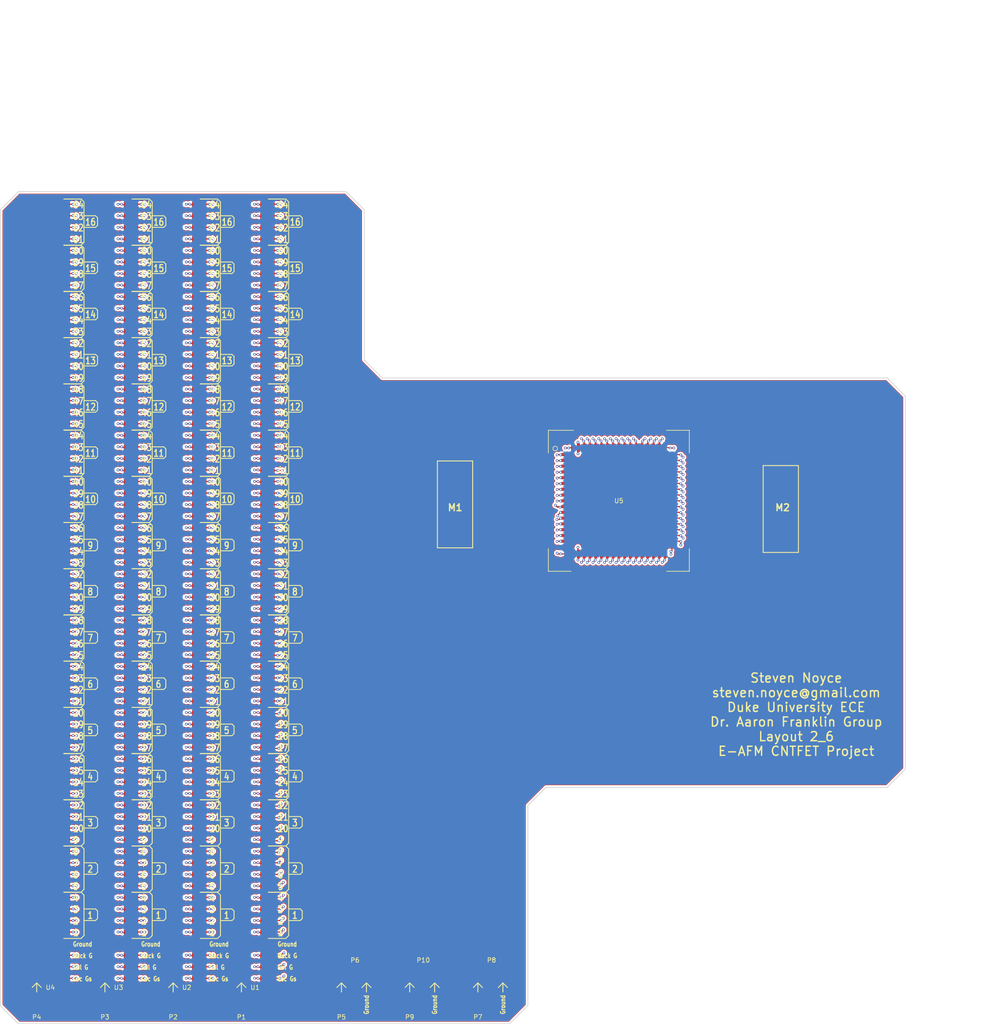
<source format=kicad_pcb>
(kicad_pcb (version 4) (host pcbnew 4.0.5)
  (layers (0 F.Cu signal) (1 In1.Cu signal) (2 In2.Cu signal) (31 B.Cu signal) (34 B.Paste user) (35 F.Paste user) (36 B.SilkS user) (37 F.SilkS user) (38 B.Mask user) (39 F.Mask user) (44 Edge.Cuts user))
  (net 0 "")
  (net 1 GND)
  (net 2 "Net-(P1-Pad1)")
  (net 3 "Net-(P2-Pad1)")
  (net 4 "Net-(P3-Pad1)")
  (net 5 "Net-(P4-Pad1)")
  (net 6 "Net-(P5-Pad1)")
  (net 7 "Net-(P7-Pad1)")
  (net 8 "Net-(P10-Pad1)")
  (net 9 1)
  (net 10 2)
  (net 11 3)
  (net 12 5)
  (net 13 6)
  (net 14 7)
  (net 15 8)
  (net 16 9)
  (net 17 10)
  (net 18 11)
  (net 19 12)
  (net 20 13)
  (net 21 14)
  (net 22 15)
  (net 23 16)
  (net 24 17)
  (net 25 18)
  (net 26 19)
  (net 27 20)
  (net 28 21)
  (net 29 22)
  (net 30 23)
  (net 31 24)
  (net 32 25)
  (net 33 26)
  (net 34 27)
  (net 35 28)
  (net 36 29)
  (net 37 30)
  (net 38 31)
  (net 39 32)
  (net 40 33)
  (net 41 34)
  (net 42 35)
  (net 43 36)
  (net 44 37)
  (net 45 38)
  (net 46 39)
  (net 47 40)
  (net 48 41)
  (net 49 42)
  (net 50 43)
  (net 51 44)
  (net 52 45)
  (net 53 46)
  (net 54 47)
  (net 55 48)
  (net 56 49)
  (net 57 50)
  (net 58 51)
  (net 59 52)
  (net 60 53)
  (net 61 54)
  (net 62 55)
  (net 63 56)
  (net 64 57)
  (net 65 58)
  (net 66 59)
  (net 67 60)
  (net 68 61)
  (net 69 62)
  (net 70 63)
  (net 71 64)
  (net 72 65)
  (net 73 66)
  (net 74 67)
  (net 75 68)
  (module "NoyceLibrary:Headers_SMD_2x2_(cut_95157-240LF)" (layer F.Cu) (at 142 204 90)
    (fp_text reference P6 (at 3 -0.014 180) (layer F.SilkS))
    (fp_text value CONN_02X02)
    (pad 1 smd rect (at -1.27 -2.73 90) (size 1.27 3.18) (layers F.Cu F.Paste F.Mask) (net 6 "Net-(P5-Pad1)"))
    (pad 3 smd rect (at 1.27 -2.73 90) (size 1.27 3.18) (layers F.Cu F.Paste F.Mask) (net 6 "Net-(P5-Pad1)"))
    (pad 2 smd rect (at -1.27 2.73 90) (size 1.27 3.18) (layers F.Cu F.Paste F.Mask) (net 1 GND))
    (pad 4 smd rect (at 1.27 2.73 90) (size 1.27 3.18) (layers F.Cu F.Paste F.Mask) (net 1 GND))
  )
  (module "NoyceLibrary:Headers_SMD_2x2_(cut_95157-240LF)" (layer F.Cu) (at 172 204 90)
    (fp_text reference P8 (at 3 0 180) (layer F.SilkS))
    (fp_text value CONN_02X02)
    (pad 1 smd rect (at -1.27 -2.73 90) (size 1.27 3.18) (layers F.Cu F.Paste F.Mask) (net 7 "Net-(P7-Pad1)"))
    (pad 3 smd rect (at 1.27 -2.73 90) (size 1.27 3.18) (layers F.Cu F.Paste F.Mask) (net 7 "Net-(P7-Pad1)"))
    (pad 2 smd rect (at -1.27 2.73 90) (size 1.27 3.18) (layers F.Cu F.Paste F.Mask) (net 1 GND))
    (pad 4 smd rect (at 1.27 2.73 90) (size 1.27 3.18) (layers F.Cu F.Paste F.Mask) (net 1 GND))
  )
  (module "NoyceLibrary:Headers_SMD_2x2_(cut_95157-240LF)" (layer F.Cu) (at 157 204 90)
    (fp_text reference P10 (at 3 0 180) (layer F.SilkS))
    (fp_text value CONN_02X02)
    (pad 1 smd rect (at -1.27 -2.73 90) (size 1.27 3.18) (layers F.Cu F.Paste F.Mask) (net 8 "Net-(P10-Pad1)"))
    (pad 3 smd rect (at 1.27 -2.73 90) (size 1.27 3.18) (layers F.Cu F.Paste F.Mask) (net 8 "Net-(P10-Pad1)"))
    (pad 2 smd rect (at -1.27 2.73 90) (size 1.27 3.18) (layers F.Cu F.Paste F.Mask) (net 1 GND))
    (pad 4 smd rect (at 1.27 2.73 90) (size 1.27 3.18) (layers F.Cu F.Paste F.Mask) (net 1 GND))
  )
  (module "NoyceLibrary:Headers_SMD_2x68_(mult_95157-240LF)" (layer F.Cu) (at 120 120 90)
    (fp_text reference U1 (at -87 0 180) (layer F.SilkS))
    (fp_text value "Headers_SMD_2x68_(mult_95157-240LF)")
    (pad 2 smd rect (at -85.09 -2.73 90) (size 1.27 3.18) (layers F.Cu F.Paste F.Mask) (net 2 "Net-(P1-Pad1)"))
    (pad 4 smd rect (at -82.55 -2.73 90) (size 1.27 3.18) (layers F.Cu F.Paste F.Mask) (net 2 "Net-(P1-Pad1)"))
    (pad 6 smd rect (at -80.01 -2.73 90) (size 1.27 3.18) (layers F.Cu F.Paste F.Mask) (net 2 "Net-(P1-Pad1)"))
    (pad 8 smd rect (at -77.47 -2.73 90) (size 1.27 3.18) (layers F.Cu F.Paste F.Mask) (net 2 "Net-(P1-Pad1)"))
    (pad 10 smd rect (at -74.93 -2.73 90) (size 1.27 3.18) (layers F.Cu F.Paste F.Mask) (net 2 "Net-(P1-Pad1)"))
    (pad 12 smd rect (at -72.39 -2.73 90) (size 1.27 3.18) (layers F.Cu F.Paste F.Mask) (net 2 "Net-(P1-Pad1)"))
    (pad 14 smd rect (at -69.85 -2.73 90) (size 1.27 3.18) (layers F.Cu F.Paste F.Mask) (net 2 "Net-(P1-Pad1)"))
    (pad 16 smd rect (at -67.31 -2.73 90) (size 1.27 3.18) (layers F.Cu F.Paste F.Mask) (net 2 "Net-(P1-Pad1)"))
    (pad 18 smd rect (at -64.77 -2.73 90) (size 1.27 3.18) (layers F.Cu F.Paste F.Mask) (net 2 "Net-(P1-Pad1)"))
    (pad 20 smd rect (at -62.23 -2.73 90) (size 1.27 3.18) (layers F.Cu F.Paste F.Mask) (net 2 "Net-(P1-Pad1)"))
    (pad 22 smd rect (at -59.69 -2.73 90) (size 1.27 3.18) (layers F.Cu F.Paste F.Mask) (net 2 "Net-(P1-Pad1)"))
    (pad 24 smd rect (at -57.15 -2.73 90) (size 1.27 3.18) (layers F.Cu F.Paste F.Mask) (net 2 "Net-(P1-Pad1)"))
    (pad 26 smd rect (at -54.61 -2.73 90) (size 1.27 3.18) (layers F.Cu F.Paste F.Mask) (net 2 "Net-(P1-Pad1)"))
    (pad 28 smd rect (at -52.07 -2.73 90) (size 1.27 3.18) (layers F.Cu F.Paste F.Mask) (net 2 "Net-(P1-Pad1)"))
    (pad 30 smd rect (at -49.53 -2.73 90) (size 1.27 3.18) (layers F.Cu F.Paste F.Mask) (net 2 "Net-(P1-Pad1)"))
    (pad 32 smd rect (at -46.99 -2.73 90) (size 1.27 3.18) (layers F.Cu F.Paste F.Mask) (net 2 "Net-(P1-Pad1)"))
    (pad 34 smd rect (at -44.45 -2.73 90) (size 1.27 3.18) (layers F.Cu F.Paste F.Mask) (net 2 "Net-(P1-Pad1)"))
    (pad 36 smd rect (at -41.91 -2.73 90) (size 1.27 3.18) (layers F.Cu F.Paste F.Mask) (net 2 "Net-(P1-Pad1)"))
    (pad 38 smd rect (at -39.37 -2.73 90) (size 1.27 3.18) (layers F.Cu F.Paste F.Mask) (net 2 "Net-(P1-Pad1)"))
    (pad 40 smd rect (at -36.83 -2.73 90) (size 1.27 3.18) (layers F.Cu F.Paste F.Mask) (net 2 "Net-(P1-Pad1)"))
    (pad 42 smd rect (at -34.29 -2.73 90) (size 1.27 3.18) (layers F.Cu F.Paste F.Mask) (net 2 "Net-(P1-Pad1)"))
    (pad 44 smd rect (at -31.75 -2.73 90) (size 1.27 3.18) (layers F.Cu F.Paste F.Mask) (net 2 "Net-(P1-Pad1)"))
    (pad 46 smd rect (at -29.21 -2.73 90) (size 1.27 3.18) (layers F.Cu F.Paste F.Mask) (net 2 "Net-(P1-Pad1)"))
    (pad 48 smd rect (at -26.67 -2.73 90) (size 1.27 3.18) (layers F.Cu F.Paste F.Mask) (net 2 "Net-(P1-Pad1)"))
    (pad 50 smd rect (at -24.13 -2.73 90) (size 1.27 3.18) (layers F.Cu F.Paste F.Mask) (net 2 "Net-(P1-Pad1)"))
    (pad 52 smd rect (at -21.59 -2.73 90) (size 1.27 3.18) (layers F.Cu F.Paste F.Mask) (net 2 "Net-(P1-Pad1)"))
    (pad 54 smd rect (at -19.05 -2.73 90) (size 1.27 3.18) (layers F.Cu F.Paste F.Mask) (net 2 "Net-(P1-Pad1)"))
    (pad 56 smd rect (at -16.51 -2.73 90) (size 1.27 3.18) (layers F.Cu F.Paste F.Mask) (net 2 "Net-(P1-Pad1)"))
    (pad 58 smd rect (at -13.97 -2.73 90) (size 1.27 3.18) (layers F.Cu F.Paste F.Mask) (net 2 "Net-(P1-Pad1)"))
    (pad 60 smd rect (at -11.43 -2.73 90) (size 1.27 3.18) (layers F.Cu F.Paste F.Mask) (net 2 "Net-(P1-Pad1)"))
    (pad 62 smd rect (at -8.89 -2.73 90) (size 1.27 3.18) (layers F.Cu F.Paste F.Mask) (net 2 "Net-(P1-Pad1)"))
    (pad 64 smd rect (at -6.35 -2.73 90) (size 1.27 3.18) (layers F.Cu F.Paste F.Mask) (net 2 "Net-(P1-Pad1)"))
    (pad 66 smd rect (at -3.81 -2.73 90) (size 1.27 3.18) (layers F.Cu F.Paste F.Mask) (net 2 "Net-(P1-Pad1)"))
    (pad 68 smd rect (at -1.27 -2.73 90) (size 1.27 3.18) (layers F.Cu F.Paste F.Mask) (net 2 "Net-(P1-Pad1)"))
    (pad 70 smd rect (at 1.27 -2.73 90) (size 1.27 3.18) (layers F.Cu F.Paste F.Mask) (net 2 "Net-(P1-Pad1)"))
    (pad 72 smd rect (at 3.81 -2.73 90) (size 1.27 3.18) (layers F.Cu F.Paste F.Mask) (net 2 "Net-(P1-Pad1)"))
    (pad 74 smd rect (at 6.35 -2.73 90) (size 1.27 3.18) (layers F.Cu F.Paste F.Mask) (net 2 "Net-(P1-Pad1)"))
    (pad 76 smd rect (at 8.89 -2.73 90) (size 1.27 3.18) (layers F.Cu F.Paste F.Mask) (net 2 "Net-(P1-Pad1)"))
    (pad 78 smd rect (at 11.43 -2.73 90) (size 1.27 3.18) (layers F.Cu F.Paste F.Mask) (net 2 "Net-(P1-Pad1)"))
    (pad 80 smd rect (at 13.97 -2.73 90) (size 1.27 3.18) (layers F.Cu F.Paste F.Mask) (net 2 "Net-(P1-Pad1)"))
    (pad 82 smd rect (at 16.51 -2.73 90) (size 1.27 3.18) (layers F.Cu F.Paste F.Mask) (net 2 "Net-(P1-Pad1)"))
    (pad 84 smd rect (at 19.05 -2.73 90) (size 1.27 3.18) (layers F.Cu F.Paste F.Mask) (net 2 "Net-(P1-Pad1)"))
    (pad 86 smd rect (at 21.59 -2.73 90) (size 1.27 3.18) (layers F.Cu F.Paste F.Mask) (net 2 "Net-(P1-Pad1)"))
    (pad 88 smd rect (at 24.13 -2.73 90) (size 1.27 3.18) (layers F.Cu F.Paste F.Mask) (net 2 "Net-(P1-Pad1)"))
    (pad 90 smd rect (at 26.67 -2.73 90) (size 1.27 3.18) (layers F.Cu F.Paste F.Mask) (net 2 "Net-(P1-Pad1)"))
    (pad 92 smd rect (at 29.21 -2.73 90) (size 1.27 3.18) (layers F.Cu F.Paste F.Mask) (net 2 "Net-(P1-Pad1)"))
    (pad 94 smd rect (at 31.75 -2.73 90) (size 1.27 3.18) (layers F.Cu F.Paste F.Mask) (net 2 "Net-(P1-Pad1)"))
    (pad 96 smd rect (at 34.29 -2.73 90) (size 1.27 3.18) (layers F.Cu F.Paste F.Mask) (net 2 "Net-(P1-Pad1)"))
    (pad 98 smd rect (at 36.83 -2.73 90) (size 1.27 3.18) (layers F.Cu F.Paste F.Mask) (net 2 "Net-(P1-Pad1)"))
    (pad 100 smd rect (at 39.37 -2.73 90) (size 1.27 3.18) (layers F.Cu F.Paste F.Mask) (net 2 "Net-(P1-Pad1)"))
    (pad 102 smd rect (at 41.91 -2.73 90) (size 1.27 3.18) (layers F.Cu F.Paste F.Mask) (net 2 "Net-(P1-Pad1)"))
    (pad 104 smd rect (at 44.45 -2.73 90) (size 1.27 3.18) (layers F.Cu F.Paste F.Mask) (net 2 "Net-(P1-Pad1)"))
    (pad 106 smd rect (at 46.99 -2.73 90) (size 1.27 3.18) (layers F.Cu F.Paste F.Mask) (net 2 "Net-(P1-Pad1)"))
    (pad 108 smd rect (at 49.53 -2.73 90) (size 1.27 3.18) (layers F.Cu F.Paste F.Mask) (net 2 "Net-(P1-Pad1)"))
    (pad 110 smd rect (at 52.07 -2.73 90) (size 1.27 3.18) (layers F.Cu F.Paste F.Mask) (net 2 "Net-(P1-Pad1)"))
    (pad 112 smd rect (at 54.61 -2.73 90) (size 1.27 3.18) (layers F.Cu F.Paste F.Mask) (net 2 "Net-(P1-Pad1)"))
    (pad 114 smd rect (at 57.15 -2.73 90) (size 1.27 3.18) (layers F.Cu F.Paste F.Mask) (net 2 "Net-(P1-Pad1)"))
    (pad 116 smd rect (at 59.69 -2.73 90) (size 1.27 3.18) (layers F.Cu F.Paste F.Mask) (net 2 "Net-(P1-Pad1)"))
    (pad 118 smd rect (at 62.23 -2.73 90) (size 1.27 3.18) (layers F.Cu F.Paste F.Mask) (net 2 "Net-(P1-Pad1)"))
    (pad 120 smd rect (at 64.77 -2.73 90) (size 1.27 3.18) (layers F.Cu F.Paste F.Mask) (net 2 "Net-(P1-Pad1)"))
    (pad 122 smd rect (at 67.31 -2.73 90) (size 1.27 3.18) (layers F.Cu F.Paste F.Mask) (net 2 "Net-(P1-Pad1)"))
    (pad 124 smd rect (at 69.85 -2.73 90) (size 1.27 3.18) (layers F.Cu F.Paste F.Mask) (net 2 "Net-(P1-Pad1)"))
    (pad 126 smd rect (at 72.39 -2.73 90) (size 1.27 3.18) (layers F.Cu F.Paste F.Mask) (net 2 "Net-(P1-Pad1)"))
    (pad 128 smd rect (at 74.93 -2.73 90) (size 1.27 3.18) (layers F.Cu F.Paste F.Mask) (net 2 "Net-(P1-Pad1)"))
    (pad 130 smd rect (at 77.47 -2.73 90) (size 1.27 3.18) (layers F.Cu F.Paste F.Mask) (net 2 "Net-(P1-Pad1)"))
    (pad 132 smd rect (at 80.01 -2.73 90) (size 1.27 3.18) (layers F.Cu F.Paste F.Mask) (net 2 "Net-(P1-Pad1)"))
    (pad 134 smd rect (at 82.55 -2.73 90) (size 1.27 3.18) (layers F.Cu F.Paste F.Mask) (net 2 "Net-(P1-Pad1)"))
    (pad 136 smd rect (at 85.09 -2.73 90) (size 1.27 3.18) (layers F.Cu F.Paste F.Mask) (net 2 "Net-(P1-Pad1)"))
    (pad 1 smd rect (at -85.09 2.73 90) (size 1.27 3.18) (layers F.Cu F.Paste F.Mask) (net 9 1))
    (pad 3 smd rect (at -82.55 2.73 90) (size 1.27 3.18) (layers F.Cu F.Paste F.Mask) (net 10 2))
    (pad 5 smd rect (at -80.01 2.73 90) (size 1.27 3.18) (layers F.Cu F.Paste F.Mask) (net 11 3))
    (pad 7 smd rect (at -77.47 2.73 90) (size 1.27 3.18) (layers F.Cu F.Paste F.Mask) (net 1 GND))
    (pad 9 smd rect (at -74.93 2.73 90) (size 1.27 3.18) (layers F.Cu F.Paste F.Mask) (net 12 5))
    (pad 11 smd rect (at -72.39 2.73 90) (size 1.27 3.18) (layers F.Cu F.Paste F.Mask) (net 13 6))
    (pad 13 smd rect (at -69.85 2.73 90) (size 1.27 3.18) (layers F.Cu F.Paste F.Mask) (net 14 7))
    (pad 15 smd rect (at -67.31 2.73 90) (size 1.27 3.18) (layers F.Cu F.Paste F.Mask) (net 15 8))
    (pad 17 smd rect (at -64.77 2.73 90) (size 1.27 3.18) (layers F.Cu F.Paste F.Mask) (net 16 9))
    (pad 19 smd rect (at -62.23 2.73 90) (size 1.27 3.18) (layers F.Cu F.Paste F.Mask) (net 17 10))
    (pad 21 smd rect (at -59.69 2.73 90) (size 1.27 3.18) (layers F.Cu F.Paste F.Mask) (net 18 11))
    (pad 23 smd rect (at -57.15 2.73 90) (size 1.27 3.18) (layers F.Cu F.Paste F.Mask) (net 19 12))
    (pad 25 smd rect (at -54.61 2.73 90) (size 1.27 3.18) (layers F.Cu F.Paste F.Mask) (net 20 13))
    (pad 27 smd rect (at -52.07 2.73 90) (size 1.27 3.18) (layers F.Cu F.Paste F.Mask) (net 21 14))
    (pad 29 smd rect (at -49.53 2.73 90) (size 1.27 3.18) (layers F.Cu F.Paste F.Mask) (net 22 15))
    (pad 31 smd rect (at -46.99 2.73 90) (size 1.27 3.18) (layers F.Cu F.Paste F.Mask) (net 23 16))
    (pad 33 smd rect (at -44.45 2.73 90) (size 1.27 3.18) (layers F.Cu F.Paste F.Mask) (net 24 17))
    (pad 35 smd rect (at -41.91 2.73 90) (size 1.27 3.18) (layers F.Cu F.Paste F.Mask) (net 25 18))
    (pad 37 smd rect (at -39.37 2.73 90) (size 1.27 3.18) (layers F.Cu F.Paste F.Mask) (net 26 19))
    (pad 39 smd rect (at -36.83 2.73 90) (size 1.27 3.18) (layers F.Cu F.Paste F.Mask) (net 27 20))
    (pad 41 smd rect (at -34.29 2.73 90) (size 1.27 3.18) (layers F.Cu F.Paste F.Mask) (net 28 21))
    (pad 43 smd rect (at -31.75 2.73 90) (size 1.27 3.18) (layers F.Cu F.Paste F.Mask) (net 29 22))
    (pad 45 smd rect (at -29.21 2.73 90) (size 1.27 3.18) (layers F.Cu F.Paste F.Mask) (net 30 23))
    (pad 47 smd rect (at -26.67 2.73 90) (size 1.27 3.18) (layers F.Cu F.Paste F.Mask) (net 31 24))
    (pad 49 smd rect (at -24.13 2.73 90) (size 1.27 3.18) (layers F.Cu F.Paste F.Mask) (net 32 25))
    (pad 51 smd rect (at -21.59 2.73 90) (size 1.27 3.18) (layers F.Cu F.Paste F.Mask) (net 33 26))
    (pad 53 smd rect (at -19.05 2.73 90) (size 1.27 3.18) (layers F.Cu F.Paste F.Mask) (net 34 27))
    (pad 55 smd rect (at -16.51 2.73 90) (size 1.27 3.18) (layers F.Cu F.Paste F.Mask) (net 35 28))
    (pad 57 smd rect (at -13.97 2.73 90) (size 1.27 3.18) (layers F.Cu F.Paste F.Mask) (net 36 29))
    (pad 59 smd rect (at -11.43 2.73 90) (size 1.27 3.18) (layers F.Cu F.Paste F.Mask) (net 37 30))
    (pad 61 smd rect (at -8.89 2.73 90) (size 1.27 3.18) (layers F.Cu F.Paste F.Mask) (net 38 31))
    (pad 63 smd rect (at -6.35 2.73 90) (size 1.27 3.18) (layers F.Cu F.Paste F.Mask) (net 39 32))
    (pad 65 smd rect (at -3.81 2.73 90) (size 1.27 3.18) (layers F.Cu F.Paste F.Mask) (net 40 33))
    (pad 67 smd rect (at -1.27 2.73 90) (size 1.27 3.18) (layers F.Cu F.Paste F.Mask) (net 41 34))
    (pad 69 smd rect (at 1.27 2.73 90) (size 1.27 3.18) (layers F.Cu F.Paste F.Mask) (net 42 35))
    (pad 71 smd rect (at 3.81 2.73 90) (size 1.27 3.18) (layers F.Cu F.Paste F.Mask) (net 43 36))
    (pad 73 smd rect (at 6.35 2.73 90) (size 1.27 3.18) (layers F.Cu F.Paste F.Mask) (net 44 37))
    (pad 75 smd rect (at 8.89 2.73 90) (size 1.27 3.18) (layers F.Cu F.Paste F.Mask) (net 45 38))
    (pad 77 smd rect (at 11.43 2.73 90) (size 1.27 3.18) (layers F.Cu F.Paste F.Mask) (net 46 39))
    (pad 79 smd rect (at 13.97 2.73 90) (size 1.27 3.18) (layers F.Cu F.Paste F.Mask) (net 47 40))
    (pad 81 smd rect (at 16.51 2.73 90) (size 1.27 3.18) (layers F.Cu F.Paste F.Mask) (net 48 41))
    (pad 83 smd rect (at 19.05 2.73 90) (size 1.27 3.18) (layers F.Cu F.Paste F.Mask) (net 49 42))
    (pad 85 smd rect (at 21.59 2.73 90) (size 1.27 3.18) (layers F.Cu F.Paste F.Mask) (net 50 43))
    (pad 87 smd rect (at 24.13 2.73 90) (size 1.27 3.18) (layers F.Cu F.Paste F.Mask) (net 51 44))
    (pad 89 smd rect (at 26.67 2.73 90) (size 1.27 3.18) (layers F.Cu F.Paste F.Mask) (net 52 45))
    (pad 91 smd rect (at 29.21 2.73 90) (size 1.27 3.18) (layers F.Cu F.Paste F.Mask) (net 53 46))
    (pad 93 smd rect (at 31.75 2.73 90) (size 1.27 3.18) (layers F.Cu F.Paste F.Mask) (net 54 47))
    (pad 95 smd rect (at 34.29 2.73 90) (size 1.27 3.18) (layers F.Cu F.Paste F.Mask) (net 55 48))
    (pad 97 smd rect (at 36.83 2.73 90) (size 1.27 3.18) (layers F.Cu F.Paste F.Mask) (net 56 49))
    (pad 99 smd rect (at 39.37 2.73 90) (size 1.27 3.18) (layers F.Cu F.Paste F.Mask) (net 57 50))
    (pad 101 smd rect (at 41.91 2.73 90) (size 1.27 3.18) (layers F.Cu F.Paste F.Mask) (net 58 51))
    (pad 103 smd rect (at 44.45 2.73 90) (size 1.27 3.18) (layers F.Cu F.Paste F.Mask) (net 59 52))
    (pad 105 smd rect (at 46.99 2.73 90) (size 1.27 3.18) (layers F.Cu F.Paste F.Mask) (net 60 53))
    (pad 107 smd rect (at 49.53 2.73 90) (size 1.27 3.18) (layers F.Cu F.Paste F.Mask) (net 61 54))
    (pad 109 smd rect (at 52.07 2.73 90) (size 1.27 3.18) (layers F.Cu F.Paste F.Mask) (net 62 55))
    (pad 111 smd rect (at 54.61 2.73 90) (size 1.27 3.18) (layers F.Cu F.Paste F.Mask) (net 63 56))
    (pad 113 smd rect (at 57.15 2.73 90) (size 1.27 3.18) (layers F.Cu F.Paste F.Mask) (net 64 57))
    (pad 115 smd rect (at 59.69 2.73 90) (size 1.27 3.18) (layers F.Cu F.Paste F.Mask) (net 65 58))
    (pad 117 smd rect (at 62.23 2.73 90) (size 1.27 3.18) (layers F.Cu F.Paste F.Mask) (net 66 59))
    (pad 119 smd rect (at 64.77 2.73 90) (size 1.27 3.18) (layers F.Cu F.Paste F.Mask) (net 67 60))
    (pad 121 smd rect (at 67.31 2.73 90) (size 1.27 3.18) (layers F.Cu F.Paste F.Mask) (net 68 61))
    (pad 123 smd rect (at 69.85 2.73 90) (size 1.27 3.18) (layers F.Cu F.Paste F.Mask) (net 69 62))
    (pad 125 smd rect (at 72.39 2.73 90) (size 1.27 3.18) (layers F.Cu F.Paste F.Mask) (net 70 63))
    (pad 127 smd rect (at 74.93 2.73 90) (size 1.27 3.18) (layers F.Cu F.Paste F.Mask) (net 71 64))
    (pad 129 smd rect (at 77.47 2.73 90) (size 1.27 3.18) (layers F.Cu F.Paste F.Mask) (net 72 65))
    (pad 131 smd rect (at 80.01 2.73 90) (size 1.27 3.18) (layers F.Cu F.Paste F.Mask) (net 73 66))
    (pad 133 smd rect (at 82.55 2.73 90) (size 1.27 3.18) (layers F.Cu F.Paste F.Mask) (net 74 67))
    (pad 135 smd rect (at 85.09 2.73 90) (size 1.27 3.18) (layers F.Cu F.Paste F.Mask) (net 75 68))
  )
  (module "NoyceLibrary:Headers_SMD_2x68_(mult_95157-240LF)" (layer F.Cu) (at 105 120 90)
    (fp_text reference U2 (at -87 0 180) (layer F.SilkS))
    (fp_text value "Headers_SMD_2x68_(mult_95157-240LF)")
    (pad 2 smd rect (at -85.09 -2.73 90) (size 1.27 3.18) (layers F.Cu F.Paste F.Mask) (net 3 "Net-(P2-Pad1)"))
    (pad 4 smd rect (at -82.55 -2.73 90) (size 1.27 3.18) (layers F.Cu F.Paste F.Mask) (net 3 "Net-(P2-Pad1)"))
    (pad 6 smd rect (at -80.01 -2.73 90) (size 1.27 3.18) (layers F.Cu F.Paste F.Mask) (net 3 "Net-(P2-Pad1)"))
    (pad 8 smd rect (at -77.47 -2.73 90) (size 1.27 3.18) (layers F.Cu F.Paste F.Mask) (net 3 "Net-(P2-Pad1)"))
    (pad 10 smd rect (at -74.93 -2.73 90) (size 1.27 3.18) (layers F.Cu F.Paste F.Mask) (net 3 "Net-(P2-Pad1)"))
    (pad 12 smd rect (at -72.39 -2.73 90) (size 1.27 3.18) (layers F.Cu F.Paste F.Mask) (net 3 "Net-(P2-Pad1)"))
    (pad 14 smd rect (at -69.85 -2.73 90) (size 1.27 3.18) (layers F.Cu F.Paste F.Mask) (net 3 "Net-(P2-Pad1)"))
    (pad 16 smd rect (at -67.31 -2.73 90) (size 1.27 3.18) (layers F.Cu F.Paste F.Mask) (net 3 "Net-(P2-Pad1)"))
    (pad 18 smd rect (at -64.77 -2.73 90) (size 1.27 3.18) (layers F.Cu F.Paste F.Mask) (net 3 "Net-(P2-Pad1)"))
    (pad 20 smd rect (at -62.23 -2.73 90) (size 1.27 3.18) (layers F.Cu F.Paste F.Mask) (net 3 "Net-(P2-Pad1)"))
    (pad 22 smd rect (at -59.69 -2.73 90) (size 1.27 3.18) (layers F.Cu F.Paste F.Mask) (net 3 "Net-(P2-Pad1)"))
    (pad 24 smd rect (at -57.15 -2.73 90) (size 1.27 3.18) (layers F.Cu F.Paste F.Mask) (net 3 "Net-(P2-Pad1)"))
    (pad 26 smd rect (at -54.61 -2.73 90) (size 1.27 3.18) (layers F.Cu F.Paste F.Mask) (net 3 "Net-(P2-Pad1)"))
    (pad 28 smd rect (at -52.07 -2.73 90) (size 1.27 3.18) (layers F.Cu F.Paste F.Mask) (net 3 "Net-(P2-Pad1)"))
    (pad 30 smd rect (at -49.53 -2.73 90) (size 1.27 3.18) (layers F.Cu F.Paste F.Mask) (net 3 "Net-(P2-Pad1)"))
    (pad 32 smd rect (at -46.99 -2.73 90) (size 1.27 3.18) (layers F.Cu F.Paste F.Mask) (net 3 "Net-(P2-Pad1)"))
    (pad 34 smd rect (at -44.45 -2.73 90) (size 1.27 3.18) (layers F.Cu F.Paste F.Mask) (net 3 "Net-(P2-Pad1)"))
    (pad 36 smd rect (at -41.91 -2.73 90) (size 1.27 3.18) (layers F.Cu F.Paste F.Mask) (net 3 "Net-(P2-Pad1)"))
    (pad 38 smd rect (at -39.37 -2.73 90) (size 1.27 3.18) (layers F.Cu F.Paste F.Mask) (net 3 "Net-(P2-Pad1)"))
    (pad 40 smd rect (at -36.83 -2.73 90) (size 1.27 3.18) (layers F.Cu F.Paste F.Mask) (net 3 "Net-(P2-Pad1)"))
    (pad 42 smd rect (at -34.29 -2.73 90) (size 1.27 3.18) (layers F.Cu F.Paste F.Mask) (net 3 "Net-(P2-Pad1)"))
    (pad 44 smd rect (at -31.75 -2.73 90) (size 1.27 3.18) (layers F.Cu F.Paste F.Mask) (net 3 "Net-(P2-Pad1)"))
    (pad 46 smd rect (at -29.21 -2.73 90) (size 1.27 3.18) (layers F.Cu F.Paste F.Mask) (net 3 "Net-(P2-Pad1)"))
    (pad 48 smd rect (at -26.67 -2.73 90) (size 1.27 3.18) (layers F.Cu F.Paste F.Mask) (net 3 "Net-(P2-Pad1)"))
    (pad 50 smd rect (at -24.13 -2.73 90) (size 1.27 3.18) (layers F.Cu F.Paste F.Mask) (net 3 "Net-(P2-Pad1)"))
    (pad 52 smd rect (at -21.59 -2.73 90) (size 1.27 3.18) (layers F.Cu F.Paste F.Mask) (net 3 "Net-(P2-Pad1)"))
    (pad 54 smd rect (at -19.05 -2.73 90) (size 1.27 3.18) (layers F.Cu F.Paste F.Mask) (net 3 "Net-(P2-Pad1)"))
    (pad 56 smd rect (at -16.51 -2.73 90) (size 1.27 3.18) (layers F.Cu F.Paste F.Mask) (net 3 "Net-(P2-Pad1)"))
    (pad 58 smd rect (at -13.97 -2.73 90) (size 1.27 3.18) (layers F.Cu F.Paste F.Mask) (net 3 "Net-(P2-Pad1)"))
    (pad 60 smd rect (at -11.43 -2.73 90) (size 1.27 3.18) (layers F.Cu F.Paste F.Mask) (net 3 "Net-(P2-Pad1)"))
    (pad 62 smd rect (at -8.89 -2.73 90) (size 1.27 3.18) (layers F.Cu F.Paste F.Mask) (net 3 "Net-(P2-Pad1)"))
    (pad 64 smd rect (at -6.35 -2.73 90) (size 1.27 3.18) (layers F.Cu F.Paste F.Mask) (net 3 "Net-(P2-Pad1)"))
    (pad 66 smd rect (at -3.81 -2.73 90) (size 1.27 3.18) (layers F.Cu F.Paste F.Mask) (net 3 "Net-(P2-Pad1)"))
    (pad 68 smd rect (at -1.27 -2.73 90) (size 1.27 3.18) (layers F.Cu F.Paste F.Mask) (net 3 "Net-(P2-Pad1)"))
    (pad 70 smd rect (at 1.27 -2.73 90) (size 1.27 3.18) (layers F.Cu F.Paste F.Mask) (net 3 "Net-(P2-Pad1)"))
    (pad 72 smd rect (at 3.81 -2.73 90) (size 1.27 3.18) (layers F.Cu F.Paste F.Mask) (net 3 "Net-(P2-Pad1)"))
    (pad 74 smd rect (at 6.35 -2.73 90) (size 1.27 3.18) (layers F.Cu F.Paste F.Mask) (net 3 "Net-(P2-Pad1)"))
    (pad 76 smd rect (at 8.89 -2.73 90) (size 1.27 3.18) (layers F.Cu F.Paste F.Mask) (net 3 "Net-(P2-Pad1)"))
    (pad 78 smd rect (at 11.43 -2.73 90) (size 1.27 3.18) (layers F.Cu F.Paste F.Mask) (net 3 "Net-(P2-Pad1)"))
    (pad 80 smd rect (at 13.97 -2.73 90) (size 1.27 3.18) (layers F.Cu F.Paste F.Mask) (net 3 "Net-(P2-Pad1)"))
    (pad 82 smd rect (at 16.51 -2.73 90) (size 1.27 3.18) (layers F.Cu F.Paste F.Mask) (net 3 "Net-(P2-Pad1)"))
    (pad 84 smd rect (at 19.05 -2.73 90) (size 1.27 3.18) (layers F.Cu F.Paste F.Mask) (net 3 "Net-(P2-Pad1)"))
    (pad 86 smd rect (at 21.59 -2.73 90) (size 1.27 3.18) (layers F.Cu F.Paste F.Mask) (net 3 "Net-(P2-Pad1)"))
    (pad 88 smd rect (at 24.13 -2.73 90) (size 1.27 3.18) (layers F.Cu F.Paste F.Mask) (net 3 "Net-(P2-Pad1)"))
    (pad 90 smd rect (at 26.67 -2.73 90) (size 1.27 3.18) (layers F.Cu F.Paste F.Mask) (net 3 "Net-(P2-Pad1)"))
    (pad 92 smd rect (at 29.21 -2.73 90) (size 1.27 3.18) (layers F.Cu F.Paste F.Mask) (net 3 "Net-(P2-Pad1)"))
    (pad 94 smd rect (at 31.75 -2.73 90) (size 1.27 3.18) (layers F.Cu F.Paste F.Mask) (net 3 "Net-(P2-Pad1)"))
    (pad 96 smd rect (at 34.29 -2.73 90) (size 1.27 3.18) (layers F.Cu F.Paste F.Mask) (net 3 "Net-(P2-Pad1)"))
    (pad 98 smd rect (at 36.83 -2.73 90) (size 1.27 3.18) (layers F.Cu F.Paste F.Mask) (net 3 "Net-(P2-Pad1)"))
    (pad 100 smd rect (at 39.37 -2.73 90) (size 1.27 3.18) (layers F.Cu F.Paste F.Mask) (net 3 "Net-(P2-Pad1)"))
    (pad 102 smd rect (at 41.91 -2.73 90) (size 1.27 3.18) (layers F.Cu F.Paste F.Mask) (net 3 "Net-(P2-Pad1)"))
    (pad 104 smd rect (at 44.45 -2.73 90) (size 1.27 3.18) (layers F.Cu F.Paste F.Mask) (net 3 "Net-(P2-Pad1)"))
    (pad 106 smd rect (at 46.99 -2.73 90) (size 1.27 3.18) (layers F.Cu F.Paste F.Mask) (net 3 "Net-(P2-Pad1)"))
    (pad 108 smd rect (at 49.53 -2.73 90) (size 1.27 3.18) (layers F.Cu F.Paste F.Mask) (net 3 "Net-(P2-Pad1)"))
    (pad 110 smd rect (at 52.07 -2.73 90) (size 1.27 3.18) (layers F.Cu F.Paste F.Mask) (net 3 "Net-(P2-Pad1)"))
    (pad 112 smd rect (at 54.61 -2.73 90) (size 1.27 3.18) (layers F.Cu F.Paste F.Mask) (net 3 "Net-(P2-Pad1)"))
    (pad 114 smd rect (at 57.15 -2.73 90) (size 1.27 3.18) (layers F.Cu F.Paste F.Mask) (net 3 "Net-(P2-Pad1)"))
    (pad 116 smd rect (at 59.69 -2.73 90) (size 1.27 3.18) (layers F.Cu F.Paste F.Mask) (net 3 "Net-(P2-Pad1)"))
    (pad 118 smd rect (at 62.23 -2.73 90) (size 1.27 3.18) (layers F.Cu F.Paste F.Mask) (net 3 "Net-(P2-Pad1)"))
    (pad 120 smd rect (at 64.77 -2.73 90) (size 1.27 3.18) (layers F.Cu F.Paste F.Mask) (net 3 "Net-(P2-Pad1)"))
    (pad 122 smd rect (at 67.31 -2.73 90) (size 1.27 3.18) (layers F.Cu F.Paste F.Mask) (net 3 "Net-(P2-Pad1)"))
    (pad 124 smd rect (at 69.85 -2.73 90) (size 1.27 3.18) (layers F.Cu F.Paste F.Mask) (net 3 "Net-(P2-Pad1)"))
    (pad 126 smd rect (at 72.39 -2.73 90) (size 1.27 3.18) (layers F.Cu F.Paste F.Mask) (net 3 "Net-(P2-Pad1)"))
    (pad 128 smd rect (at 74.93 -2.73 90) (size 1.27 3.18) (layers F.Cu F.Paste F.Mask) (net 3 "Net-(P2-Pad1)"))
    (pad 130 smd rect (at 77.47 -2.73 90) (size 1.27 3.18) (layers F.Cu F.Paste F.Mask) (net 3 "Net-(P2-Pad1)"))
    (pad 132 smd rect (at 80.01 -2.73 90) (size 1.27 3.18) (layers F.Cu F.Paste F.Mask) (net 3 "Net-(P2-Pad1)"))
    (pad 134 smd rect (at 82.55 -2.73 90) (size 1.27 3.18) (layers F.Cu F.Paste F.Mask) (net 3 "Net-(P2-Pad1)"))
    (pad 136 smd rect (at 85.09 -2.73 90) (size 1.27 3.18) (layers F.Cu F.Paste F.Mask) (net 3 "Net-(P2-Pad1)"))
    (pad 1 smd rect (at -85.09 2.73 90) (size 1.27 3.18) (layers F.Cu F.Paste F.Mask) (net 9 1))
    (pad 3 smd rect (at -82.55 2.73 90) (size 1.27 3.18) (layers F.Cu F.Paste F.Mask) (net 10 2))
    (pad 5 smd rect (at -80.01 2.73 90) (size 1.27 3.18) (layers F.Cu F.Paste F.Mask) (net 11 3))
    (pad 7 smd rect (at -77.47 2.73 90) (size 1.27 3.18) (layers F.Cu F.Paste F.Mask) (net 1 GND))
    (pad 9 smd rect (at -74.93 2.73 90) (size 1.27 3.18) (layers F.Cu F.Paste F.Mask) (net 12 5))
    (pad 11 smd rect (at -72.39 2.73 90) (size 1.27 3.18) (layers F.Cu F.Paste F.Mask) (net 13 6))
    (pad 13 smd rect (at -69.85 2.73 90) (size 1.27 3.18) (layers F.Cu F.Paste F.Mask) (net 14 7))
    (pad 15 smd rect (at -67.31 2.73 90) (size 1.27 3.18) (layers F.Cu F.Paste F.Mask) (net 15 8))
    (pad 17 smd rect (at -64.77 2.73 90) (size 1.27 3.18) (layers F.Cu F.Paste F.Mask) (net 16 9))
    (pad 19 smd rect (at -62.23 2.73 90) (size 1.27 3.18) (layers F.Cu F.Paste F.Mask) (net 17 10))
    (pad 21 smd rect (at -59.69 2.73 90) (size 1.27 3.18) (layers F.Cu F.Paste F.Mask) (net 18 11))
    (pad 23 smd rect (at -57.15 2.73 90) (size 1.27 3.18) (layers F.Cu F.Paste F.Mask) (net 19 12))
    (pad 25 smd rect (at -54.61 2.73 90) (size 1.27 3.18) (layers F.Cu F.Paste F.Mask) (net 20 13))
    (pad 27 smd rect (at -52.07 2.73 90) (size 1.27 3.18) (layers F.Cu F.Paste F.Mask) (net 21 14))
    (pad 29 smd rect (at -49.53 2.73 90) (size 1.27 3.18) (layers F.Cu F.Paste F.Mask) (net 22 15))
    (pad 31 smd rect (at -46.99 2.73 90) (size 1.27 3.18) (layers F.Cu F.Paste F.Mask) (net 23 16))
    (pad 33 smd rect (at -44.45 2.73 90) (size 1.27 3.18) (layers F.Cu F.Paste F.Mask) (net 24 17))
    (pad 35 smd rect (at -41.91 2.73 90) (size 1.27 3.18) (layers F.Cu F.Paste F.Mask) (net 25 18))
    (pad 37 smd rect (at -39.37 2.73 90) (size 1.27 3.18) (layers F.Cu F.Paste F.Mask) (net 26 19))
    (pad 39 smd rect (at -36.83 2.73 90) (size 1.27 3.18) (layers F.Cu F.Paste F.Mask) (net 27 20))
    (pad 41 smd rect (at -34.29 2.73 90) (size 1.27 3.18) (layers F.Cu F.Paste F.Mask) (net 28 21))
    (pad 43 smd rect (at -31.75 2.73 90) (size 1.27 3.18) (layers F.Cu F.Paste F.Mask) (net 29 22))
    (pad 45 smd rect (at -29.21 2.73 90) (size 1.27 3.18) (layers F.Cu F.Paste F.Mask) (net 30 23))
    (pad 47 smd rect (at -26.67 2.73 90) (size 1.27 3.18) (layers F.Cu F.Paste F.Mask) (net 31 24))
    (pad 49 smd rect (at -24.13 2.73 90) (size 1.27 3.18) (layers F.Cu F.Paste F.Mask) (net 32 25))
    (pad 51 smd rect (at -21.59 2.73 90) (size 1.27 3.18) (layers F.Cu F.Paste F.Mask) (net 33 26))
    (pad 53 smd rect (at -19.05 2.73 90) (size 1.27 3.18) (layers F.Cu F.Paste F.Mask) (net 34 27))
    (pad 55 smd rect (at -16.51 2.73 90) (size 1.27 3.18) (layers F.Cu F.Paste F.Mask) (net 35 28))
    (pad 57 smd rect (at -13.97 2.73 90) (size 1.27 3.18) (layers F.Cu F.Paste F.Mask) (net 36 29))
    (pad 59 smd rect (at -11.43 2.73 90) (size 1.27 3.18) (layers F.Cu F.Paste F.Mask) (net 37 30))
    (pad 61 smd rect (at -8.89 2.73 90) (size 1.27 3.18) (layers F.Cu F.Paste F.Mask) (net 38 31))
    (pad 63 smd rect (at -6.35 2.73 90) (size 1.27 3.18) (layers F.Cu F.Paste F.Mask) (net 39 32))
    (pad 65 smd rect (at -3.81 2.73 90) (size 1.27 3.18) (layers F.Cu F.Paste F.Mask) (net 40 33))
    (pad 67 smd rect (at -1.27 2.73 90) (size 1.27 3.18) (layers F.Cu F.Paste F.Mask) (net 41 34))
    (pad 69 smd rect (at 1.27 2.73 90) (size 1.27 3.18) (layers F.Cu F.Paste F.Mask) (net 42 35))
    (pad 71 smd rect (at 3.81 2.73 90) (size 1.27 3.18) (layers F.Cu F.Paste F.Mask) (net 43 36))
    (pad 73 smd rect (at 6.35 2.73 90) (size 1.27 3.18) (layers F.Cu F.Paste F.Mask) (net 44 37))
    (pad 75 smd rect (at 8.89 2.73 90) (size 1.27 3.18) (layers F.Cu F.Paste F.Mask) (net 45 38))
    (pad 77 smd rect (at 11.43 2.73 90) (size 1.27 3.18) (layers F.Cu F.Paste F.Mask) (net 46 39))
    (pad 79 smd rect (at 13.97 2.73 90) (size 1.27 3.18) (layers F.Cu F.Paste F.Mask) (net 47 40))
    (pad 81 smd rect (at 16.51 2.73 90) (size 1.27 3.18) (layers F.Cu F.Paste F.Mask) (net 48 41))
    (pad 83 smd rect (at 19.05 2.73 90) (size 1.27 3.18) (layers F.Cu F.Paste F.Mask) (net 49 42))
    (pad 85 smd rect (at 21.59 2.73 90) (size 1.27 3.18) (layers F.Cu F.Paste F.Mask) (net 50 43))
    (pad 87 smd rect (at 24.13 2.73 90) (size 1.27 3.18) (layers F.Cu F.Paste F.Mask) (net 51 44))
    (pad 89 smd rect (at 26.67 2.73 90) (size 1.27 3.18) (layers F.Cu F.Paste F.Mask) (net 52 45))
    (pad 91 smd rect (at 29.21 2.73 90) (size 1.27 3.18) (layers F.Cu F.Paste F.Mask) (net 53 46))
    (pad 93 smd rect (at 31.75 2.73 90) (size 1.27 3.18) (layers F.Cu F.Paste F.Mask) (net 54 47))
    (pad 95 smd rect (at 34.29 2.73 90) (size 1.27 3.18) (layers F.Cu F.Paste F.Mask) (net 55 48))
    (pad 97 smd rect (at 36.83 2.73 90) (size 1.27 3.18) (layers F.Cu F.Paste F.Mask) (net 56 49))
    (pad 99 smd rect (at 39.37 2.73 90) (size 1.27 3.18) (layers F.Cu F.Paste F.Mask) (net 57 50))
    (pad 101 smd rect (at 41.91 2.73 90) (size 1.27 3.18) (layers F.Cu F.Paste F.Mask) (net 58 51))
    (pad 103 smd rect (at 44.45 2.73 90) (size 1.27 3.18) (layers F.Cu F.Paste F.Mask) (net 59 52))
    (pad 105 smd rect (at 46.99 2.73 90) (size 1.27 3.18) (layers F.Cu F.Paste F.Mask) (net 60 53))
    (pad 107 smd rect (at 49.53 2.73 90) (size 1.27 3.18) (layers F.Cu F.Paste F.Mask) (net 61 54))
    (pad 109 smd rect (at 52.07 2.73 90) (size 1.27 3.18) (layers F.Cu F.Paste F.Mask) (net 62 55))
    (pad 111 smd rect (at 54.61 2.73 90) (size 1.27 3.18) (layers F.Cu F.Paste F.Mask) (net 63 56))
    (pad 113 smd rect (at 57.15 2.73 90) (size 1.27 3.18) (layers F.Cu F.Paste F.Mask) (net 64 57))
    (pad 115 smd rect (at 59.69 2.73 90) (size 1.27 3.18) (layers F.Cu F.Paste F.Mask) (net 65 58))
    (pad 117 smd rect (at 62.23 2.73 90) (size 1.27 3.18) (layers F.Cu F.Paste F.Mask) (net 66 59))
    (pad 119 smd rect (at 64.77 2.73 90) (size 1.27 3.18) (layers F.Cu F.Paste F.Mask) (net 67 60))
    (pad 121 smd rect (at 67.31 2.73 90) (size 1.27 3.18) (layers F.Cu F.Paste F.Mask) (net 68 61))
    (pad 123 smd rect (at 69.85 2.73 90) (size 1.27 3.18) (layers F.Cu F.Paste F.Mask) (net 69 62))
    (pad 125 smd rect (at 72.39 2.73 90) (size 1.27 3.18) (layers F.Cu F.Paste F.Mask) (net 70 63))
    (pad 127 smd rect (at 74.93 2.73 90) (size 1.27 3.18) (layers F.Cu F.Paste F.Mask) (net 71 64))
    (pad 129 smd rect (at 77.47 2.73 90) (size 1.27 3.18) (layers F.Cu F.Paste F.Mask) (net 72 65))
    (pad 131 smd rect (at 80.01 2.73 90) (size 1.27 3.18) (layers F.Cu F.Paste F.Mask) (net 73 66))
    (pad 133 smd rect (at 82.55 2.73 90) (size 1.27 3.18) (layers F.Cu F.Paste F.Mask) (net 74 67))
    (pad 135 smd rect (at 85.09 2.73 90) (size 1.27 3.18) (layers F.Cu F.Paste F.Mask) (net 75 68))
  )
  (module "NoyceLibrary:Headers_SMD_2x68_(mult_95157-240LF)" (layer F.Cu) (at 90 120 90)
    (fp_text reference U3 (at -87 0 180) (layer F.SilkS))
    (fp_text value "Headers_SMD_2x68_(mult_95157-240LF)")
    (pad 2 smd rect (at -85.09 -2.73 90) (size 1.27 3.18) (layers F.Cu F.Paste F.Mask) (net 4 "Net-(P3-Pad1)"))
    (pad 4 smd rect (at -82.55 -2.73 90) (size 1.27 3.18) (layers F.Cu F.Paste F.Mask) (net 4 "Net-(P3-Pad1)"))
    (pad 6 smd rect (at -80.01 -2.73 90) (size 1.27 3.18) (layers F.Cu F.Paste F.Mask) (net 4 "Net-(P3-Pad1)"))
    (pad 8 smd rect (at -77.47 -2.73 90) (size 1.27 3.18) (layers F.Cu F.Paste F.Mask) (net 4 "Net-(P3-Pad1)"))
    (pad 10 smd rect (at -74.93 -2.73 90) (size 1.27 3.18) (layers F.Cu F.Paste F.Mask) (net 4 "Net-(P3-Pad1)"))
    (pad 12 smd rect (at -72.39 -2.73 90) (size 1.27 3.18) (layers F.Cu F.Paste F.Mask) (net 4 "Net-(P3-Pad1)"))
    (pad 14 smd rect (at -69.85 -2.73 90) (size 1.27 3.18) (layers F.Cu F.Paste F.Mask) (net 4 "Net-(P3-Pad1)"))
    (pad 16 smd rect (at -67.31 -2.73 90) (size 1.27 3.18) (layers F.Cu F.Paste F.Mask) (net 4 "Net-(P3-Pad1)"))
    (pad 18 smd rect (at -64.77 -2.73 90) (size 1.27 3.18) (layers F.Cu F.Paste F.Mask) (net 4 "Net-(P3-Pad1)"))
    (pad 20 smd rect (at -62.23 -2.73 90) (size 1.27 3.18) (layers F.Cu F.Paste F.Mask) (net 4 "Net-(P3-Pad1)"))
    (pad 22 smd rect (at -59.69 -2.73 90) (size 1.27 3.18) (layers F.Cu F.Paste F.Mask) (net 4 "Net-(P3-Pad1)"))
    (pad 24 smd rect (at -57.15 -2.73 90) (size 1.27 3.18) (layers F.Cu F.Paste F.Mask) (net 4 "Net-(P3-Pad1)"))
    (pad 26 smd rect (at -54.61 -2.73 90) (size 1.27 3.18) (layers F.Cu F.Paste F.Mask) (net 4 "Net-(P3-Pad1)"))
    (pad 28 smd rect (at -52.07 -2.73 90) (size 1.27 3.18) (layers F.Cu F.Paste F.Mask) (net 4 "Net-(P3-Pad1)"))
    (pad 30 smd rect (at -49.53 -2.73 90) (size 1.27 3.18) (layers F.Cu F.Paste F.Mask) (net 4 "Net-(P3-Pad1)"))
    (pad 32 smd rect (at -46.99 -2.73 90) (size 1.27 3.18) (layers F.Cu F.Paste F.Mask) (net 4 "Net-(P3-Pad1)"))
    (pad 34 smd rect (at -44.45 -2.73 90) (size 1.27 3.18) (layers F.Cu F.Paste F.Mask) (net 4 "Net-(P3-Pad1)"))
    (pad 36 smd rect (at -41.91 -2.73 90) (size 1.27 3.18) (layers F.Cu F.Paste F.Mask) (net 4 "Net-(P3-Pad1)"))
    (pad 38 smd rect (at -39.37 -2.73 90) (size 1.27 3.18) (layers F.Cu F.Paste F.Mask) (net 4 "Net-(P3-Pad1)"))
    (pad 40 smd rect (at -36.83 -2.73 90) (size 1.27 3.18) (layers F.Cu F.Paste F.Mask) (net 4 "Net-(P3-Pad1)"))
    (pad 42 smd rect (at -34.29 -2.73 90) (size 1.27 3.18) (layers F.Cu F.Paste F.Mask) (net 4 "Net-(P3-Pad1)"))
    (pad 44 smd rect (at -31.75 -2.73 90) (size 1.27 3.18) (layers F.Cu F.Paste F.Mask) (net 4 "Net-(P3-Pad1)"))
    (pad 46 smd rect (at -29.21 -2.73 90) (size 1.27 3.18) (layers F.Cu F.Paste F.Mask) (net 4 "Net-(P3-Pad1)"))
    (pad 48 smd rect (at -26.67 -2.73 90) (size 1.27 3.18) (layers F.Cu F.Paste F.Mask) (net 4 "Net-(P3-Pad1)"))
    (pad 50 smd rect (at -24.13 -2.73 90) (size 1.27 3.18) (layers F.Cu F.Paste F.Mask) (net 4 "Net-(P3-Pad1)"))
    (pad 52 smd rect (at -21.59 -2.73 90) (size 1.27 3.18) (layers F.Cu F.Paste F.Mask) (net 4 "Net-(P3-Pad1)"))
    (pad 54 smd rect (at -19.05 -2.73 90) (size 1.27 3.18) (layers F.Cu F.Paste F.Mask) (net 4 "Net-(P3-Pad1)"))
    (pad 56 smd rect (at -16.51 -2.73 90) (size 1.27 3.18) (layers F.Cu F.Paste F.Mask) (net 4 "Net-(P3-Pad1)"))
    (pad 58 smd rect (at -13.97 -2.73 90) (size 1.27 3.18) (layers F.Cu F.Paste F.Mask) (net 4 "Net-(P3-Pad1)"))
    (pad 60 smd rect (at -11.43 -2.73 90) (size 1.27 3.18) (layers F.Cu F.Paste F.Mask) (net 4 "Net-(P3-Pad1)"))
    (pad 62 smd rect (at -8.89 -2.73 90) (size 1.27 3.18) (layers F.Cu F.Paste F.Mask) (net 4 "Net-(P3-Pad1)"))
    (pad 64 smd rect (at -6.35 -2.73 90) (size 1.27 3.18) (layers F.Cu F.Paste F.Mask) (net 4 "Net-(P3-Pad1)"))
    (pad 66 smd rect (at -3.81 -2.73 90) (size 1.27 3.18) (layers F.Cu F.Paste F.Mask) (net 4 "Net-(P3-Pad1)"))
    (pad 68 smd rect (at -1.27 -2.73 90) (size 1.27 3.18) (layers F.Cu F.Paste F.Mask) (net 4 "Net-(P3-Pad1)"))
    (pad 70 smd rect (at 1.27 -2.73 90) (size 1.27 3.18) (layers F.Cu F.Paste F.Mask) (net 4 "Net-(P3-Pad1)"))
    (pad 72 smd rect (at 3.81 -2.73 90) (size 1.27 3.18) (layers F.Cu F.Paste F.Mask) (net 4 "Net-(P3-Pad1)"))
    (pad 74 smd rect (at 6.35 -2.73 90) (size 1.27 3.18) (layers F.Cu F.Paste F.Mask) (net 4 "Net-(P3-Pad1)"))
    (pad 76 smd rect (at 8.89 -2.73 90) (size 1.27 3.18) (layers F.Cu F.Paste F.Mask) (net 4 "Net-(P3-Pad1)"))
    (pad 78 smd rect (at 11.43 -2.73 90) (size 1.27 3.18) (layers F.Cu F.Paste F.Mask) (net 4 "Net-(P3-Pad1)"))
    (pad 80 smd rect (at 13.97 -2.73 90) (size 1.27 3.18) (layers F.Cu F.Paste F.Mask) (net 4 "Net-(P3-Pad1)"))
    (pad 82 smd rect (at 16.51 -2.73 90) (size 1.27 3.18) (layers F.Cu F.Paste F.Mask) (net 4 "Net-(P3-Pad1)"))
    (pad 84 smd rect (at 19.05 -2.73 90) (size 1.27 3.18) (layers F.Cu F.Paste F.Mask) (net 4 "Net-(P3-Pad1)"))
    (pad 86 smd rect (at 21.59 -2.73 90) (size 1.27 3.18) (layers F.Cu F.Paste F.Mask) (net 4 "Net-(P3-Pad1)"))
    (pad 88 smd rect (at 24.13 -2.73 90) (size 1.27 3.18) (layers F.Cu F.Paste F.Mask) (net 4 "Net-(P3-Pad1)"))
    (pad 90 smd rect (at 26.67 -2.73 90) (size 1.27 3.18) (layers F.Cu F.Paste F.Mask) (net 4 "Net-(P3-Pad1)"))
    (pad 92 smd rect (at 29.21 -2.73 90) (size 1.27 3.18) (layers F.Cu F.Paste F.Mask) (net 4 "Net-(P3-Pad1)"))
    (pad 94 smd rect (at 31.75 -2.73 90) (size 1.27 3.18) (layers F.Cu F.Paste F.Mask) (net 4 "Net-(P3-Pad1)"))
    (pad 96 smd rect (at 34.29 -2.73 90) (size 1.27 3.18) (layers F.Cu F.Paste F.Mask) (net 4 "Net-(P3-Pad1)"))
    (pad 98 smd rect (at 36.83 -2.73 90) (size 1.27 3.18) (layers F.Cu F.Paste F.Mask) (net 4 "Net-(P3-Pad1)"))
    (pad 100 smd rect (at 39.37 -2.73 90) (size 1.27 3.18) (layers F.Cu F.Paste F.Mask) (net 4 "Net-(P3-Pad1)"))
    (pad 102 smd rect (at 41.91 -2.73 90) (size 1.27 3.18) (layers F.Cu F.Paste F.Mask) (net 4 "Net-(P3-Pad1)"))
    (pad 104 smd rect (at 44.45 -2.73 90) (size 1.27 3.18) (layers F.Cu F.Paste F.Mask) (net 4 "Net-(P3-Pad1)"))
    (pad 106 smd rect (at 46.99 -2.73 90) (size 1.27 3.18) (layers F.Cu F.Paste F.Mask) (net 4 "Net-(P3-Pad1)"))
    (pad 108 smd rect (at 49.53 -2.73 90) (size 1.27 3.18) (layers F.Cu F.Paste F.Mask) (net 4 "Net-(P3-Pad1)"))
    (pad 110 smd rect (at 52.07 -2.73 90) (size 1.27 3.18) (layers F.Cu F.Paste F.Mask) (net 4 "Net-(P3-Pad1)"))
    (pad 112 smd rect (at 54.61 -2.73 90) (size 1.27 3.18) (layers F.Cu F.Paste F.Mask) (net 4 "Net-(P3-Pad1)"))
    (pad 114 smd rect (at 57.15 -2.73 90) (size 1.27 3.18) (layers F.Cu F.Paste F.Mask) (net 4 "Net-(P3-Pad1)"))
    (pad 116 smd rect (at 59.69 -2.73 90) (size 1.27 3.18) (layers F.Cu F.Paste F.Mask) (net 4 "Net-(P3-Pad1)"))
    (pad 118 smd rect (at 62.23 -2.73 90) (size 1.27 3.18) (layers F.Cu F.Paste F.Mask) (net 4 "Net-(P3-Pad1)"))
    (pad 120 smd rect (at 64.77 -2.73 90) (size 1.27 3.18) (layers F.Cu F.Paste F.Mask) (net 4 "Net-(P3-Pad1)"))
    (pad 122 smd rect (at 67.31 -2.73 90) (size 1.27 3.18) (layers F.Cu F.Paste F.Mask) (net 4 "Net-(P3-Pad1)"))
    (pad 124 smd rect (at 69.85 -2.73 90) (size 1.27 3.18) (layers F.Cu F.Paste F.Mask) (net 4 "Net-(P3-Pad1)"))
    (pad 126 smd rect (at 72.39 -2.73 90) (size 1.27 3.18) (layers F.Cu F.Paste F.Mask) (net 4 "Net-(P3-Pad1)"))
    (pad 128 smd rect (at 74.93 -2.73 90) (size 1.27 3.18) (layers F.Cu F.Paste F.Mask) (net 4 "Net-(P3-Pad1)"))
    (pad 130 smd rect (at 77.47 -2.73 90) (size 1.27 3.18) (layers F.Cu F.Paste F.Mask) (net 4 "Net-(P3-Pad1)"))
    (pad 132 smd rect (at 80.01 -2.73 90) (size 1.27 3.18) (layers F.Cu F.Paste F.Mask) (net 4 "Net-(P3-Pad1)"))
    (pad 134 smd rect (at 82.55 -2.73 90) (size 1.27 3.18) (layers F.Cu F.Paste F.Mask) (net 4 "Net-(P3-Pad1)"))
    (pad 136 smd rect (at 85.09 -2.73 90) (size 1.27 3.18) (layers F.Cu F.Paste F.Mask) (net 4 "Net-(P3-Pad1)"))
    (pad 1 smd rect (at -85.09 2.73 90) (size 1.27 3.18) (layers F.Cu F.Paste F.Mask) (net 9 1))
    (pad 3 smd rect (at -82.55 2.73 90) (size 1.27 3.18) (layers F.Cu F.Paste F.Mask) (net 10 2))
    (pad 5 smd rect (at -80.01 2.73 90) (size 1.27 3.18) (layers F.Cu F.Paste F.Mask) (net 11 3))
    (pad 7 smd rect (at -77.47 2.73 90) (size 1.27 3.18) (layers F.Cu F.Paste F.Mask) (net 1 GND))
    (pad 9 smd rect (at -74.93 2.73 90) (size 1.27 3.18) (layers F.Cu F.Paste F.Mask) (net 12 5))
    (pad 11 smd rect (at -72.39 2.73 90) (size 1.27 3.18) (layers F.Cu F.Paste F.Mask) (net 13 6))
    (pad 13 smd rect (at -69.85 2.73 90) (size 1.27 3.18) (layers F.Cu F.Paste F.Mask) (net 14 7))
    (pad 15 smd rect (at -67.31 2.73 90) (size 1.27 3.18) (layers F.Cu F.Paste F.Mask) (net 15 8))
    (pad 17 smd rect (at -64.77 2.73 90) (size 1.27 3.18) (layers F.Cu F.Paste F.Mask) (net 16 9))
    (pad 19 smd rect (at -62.23 2.73 90) (size 1.27 3.18) (layers F.Cu F.Paste F.Mask) (net 17 10))
    (pad 21 smd rect (at -59.69 2.73 90) (size 1.27 3.18) (layers F.Cu F.Paste F.Mask) (net 18 11))
    (pad 23 smd rect (at -57.15 2.73 90) (size 1.27 3.18) (layers F.Cu F.Paste F.Mask) (net 19 12))
    (pad 25 smd rect (at -54.61 2.73 90) (size 1.27 3.18) (layers F.Cu F.Paste F.Mask) (net 20 13))
    (pad 27 smd rect (at -52.07 2.73 90) (size 1.27 3.18) (layers F.Cu F.Paste F.Mask) (net 21 14))
    (pad 29 smd rect (at -49.53 2.73 90) (size 1.27 3.18) (layers F.Cu F.Paste F.Mask) (net 22 15))
    (pad 31 smd rect (at -46.99 2.73 90) (size 1.27 3.18) (layers F.Cu F.Paste F.Mask) (net 23 16))
    (pad 33 smd rect (at -44.45 2.73 90) (size 1.27 3.18) (layers F.Cu F.Paste F.Mask) (net 24 17))
    (pad 35 smd rect (at -41.91 2.73 90) (size 1.27 3.18) (layers F.Cu F.Paste F.Mask) (net 25 18))
    (pad 37 smd rect (at -39.37 2.73 90) (size 1.27 3.18) (layers F.Cu F.Paste F.Mask) (net 26 19))
    (pad 39 smd rect (at -36.83 2.73 90) (size 1.27 3.18) (layers F.Cu F.Paste F.Mask) (net 27 20))
    (pad 41 smd rect (at -34.29 2.73 90) (size 1.27 3.18) (layers F.Cu F.Paste F.Mask) (net 28 21))
    (pad 43 smd rect (at -31.75 2.73 90) (size 1.27 3.18) (layers F.Cu F.Paste F.Mask) (net 29 22))
    (pad 45 smd rect (at -29.21 2.73 90) (size 1.27 3.18) (layers F.Cu F.Paste F.Mask) (net 30 23))
    (pad 47 smd rect (at -26.67 2.73 90) (size 1.27 3.18) (layers F.Cu F.Paste F.Mask) (net 31 24))
    (pad 49 smd rect (at -24.13 2.73 90) (size 1.27 3.18) (layers F.Cu F.Paste F.Mask) (net 32 25))
    (pad 51 smd rect (at -21.59 2.73 90) (size 1.27 3.18) (layers F.Cu F.Paste F.Mask) (net 33 26))
    (pad 53 smd rect (at -19.05 2.73 90) (size 1.27 3.18) (layers F.Cu F.Paste F.Mask) (net 34 27))
    (pad 55 smd rect (at -16.51 2.73 90) (size 1.27 3.18) (layers F.Cu F.Paste F.Mask) (net 35 28))
    (pad 57 smd rect (at -13.97 2.73 90) (size 1.27 3.18) (layers F.Cu F.Paste F.Mask) (net 36 29))
    (pad 59 smd rect (at -11.43 2.73 90) (size 1.27 3.18) (layers F.Cu F.Paste F.Mask) (net 37 30))
    (pad 61 smd rect (at -8.89 2.73 90) (size 1.27 3.18) (layers F.Cu F.Paste F.Mask) (net 38 31))
    (pad 63 smd rect (at -6.35 2.73 90) (size 1.27 3.18) (layers F.Cu F.Paste F.Mask) (net 39 32))
    (pad 65 smd rect (at -3.81 2.73 90) (size 1.27 3.18) (layers F.Cu F.Paste F.Mask) (net 40 33))
    (pad 67 smd rect (at -1.27 2.73 90) (size 1.27 3.18) (layers F.Cu F.Paste F.Mask) (net 41 34))
    (pad 69 smd rect (at 1.27 2.73 90) (size 1.27 3.18) (layers F.Cu F.Paste F.Mask) (net 42 35))
    (pad 71 smd rect (at 3.81 2.73 90) (size 1.27 3.18) (layers F.Cu F.Paste F.Mask) (net 43 36))
    (pad 73 smd rect (at 6.35 2.73 90) (size 1.27 3.18) (layers F.Cu F.Paste F.Mask) (net 44 37))
    (pad 75 smd rect (at 8.89 2.73 90) (size 1.27 3.18) (layers F.Cu F.Paste F.Mask) (net 45 38))
    (pad 77 smd rect (at 11.43 2.73 90) (size 1.27 3.18) (layers F.Cu F.Paste F.Mask) (net 46 39))
    (pad 79 smd rect (at 13.97 2.73 90) (size 1.27 3.18) (layers F.Cu F.Paste F.Mask) (net 47 40))
    (pad 81 smd rect (at 16.51 2.73 90) (size 1.27 3.18) (layers F.Cu F.Paste F.Mask) (net 48 41))
    (pad 83 smd rect (at 19.05 2.73 90) (size 1.27 3.18) (layers F.Cu F.Paste F.Mask) (net 49 42))
    (pad 85 smd rect (at 21.59 2.73 90) (size 1.27 3.18) (layers F.Cu F.Paste F.Mask) (net 50 43))
    (pad 87 smd rect (at 24.13 2.73 90) (size 1.27 3.18) (layers F.Cu F.Paste F.Mask) (net 51 44))
    (pad 89 smd rect (at 26.67 2.73 90) (size 1.27 3.18) (layers F.Cu F.Paste F.Mask) (net 52 45))
    (pad 91 smd rect (at 29.21 2.73 90) (size 1.27 3.18) (layers F.Cu F.Paste F.Mask) (net 53 46))
    (pad 93 smd rect (at 31.75 2.73 90) (size 1.27 3.18) (layers F.Cu F.Paste F.Mask) (net 54 47))
    (pad 95 smd rect (at 34.29 2.73 90) (size 1.27 3.18) (layers F.Cu F.Paste F.Mask) (net 55 48))
    (pad 97 smd rect (at 36.83 2.73 90) (size 1.27 3.18) (layers F.Cu F.Paste F.Mask) (net 56 49))
    (pad 99 smd rect (at 39.37 2.73 90) (size 1.27 3.18) (layers F.Cu F.Paste F.Mask) (net 57 50))
    (pad 101 smd rect (at 41.91 2.73 90) (size 1.27 3.18) (layers F.Cu F.Paste F.Mask) (net 58 51))
    (pad 103 smd rect (at 44.45 2.73 90) (size 1.27 3.18) (layers F.Cu F.Paste F.Mask) (net 59 52))
    (pad 105 smd rect (at 46.99 2.73 90) (size 1.27 3.18) (layers F.Cu F.Paste F.Mask) (net 60 53))
    (pad 107 smd rect (at 49.53 2.73 90) (size 1.27 3.18) (layers F.Cu F.Paste F.Mask) (net 61 54))
    (pad 109 smd rect (at 52.07 2.73 90) (size 1.27 3.18) (layers F.Cu F.Paste F.Mask) (net 62 55))
    (pad 111 smd rect (at 54.61 2.73 90) (size 1.27 3.18) (layers F.Cu F.Paste F.Mask) (net 63 56))
    (pad 113 smd rect (at 57.15 2.73 90) (size 1.27 3.18) (layers F.Cu F.Paste F.Mask) (net 64 57))
    (pad 115 smd rect (at 59.69 2.73 90) (size 1.27 3.18) (layers F.Cu F.Paste F.Mask) (net 65 58))
    (pad 117 smd rect (at 62.23 2.73 90) (size 1.27 3.18) (layers F.Cu F.Paste F.Mask) (net 66 59))
    (pad 119 smd rect (at 64.77 2.73 90) (size 1.27 3.18) (layers F.Cu F.Paste F.Mask) (net 67 60))
    (pad 121 smd rect (at 67.31 2.73 90) (size 1.27 3.18) (layers F.Cu F.Paste F.Mask) (net 68 61))
    (pad 123 smd rect (at 69.85 2.73 90) (size 1.27 3.18) (layers F.Cu F.Paste F.Mask) (net 69 62))
    (pad 125 smd rect (at 72.39 2.73 90) (size 1.27 3.18) (layers F.Cu F.Paste F.Mask) (net 70 63))
    (pad 127 smd rect (at 74.93 2.73 90) (size 1.27 3.18) (layers F.Cu F.Paste F.Mask) (net 71 64))
    (pad 129 smd rect (at 77.47 2.73 90) (size 1.27 3.18) (layers F.Cu F.Paste F.Mask) (net 72 65))
    (pad 131 smd rect (at 80.01 2.73 90) (size 1.27 3.18) (layers F.Cu F.Paste F.Mask) (net 73 66))
    (pad 133 smd rect (at 82.55 2.73 90) (size 1.27 3.18) (layers F.Cu F.Paste F.Mask) (net 74 67))
    (pad 135 smd rect (at 85.09 2.73 90) (size 1.27 3.18) (layers F.Cu F.Paste F.Mask) (net 75 68))
  )
  (module "NoyceLibrary:Headers_SMD_2x68_(mult_95157-240LF)" (layer F.Cu) (at 75 120 90)
    (fp_text reference U4 (at -87 0 180) (layer F.SilkS))
    (fp_text value "Headers_SMD_2x68_(mult_95157-240LF)")
    (pad 2 smd rect (at -85.09 -2.73 90) (size 1.27 3.18) (layers F.Cu F.Paste F.Mask) (net 5 "Net-(P4-Pad1)"))
    (pad 4 smd rect (at -82.55 -2.73 90) (size 1.27 3.18) (layers F.Cu F.Paste F.Mask) (net 5 "Net-(P4-Pad1)"))
    (pad 6 smd rect (at -80.01 -2.73 90) (size 1.27 3.18) (layers F.Cu F.Paste F.Mask) (net 5 "Net-(P4-Pad1)"))
    (pad 8 smd rect (at -77.47 -2.73 90) (size 1.27 3.18) (layers F.Cu F.Paste F.Mask) (net 5 "Net-(P4-Pad1)"))
    (pad 10 smd rect (at -74.93 -2.73 90) (size 1.27 3.18) (layers F.Cu F.Paste F.Mask) (net 5 "Net-(P4-Pad1)"))
    (pad 12 smd rect (at -72.39 -2.73 90) (size 1.27 3.18) (layers F.Cu F.Paste F.Mask) (net 5 "Net-(P4-Pad1)"))
    (pad 14 smd rect (at -69.85 -2.73 90) (size 1.27 3.18) (layers F.Cu F.Paste F.Mask) (net 5 "Net-(P4-Pad1)"))
    (pad 16 smd rect (at -67.31 -2.73 90) (size 1.27 3.18) (layers F.Cu F.Paste F.Mask) (net 5 "Net-(P4-Pad1)"))
    (pad 18 smd rect (at -64.77 -2.73 90) (size 1.27 3.18) (layers F.Cu F.Paste F.Mask) (net 5 "Net-(P4-Pad1)"))
    (pad 20 smd rect (at -62.23 -2.73 90) (size 1.27 3.18) (layers F.Cu F.Paste F.Mask) (net 5 "Net-(P4-Pad1)"))
    (pad 22 smd rect (at -59.69 -2.73 90) (size 1.27 3.18) (layers F.Cu F.Paste F.Mask) (net 5 "Net-(P4-Pad1)"))
    (pad 24 smd rect (at -57.15 -2.73 90) (size 1.27 3.18) (layers F.Cu F.Paste F.Mask) (net 5 "Net-(P4-Pad1)"))
    (pad 26 smd rect (at -54.61 -2.73 90) (size 1.27 3.18) (layers F.Cu F.Paste F.Mask) (net 5 "Net-(P4-Pad1)"))
    (pad 28 smd rect (at -52.07 -2.73 90) (size 1.27 3.18) (layers F.Cu F.Paste F.Mask) (net 5 "Net-(P4-Pad1)"))
    (pad 30 smd rect (at -49.53 -2.73 90) (size 1.27 3.18) (layers F.Cu F.Paste F.Mask) (net 5 "Net-(P4-Pad1)"))
    (pad 32 smd rect (at -46.99 -2.73 90) (size 1.27 3.18) (layers F.Cu F.Paste F.Mask) (net 5 "Net-(P4-Pad1)"))
    (pad 34 smd rect (at -44.45 -2.73 90) (size 1.27 3.18) (layers F.Cu F.Paste F.Mask) (net 5 "Net-(P4-Pad1)"))
    (pad 36 smd rect (at -41.91 -2.73 90) (size 1.27 3.18) (layers F.Cu F.Paste F.Mask) (net 5 "Net-(P4-Pad1)"))
    (pad 38 smd rect (at -39.37 -2.73 90) (size 1.27 3.18) (layers F.Cu F.Paste F.Mask) (net 5 "Net-(P4-Pad1)"))
    (pad 40 smd rect (at -36.83 -2.73 90) (size 1.27 3.18) (layers F.Cu F.Paste F.Mask) (net 5 "Net-(P4-Pad1)"))
    (pad 42 smd rect (at -34.29 -2.73 90) (size 1.27 3.18) (layers F.Cu F.Paste F.Mask) (net 5 "Net-(P4-Pad1)"))
    (pad 44 smd rect (at -31.75 -2.73 90) (size 1.27 3.18) (layers F.Cu F.Paste F.Mask) (net 5 "Net-(P4-Pad1)"))
    (pad 46 smd rect (at -29.21 -2.73 90) (size 1.27 3.18) (layers F.Cu F.Paste F.Mask) (net 5 "Net-(P4-Pad1)"))
    (pad 48 smd rect (at -26.67 -2.73 90) (size 1.27 3.18) (layers F.Cu F.Paste F.Mask) (net 5 "Net-(P4-Pad1)"))
    (pad 50 smd rect (at -24.13 -2.73 90) (size 1.27 3.18) (layers F.Cu F.Paste F.Mask) (net 5 "Net-(P4-Pad1)"))
    (pad 52 smd rect (at -21.59 -2.73 90) (size 1.27 3.18) (layers F.Cu F.Paste F.Mask) (net 5 "Net-(P4-Pad1)"))
    (pad 54 smd rect (at -19.05 -2.73 90) (size 1.27 3.18) (layers F.Cu F.Paste F.Mask) (net 5 "Net-(P4-Pad1)"))
    (pad 56 smd rect (at -16.51 -2.73 90) (size 1.27 3.18) (layers F.Cu F.Paste F.Mask) (net 5 "Net-(P4-Pad1)"))
    (pad 58 smd rect (at -13.97 -2.73 90) (size 1.27 3.18) (layers F.Cu F.Paste F.Mask) (net 5 "Net-(P4-Pad1)"))
    (pad 60 smd rect (at -11.43 -2.73 90) (size 1.27 3.18) (layers F.Cu F.Paste F.Mask) (net 5 "Net-(P4-Pad1)"))
    (pad 62 smd rect (at -8.89 -2.73 90) (size 1.27 3.18) (layers F.Cu F.Paste F.Mask) (net 5 "Net-(P4-Pad1)"))
    (pad 64 smd rect (at -6.35 -2.73 90) (size 1.27 3.18) (layers F.Cu F.Paste F.Mask) (net 5 "Net-(P4-Pad1)"))
    (pad 66 smd rect (at -3.81 -2.73 90) (size 1.27 3.18) (layers F.Cu F.Paste F.Mask) (net 5 "Net-(P4-Pad1)"))
    (pad 68 smd rect (at -1.27 -2.73 90) (size 1.27 3.18) (layers F.Cu F.Paste F.Mask) (net 5 "Net-(P4-Pad1)"))
    (pad 70 smd rect (at 1.27 -2.73 90) (size 1.27 3.18) (layers F.Cu F.Paste F.Mask) (net 5 "Net-(P4-Pad1)"))
    (pad 72 smd rect (at 3.81 -2.73 90) (size 1.27 3.18) (layers F.Cu F.Paste F.Mask) (net 5 "Net-(P4-Pad1)"))
    (pad 74 smd rect (at 6.35 -2.73 90) (size 1.27 3.18) (layers F.Cu F.Paste F.Mask) (net 5 "Net-(P4-Pad1)"))
    (pad 76 smd rect (at 8.89 -2.73 90) (size 1.27 3.18) (layers F.Cu F.Paste F.Mask) (net 5 "Net-(P4-Pad1)"))
    (pad 78 smd rect (at 11.43 -2.73 90) (size 1.27 3.18) (layers F.Cu F.Paste F.Mask) (net 5 "Net-(P4-Pad1)"))
    (pad 80 smd rect (at 13.97 -2.73 90) (size 1.27 3.18) (layers F.Cu F.Paste F.Mask) (net 5 "Net-(P4-Pad1)"))
    (pad 82 smd rect (at 16.51 -2.73 90) (size 1.27 3.18) (layers F.Cu F.Paste F.Mask) (net 5 "Net-(P4-Pad1)"))
    (pad 84 smd rect (at 19.05 -2.73 90) (size 1.27 3.18) (layers F.Cu F.Paste F.Mask) (net 5 "Net-(P4-Pad1)"))
    (pad 86 smd rect (at 21.59 -2.73 90) (size 1.27 3.18) (layers F.Cu F.Paste F.Mask) (net 5 "Net-(P4-Pad1)"))
    (pad 88 smd rect (at 24.13 -2.73 90) (size 1.27 3.18) (layers F.Cu F.Paste F.Mask) (net 5 "Net-(P4-Pad1)"))
    (pad 90 smd rect (at 26.67 -2.73 90) (size 1.27 3.18) (layers F.Cu F.Paste F.Mask) (net 5 "Net-(P4-Pad1)"))
    (pad 92 smd rect (at 29.21 -2.73 90) (size 1.27 3.18) (layers F.Cu F.Paste F.Mask) (net 5 "Net-(P4-Pad1)"))
    (pad 94 smd rect (at 31.75 -2.73 90) (size 1.27 3.18) (layers F.Cu F.Paste F.Mask) (net 5 "Net-(P4-Pad1)"))
    (pad 96 smd rect (at 34.29 -2.73 90) (size 1.27 3.18) (layers F.Cu F.Paste F.Mask) (net 5 "Net-(P4-Pad1)"))
    (pad 98 smd rect (at 36.83 -2.73 90) (size 1.27 3.18) (layers F.Cu F.Paste F.Mask) (net 5 "Net-(P4-Pad1)"))
    (pad 100 smd rect (at 39.37 -2.73 90) (size 1.27 3.18) (layers F.Cu F.Paste F.Mask) (net 5 "Net-(P4-Pad1)"))
    (pad 102 smd rect (at 41.91 -2.73 90) (size 1.27 3.18) (layers F.Cu F.Paste F.Mask) (net 5 "Net-(P4-Pad1)"))
    (pad 104 smd rect (at 44.45 -2.73 90) (size 1.27 3.18) (layers F.Cu F.Paste F.Mask) (net 5 "Net-(P4-Pad1)"))
    (pad 106 smd rect (at 46.99 -2.73 90) (size 1.27 3.18) (layers F.Cu F.Paste F.Mask) (net 5 "Net-(P4-Pad1)"))
    (pad 108 smd rect (at 49.53 -2.73 90) (size 1.27 3.18) (layers F.Cu F.Paste F.Mask) (net 5 "Net-(P4-Pad1)"))
    (pad 110 smd rect (at 52.07 -2.73 90) (size 1.27 3.18) (layers F.Cu F.Paste F.Mask) (net 5 "Net-(P4-Pad1)"))
    (pad 112 smd rect (at 54.61 -2.73 90) (size 1.27 3.18) (layers F.Cu F.Paste F.Mask) (net 5 "Net-(P4-Pad1)"))
    (pad 114 smd rect (at 57.15 -2.73 90) (size 1.27 3.18) (layers F.Cu F.Paste F.Mask) (net 5 "Net-(P4-Pad1)"))
    (pad 116 smd rect (at 59.69 -2.73 90) (size 1.27 3.18) (layers F.Cu F.Paste F.Mask) (net 5 "Net-(P4-Pad1)"))
    (pad 118 smd rect (at 62.23 -2.73 90) (size 1.27 3.18) (layers F.Cu F.Paste F.Mask) (net 5 "Net-(P4-Pad1)"))
    (pad 120 smd rect (at 64.77 -2.73 90) (size 1.27 3.18) (layers F.Cu F.Paste F.Mask) (net 5 "Net-(P4-Pad1)"))
    (pad 122 smd rect (at 67.31 -2.73 90) (size 1.27 3.18) (layers F.Cu F.Paste F.Mask) (net 5 "Net-(P4-Pad1)"))
    (pad 124 smd rect (at 69.85 -2.73 90) (size 1.27 3.18) (layers F.Cu F.Paste F.Mask) (net 5 "Net-(P4-Pad1)"))
    (pad 126 smd rect (at 72.39 -2.73 90) (size 1.27 3.18) (layers F.Cu F.Paste F.Mask) (net 5 "Net-(P4-Pad1)"))
    (pad 128 smd rect (at 74.93 -2.73 90) (size 1.27 3.18) (layers F.Cu F.Paste F.Mask) (net 5 "Net-(P4-Pad1)"))
    (pad 130 smd rect (at 77.47 -2.73 90) (size 1.27 3.18) (layers F.Cu F.Paste F.Mask) (net 5 "Net-(P4-Pad1)"))
    (pad 132 smd rect (at 80.01 -2.73 90) (size 1.27 3.18) (layers F.Cu F.Paste F.Mask) (net 5 "Net-(P4-Pad1)"))
    (pad 134 smd rect (at 82.55 -2.73 90) (size 1.27 3.18) (layers F.Cu F.Paste F.Mask) (net 5 "Net-(P4-Pad1)"))
    (pad 136 smd rect (at 85.09 -2.73 90) (size 1.27 3.18) (layers F.Cu F.Paste F.Mask) (net 5 "Net-(P4-Pad1)"))
    (pad 1 smd rect (at -85.09 2.73 90) (size 1.27 3.18) (layers F.Cu F.Paste F.Mask) (net 9 1))
    (pad 3 smd rect (at -82.55 2.73 90) (size 1.27 3.18) (layers F.Cu F.Paste F.Mask) (net 10 2))
    (pad 5 smd rect (at -80.01 2.73 90) (size 1.27 3.18) (layers F.Cu F.Paste F.Mask) (net 11 3))
    (pad 7 smd rect (at -77.47 2.73 90) (size 1.27 3.18) (layers F.Cu F.Paste F.Mask) (net 1 GND))
    (pad 9 smd rect (at -74.93 2.73 90) (size 1.27 3.18) (layers F.Cu F.Paste F.Mask) (net 12 5))
    (pad 11 smd rect (at -72.39 2.73 90) (size 1.27 3.18) (layers F.Cu F.Paste F.Mask) (net 13 6))
    (pad 13 smd rect (at -69.85 2.73 90) (size 1.27 3.18) (layers F.Cu F.Paste F.Mask) (net 14 7))
    (pad 15 smd rect (at -67.31 2.73 90) (size 1.27 3.18) (layers F.Cu F.Paste F.Mask) (net 15 8))
    (pad 17 smd rect (at -64.77 2.73 90) (size 1.27 3.18) (layers F.Cu F.Paste F.Mask) (net 16 9))
    (pad 19 smd rect (at -62.23 2.73 90) (size 1.27 3.18) (layers F.Cu F.Paste F.Mask) (net 17 10))
    (pad 21 smd rect (at -59.69 2.73 90) (size 1.27 3.18) (layers F.Cu F.Paste F.Mask) (net 18 11))
    (pad 23 smd rect (at -57.15 2.73 90) (size 1.27 3.18) (layers F.Cu F.Paste F.Mask) (net 19 12))
    (pad 25 smd rect (at -54.61 2.73 90) (size 1.27 3.18) (layers F.Cu F.Paste F.Mask) (net 20 13))
    (pad 27 smd rect (at -52.07 2.73 90) (size 1.27 3.18) (layers F.Cu F.Paste F.Mask) (net 21 14))
    (pad 29 smd rect (at -49.53 2.73 90) (size 1.27 3.18) (layers F.Cu F.Paste F.Mask) (net 22 15))
    (pad 31 smd rect (at -46.99 2.73 90) (size 1.27 3.18) (layers F.Cu F.Paste F.Mask) (net 23 16))
    (pad 33 smd rect (at -44.45 2.73 90) (size 1.27 3.18) (layers F.Cu F.Paste F.Mask) (net 24 17))
    (pad 35 smd rect (at -41.91 2.73 90) (size 1.27 3.18) (layers F.Cu F.Paste F.Mask) (net 25 18))
    (pad 37 smd rect (at -39.37 2.73 90) (size 1.27 3.18) (layers F.Cu F.Paste F.Mask) (net 26 19))
    (pad 39 smd rect (at -36.83 2.73 90) (size 1.27 3.18) (layers F.Cu F.Paste F.Mask) (net 27 20))
    (pad 41 smd rect (at -34.29 2.73 90) (size 1.27 3.18) (layers F.Cu F.Paste F.Mask) (net 28 21))
    (pad 43 smd rect (at -31.75 2.73 90) (size 1.27 3.18) (layers F.Cu F.Paste F.Mask) (net 29 22))
    (pad 45 smd rect (at -29.21 2.73 90) (size 1.27 3.18) (layers F.Cu F.Paste F.Mask) (net 30 23))
    (pad 47 smd rect (at -26.67 2.73 90) (size 1.27 3.18) (layers F.Cu F.Paste F.Mask) (net 31 24))
    (pad 49 smd rect (at -24.13 2.73 90) (size 1.27 3.18) (layers F.Cu F.Paste F.Mask) (net 32 25))
    (pad 51 smd rect (at -21.59 2.73 90) (size 1.27 3.18) (layers F.Cu F.Paste F.Mask) (net 33 26))
    (pad 53 smd rect (at -19.05 2.73 90) (size 1.27 3.18) (layers F.Cu F.Paste F.Mask) (net 34 27))
    (pad 55 smd rect (at -16.51 2.73 90) (size 1.27 3.18) (layers F.Cu F.Paste F.Mask) (net 35 28))
    (pad 57 smd rect (at -13.97 2.73 90) (size 1.27 3.18) (layers F.Cu F.Paste F.Mask) (net 36 29))
    (pad 59 smd rect (at -11.43 2.73 90) (size 1.27 3.18) (layers F.Cu F.Paste F.Mask) (net 37 30))
    (pad 61 smd rect (at -8.89 2.73 90) (size 1.27 3.18) (layers F.Cu F.Paste F.Mask) (net 38 31))
    (pad 63 smd rect (at -6.35 2.73 90) (size 1.27 3.18) (layers F.Cu F.Paste F.Mask) (net 39 32))
    (pad 65 smd rect (at -3.81 2.73 90) (size 1.27 3.18) (layers F.Cu F.Paste F.Mask) (net 40 33))
    (pad 67 smd rect (at -1.27 2.73 90) (size 1.27 3.18) (layers F.Cu F.Paste F.Mask) (net 41 34))
    (pad 69 smd rect (at 1.27 2.73 90) (size 1.27 3.18) (layers F.Cu F.Paste F.Mask) (net 42 35))
    (pad 71 smd rect (at 3.81 2.73 90) (size 1.27 3.18) (layers F.Cu F.Paste F.Mask) (net 43 36))
    (pad 73 smd rect (at 6.35 2.73 90) (size 1.27 3.18) (layers F.Cu F.Paste F.Mask) (net 44 37))
    (pad 75 smd rect (at 8.89 2.73 90) (size 1.27 3.18) (layers F.Cu F.Paste F.Mask) (net 45 38))
    (pad 77 smd rect (at 11.43 2.73 90) (size 1.27 3.18) (layers F.Cu F.Paste F.Mask) (net 46 39))
    (pad 79 smd rect (at 13.97 2.73 90) (size 1.27 3.18) (layers F.Cu F.Paste F.Mask) (net 47 40))
    (pad 81 smd rect (at 16.51 2.73 90) (size 1.27 3.18) (layers F.Cu F.Paste F.Mask) (net 48 41))
    (pad 83 smd rect (at 19.05 2.73 90) (size 1.27 3.18) (layers F.Cu F.Paste F.Mask) (net 49 42))
    (pad 85 smd rect (at 21.59 2.73 90) (size 1.27 3.18) (layers F.Cu F.Paste F.Mask) (net 50 43))
    (pad 87 smd rect (at 24.13 2.73 90) (size 1.27 3.18) (layers F.Cu F.Paste F.Mask) (net 51 44))
    (pad 89 smd rect (at 26.67 2.73 90) (size 1.27 3.18) (layers F.Cu F.Paste F.Mask) (net 52 45))
    (pad 91 smd rect (at 29.21 2.73 90) (size 1.27 3.18) (layers F.Cu F.Paste F.Mask) (net 53 46))
    (pad 93 smd rect (at 31.75 2.73 90) (size 1.27 3.18) (layers F.Cu F.Paste F.Mask) (net 54 47))
    (pad 95 smd rect (at 34.29 2.73 90) (size 1.27 3.18) (layers F.Cu F.Paste F.Mask) (net 55 48))
    (pad 97 smd rect (at 36.83 2.73 90) (size 1.27 3.18) (layers F.Cu F.Paste F.Mask) (net 56 49))
    (pad 99 smd rect (at 39.37 2.73 90) (size 1.27 3.18) (layers F.Cu F.Paste F.Mask) (net 57 50))
    (pad 101 smd rect (at 41.91 2.73 90) (size 1.27 3.18) (layers F.Cu F.Paste F.Mask) (net 58 51))
    (pad 103 smd rect (at 44.45 2.73 90) (size 1.27 3.18) (layers F.Cu F.Paste F.Mask) (net 59 52))
    (pad 105 smd rect (at 46.99 2.73 90) (size 1.27 3.18) (layers F.Cu F.Paste F.Mask) (net 60 53))
    (pad 107 smd rect (at 49.53 2.73 90) (size 1.27 3.18) (layers F.Cu F.Paste F.Mask) (net 61 54))
    (pad 109 smd rect (at 52.07 2.73 90) (size 1.27 3.18) (layers F.Cu F.Paste F.Mask) (net 62 55))
    (pad 111 smd rect (at 54.61 2.73 90) (size 1.27 3.18) (layers F.Cu F.Paste F.Mask) (net 63 56))
    (pad 113 smd rect (at 57.15 2.73 90) (size 1.27 3.18) (layers F.Cu F.Paste F.Mask) (net 64 57))
    (pad 115 smd rect (at 59.69 2.73 90) (size 1.27 3.18) (layers F.Cu F.Paste F.Mask) (net 65 58))
    (pad 117 smd rect (at 62.23 2.73 90) (size 1.27 3.18) (layers F.Cu F.Paste F.Mask) (net 66 59))
    (pad 119 smd rect (at 64.77 2.73 90) (size 1.27 3.18) (layers F.Cu F.Paste F.Mask) (net 67 60))
    (pad 121 smd rect (at 67.31 2.73 90) (size 1.27 3.18) (layers F.Cu F.Paste F.Mask) (net 68 61))
    (pad 123 smd rect (at 69.85 2.73 90) (size 1.27 3.18) (layers F.Cu F.Paste F.Mask) (net 69 62))
    (pad 125 smd rect (at 72.39 2.73 90) (size 1.27 3.18) (layers F.Cu F.Paste F.Mask) (net 70 63))
    (pad 127 smd rect (at 74.93 2.73 90) (size 1.27 3.18) (layers F.Cu F.Paste F.Mask) (net 71 64))
    (pad 129 smd rect (at 77.47 2.73 90) (size 1.27 3.18) (layers F.Cu F.Paste F.Mask) (net 72 65))
    (pad 131 smd rect (at 80.01 2.73 90) (size 1.27 3.18) (layers F.Cu F.Paste F.Mask) (net 73 66))
    (pad 133 smd rect (at 82.55 2.73 90) (size 1.27 3.18) (layers F.Cu F.Paste F.Mask) (net 74 67))
    (pad 135 smd rect (at 85.09 2.73 90) (size 1.27 3.18) (layers F.Cu F.Paste F.Mask) (net 75 68))
  )
  (module "NoyceLibrary:68_PLCC_Socket_(8468-21B1-RK-TP)" (layer F.Cu) (at 200 100)
    (fp_text reference U5 (at 0 0) (layer F.SilkS))
    (fp_text value "68_PLCC_Socket_(8468-21B1-RK-TP)")
    (pad 8 smd rect (at -11.68 -10.16) (size 1.91 0.7) (layers F.Cu F.Paste F.Mask) (net 19 12))
    (pad 7 smd rect (at -11.68 -8.89) (size 1.91 0.7) (layers F.Cu F.Paste F.Mask) (net 18 11))
    (pad 6 smd rect (at -11.68 -7.62) (size 1.91 0.7) (layers F.Cu F.Paste F.Mask) (net 17 10))
    (pad 5 smd rect (at -11.68 -6.35) (size 1.91 0.7) (layers F.Cu F.Paste F.Mask) (net 16 9))
    (pad 4 smd rect (at -11.68 -5.08) (size 1.91 0.7) (layers F.Cu F.Paste F.Mask) (net 15 8))
    (pad 3 smd rect (at -11.68 -3.81) (size 1.91 0.7) (layers F.Cu F.Paste F.Mask) (net 14 7))
    (pad 2 smd rect (at -11.68 -2.54) (size 1.91 0.7) (layers F.Cu F.Paste F.Mask) (net 13 6))
    (pad 1 smd rect (at -11.68 -1.27) (size 1.91 0.7) (layers F.Cu F.Paste F.Mask) (net 12 5))
    (pad 66 smd rect (at -11.68 0) (size 1.91 0.7) (layers F.Cu F.Paste F.Mask) (net 75 68))
    (pad 65 smd rect (at -11.68 1.27) (size 1.91 0.7) (layers F.Cu F.Paste F.Mask) (net 74 67))
    (pad 64 smd rect (at -11.68 2.54) (size 1.91 0.7) (layers F.Cu F.Paste F.Mask) (net 73 66))
    (pad 63 smd rect (at -11.68 3.81) (size 1.91 0.7) (layers F.Cu F.Paste F.Mask) (net 72 65))
    (pad 62 smd rect (at -11.68 5.08) (size 1.91 0.7) (layers F.Cu F.Paste F.Mask) (net 71 64))
    (pad 61 smd rect (at -11.68 6.35) (size 1.91 0.7) (layers F.Cu F.Paste F.Mask) (net 70 63))
    (pad 60 smd rect (at -11.68 7.62) (size 1.91 0.7) (layers F.Cu F.Paste F.Mask) (net 69 62))
    (pad 59 smd rect (at -11.68 8.89) (size 1.91 0.7) (layers F.Cu F.Paste F.Mask) (net 68 61))
    (pad 67 smd rect (at -11.68 10.16) (size 1.91 0.7) (layers F.Cu F.Paste F.Mask) (net 1 GND))
    (pad 58 smd rect (at -10.16 11.68) (size 0.7 1.91) (layers F.Cu F.Paste F.Mask) (net 67 60))
    (pad 27 smd rect (at 11.68 -8.89) (size 1.91 0.7) (layers F.Cu F.Paste F.Mask) (net 38 31))
    (pad 28 smd rect (at 11.68 -7.62) (size 1.91 0.7) (layers F.Cu F.Paste F.Mask) (net 39 32))
    (pad 29 smd rect (at 11.68 -6.35) (size 1.91 0.7) (layers F.Cu F.Paste F.Mask) (net 40 33))
    (pad 30 smd rect (at 11.68 -5.08) (size 1.91 0.7) (layers F.Cu F.Paste F.Mask) (net 41 34))
    (pad 31 smd rect (at 11.68 -3.81) (size 1.91 0.7) (layers F.Cu F.Paste F.Mask) (net 42 35))
    (pad 32 smd rect (at 11.68 -2.54) (size 1.91 0.7) (layers F.Cu F.Paste F.Mask) (net 43 36))
    (pad 33 smd rect (at 11.68 -1.27) (size 1.91 0.7) (layers F.Cu F.Paste F.Mask) (net 9 1))
    (pad 34 smd rect (at 11.68 0) (size 1.91 0.7) (layers F.Cu F.Paste F.Mask) (net 10 2))
    (pad 35 smd rect (at 11.68 1.27) (size 1.91 0.7) (layers F.Cu F.Paste F.Mask) (net 44 37))
    (pad 36 smd rect (at 11.68 2.54) (size 1.91 0.7) (layers F.Cu F.Paste F.Mask) (net 45 38))
    (pad 37 smd rect (at 11.68 3.81) (size 1.91 0.7) (layers F.Cu F.Paste F.Mask) (net 46 39))
    (pad 38 smd rect (at 11.68 5.08) (size 1.91 0.7) (layers F.Cu F.Paste F.Mask) (net 47 40))
    (pad 39 smd rect (at 11.68 6.35) (size 1.91 0.7) (layers F.Cu F.Paste F.Mask) (net 48 41))
    (pad 40 smd rect (at 11.68 7.62) (size 1.91 0.7) (layers F.Cu F.Paste F.Mask) (net 49 42))
    (pad 41 smd rect (at 11.68 8.89) (size 1.91 0.7) (layers F.Cu F.Paste F.Mask) (net 50 43))
    (pad 68 smd rect (at 11.68 10.16) (size 1.91 0.7) (layers F.Cu F.Paste F.Mask) (net 11 3))
    (pad 9 smd rect (at -10.16 -11.68) (size 0.7 1.91) (layers F.Cu F.Paste F.Mask) (net 20 13))
    (pad 10 smd rect (at -8.89 -11.68) (size 0.7 1.91) (layers F.Cu F.Paste F.Mask) (net 21 14))
    (pad 11 smd rect (at -7.62 -11.68) (size 0.7 1.91) (layers F.Cu F.Paste F.Mask) (net 22 15))
    (pad 12 smd rect (at -6.35 -11.68) (size 0.7 1.91) (layers F.Cu F.Paste F.Mask) (net 23 16))
    (pad 13 smd rect (at -5.08 -11.68) (size 0.7 1.91) (layers F.Cu F.Paste F.Mask) (net 24 17))
    (pad 14 smd rect (at -3.81 -11.68) (size 0.7 1.91) (layers F.Cu F.Paste F.Mask) (net 25 18))
    (pad 15 smd rect (at -2.54 -11.68) (size 0.7 1.91) (layers F.Cu F.Paste F.Mask) (net 26 19))
    (pad 16 smd rect (at -1.27 -11.68) (size 0.7 1.91) (layers F.Cu F.Paste F.Mask) (net 27 20))
    (pad 17 smd rect (at 0 -11.68) (size 0.7 1.91) (layers F.Cu F.Paste F.Mask) (net 28 21))
    (pad 18 smd rect (at 1.27 -11.68) (size 0.7 1.91) (layers F.Cu F.Paste F.Mask) (net 29 22))
    (pad 19 smd rect (at 2.54 -11.68) (size 0.7 1.91) (layers F.Cu F.Paste F.Mask) (net 30 23))
    (pad 20 smd rect (at 3.81 -11.68) (size 0.7 1.91) (layers F.Cu F.Paste F.Mask) (net 31 24))
    (pad 21 smd rect (at 5.08 -11.68) (size 0.7 1.91) (layers F.Cu F.Paste F.Mask) (net 32 25))
    (pad 22 smd rect (at 6.35 -11.68) (size 0.7 1.91) (layers F.Cu F.Paste F.Mask) (net 33 26))
    (pad 23 smd rect (at 7.62 -11.68) (size 0.7 1.91) (layers F.Cu F.Paste F.Mask) (net 34 27))
    (pad 24 smd rect (at 8.89 -11.68) (size 0.7 1.91) (layers F.Cu F.Paste F.Mask) (net 35 28))
    (pad 25 smd rect (at 10.16 -11.68) (size 0.7 1.91) (layers F.Cu F.Paste F.Mask) (net 36 29))
    (pad 57 smd rect (at -8.89 11.68) (size 0.7 1.91) (layers F.Cu F.Paste F.Mask) (net 66 59))
    (pad 56 smd rect (at -7.62 11.68) (size 0.7 1.91) (layers F.Cu F.Paste F.Mask) (net 65 58))
    (pad 55 smd rect (at -6.35 11.68) (size 0.7 1.91) (layers F.Cu F.Paste F.Mask) (net 64 57))
    (pad 54 smd rect (at -5.08 11.68) (size 0.7 1.91) (layers F.Cu F.Paste F.Mask) (net 63 56))
    (pad 53 smd rect (at -3.81 11.68) (size 0.7 1.91) (layers F.Cu F.Paste F.Mask) (net 62 55))
    (pad 52 smd rect (at -2.54 11.68) (size 0.7 1.91) (layers F.Cu F.Paste F.Mask) (net 61 54))
    (pad 51 smd rect (at -1.27 11.68) (size 0.7 1.91) (layers F.Cu F.Paste F.Mask) (net 60 53))
    (pad 50 smd rect (at 0 11.68) (size 0.7 1.91) (layers F.Cu F.Paste F.Mask) (net 59 52))
    (pad 49 smd rect (at 1.27 11.68) (size 0.7 1.91) (layers F.Cu F.Paste F.Mask) (net 58 51))
    (pad 48 smd rect (at 2.54 11.68) (size 0.7 1.91) (layers F.Cu F.Paste F.Mask) (net 57 50))
    (pad 47 smd rect (at 3.81 11.68) (size 0.7 1.91) (layers F.Cu F.Paste F.Mask) (net 56 49))
    (pad 46 smd rect (at 5.08 11.68) (size 0.7 1.91) (layers F.Cu F.Paste F.Mask) (net 55 48))
    (pad 45 smd rect (at 6.35 11.68) (size 0.7 1.91) (layers F.Cu F.Paste F.Mask) (net 54 47))
    (pad 44 smd rect (at 7.62 11.68) (size 0.7 1.91) (layers F.Cu F.Paste F.Mask) (net 53 46))
    (pad 43 smd rect (at 8.89 11.68) (size 0.7 1.91) (layers F.Cu F.Paste F.Mask) (net 52 45))
    (pad 42 smd rect (at 10.16 11.68) (size 0.7 1.91) (layers F.Cu F.Paste F.Mask) (net 51 44))
    (pad 26 smd rect (at 11.68 -10.16) (size 1.91 0.7) (layers F.Cu F.Paste F.Mask) (net 37 30))
  )
  (module "NoyceLibrary:IPEX_Connector_SMD_(RECE.20279.001E.01)" (layer F.Cu) (at 117 210 180)
    (fp_text reference P1 (at 0 -3.5 180) (layer F.SilkS))
    (fp_text value CONN_01X02)
    (pad 2 smd rect (at 1.685 -1.25 180) (size 1.2 2.5) (layers F.Cu F.Paste F.Mask) (net 1 GND))
    (pad 2 smd rect (at -1.685 -1.25 180) (size 1.2 2.5) (layers F.Cu F.Paste F.Mask) (net 1 GND))
    (pad 1 smd rect (at 0 0.48 180) (size 1.15 1.2) (layers F.Cu F.Paste F.Mask) (net 2 "Net-(P1-Pad1)"))
    (pad 3 smd rect (at 0 -1.25 180) (size 0.2 0.2) (layers F.Cu F.Mask) (clearance 1.25) (thermal_gap 2))
  )
  (module "NoyceLibrary:IPEX_Connector_SMD_(RECE.20279.001E.01)" (layer F.Cu) (at 102 210 180)
    (fp_text reference P2 (at 0 -3.5 180) (layer F.SilkS))
    (fp_text value CONN_01X02)
    (pad 2 smd rect (at 1.685 -1.25 180) (size 1.2 2.5) (layers F.Cu F.Paste F.Mask) (net 1 GND))
    (pad 2 smd rect (at -1.685 -1.25 180) (size 1.2 2.5) (layers F.Cu F.Paste F.Mask) (net 1 GND))
    (pad 1 smd rect (at 0 0.48 180) (size 1.15 1.2) (layers F.Cu F.Paste F.Mask) (net 3 "Net-(P2-Pad1)"))
    (pad 3 smd rect (at 0 -1.25 180) (size 0.2 0.2) (layers F.Cu F.Mask) (clearance 1.25) (thermal_gap 2))
  )
  (module "NoyceLibrary:IPEX_Connector_SMD_(RECE.20279.001E.01)" (layer F.Cu) (at 87 210 180)
    (fp_text reference P3 (at 0 -3.5 180) (layer F.SilkS))
    (fp_text value CONN_01X02)
    (pad 2 smd rect (at 1.685 -1.25 180) (size 1.2 2.5) (layers F.Cu F.Paste F.Mask) (net 1 GND))
    (pad 2 smd rect (at -1.685 -1.25 180) (size 1.2 2.5) (layers F.Cu F.Paste F.Mask) (net 1 GND))
    (pad 1 smd rect (at 0 0.48 180) (size 1.15 1.2) (layers F.Cu F.Paste F.Mask) (net 4 "Net-(P3-Pad1)"))
    (pad 3 smd rect (at 0 -1.25 180) (size 0.2 0.2) (layers F.Cu F.Mask) (clearance 1.25) (thermal_gap 2))
  )
  (module "NoyceLibrary:IPEX_Connector_SMD_(RECE.20279.001E.01)" (layer F.Cu) (at 72 210 180)
    (fp_text reference P4 (at 0 -3.5 180) (layer F.SilkS))
    (fp_text value CONN_01X02)
    (pad 2 smd rect (at 1.685 -1.25 180) (size 1.2 2.5) (layers F.Cu F.Paste F.Mask) (net 1 GND))
    (pad 2 smd rect (at -1.685 -1.25 180) (size 1.2 2.5) (layers F.Cu F.Paste F.Mask) (net 1 GND))
    (pad 1 smd rect (at 0 0.48 180) (size 1.15 1.2) (layers F.Cu F.Paste F.Mask) (net 5 "Net-(P4-Pad1)"))
    (pad 3 smd rect (at 0 -1.25 180) (size 0.2 0.2) (layers F.Cu F.Mask) (clearance 1.25) (thermal_gap 2))
  )
  (module "NoyceLibrary:IPEX_Connector_SMD_(RECE.20279.001E.01)" (layer F.Cu) (at 139 210 180)
    (fp_text reference P5 (at 0 -3.5 180) (layer F.SilkS))
    (fp_text value CONN_01X02)
    (pad 2 smd rect (at 1.685 -1.25 180) (size 1.2 2.5) (layers F.Cu F.Paste F.Mask) (net 1 GND))
    (pad 2 smd rect (at -1.685 -1.25 180) (size 1.2 2.5) (layers F.Cu F.Paste F.Mask) (net 1 GND))
    (pad 1 smd rect (at 0 0.48 180) (size 1.15 1.2) (layers F.Cu F.Paste F.Mask) (net 6 "Net-(P5-Pad1)"))
    (pad 3 smd rect (at 0 -1.25 180) (size 0.2 0.2) (layers F.Cu F.Mask) (clearance 1.25) (thermal_gap 2))
  )
  (module "NoyceLibrary:IPEX_Connector_SMD_(RECE.20279.001E.01)" (layer F.Cu) (at 169 210 180)
    (fp_text reference P7 (at 0 -3.5 180) (layer F.SilkS))
    (fp_text value CONN_01X02)
    (pad 2 smd rect (at 1.685 -1.25 180) (size 1.2 2.5) (layers F.Cu F.Paste F.Mask) (net 1 GND))
    (pad 2 smd rect (at -1.685 -1.25 180) (size 1.2 2.5) (layers F.Cu F.Paste F.Mask) (net 1 GND))
    (pad 1 smd rect (at 0 0.48 180) (size 1.15 1.2) (layers F.Cu F.Paste F.Mask) (net 7 "Net-(P7-Pad1)"))
    (pad 3 smd rect (at 0 -1.25 180) (size 0.2 0.2) (layers F.Cu F.Mask) (clearance 1.25) (thermal_gap 2))
  )
  (module "NoyceLibrary:IPEX_Connector_SMD_(RECE.20279.001E.01)" (layer F.Cu) (at 154 210 180)
    (fp_text reference P9 (at 0 -3.5 180) (layer F.SilkS))
    (fp_text value CONN_01X02)
    (pad 2 smd rect (at 1.685 -1.25 180) (size 1.2 2.5) (layers F.Cu F.Paste F.Mask) (net 1 GND))
    (pad 2 smd rect (at -1.685 -1.25 180) (size 1.2 2.5) (layers F.Cu F.Paste F.Mask) (net 1 GND))
    (pad 1 smd rect (at 0 0.48 180) (size 1.15 1.2) (layers F.Cu F.Paste F.Mask) (net 8 "Net-(P10-Pad1)"))
    (pad 3 smd rect (at 0 -1.25 180) (size 0.2 0.2) (layers F.Cu F.Mask) (clearance 1.25) (thermal_gap 2))
  )
  (gr_text M2 (at 236 101.5) (layer F.SilkS) (effects (font (size 1.5 1.5) (thickness 0.3))))
  (gr_text M1 (at 164 101.5) (layer F.SilkS) (effects (font (size 1.5 1.5) (thickness 0.3))))
  (gr_text Ground (at 174.5 213 90) (layer F.SilkS) (effects (font (size 1 0.8) (thickness 0.2)) (justify left)))
  (gr_line (start 174.5 208) (end 174.5 206) (layer F.SilkS) (width 0.2))
  (gr_line (start 175.5 207) (end 174.5 206) (layer F.SilkS) (width 0.2))
  (gr_line (start 173.5 207) (end 174.5 206) (layer F.SilkS) (width 0.2))
  (gr_text Ground (at 159.5 213 90) (layer F.SilkS) (effects (font (size 1 0.8) (thickness 0.2)) (justify left)))
  (gr_line (start 159.5 208) (end 159.5 206) (layer F.SilkS) (width 0.2))
  (gr_line (start 160.5 207) (end 159.5 206) (layer F.SilkS) (width 0.2))
  (gr_line (start 158.5 207) (end 159.5 206) (layer F.SilkS) (width 0.2))
  (gr_line (start 144.5 208) (end 144.5 206) (layer F.SilkS) (width 0.2))
  (gr_line (start 145.5 207) (end 144.5 206) (layer F.SilkS) (width 0.2))
  (gr_line (start 143.5 207) (end 144.5 206) (layer F.SilkS) (width 0.2))
  (gr_text Ground (at 144.5 213 90) (layer F.SilkS) (effects (font (size 1 0.8) (thickness 0.2)) (justify left)))
  (gr_line (start 168 207) (end 169 206) (layer F.SilkS) (width 0.2))
  (gr_line (start 170 207) (end 169 206) (layer F.SilkS) (width 0.2))
  (gr_line (start 169 208) (end 169 206) (layer F.SilkS) (width 0.2))
  (gr_line (start 153 207) (end 154 206) (layer F.SilkS) (width 0.2))
  (gr_line (start 155 207) (end 154 206) (layer F.SilkS) (width 0.2))
  (gr_line (start 154 208) (end 154 206) (layer F.SilkS) (width 0.2))
  (gr_line (start 138 207) (end 139 206) (layer F.SilkS) (width 0.2))
  (gr_line (start 140 207) (end 139 206) (layer F.SilkS) (width 0.2))
  (gr_line (start 139 208) (end 139 206) (layer F.SilkS) (width 0.2))
  (gr_line (start 116 207) (end 117 206) (layer F.SilkS) (width 0.2))
  (gr_line (start 118 207) (end 117 206) (layer F.SilkS) (width 0.2))
  (gr_line (start 117 208) (end 117 206) (layer F.SilkS) (width 0.2))
  (gr_line (start 101 207) (end 102 206) (layer F.SilkS) (width 0.2))
  (gr_line (start 103 207) (end 102 206) (layer F.SilkS) (width 0.2))
  (gr_line (start 102 208) (end 102 206) (layer F.SilkS) (width 0.2))
  (gr_line (start 86 207) (end 87 206) (layer F.SilkS) (width 0.2))
  (gr_line (start 88 207) (end 87 206) (layer F.SilkS) (width 0.2))
  (gr_line (start 87 208) (end 87 206) (layer F.SilkS) (width 0.2))
  (gr_line (start 71 207) (end 72 206) (layer F.SilkS) (width 0.2))
  (gr_line (start 73 207) (end 72 206) (layer F.SilkS) (width 0.2))
  (gr_line (start 72 208) (end 72 206) (layer F.SilkS) (width 0.2))
  (gr_text "Steven Noyce\nsteven.noyce@gmail.com\nDuke University ECE\nDr. Aaron Franklin Group\nLayout 2_6\nE-AFM CNTFET Project" (at 239 147) (layer F.SilkS) (effects (font (size 2 2) (thickness 0.3))))
  (gr_line (start 81.76 135.255) (end 77.95 135.255) (layer F.SilkS) (width 0.2))
  (gr_line (start 96.76 135.255) (end 92.95 135.255) (layer F.SilkS) (width 0.2))
  (gr_line (start 111.76 135.255) (end 107.95 135.255) (layer F.SilkS) (width 0.2))
  (gr_line (start 77.95 135.255) (end 81.76 135.255) (layer F.SilkS) (width 0.2))
  (gr_line (start 92.95 135.255) (end 96.76 135.255) (layer F.SilkS) (width 0.2))
  (gr_line (start 107.95 135.255) (end 111.76 135.255) (layer F.SilkS) (width 0.2))
  (gr_line (start 82.395 135.89) (end 82.395 144.78) (layer F.SilkS) (width 0.2))
  (gr_line (start 97.395 135.89) (end 97.395 144.78) (layer F.SilkS) (width 0.2))
  (gr_line (start 112.395 135.89) (end 112.395 144.78) (layer F.SilkS) (width 0.2))
  (gr_line (start 81.76 135.255) (end 82.395 135.89) (layer F.SilkS) (width 0.2))
  (gr_line (start 96.76 135.255) (end 97.395 135.89) (layer F.SilkS) (width 0.2))
  (gr_line (start 111.76 135.255) (end 112.395 135.89) (layer F.SilkS) (width 0.2))
  (gr_text 24 (at 79.855 136.525) (layer F.SilkS) (effects (font (size 1.5 1.2) (thickness 0.25)) (justify left)))
  (gr_text 24 (at 94.855 136.525) (layer F.SilkS) (effects (font (size 1.5 1.2) (thickness 0.25)) (justify left)))
  (gr_text 24 (at 109.855 136.525) (layer F.SilkS) (effects (font (size 1.5 1.2) (thickness 0.25)) (justify left)))
  (gr_text 23 (at 79.855 139.065) (layer F.SilkS) (effects (font (size 1.5 1.2) (thickness 0.25)) (justify left)))
  (gr_text 23 (at 94.855 139.065) (layer F.SilkS) (effects (font (size 1.5 1.2) (thickness 0.25)) (justify left)))
  (gr_text 23 (at 109.855 139.065) (layer F.SilkS) (effects (font (size 1.5 1.2) (thickness 0.25)) (justify left)))
  (gr_line (start 84.935 151.638) (end 85.3795 151.1935) (layer F.SilkS) (width 0.2))
  (gr_line (start 99.935 151.638) (end 100.3795 151.1935) (layer F.SilkS) (width 0.2))
  (gr_line (start 114.935 151.638) (end 115.3795 151.1935) (layer F.SilkS) (width 0.2))
  (gr_line (start 82.395 151.638) (end 84.935 151.638) (layer F.SilkS) (width 0.2))
  (gr_line (start 97.395 151.638) (end 99.935 151.638) (layer F.SilkS) (width 0.2))
  (gr_line (start 112.395 151.638) (end 114.935 151.638) (layer F.SilkS) (width 0.2))
  (gr_text 18 (at 79.855 151.765) (layer F.SilkS) (effects (font (size 1.5 1.2) (thickness 0.25)) (justify left)))
  (gr_text 18 (at 94.855 151.765) (layer F.SilkS) (effects (font (size 1.5 1.2) (thickness 0.25)) (justify left)))
  (gr_text 18 (at 109.855 151.765) (layer F.SilkS) (effects (font (size 1.5 1.2) (thickness 0.25)) (justify left)))
  (gr_line (start 81.76 155.575) (end 82.395 154.94) (layer F.SilkS) (width 0.2))
  (gr_line (start 96.76 155.575) (end 97.395 154.94) (layer F.SilkS) (width 0.2))
  (gr_line (start 111.76 155.575) (end 112.395 154.94) (layer F.SilkS) (width 0.2))
  (gr_line (start 77.95 155.575) (end 81.76 155.575) (layer F.SilkS) (width 0.2))
  (gr_line (start 92.95 155.575) (end 96.76 155.575) (layer F.SilkS) (width 0.2))
  (gr_line (start 107.95 155.575) (end 111.76 155.575) (layer F.SilkS) (width 0.2))
  (gr_text 17 (at 79.855 154.305) (layer F.SilkS) (effects (font (size 1.5 1.2) (thickness 0.25)) (justify left)))
  (gr_text 17 (at 94.855 154.305) (layer F.SilkS) (effects (font (size 1.5 1.2) (thickness 0.25)) (justify left)))
  (gr_text 17 (at 109.855 154.305) (layer F.SilkS) (effects (font (size 1.5 1.2) (thickness 0.25)) (justify left)))
  (gr_line (start 81.76 155.575) (end 77.95 155.575) (layer F.SilkS) (width 0.2))
  (gr_line (start 96.76 155.575) (end 92.95 155.575) (layer F.SilkS) (width 0.2))
  (gr_line (start 111.76 155.575) (end 107.95 155.575) (layer F.SilkS) (width 0.2))
  (gr_line (start 77.95 165.735) (end 81.76 165.735) (layer F.SilkS) (width 0.2))
  (gr_line (start 92.95 165.735) (end 96.76 165.735) (layer F.SilkS) (width 0.2))
  (gr_line (start 107.95 165.735) (end 111.76 165.735) (layer F.SilkS) (width 0.2))
  (gr_line (start 81.76 165.735) (end 82.395 165.1) (layer F.SilkS) (width 0.2))
  (gr_line (start 96.76 165.735) (end 97.395 165.1) (layer F.SilkS) (width 0.2))
  (gr_line (start 111.76 165.735) (end 112.395 165.1) (layer F.SilkS) (width 0.2))
  (gr_text 13 (at 79.855 164.465) (layer F.SilkS) (effects (font (size 1.5 1.2) (thickness 0.25)) (justify left)))
  (gr_text 13 (at 94.855 164.465) (layer F.SilkS) (effects (font (size 1.5 1.2) (thickness 0.25)) (justify left)))
  (gr_text 13 (at 109.855 164.465) (layer F.SilkS) (effects (font (size 1.5 1.2) (thickness 0.25)) (justify left)))
  (gr_text 16 (at 79.855 156.845) (layer F.SilkS) (effects (font (size 1.5 1.2) (thickness 0.25)) (justify left)))
  (gr_text 16 (at 94.855 156.845) (layer F.SilkS) (effects (font (size 1.5 1.2) (thickness 0.25)) (justify left)))
  (gr_text 16 (at 109.855 156.845) (layer F.SilkS) (effects (font (size 1.5 1.2) (thickness 0.25)) (justify left)))
  (gr_text 15 (at 79.855 159.385) (layer F.SilkS) (effects (font (size 1.5 1.2) (thickness 0.25)) (justify left)))
  (gr_text 15 (at 94.855 159.385) (layer F.SilkS) (effects (font (size 1.5 1.2) (thickness 0.25)) (justify left)))
  (gr_text 15 (at 109.855 159.385) (layer F.SilkS) (effects (font (size 1.5 1.2) (thickness 0.25)) (justify left)))
  (gr_line (start 82.395 156.21) (end 82.395 165.1) (layer F.SilkS) (width 0.2))
  (gr_line (start 97.395 156.21) (end 97.395 165.1) (layer F.SilkS) (width 0.2))
  (gr_line (start 112.395 156.21) (end 112.395 165.1) (layer F.SilkS) (width 0.2))
  (gr_line (start 81.76 155.575) (end 82.395 156.21) (layer F.SilkS) (width 0.2))
  (gr_line (start 96.76 155.575) (end 97.395 156.21) (layer F.SilkS) (width 0.2))
  (gr_line (start 111.76 155.575) (end 112.395 156.21) (layer F.SilkS) (width 0.2))
  (gr_text 14 (at 79.855 161.925) (layer F.SilkS) (effects (font (size 1.5 1.2) (thickness 0.25)) (justify left)))
  (gr_text 14 (at 94.855 161.925) (layer F.SilkS) (effects (font (size 1.5 1.2) (thickness 0.25)) (justify left)))
  (gr_text 14 (at 109.855 161.925) (layer F.SilkS) (effects (font (size 1.5 1.2) (thickness 0.25)) (justify left)))
  (gr_text 21 (at 79.855 144.145) (layer F.SilkS) (effects (font (size 1.5 1.2) (thickness 0.25)) (justify left)))
  (gr_text 21 (at 94.855 144.145) (layer F.SilkS) (effects (font (size 1.5 1.2) (thickness 0.25)) (justify left)))
  (gr_text 21 (at 109.855 144.145) (layer F.SilkS) (effects (font (size 1.5 1.2) (thickness 0.25)) (justify left)))
  (gr_line (start 77.95 145.415) (end 81.76 145.415) (layer F.SilkS) (width 0.2))
  (gr_line (start 92.95 145.415) (end 96.76 145.415) (layer F.SilkS) (width 0.2))
  (gr_line (start 107.95 145.415) (end 111.76 145.415) (layer F.SilkS) (width 0.2))
  (gr_line (start 81.76 145.415) (end 82.395 144.78) (layer F.SilkS) (width 0.2))
  (gr_line (start 96.76 145.415) (end 97.395 144.78) (layer F.SilkS) (width 0.2))
  (gr_line (start 111.76 145.415) (end 112.395 144.78) (layer F.SilkS) (width 0.2))
  (gr_line (start 81.76 145.415) (end 77.95 145.415) (layer F.SilkS) (width 0.2))
  (gr_line (start 96.76 145.415) (end 92.95 145.415) (layer F.SilkS) (width 0.2))
  (gr_line (start 111.76 145.415) (end 107.95 145.415) (layer F.SilkS) (width 0.2))
  (gr_text 22 (at 79.855 141.605) (layer F.SilkS) (effects (font (size 1.5 1.2) (thickness 0.25)) (justify left)))
  (gr_text 22 (at 94.855 141.605) (layer F.SilkS) (effects (font (size 1.5 1.2) (thickness 0.25)) (justify left)))
  (gr_text 22 (at 109.855 141.605) (layer F.SilkS) (effects (font (size 1.5 1.2) (thickness 0.25)) (justify left)))
  (gr_text 4 (at 83.03 160.655) (layer F.SilkS) (effects (font (size 1.5 1.2) (thickness 0.25)) (justify left)))
  (gr_text 4 (at 98.03 160.655) (layer F.SilkS) (effects (font (size 1.5 1.2) (thickness 0.25)) (justify left)))
  (gr_text 4 (at 113.03 160.655) (layer F.SilkS) (effects (font (size 1.5 1.2) (thickness 0.25)) (justify left)))
  (gr_line (start 85.3795 159.7025) (end 84.935 159.258) (layer F.SilkS) (width 0.2))
  (gr_line (start 100.3795 159.7025) (end 99.935 159.258) (layer F.SilkS) (width 0.2))
  (gr_line (start 115.3795 159.7025) (end 114.935 159.258) (layer F.SilkS) (width 0.2))
  (gr_line (start 84.935 161.798) (end 85.3795 161.3535) (layer F.SilkS) (width 0.2))
  (gr_line (start 99.935 161.798) (end 100.3795 161.3535) (layer F.SilkS) (width 0.2))
  (gr_line (start 114.935 161.798) (end 115.3795 161.3535) (layer F.SilkS) (width 0.2))
  (gr_line (start 85.3795 161.3535) (end 85.3795 159.7025) (layer F.SilkS) (width 0.2))
  (gr_line (start 100.3795 161.3535) (end 100.3795 159.7025) (layer F.SilkS) (width 0.2))
  (gr_line (start 115.3795 161.3535) (end 115.3795 159.7025) (layer F.SilkS) (width 0.2))
  (gr_line (start 84.935 159.258) (end 82.395 159.258) (layer F.SilkS) (width 0.2))
  (gr_line (start 99.935 159.258) (end 97.395 159.258) (layer F.SilkS) (width 0.2))
  (gr_line (start 114.935 159.258) (end 112.395 159.258) (layer F.SilkS) (width 0.2))
  (gr_line (start 82.395 161.798) (end 84.935 161.798) (layer F.SilkS) (width 0.2))
  (gr_line (start 97.395 161.798) (end 99.935 161.798) (layer F.SilkS) (width 0.2))
  (gr_line (start 112.395 161.798) (end 114.935 161.798) (layer F.SilkS) (width 0.2))
  (gr_text 6 (at 83.03 140.335) (layer F.SilkS) (effects (font (size 1.5 1.2) (thickness 0.25)) (justify left)))
  (gr_text 6 (at 98.03 140.335) (layer F.SilkS) (effects (font (size 1.5 1.2) (thickness 0.25)) (justify left)))
  (gr_text 6 (at 113.03 140.335) (layer F.SilkS) (effects (font (size 1.5 1.2) (thickness 0.25)) (justify left)))
  (gr_line (start 85.3795 139.3825) (end 84.935 138.938) (layer F.SilkS) (width 0.2))
  (gr_line (start 100.3795 139.3825) (end 99.935 138.938) (layer F.SilkS) (width 0.2))
  (gr_line (start 115.3795 139.3825) (end 114.935 138.938) (layer F.SilkS) (width 0.2))
  (gr_line (start 85.3795 141.0335) (end 85.3795 139.3825) (layer F.SilkS) (width 0.2))
  (gr_line (start 100.3795 141.0335) (end 100.3795 139.3825) (layer F.SilkS) (width 0.2))
  (gr_line (start 115.3795 141.0335) (end 115.3795 139.3825) (layer F.SilkS) (width 0.2))
  (gr_line (start 84.935 141.478) (end 85.3795 141.0335) (layer F.SilkS) (width 0.2))
  (gr_line (start 99.935 141.478) (end 100.3795 141.0335) (layer F.SilkS) (width 0.2))
  (gr_line (start 114.935 141.478) (end 115.3795 141.0335) (layer F.SilkS) (width 0.2))
  (gr_line (start 82.395 141.478) (end 84.935 141.478) (layer F.SilkS) (width 0.2))
  (gr_line (start 97.395 141.478) (end 99.935 141.478) (layer F.SilkS) (width 0.2))
  (gr_line (start 112.395 141.478) (end 114.935 141.478) (layer F.SilkS) (width 0.2))
  (gr_line (start 84.935 138.938) (end 82.395 138.938) (layer F.SilkS) (width 0.2))
  (gr_line (start 99.935 138.938) (end 97.395 138.938) (layer F.SilkS) (width 0.2))
  (gr_line (start 114.935 138.938) (end 112.395 138.938) (layer F.SilkS) (width 0.2))
  (gr_line (start 84.935 149.098) (end 82.395 149.098) (layer F.SilkS) (width 0.2))
  (gr_line (start 99.935 149.098) (end 97.395 149.098) (layer F.SilkS) (width 0.2))
  (gr_line (start 114.935 149.098) (end 112.395 149.098) (layer F.SilkS) (width 0.2))
  (gr_text 20 (at 79.855 146.685) (layer F.SilkS) (effects (font (size 1.5 1.2) (thickness 0.25)) (justify left)))
  (gr_text 20 (at 94.855 146.685) (layer F.SilkS) (effects (font (size 1.5 1.2) (thickness 0.25)) (justify left)))
  (gr_text 20 (at 109.855 146.685) (layer F.SilkS) (effects (font (size 1.5 1.2) (thickness 0.25)) (justify left)))
  (gr_line (start 81.76 145.415) (end 82.395 146.05) (layer F.SilkS) (width 0.2))
  (gr_line (start 96.76 145.415) (end 97.395 146.05) (layer F.SilkS) (width 0.2))
  (gr_line (start 111.76 145.415) (end 112.395 146.05) (layer F.SilkS) (width 0.2))
  (gr_line (start 85.3795 151.1935) (end 85.3795 149.5425) (layer F.SilkS) (width 0.2))
  (gr_line (start 100.3795 151.1935) (end 100.3795 149.5425) (layer F.SilkS) (width 0.2))
  (gr_line (start 115.3795 151.1935) (end 115.3795 149.5425) (layer F.SilkS) (width 0.2))
  (gr_text 5 (at 83.03 150.495) (layer F.SilkS) (effects (font (size 1.5 1.2) (thickness 0.25)) (justify left)))
  (gr_text 5 (at 98.03 150.495) (layer F.SilkS) (effects (font (size 1.5 1.2) (thickness 0.25)) (justify left)))
  (gr_text 5 (at 113.03 150.495) (layer F.SilkS) (effects (font (size 1.5 1.2) (thickness 0.25)) (justify left)))
  (gr_text 19 (at 79.855 149.225) (layer F.SilkS) (effects (font (size 1.5 1.2) (thickness 0.25)) (justify left)))
  (gr_text 19 (at 94.855 149.225) (layer F.SilkS) (effects (font (size 1.5 1.2) (thickness 0.25)) (justify left)))
  (gr_text 19 (at 109.855 149.225) (layer F.SilkS) (effects (font (size 1.5 1.2) (thickness 0.25)) (justify left)))
  (gr_line (start 82.395 146.05) (end 82.395 154.94) (layer F.SilkS) (width 0.2))
  (gr_line (start 97.395 146.05) (end 97.395 154.94) (layer F.SilkS) (width 0.2))
  (gr_line (start 112.395 146.05) (end 112.395 154.94) (layer F.SilkS) (width 0.2))
  (gr_line (start 85.3795 149.5425) (end 84.935 149.098) (layer F.SilkS) (width 0.2))
  (gr_line (start 100.3795 149.5425) (end 99.935 149.098) (layer F.SilkS) (width 0.2))
  (gr_line (start 115.3795 149.5425) (end 114.935 149.098) (layer F.SilkS) (width 0.2))
  (gr_text 12 (at 79.855 167.005) (layer F.SilkS) (effects (font (size 1.5 1.2) (thickness 0.25)) (justify left)))
  (gr_text 12 (at 94.855 167.005) (layer F.SilkS) (effects (font (size 1.5 1.2) (thickness 0.25)) (justify left)))
  (gr_text 12 (at 109.855 167.005) (layer F.SilkS) (effects (font (size 1.5 1.2) (thickness 0.25)) (justify left)))
  (gr_line (start 81.76 165.735) (end 82.395 166.37) (layer F.SilkS) (width 0.2))
  (gr_line (start 96.76 165.735) (end 97.395 166.37) (layer F.SilkS) (width 0.2))
  (gr_line (start 111.76 165.735) (end 112.395 166.37) (layer F.SilkS) (width 0.2))
  (gr_line (start 81.76 165.735) (end 77.95 165.735) (layer F.SilkS) (width 0.2))
  (gr_line (start 96.76 165.735) (end 92.95 165.735) (layer F.SilkS) (width 0.2))
  (gr_line (start 111.76 165.735) (end 107.95 165.735) (layer F.SilkS) (width 0.2))
  (gr_text 11 (at 79.855 169.545) (layer F.SilkS) (effects (font (size 1.5 1.2) (thickness 0.25)) (justify left)))
  (gr_text 11 (at 94.855 169.545) (layer F.SilkS) (effects (font (size 1.5 1.2) (thickness 0.25)) (justify left)))
  (gr_text 11 (at 109.855 169.545) (layer F.SilkS) (effects (font (size 1.5 1.2) (thickness 0.25)) (justify left)))
  (gr_line (start 82.395 166.37) (end 82.395 175.26) (layer F.SilkS) (width 0.2))
  (gr_line (start 97.395 166.37) (end 97.395 175.26) (layer F.SilkS) (width 0.2))
  (gr_line (start 112.395 166.37) (end 112.395 175.26) (layer F.SilkS) (width 0.2))
  (gr_line (start 81.76 175.895) (end 82.395 176.53) (layer F.SilkS) (width 0.2))
  (gr_line (start 96.76 175.895) (end 97.395 176.53) (layer F.SilkS) (width 0.2))
  (gr_line (start 111.76 175.895) (end 112.395 176.53) (layer F.SilkS) (width 0.2))
  (gr_text 6 (at 79.855 182.245) (layer F.SilkS) (effects (font (size 1.5 1.2) (thickness 0.25)) (justify left)))
  (gr_text 6 (at 94.855 182.245) (layer F.SilkS) (effects (font (size 1.5 1.2) (thickness 0.25)) (justify left)))
  (gr_text 6 (at 109.855 182.245) (layer F.SilkS) (effects (font (size 1.5 1.2) (thickness 0.25)) (justify left)))
  (gr_text 7 (at 79.855 179.705) (layer F.SilkS) (effects (font (size 1.5 1.2) (thickness 0.25)) (justify left)))
  (gr_text 7 (at 94.855 179.705) (layer F.SilkS) (effects (font (size 1.5 1.2) (thickness 0.25)) (justify left)))
  (gr_text 7 (at 109.855 179.705) (layer F.SilkS) (effects (font (size 1.5 1.2) (thickness 0.25)) (justify left)))
  (gr_text 5 (at 79.855 184.785) (layer F.SilkS) (effects (font (size 1.5 1.2) (thickness 0.25)) (justify left)))
  (gr_text 5 (at 94.855 184.785) (layer F.SilkS) (effects (font (size 1.5 1.2) (thickness 0.25)) (justify left)))
  (gr_text 5 (at 109.855 184.785) (layer F.SilkS) (effects (font (size 1.5 1.2) (thickness 0.25)) (justify left)))
  (gr_line (start 82.395 176.53) (end 82.395 185.42) (layer F.SilkS) (width 0.2))
  (gr_line (start 97.395 176.53) (end 97.395 185.42) (layer F.SilkS) (width 0.2))
  (gr_line (start 112.395 176.53) (end 112.395 185.42) (layer F.SilkS) (width 0.2))
  (gr_text 8 (at 79.855 177.165) (layer F.SilkS) (effects (font (size 1.5 1.2) (thickness 0.25)) (justify left)))
  (gr_text 8 (at 94.855 177.165) (layer F.SilkS) (effects (font (size 1.5 1.2) (thickness 0.25)) (justify left)))
  (gr_text 8 (at 109.855 177.165) (layer F.SilkS) (effects (font (size 1.5 1.2) (thickness 0.25)) (justify left)))
  (gr_text 10 (at 79.855 172.085) (layer F.SilkS) (effects (font (size 1.5 1.2) (thickness 0.25)) (justify left)))
  (gr_text 10 (at 94.855 172.085) (layer F.SilkS) (effects (font (size 1.5 1.2) (thickness 0.25)) (justify left)))
  (gr_text 10 (at 109.855 172.085) (layer F.SilkS) (effects (font (size 1.5 1.2) (thickness 0.25)) (justify left)))
  (gr_text 9 (at 79.855 174.625) (layer F.SilkS) (effects (font (size 1.5 1.2) (thickness 0.25)) (justify left)))
  (gr_text 9 (at 94.855 174.625) (layer F.SilkS) (effects (font (size 1.5 1.2) (thickness 0.25)) (justify left)))
  (gr_text 9 (at 109.855 174.625) (layer F.SilkS) (effects (font (size 1.5 1.2) (thickness 0.25)) (justify left)))
  (gr_line (start 81.76 175.895) (end 77.95 175.895) (layer F.SilkS) (width 0.2))
  (gr_line (start 96.76 175.895) (end 92.95 175.895) (layer F.SilkS) (width 0.2))
  (gr_line (start 111.76 175.895) (end 107.95 175.895) (layer F.SilkS) (width 0.2))
  (gr_line (start 77.95 175.895) (end 81.76 175.895) (layer F.SilkS) (width 0.2))
  (gr_line (start 92.95 175.895) (end 96.76 175.895) (layer F.SilkS) (width 0.2))
  (gr_line (start 107.95 175.895) (end 111.76 175.895) (layer F.SilkS) (width 0.2))
  (gr_line (start 81.76 175.895) (end 82.395 175.26) (layer F.SilkS) (width 0.2))
  (gr_line (start 96.76 175.895) (end 97.395 175.26) (layer F.SilkS) (width 0.2))
  (gr_line (start 111.76 175.895) (end 112.395 175.26) (layer F.SilkS) (width 0.2))
  (gr_text 2 (at 83.03 180.975) (layer F.SilkS) (effects (font (size 1.5 1.2) (thickness 0.25)) (justify left)))
  (gr_text 2 (at 98.03 180.975) (layer F.SilkS) (effects (font (size 1.5 1.2) (thickness 0.25)) (justify left)))
  (gr_text 2 (at 113.03 180.975) (layer F.SilkS) (effects (font (size 1.5 1.2) (thickness 0.25)) (justify left)))
  (gr_line (start 85.3795 180.0225) (end 84.935 179.578) (layer F.SilkS) (width 0.2))
  (gr_line (start 100.3795 180.0225) (end 99.935 179.578) (layer F.SilkS) (width 0.2))
  (gr_line (start 115.3795 180.0225) (end 114.935 179.578) (layer F.SilkS) (width 0.2))
  (gr_line (start 84.935 182.118) (end 85.3795 181.6735) (layer F.SilkS) (width 0.2))
  (gr_line (start 99.935 182.118) (end 100.3795 181.6735) (layer F.SilkS) (width 0.2))
  (gr_line (start 114.935 182.118) (end 115.3795 181.6735) (layer F.SilkS) (width 0.2))
  (gr_line (start 82.395 182.118) (end 84.935 182.118) (layer F.SilkS) (width 0.2))
  (gr_line (start 97.395 182.118) (end 99.935 182.118) (layer F.SilkS) (width 0.2))
  (gr_line (start 112.395 182.118) (end 114.935 182.118) (layer F.SilkS) (width 0.2))
  (gr_line (start 84.935 179.578) (end 82.395 179.578) (layer F.SilkS) (width 0.2))
  (gr_line (start 99.935 179.578) (end 97.395 179.578) (layer F.SilkS) (width 0.2))
  (gr_line (start 114.935 179.578) (end 112.395 179.578) (layer F.SilkS) (width 0.2))
  (gr_line (start 85.3795 181.6735) (end 85.3795 180.0225) (layer F.SilkS) (width 0.2))
  (gr_line (start 100.3795 181.6735) (end 100.3795 180.0225) (layer F.SilkS) (width 0.2))
  (gr_line (start 115.3795 181.6735) (end 115.3795 180.0225) (layer F.SilkS) (width 0.2))
  (gr_line (start 84.935 169.418) (end 82.395 169.418) (layer F.SilkS) (width 0.2))
  (gr_line (start 99.935 169.418) (end 97.395 169.418) (layer F.SilkS) (width 0.2))
  (gr_line (start 114.935 169.418) (end 112.395 169.418) (layer F.SilkS) (width 0.2))
  (gr_text 3 (at 83.03 170.815) (layer F.SilkS) (effects (font (size 1.5 1.2) (thickness 0.25)) (justify left)))
  (gr_text 3 (at 98.03 170.815) (layer F.SilkS) (effects (font (size 1.5 1.2) (thickness 0.25)) (justify left)))
  (gr_text 3 (at 113.03 170.815) (layer F.SilkS) (effects (font (size 1.5 1.2) (thickness 0.25)) (justify left)))
  (gr_line (start 85.3795 171.5135) (end 85.3795 169.8625) (layer F.SilkS) (width 0.2))
  (gr_line (start 100.3795 171.5135) (end 100.3795 169.8625) (layer F.SilkS) (width 0.2))
  (gr_line (start 115.3795 171.5135) (end 115.3795 169.8625) (layer F.SilkS) (width 0.2))
  (gr_line (start 84.935 171.958) (end 85.3795 171.5135) (layer F.SilkS) (width 0.2))
  (gr_line (start 99.935 171.958) (end 100.3795 171.5135) (layer F.SilkS) (width 0.2))
  (gr_line (start 114.935 171.958) (end 115.3795 171.5135) (layer F.SilkS) (width 0.2))
  (gr_line (start 85.3795 169.8625) (end 84.935 169.418) (layer F.SilkS) (width 0.2))
  (gr_line (start 100.3795 169.8625) (end 99.935 169.418) (layer F.SilkS) (width 0.2))
  (gr_line (start 115.3795 169.8625) (end 114.935 169.418) (layer F.SilkS) (width 0.2))
  (gr_line (start 82.395 171.958) (end 84.935 171.958) (layer F.SilkS) (width 0.2))
  (gr_line (start 97.395 171.958) (end 99.935 171.958) (layer F.SilkS) (width 0.2))
  (gr_line (start 112.395 171.958) (end 114.935 171.958) (layer F.SilkS) (width 0.2))
  (gr_line (start 81.76 186.055) (end 82.395 186.69) (layer F.SilkS) (width 0.2))
  (gr_line (start 96.76 186.055) (end 97.395 186.69) (layer F.SilkS) (width 0.2))
  (gr_line (start 111.76 186.055) (end 112.395 186.69) (layer F.SilkS) (width 0.2))
  (gr_line (start 81.76 186.055) (end 82.395 185.42) (layer F.SilkS) (width 0.2))
  (gr_line (start 96.76 186.055) (end 97.395 185.42) (layer F.SilkS) (width 0.2))
  (gr_line (start 111.76 186.055) (end 112.395 185.42) (layer F.SilkS) (width 0.2))
  (gr_line (start 81.76 186.055) (end 77.95 186.055) (layer F.SilkS) (width 0.2))
  (gr_line (start 96.76 186.055) (end 92.95 186.055) (layer F.SilkS) (width 0.2))
  (gr_line (start 111.76 186.055) (end 107.95 186.055) (layer F.SilkS) (width 0.2))
  (gr_line (start 77.95 186.055) (end 81.76 186.055) (layer F.SilkS) (width 0.2))
  (gr_line (start 92.95 186.055) (end 96.76 186.055) (layer F.SilkS) (width 0.2))
  (gr_line (start 107.95 186.055) (end 111.76 186.055) (layer F.SilkS) (width 0.2))
  (gr_text 4 (at 79.855 187.325) (layer F.SilkS) (effects (font (size 1.5 1.2) (thickness 0.25)) (justify left)))
  (gr_text 4 (at 94.855 187.325) (layer F.SilkS) (effects (font (size 1.5 1.2) (thickness 0.25)) (justify left)))
  (gr_text 4 (at 109.855 187.325) (layer F.SilkS) (effects (font (size 1.5 1.2) (thickness 0.25)) (justify left)))
  (gr_line (start 81.76 196.215) (end 77.95 196.215) (layer F.SilkS) (width 0.2))
  (gr_line (start 96.76 196.215) (end 92.95 196.215) (layer F.SilkS) (width 0.2))
  (gr_line (start 111.76 196.215) (end 107.95 196.215) (layer F.SilkS) (width 0.2))
  (gr_line (start 84.935 192.278) (end 85.3795 191.8335) (layer F.SilkS) (width 0.2))
  (gr_line (start 99.935 192.278) (end 100.3795 191.8335) (layer F.SilkS) (width 0.2))
  (gr_line (start 114.935 192.278) (end 115.3795 191.8335) (layer F.SilkS) (width 0.2))
  (gr_line (start 82.395 192.278) (end 84.935 192.278) (layer F.SilkS) (width 0.2))
  (gr_line (start 97.395 192.278) (end 99.935 192.278) (layer F.SilkS) (width 0.2))
  (gr_line (start 112.395 192.278) (end 114.935 192.278) (layer F.SilkS) (width 0.2))
  (gr_text 1 (at 83.03 191.135) (layer F.SilkS) (effects (font (size 1.5 1.2) (thickness 0.25)) (justify left)))
  (gr_text 1 (at 98.03 191.135) (layer F.SilkS) (effects (font (size 1.5 1.2) (thickness 0.25)) (justify left)))
  (gr_text 1 (at 113.03 191.135) (layer F.SilkS) (effects (font (size 1.5 1.2) (thickness 0.25)) (justify left)))
  (gr_line (start 85.3795 191.8335) (end 85.3795 190.1825) (layer F.SilkS) (width 0.2))
  (gr_line (start 100.3795 191.8335) (end 100.3795 190.1825) (layer F.SilkS) (width 0.2))
  (gr_line (start 115.3795 191.8335) (end 115.3795 190.1825) (layer F.SilkS) (width 0.2))
  (gr_line (start 84.935 189.738) (end 82.395 189.738) (layer F.SilkS) (width 0.2))
  (gr_line (start 99.935 189.738) (end 97.395 189.738) (layer F.SilkS) (width 0.2))
  (gr_line (start 114.935 189.738) (end 112.395 189.738) (layer F.SilkS) (width 0.2))
  (gr_line (start 85.3795 190.1825) (end 84.935 189.738) (layer F.SilkS) (width 0.2))
  (gr_line (start 100.3795 190.1825) (end 99.935 189.738) (layer F.SilkS) (width 0.2))
  (gr_line (start 115.3795 190.1825) (end 114.935 189.738) (layer F.SilkS) (width 0.2))
  (gr_text "Back G" (at 79.855 200.025) (layer F.SilkS) (effects (font (size 1 0.8) (thickness 0.2)) (justify left)))
  (gr_text "Back G" (at 94.855 200.025) (layer F.SilkS) (effects (font (size 1 0.8) (thickness 0.2)) (justify left)))
  (gr_text "Back G" (at 109.855 200.025) (layer F.SilkS) (effects (font (size 1 0.8) (thickness 0.2)) (justify left)))
  (gr_text "Loc Gs" (at 79.855 205.105) (layer F.SilkS) (effects (font (size 1 0.8) (thickness 0.2)) (justify left)))
  (gr_text "Loc Gs" (at 94.855 205.105) (layer F.SilkS) (effects (font (size 1 0.8) (thickness 0.2)) (justify left)))
  (gr_text "Loc Gs" (at 109.855 205.105) (layer F.SilkS) (effects (font (size 1 0.8) (thickness 0.2)) (justify left)))
  (gr_text "Sol G" (at 79.855 202.565) (layer F.SilkS) (effects (font (size 1 0.8) (thickness 0.2)) (justify left)))
  (gr_text "Sol G" (at 94.855 202.565) (layer F.SilkS) (effects (font (size 1 0.8) (thickness 0.2)) (justify left)))
  (gr_text "Sol G" (at 109.855 202.565) (layer F.SilkS) (effects (font (size 1 0.8) (thickness 0.2)) (justify left)))
  (gr_text 3 (at 79.855 189.865) (layer F.SilkS) (effects (font (size 1.5 1.2) (thickness 0.25)) (justify left)))
  (gr_text 3 (at 94.855 189.865) (layer F.SilkS) (effects (font (size 1.5 1.2) (thickness 0.25)) (justify left)))
  (gr_text 3 (at 109.855 189.865) (layer F.SilkS) (effects (font (size 1.5 1.2) (thickness 0.25)) (justify left)))
  (gr_text 2 (at 79.855 192.405) (layer F.SilkS) (effects (font (size 1.5 1.2) (thickness 0.25)) (justify left)))
  (gr_text 2 (at 94.855 192.405) (layer F.SilkS) (effects (font (size 1.5 1.2) (thickness 0.25)) (justify left)))
  (gr_text 2 (at 109.855 192.405) (layer F.SilkS) (effects (font (size 1.5 1.2) (thickness 0.25)) (justify left)))
  (gr_line (start 82.395 186.69) (end 82.395 195.58) (layer F.SilkS) (width 0.2))
  (gr_line (start 97.395 186.69) (end 97.395 195.58) (layer F.SilkS) (width 0.2))
  (gr_line (start 112.395 186.69) (end 112.395 195.58) (layer F.SilkS) (width 0.2))
  (gr_text 1 (at 79.855 194.945) (layer F.SilkS) (effects (font (size 1.5 1.2) (thickness 0.25)) (justify left)))
  (gr_text 1 (at 94.855 194.945) (layer F.SilkS) (effects (font (size 1.5 1.2) (thickness 0.25)) (justify left)))
  (gr_text 1 (at 109.855 194.945) (layer F.SilkS) (effects (font (size 1.5 1.2) (thickness 0.25)) (justify left)))
  (gr_text Ground (at 79.855 197.485) (layer F.SilkS) (effects (font (size 1 0.8) (thickness 0.2)) (justify left)))
  (gr_text Ground (at 94.855 197.485) (layer F.SilkS) (effects (font (size 1 0.8) (thickness 0.2)) (justify left)))
  (gr_text Ground (at 109.855 197.485) (layer F.SilkS) (effects (font (size 1 0.8) (thickness 0.2)) (justify left)))
  (gr_line (start 81.76 196.215) (end 82.395 195.58) (layer F.SilkS) (width 0.2))
  (gr_line (start 96.76 196.215) (end 97.395 195.58) (layer F.SilkS) (width 0.2))
  (gr_line (start 111.76 196.215) (end 112.395 195.58) (layer F.SilkS) (width 0.2))
  (gr_text 32 (at 79.855 116.205) (layer F.SilkS) (effects (font (size 1.5 1.2) (thickness 0.25)) (justify left)))
  (gr_text 32 (at 94.855 116.205) (layer F.SilkS) (effects (font (size 1.5 1.2) (thickness 0.25)) (justify left)))
  (gr_text 32 (at 109.855 116.205) (layer F.SilkS) (effects (font (size 1.5 1.2) (thickness 0.25)) (justify left)))
  (gr_line (start 77.95 125.095) (end 81.76 125.095) (layer F.SilkS) (width 0.2))
  (gr_line (start 92.95 125.095) (end 96.76 125.095) (layer F.SilkS) (width 0.2))
  (gr_line (start 107.95 125.095) (end 111.76 125.095) (layer F.SilkS) (width 0.2))
  (gr_text 31 (at 79.855 118.745) (layer F.SilkS) (effects (font (size 1.5 1.2) (thickness 0.25)) (justify left)))
  (gr_text 31 (at 94.855 118.745) (layer F.SilkS) (effects (font (size 1.5 1.2) (thickness 0.25)) (justify left)))
  (gr_text 31 (at 109.855 118.745) (layer F.SilkS) (effects (font (size 1.5 1.2) (thickness 0.25)) (justify left)))
  (gr_line (start 82.395 115.57) (end 82.395 124.46) (layer F.SilkS) (width 0.2))
  (gr_line (start 97.395 115.57) (end 97.395 124.46) (layer F.SilkS) (width 0.2))
  (gr_line (start 112.395 115.57) (end 112.395 124.46) (layer F.SilkS) (width 0.2))
  (gr_line (start 81.76 125.095) (end 82.395 124.46) (layer F.SilkS) (width 0.2))
  (gr_line (start 96.76 125.095) (end 97.395 124.46) (layer F.SilkS) (width 0.2))
  (gr_line (start 111.76 125.095) (end 112.395 124.46) (layer F.SilkS) (width 0.2))
  (gr_text 30 (at 79.855 121.285) (layer F.SilkS) (effects (font (size 1.5 1.2) (thickness 0.25)) (justify left)))
  (gr_text 30 (at 94.855 121.285) (layer F.SilkS) (effects (font (size 1.5 1.2) (thickness 0.25)) (justify left)))
  (gr_text 30 (at 109.855 121.285) (layer F.SilkS) (effects (font (size 1.5 1.2) (thickness 0.25)) (justify left)))
  (gr_line (start 81.76 125.095) (end 77.95 125.095) (layer F.SilkS) (width 0.2))
  (gr_line (start 96.76 125.095) (end 92.95 125.095) (layer F.SilkS) (width 0.2))
  (gr_line (start 111.76 125.095) (end 107.95 125.095) (layer F.SilkS) (width 0.2))
  (gr_text 29 (at 79.855 123.825) (layer F.SilkS) (effects (font (size 1.5 1.2) (thickness 0.25)) (justify left)))
  (gr_text 29 (at 94.855 123.825) (layer F.SilkS) (effects (font (size 1.5 1.2) (thickness 0.25)) (justify left)))
  (gr_text 29 (at 109.855 123.825) (layer F.SilkS) (effects (font (size 1.5 1.2) (thickness 0.25)) (justify left)))
  (gr_text 7 (at 83.03 130.175) (layer F.SilkS) (effects (font (size 1.5 1.2) (thickness 0.25)) (justify left)))
  (gr_text 7 (at 98.03 130.175) (layer F.SilkS) (effects (font (size 1.5 1.2) (thickness 0.25)) (justify left)))
  (gr_text 7 (at 113.03 130.175) (layer F.SilkS) (effects (font (size 1.5 1.2) (thickness 0.25)) (justify left)))
  (gr_line (start 85.3795 129.2225) (end 84.935 128.778) (layer F.SilkS) (width 0.2))
  (gr_line (start 100.3795 129.2225) (end 99.935 128.778) (layer F.SilkS) (width 0.2))
  (gr_line (start 115.3795 129.2225) (end 114.935 128.778) (layer F.SilkS) (width 0.2))
  (gr_line (start 84.935 131.318) (end 85.3795 130.8735) (layer F.SilkS) (width 0.2))
  (gr_line (start 99.935 131.318) (end 100.3795 130.8735) (layer F.SilkS) (width 0.2))
  (gr_line (start 114.935 131.318) (end 115.3795 130.8735) (layer F.SilkS) (width 0.2))
  (gr_line (start 82.395 131.318) (end 84.935 131.318) (layer F.SilkS) (width 0.2))
  (gr_line (start 97.395 131.318) (end 99.935 131.318) (layer F.SilkS) (width 0.2))
  (gr_line (start 112.395 131.318) (end 114.935 131.318) (layer F.SilkS) (width 0.2))
  (gr_line (start 84.935 128.778) (end 82.395 128.778) (layer F.SilkS) (width 0.2))
  (gr_line (start 99.935 128.778) (end 97.395 128.778) (layer F.SilkS) (width 0.2))
  (gr_line (start 114.935 128.778) (end 112.395 128.778) (layer F.SilkS) (width 0.2))
  (gr_line (start 85.3795 130.8735) (end 85.3795 129.2225) (layer F.SilkS) (width 0.2))
  (gr_line (start 100.3795 130.8735) (end 100.3795 129.2225) (layer F.SilkS) (width 0.2))
  (gr_line (start 115.3795 130.8735) (end 115.3795 129.2225) (layer F.SilkS) (width 0.2))
  (gr_text 8 (at 83.03 120.015) (layer F.SilkS) (effects (font (size 1.5 1.2) (thickness 0.25)) (justify left)))
  (gr_text 8 (at 98.03 120.015) (layer F.SilkS) (effects (font (size 1.5 1.2) (thickness 0.25)) (justify left)))
  (gr_text 8 (at 113.03 120.015) (layer F.SilkS) (effects (font (size 1.5 1.2) (thickness 0.25)) (justify left)))
  (gr_line (start 82.395 121.158) (end 84.935 121.158) (layer F.SilkS) (width 0.2))
  (gr_line (start 97.395 121.158) (end 99.935 121.158) (layer F.SilkS) (width 0.2))
  (gr_line (start 112.395 121.158) (end 114.935 121.158) (layer F.SilkS) (width 0.2))
  (gr_line (start 85.3795 119.0625) (end 84.935 118.618) (layer F.SilkS) (width 0.2))
  (gr_line (start 100.3795 119.0625) (end 99.935 118.618) (layer F.SilkS) (width 0.2))
  (gr_line (start 115.3795 119.0625) (end 114.935 118.618) (layer F.SilkS) (width 0.2))
  (gr_line (start 85.3795 120.7135) (end 85.3795 119.0625) (layer F.SilkS) (width 0.2))
  (gr_line (start 100.3795 120.7135) (end 100.3795 119.0625) (layer F.SilkS) (width 0.2))
  (gr_line (start 115.3795 120.7135) (end 115.3795 119.0625) (layer F.SilkS) (width 0.2))
  (gr_line (start 84.935 118.618) (end 82.395 118.618) (layer F.SilkS) (width 0.2))
  (gr_line (start 99.935 118.618) (end 97.395 118.618) (layer F.SilkS) (width 0.2))
  (gr_line (start 114.935 118.618) (end 112.395 118.618) (layer F.SilkS) (width 0.2))
  (gr_line (start 84.935 121.158) (end 85.3795 120.7135) (layer F.SilkS) (width 0.2))
  (gr_line (start 99.935 121.158) (end 100.3795 120.7135) (layer F.SilkS) (width 0.2))
  (gr_line (start 114.935 121.158) (end 115.3795 120.7135) (layer F.SilkS) (width 0.2))
  (gr_text 25 (at 79.855 133.985) (layer F.SilkS) (effects (font (size 1.5 1.2) (thickness 0.25)) (justify left)))
  (gr_text 25 (at 94.855 133.985) (layer F.SilkS) (effects (font (size 1.5 1.2) (thickness 0.25)) (justify left)))
  (gr_text 25 (at 109.855 133.985) (layer F.SilkS) (effects (font (size 1.5 1.2) (thickness 0.25)) (justify left)))
  (gr_line (start 81.76 125.095) (end 82.395 125.73) (layer F.SilkS) (width 0.2))
  (gr_line (start 96.76 125.095) (end 97.395 125.73) (layer F.SilkS) (width 0.2))
  (gr_line (start 111.76 125.095) (end 112.395 125.73) (layer F.SilkS) (width 0.2))
  (gr_text 27 (at 79.855 128.905) (layer F.SilkS) (effects (font (size 1.5 1.2) (thickness 0.25)) (justify left)))
  (gr_text 27 (at 94.855 128.905) (layer F.SilkS) (effects (font (size 1.5 1.2) (thickness 0.25)) (justify left)))
  (gr_text 27 (at 109.855 128.905) (layer F.SilkS) (effects (font (size 1.5 1.2) (thickness 0.25)) (justify left)))
  (gr_text 26 (at 79.855 131.445) (layer F.SilkS) (effects (font (size 1.5 1.2) (thickness 0.25)) (justify left)))
  (gr_text 26 (at 94.855 131.445) (layer F.SilkS) (effects (font (size 1.5 1.2) (thickness 0.25)) (justify left)))
  (gr_text 26 (at 109.855 131.445) (layer F.SilkS) (effects (font (size 1.5 1.2) (thickness 0.25)) (justify left)))
  (gr_line (start 82.395 125.73) (end 82.395 134.62) (layer F.SilkS) (width 0.2))
  (gr_line (start 97.395 125.73) (end 97.395 134.62) (layer F.SilkS) (width 0.2))
  (gr_line (start 112.395 125.73) (end 112.395 134.62) (layer F.SilkS) (width 0.2))
  (gr_text 28 (at 79.855 126.365) (layer F.SilkS) (effects (font (size 1.5 1.2) (thickness 0.25)) (justify left)))
  (gr_text 28 (at 94.855 126.365) (layer F.SilkS) (effects (font (size 1.5 1.2) (thickness 0.25)) (justify left)))
  (gr_text 28 (at 109.855 126.365) (layer F.SilkS) (effects (font (size 1.5 1.2) (thickness 0.25)) (justify left)))
  (gr_line (start 81.76 135.255) (end 82.395 134.62) (layer F.SilkS) (width 0.2))
  (gr_line (start 96.76 135.255) (end 97.395 134.62) (layer F.SilkS) (width 0.2))
  (gr_line (start 111.76 135.255) (end 112.395 134.62) (layer F.SilkS) (width 0.2))
  (gr_line (start 81.76 64.135) (end 77.95 64.135) (layer F.SilkS) (width 0.2))
  (gr_line (start 96.76 64.135) (end 92.95 64.135) (layer F.SilkS) (width 0.2))
  (gr_line (start 111.76 64.135) (end 107.95 64.135) (layer F.SilkS) (width 0.2))
  (gr_text 52 (at 79.855 65.405) (layer F.SilkS) (effects (font (size 1.5 1.2) (thickness 0.25)) (justify left)))
  (gr_text 52 (at 94.855 65.405) (layer F.SilkS) (effects (font (size 1.5 1.2) (thickness 0.25)) (justify left)))
  (gr_text 52 (at 109.855 65.405) (layer F.SilkS) (effects (font (size 1.5 1.2) (thickness 0.25)) (justify left)))
  (gr_line (start 77.95 64.135) (end 81.76 64.135) (layer F.SilkS) (width 0.2))
  (gr_line (start 92.95 64.135) (end 96.76 64.135) (layer F.SilkS) (width 0.2))
  (gr_line (start 107.95 64.135) (end 111.76 64.135) (layer F.SilkS) (width 0.2))
  (gr_line (start 81.76 64.135) (end 82.395 64.77) (layer F.SilkS) (width 0.2))
  (gr_line (start 96.76 64.135) (end 97.395 64.77) (layer F.SilkS) (width 0.2))
  (gr_line (start 111.76 64.135) (end 112.395 64.77) (layer F.SilkS) (width 0.2))
  (gr_text 51 (at 79.855 67.945) (layer F.SilkS) (effects (font (size 1.5 1.2) (thickness 0.25)) (justify left)))
  (gr_text 51 (at 94.855 67.945) (layer F.SilkS) (effects (font (size 1.5 1.2) (thickness 0.25)) (justify left)))
  (gr_text 51 (at 109.855 67.945) (layer F.SilkS) (effects (font (size 1.5 1.2) (thickness 0.25)) (justify left)))
  (gr_text 48 (at 79.855 75.565) (layer F.SilkS) (effects (font (size 1.5 1.2) (thickness 0.25)) (justify left)))
  (gr_text 48 (at 94.855 75.565) (layer F.SilkS) (effects (font (size 1.5 1.2) (thickness 0.25)) (justify left)))
  (gr_text 48 (at 109.855 75.565) (layer F.SilkS) (effects (font (size 1.5 1.2) (thickness 0.25)) (justify left)))
  (gr_text 46 (at 79.855 80.645) (layer F.SilkS) (effects (font (size 1.5 1.2) (thickness 0.25)) (justify left)))
  (gr_text 46 (at 94.855 80.645) (layer F.SilkS) (effects (font (size 1.5 1.2) (thickness 0.25)) (justify left)))
  (gr_text 46 (at 109.855 80.645) (layer F.SilkS) (effects (font (size 1.5 1.2) (thickness 0.25)) (justify left)))
  (gr_line (start 82.395 74.93) (end 82.395 83.82) (layer F.SilkS) (width 0.2))
  (gr_line (start 97.395 74.93) (end 97.395 83.82) (layer F.SilkS) (width 0.2))
  (gr_line (start 112.395 74.93) (end 112.395 83.82) (layer F.SilkS) (width 0.2))
  (gr_text 45 (at 79.855 83.185) (layer F.SilkS) (effects (font (size 1.5 1.2) (thickness 0.25)) (justify left)))
  (gr_text 45 (at 94.855 83.185) (layer F.SilkS) (effects (font (size 1.5 1.2) (thickness 0.25)) (justify left)))
  (gr_text 45 (at 109.855 83.185) (layer F.SilkS) (effects (font (size 1.5 1.2) (thickness 0.25)) (justify left)))
  (gr_text 47 (at 79.855 78.105) (layer F.SilkS) (effects (font (size 1.5 1.2) (thickness 0.25)) (justify left)))
  (gr_text 47 (at 94.855 78.105) (layer F.SilkS) (effects (font (size 1.5 1.2) (thickness 0.25)) (justify left)))
  (gr_text 47 (at 109.855 78.105) (layer F.SilkS) (effects (font (size 1.5 1.2) (thickness 0.25)) (justify left)))
  (gr_line (start 82.395 80.518) (end 84.935 80.518) (layer F.SilkS) (width 0.2))
  (gr_line (start 97.395 80.518) (end 99.935 80.518) (layer F.SilkS) (width 0.2))
  (gr_line (start 112.395 80.518) (end 114.935 80.518) (layer F.SilkS) (width 0.2))
  (gr_text 49 (at 79.855 73.025) (layer F.SilkS) (effects (font (size 1.5 1.2) (thickness 0.25)) (justify left)))
  (gr_text 49 (at 94.855 73.025) (layer F.SilkS) (effects (font (size 1.5 1.2) (thickness 0.25)) (justify left)))
  (gr_text 49 (at 109.855 73.025) (layer F.SilkS) (effects (font (size 1.5 1.2) (thickness 0.25)) (justify left)))
  (gr_line (start 81.76 74.295) (end 82.395 73.66) (layer F.SilkS) (width 0.2))
  (gr_line (start 96.76 74.295) (end 97.395 73.66) (layer F.SilkS) (width 0.2))
  (gr_line (start 111.76 74.295) (end 112.395 73.66) (layer F.SilkS) (width 0.2))
  (gr_line (start 81.76 74.295) (end 82.395 74.93) (layer F.SilkS) (width 0.2))
  (gr_line (start 96.76 74.295) (end 97.395 74.93) (layer F.SilkS) (width 0.2))
  (gr_line (start 111.76 74.295) (end 112.395 74.93) (layer F.SilkS) (width 0.2))
  (gr_line (start 77.95 74.295) (end 81.76 74.295) (layer F.SilkS) (width 0.2))
  (gr_line (start 92.95 74.295) (end 96.76 74.295) (layer F.SilkS) (width 0.2))
  (gr_line (start 107.95 74.295) (end 111.76 74.295) (layer F.SilkS) (width 0.2))
  (gr_line (start 81.76 74.295) (end 77.95 74.295) (layer F.SilkS) (width 0.2))
  (gr_line (start 96.76 74.295) (end 92.95 74.295) (layer F.SilkS) (width 0.2))
  (gr_line (start 111.76 74.295) (end 107.95 74.295) (layer F.SilkS) (width 0.2))
  (gr_text 13 (at 82.522 69.215) (layer F.SilkS) (effects (font (size 1.5 1.2) (thickness 0.25)) (justify left)))
  (gr_text 13 (at 97.522 69.215) (layer F.SilkS) (effects (font (size 1.5 1.2) (thickness 0.25)) (justify left)))
  (gr_text 13 (at 112.522 69.215) (layer F.SilkS) (effects (font (size 1.5 1.2) (thickness 0.25)) (justify left)))
  (gr_line (start 84.935 70.358) (end 85.3795 69.9135) (layer F.SilkS) (width 0.2))
  (gr_line (start 99.935 70.358) (end 100.3795 69.9135) (layer F.SilkS) (width 0.2))
  (gr_line (start 114.935 70.358) (end 115.3795 69.9135) (layer F.SilkS) (width 0.2))
  (gr_line (start 85.3795 69.9135) (end 85.3795 68.2625) (layer F.SilkS) (width 0.2))
  (gr_line (start 100.3795 69.9135) (end 100.3795 68.2625) (layer F.SilkS) (width 0.2))
  (gr_line (start 115.3795 69.9135) (end 115.3795 68.2625) (layer F.SilkS) (width 0.2))
  (gr_line (start 82.395 70.358) (end 84.935 70.358) (layer F.SilkS) (width 0.2))
  (gr_line (start 97.395 70.358) (end 99.935 70.358) (layer F.SilkS) (width 0.2))
  (gr_line (start 112.395 70.358) (end 114.935 70.358) (layer F.SilkS) (width 0.2))
  (gr_line (start 84.935 67.818) (end 82.395 67.818) (layer F.SilkS) (width 0.2))
  (gr_line (start 99.935 67.818) (end 97.395 67.818) (layer F.SilkS) (width 0.2))
  (gr_line (start 114.935 67.818) (end 112.395 67.818) (layer F.SilkS) (width 0.2))
  (gr_line (start 82.395 64.77) (end 82.395 73.66) (layer F.SilkS) (width 0.2))
  (gr_line (start 97.395 64.77) (end 97.395 73.66) (layer F.SilkS) (width 0.2))
  (gr_line (start 112.395 64.77) (end 112.395 73.66) (layer F.SilkS) (width 0.2))
  (gr_line (start 85.3795 68.2625) (end 84.935 67.818) (layer F.SilkS) (width 0.2))
  (gr_line (start 100.3795 68.2625) (end 99.935 67.818) (layer F.SilkS) (width 0.2))
  (gr_line (start 115.3795 68.2625) (end 114.935 67.818) (layer F.SilkS) (width 0.2))
  (gr_text 50 (at 79.855 70.485) (layer F.SilkS) (effects (font (size 1.5 1.2) (thickness 0.25)) (justify left)))
  (gr_text 50 (at 94.855 70.485) (layer F.SilkS) (effects (font (size 1.5 1.2) (thickness 0.25)) (justify left)))
  (gr_text 50 (at 109.855 70.485) (layer F.SilkS) (effects (font (size 1.5 1.2) (thickness 0.25)) (justify left)))
  (gr_text 12 (at 82.522 79.375) (layer F.SilkS) (effects (font (size 1.5 1.2) (thickness 0.25)) (justify left)))
  (gr_text 12 (at 97.522 79.375) (layer F.SilkS) (effects (font (size 1.5 1.2) (thickness 0.25)) (justify left)))
  (gr_text 12 (at 112.522 79.375) (layer F.SilkS) (effects (font (size 1.5 1.2) (thickness 0.25)) (justify left)))
  (gr_line (start 84.935 77.978) (end 82.395 77.978) (layer F.SilkS) (width 0.2))
  (gr_line (start 99.935 77.978) (end 97.395 77.978) (layer F.SilkS) (width 0.2))
  (gr_line (start 114.935 77.978) (end 112.395 77.978) (layer F.SilkS) (width 0.2))
  (gr_line (start 85.3795 80.0735) (end 85.3795 78.4225) (layer F.SilkS) (width 0.2))
  (gr_line (start 100.3795 80.0735) (end 100.3795 78.4225) (layer F.SilkS) (width 0.2))
  (gr_line (start 115.3795 80.0735) (end 115.3795 78.4225) (layer F.SilkS) (width 0.2))
  (gr_line (start 84.935 80.518) (end 85.3795 80.0735) (layer F.SilkS) (width 0.2))
  (gr_line (start 99.935 80.518) (end 100.3795 80.0735) (layer F.SilkS) (width 0.2))
  (gr_line (start 114.935 80.518) (end 115.3795 80.0735) (layer F.SilkS) (width 0.2))
  (gr_line (start 85.3795 78.4225) (end 84.935 77.978) (layer F.SilkS) (width 0.2))
  (gr_line (start 100.3795 78.4225) (end 99.935 77.978) (layer F.SilkS) (width 0.2))
  (gr_line (start 115.3795 78.4225) (end 114.935 77.978) (layer F.SilkS) (width 0.2))
  (gr_line (start 82.395 100.838) (end 84.935 100.838) (layer F.SilkS) (width 0.2))
  (gr_line (start 97.395 100.838) (end 99.935 100.838) (layer F.SilkS) (width 0.2))
  (gr_line (start 112.395 100.838) (end 114.935 100.838) (layer F.SilkS) (width 0.2))
  (gr_line (start 84.935 100.838) (end 85.3795 100.3935) (layer F.SilkS) (width 0.2))
  (gr_line (start 99.935 100.838) (end 100.3795 100.3935) (layer F.SilkS) (width 0.2))
  (gr_line (start 114.935 100.838) (end 115.3795 100.3935) (layer F.SilkS) (width 0.2))
  (gr_line (start 85.3795 100.3935) (end 85.3795 98.7425) (layer F.SilkS) (width 0.2))
  (gr_line (start 100.3795 100.3935) (end 100.3795 98.7425) (layer F.SilkS) (width 0.2))
  (gr_line (start 115.3795 100.3935) (end 115.3795 98.7425) (layer F.SilkS) (width 0.2))
  (gr_line (start 85.3795 98.7425) (end 84.935 98.298) (layer F.SilkS) (width 0.2))
  (gr_line (start 100.3795 98.7425) (end 99.935 98.298) (layer F.SilkS) (width 0.2))
  (gr_line (start 115.3795 98.7425) (end 114.935 98.298) (layer F.SilkS) (width 0.2))
  (gr_text 10 (at 82.522 99.695) (layer F.SilkS) (effects (font (size 1.5 1.2) (thickness 0.25)) (justify left)))
  (gr_text 10 (at 97.522 99.695) (layer F.SilkS) (effects (font (size 1.5 1.2) (thickness 0.25)) (justify left)))
  (gr_text 10 (at 112.522 99.695) (layer F.SilkS) (effects (font (size 1.5 1.2) (thickness 0.25)) (justify left)))
  (gr_line (start 84.935 98.298) (end 82.395 98.298) (layer F.SilkS) (width 0.2))
  (gr_line (start 99.935 98.298) (end 97.395 98.298) (layer F.SilkS) (width 0.2))
  (gr_line (start 114.935 98.298) (end 112.395 98.298) (layer F.SilkS) (width 0.2))
  (gr_text 40 (at 79.855 95.885) (layer F.SilkS) (effects (font (size 1.5 1.2) (thickness 0.25)) (justify left)))
  (gr_text 40 (at 94.855 95.885) (layer F.SilkS) (effects (font (size 1.5 1.2) (thickness 0.25)) (justify left)))
  (gr_text 40 (at 109.855 95.885) (layer F.SilkS) (effects (font (size 1.5 1.2) (thickness 0.25)) (justify left)))
  (gr_text 38 (at 79.855 100.965) (layer F.SilkS) (effects (font (size 1.5 1.2) (thickness 0.25)) (justify left)))
  (gr_text 38 (at 94.855 100.965) (layer F.SilkS) (effects (font (size 1.5 1.2) (thickness 0.25)) (justify left)))
  (gr_text 38 (at 109.855 100.965) (layer F.SilkS) (effects (font (size 1.5 1.2) (thickness 0.25)) (justify left)))
  (gr_line (start 82.395 95.25) (end 82.395 104.14) (layer F.SilkS) (width 0.2))
  (gr_line (start 97.395 95.25) (end 97.395 104.14) (layer F.SilkS) (width 0.2))
  (gr_line (start 112.395 95.25) (end 112.395 104.14) (layer F.SilkS) (width 0.2))
  (gr_text 39 (at 79.855 98.425) (layer F.SilkS) (effects (font (size 1.5 1.2) (thickness 0.25)) (justify left)))
  (gr_text 39 (at 94.855 98.425) (layer F.SilkS) (effects (font (size 1.5 1.2) (thickness 0.25)) (justify left)))
  (gr_text 39 (at 109.855 98.425) (layer F.SilkS) (effects (font (size 1.5 1.2) (thickness 0.25)) (justify left)))
  (gr_line (start 77.95 114.935) (end 81.76 114.935) (layer F.SilkS) (width 0.2))
  (gr_line (start 92.95 114.935) (end 96.76 114.935) (layer F.SilkS) (width 0.2))
  (gr_line (start 107.95 114.935) (end 111.76 114.935) (layer F.SilkS) (width 0.2))
  (gr_line (start 81.76 114.935) (end 82.395 114.3) (layer F.SilkS) (width 0.2))
  (gr_line (start 96.76 114.935) (end 97.395 114.3) (layer F.SilkS) (width 0.2))
  (gr_line (start 111.76 114.935) (end 112.395 114.3) (layer F.SilkS) (width 0.2))
  (gr_text 33 (at 79.855 113.665) (layer F.SilkS) (effects (font (size 1.5 1.2) (thickness 0.25)) (justify left)))
  (gr_text 33 (at 94.855 113.665) (layer F.SilkS) (effects (font (size 1.5 1.2) (thickness 0.25)) (justify left)))
  (gr_text 33 (at 109.855 113.665) (layer F.SilkS) (effects (font (size 1.5 1.2) (thickness 0.25)) (justify left)))
  (gr_line (start 81.76 114.935) (end 77.95 114.935) (layer F.SilkS) (width 0.2))
  (gr_line (start 96.76 114.935) (end 92.95 114.935) (layer F.SilkS) (width 0.2))
  (gr_line (start 111.76 114.935) (end 107.95 114.935) (layer F.SilkS) (width 0.2))
  (gr_line (start 81.76 114.935) (end 82.395 115.57) (layer F.SilkS) (width 0.2))
  (gr_line (start 96.76 114.935) (end 97.395 115.57) (layer F.SilkS) (width 0.2))
  (gr_line (start 111.76 114.935) (end 112.395 115.57) (layer F.SilkS) (width 0.2))
  (gr_line (start 82.395 110.998) (end 84.935 110.998) (layer F.SilkS) (width 0.2))
  (gr_line (start 97.395 110.998) (end 99.935 110.998) (layer F.SilkS) (width 0.2))
  (gr_line (start 112.395 110.998) (end 114.935 110.998) (layer F.SilkS) (width 0.2))
  (gr_line (start 85.3795 110.5535) (end 85.3795 108.9025) (layer F.SilkS) (width 0.2))
  (gr_line (start 100.3795 110.5535) (end 100.3795 108.9025) (layer F.SilkS) (width 0.2))
  (gr_line (start 115.3795 110.5535) (end 115.3795 108.9025) (layer F.SilkS) (width 0.2))
  (gr_line (start 84.935 110.998) (end 85.3795 110.5535) (layer F.SilkS) (width 0.2))
  (gr_line (start 99.935 110.998) (end 100.3795 110.5535) (layer F.SilkS) (width 0.2))
  (gr_line (start 114.935 110.998) (end 115.3795 110.5535) (layer F.SilkS) (width 0.2))
  (gr_line (start 85.3795 108.9025) (end 84.935 108.458) (layer F.SilkS) (width 0.2))
  (gr_line (start 100.3795 108.9025) (end 99.935 108.458) (layer F.SilkS) (width 0.2))
  (gr_line (start 115.3795 108.9025) (end 114.935 108.458) (layer F.SilkS) (width 0.2))
  (gr_line (start 84.935 108.458) (end 82.395 108.458) (layer F.SilkS) (width 0.2))
  (gr_line (start 99.935 108.458) (end 97.395 108.458) (layer F.SilkS) (width 0.2))
  (gr_line (start 114.935 108.458) (end 112.395 108.458) (layer F.SilkS) (width 0.2))
  (gr_text 37 (at 79.855 103.505) (layer F.SilkS) (effects (font (size 1.5 1.2) (thickness 0.25)) (justify left)))
  (gr_text 37 (at 94.855 103.505) (layer F.SilkS) (effects (font (size 1.5 1.2) (thickness 0.25)) (justify left)))
  (gr_text 37 (at 109.855 103.505) (layer F.SilkS) (effects (font (size 1.5 1.2) (thickness 0.25)) (justify left)))
  (gr_line (start 81.76 104.775) (end 77.95 104.775) (layer F.SilkS) (width 0.2))
  (gr_line (start 96.76 104.775) (end 92.95 104.775) (layer F.SilkS) (width 0.2))
  (gr_line (start 111.76 104.775) (end 107.95 104.775) (layer F.SilkS) (width 0.2))
  (gr_line (start 81.76 104.775) (end 82.395 104.14) (layer F.SilkS) (width 0.2))
  (gr_line (start 96.76 104.775) (end 97.395 104.14) (layer F.SilkS) (width 0.2))
  (gr_line (start 111.76 104.775) (end 112.395 104.14) (layer F.SilkS) (width 0.2))
  (gr_line (start 77.95 104.775) (end 81.76 104.775) (layer F.SilkS) (width 0.2))
  (gr_line (start 92.95 104.775) (end 96.76 104.775) (layer F.SilkS) (width 0.2))
  (gr_line (start 107.95 104.775) (end 111.76 104.775) (layer F.SilkS) (width 0.2))
  (gr_line (start 81.76 104.775) (end 82.395 105.41) (layer F.SilkS) (width 0.2))
  (gr_line (start 96.76 104.775) (end 97.395 105.41) (layer F.SilkS) (width 0.2))
  (gr_line (start 111.76 104.775) (end 112.395 105.41) (layer F.SilkS) (width 0.2))
  (gr_text 36 (at 79.855 106.045) (layer F.SilkS) (effects (font (size 1.5 1.2) (thickness 0.25)) (justify left)))
  (gr_text 36 (at 94.855 106.045) (layer F.SilkS) (effects (font (size 1.5 1.2) (thickness 0.25)) (justify left)))
  (gr_text 36 (at 109.855 106.045) (layer F.SilkS) (effects (font (size 1.5 1.2) (thickness 0.25)) (justify left)))
  (gr_text 35 (at 79.855 108.585) (layer F.SilkS) (effects (font (size 1.5 1.2) (thickness 0.25)) (justify left)))
  (gr_text 35 (at 94.855 108.585) (layer F.SilkS) (effects (font (size 1.5 1.2) (thickness 0.25)) (justify left)))
  (gr_text 35 (at 109.855 108.585) (layer F.SilkS) (effects (font (size 1.5 1.2) (thickness 0.25)) (justify left)))
  (gr_text 9 (at 83.03 109.855) (layer F.SilkS) (effects (font (size 1.5 1.2) (thickness 0.25)) (justify left)))
  (gr_text 9 (at 98.03 109.855) (layer F.SilkS) (effects (font (size 1.5 1.2) (thickness 0.25)) (justify left)))
  (gr_text 9 (at 113.03 109.855) (layer F.SilkS) (effects (font (size 1.5 1.2) (thickness 0.25)) (justify left)))
  (gr_text 34 (at 79.855 111.125) (layer F.SilkS) (effects (font (size 1.5 1.2) (thickness 0.25)) (justify left)))
  (gr_text 34 (at 94.855 111.125) (layer F.SilkS) (effects (font (size 1.5 1.2) (thickness 0.25)) (justify left)))
  (gr_text 34 (at 109.855 111.125) (layer F.SilkS) (effects (font (size 1.5 1.2) (thickness 0.25)) (justify left)))
  (gr_line (start 82.395 105.41) (end 82.395 114.3) (layer F.SilkS) (width 0.2))
  (gr_line (start 97.395 105.41) (end 97.395 114.3) (layer F.SilkS) (width 0.2))
  (gr_line (start 112.395 105.41) (end 112.395 114.3) (layer F.SilkS) (width 0.2))
  (gr_line (start 82.395 85.09) (end 82.395 93.98) (layer F.SilkS) (width 0.2))
  (gr_line (start 97.395 85.09) (end 97.395 93.98) (layer F.SilkS) (width 0.2))
  (gr_line (start 112.395 85.09) (end 112.395 93.98) (layer F.SilkS) (width 0.2))
  (gr_text 44 (at 79.855 85.725) (layer F.SilkS) (effects (font (size 1.5 1.2) (thickness 0.25)) (justify left)))
  (gr_text 44 (at 94.855 85.725) (layer F.SilkS) (effects (font (size 1.5 1.2) (thickness 0.25)) (justify left)))
  (gr_text 44 (at 109.855 85.725) (layer F.SilkS) (effects (font (size 1.5 1.2) (thickness 0.25)) (justify left)))
  (gr_text 43 (at 79.855 88.265) (layer F.SilkS) (effects (font (size 1.5 1.2) (thickness 0.25)) (justify left)))
  (gr_text 43 (at 94.855 88.265) (layer F.SilkS) (effects (font (size 1.5 1.2) (thickness 0.25)) (justify left)))
  (gr_text 43 (at 109.855 88.265) (layer F.SilkS) (effects (font (size 1.5 1.2) (thickness 0.25)) (justify left)))
  (gr_text 11 (at 82.522 89.535) (layer F.SilkS) (effects (font (size 1.5 1.2) (thickness 0.25)) (justify left)))
  (gr_text 11 (at 97.522 89.535) (layer F.SilkS) (effects (font (size 1.5 1.2) (thickness 0.25)) (justify left)))
  (gr_text 11 (at 112.522 89.535) (layer F.SilkS) (effects (font (size 1.5 1.2) (thickness 0.25)) (justify left)))
  (gr_line (start 84.935 88.138) (end 82.395 88.138) (layer F.SilkS) (width 0.2))
  (gr_line (start 99.935 88.138) (end 97.395 88.138) (layer F.SilkS) (width 0.2))
  (gr_line (start 114.935 88.138) (end 112.395 88.138) (layer F.SilkS) (width 0.2))
  (gr_line (start 81.76 84.455) (end 77.95 84.455) (layer F.SilkS) (width 0.2))
  (gr_line (start 96.76 84.455) (end 92.95 84.455) (layer F.SilkS) (width 0.2))
  (gr_line (start 111.76 84.455) (end 107.95 84.455) (layer F.SilkS) (width 0.2))
  (gr_line (start 77.95 84.455) (end 81.76 84.455) (layer F.SilkS) (width 0.2))
  (gr_line (start 92.95 84.455) (end 96.76 84.455) (layer F.SilkS) (width 0.2))
  (gr_line (start 107.95 84.455) (end 111.76 84.455) (layer F.SilkS) (width 0.2))
  (gr_line (start 81.76 84.455) (end 82.395 85.09) (layer F.SilkS) (width 0.2))
  (gr_line (start 96.76 84.455) (end 97.395 85.09) (layer F.SilkS) (width 0.2))
  (gr_line (start 111.76 84.455) (end 112.395 85.09) (layer F.SilkS) (width 0.2))
  (gr_line (start 81.76 84.455) (end 82.395 83.82) (layer F.SilkS) (width 0.2))
  (gr_line (start 96.76 84.455) (end 97.395 83.82) (layer F.SilkS) (width 0.2))
  (gr_line (start 111.76 84.455) (end 112.395 83.82) (layer F.SilkS) (width 0.2))
  (gr_text 41 (at 79.855 93.345) (layer F.SilkS) (effects (font (size 1.5 1.2) (thickness 0.25)) (justify left)))
  (gr_text 41 (at 94.855 93.345) (layer F.SilkS) (effects (font (size 1.5 1.2) (thickness 0.25)) (justify left)))
  (gr_text 41 (at 109.855 93.345) (layer F.SilkS) (effects (font (size 1.5 1.2) (thickness 0.25)) (justify left)))
  (gr_line (start 77.95 94.615) (end 81.76 94.615) (layer F.SilkS) (width 0.2))
  (gr_line (start 92.95 94.615) (end 96.76 94.615) (layer F.SilkS) (width 0.2))
  (gr_line (start 107.95 94.615) (end 111.76 94.615) (layer F.SilkS) (width 0.2))
  (gr_text 42 (at 79.855 90.805) (layer F.SilkS) (effects (font (size 1.5 1.2) (thickness 0.25)) (justify left)))
  (gr_text 42 (at 94.855 90.805) (layer F.SilkS) (effects (font (size 1.5 1.2) (thickness 0.25)) (justify left)))
  (gr_text 42 (at 109.855 90.805) (layer F.SilkS) (effects (font (size 1.5 1.2) (thickness 0.25)) (justify left)))
  (gr_line (start 81.76 94.615) (end 82.395 93.98) (layer F.SilkS) (width 0.2))
  (gr_line (start 96.76 94.615) (end 97.395 93.98) (layer F.SilkS) (width 0.2))
  (gr_line (start 111.76 94.615) (end 112.395 93.98) (layer F.SilkS) (width 0.2))
  (gr_line (start 81.76 94.615) (end 82.395 95.25) (layer F.SilkS) (width 0.2))
  (gr_line (start 96.76 94.615) (end 97.395 95.25) (layer F.SilkS) (width 0.2))
  (gr_line (start 111.76 94.615) (end 112.395 95.25) (layer F.SilkS) (width 0.2))
  (gr_line (start 81.76 94.615) (end 77.95 94.615) (layer F.SilkS) (width 0.2))
  (gr_line (start 96.76 94.615) (end 92.95 94.615) (layer F.SilkS) (width 0.2))
  (gr_line (start 111.76 94.615) (end 107.95 94.615) (layer F.SilkS) (width 0.2))
  (gr_line (start 82.395 90.678) (end 84.935 90.678) (layer F.SilkS) (width 0.2))
  (gr_line (start 97.395 90.678) (end 99.935 90.678) (layer F.SilkS) (width 0.2))
  (gr_line (start 112.395 90.678) (end 114.935 90.678) (layer F.SilkS) (width 0.2))
  (gr_line (start 85.3795 88.5825) (end 84.935 88.138) (layer F.SilkS) (width 0.2))
  (gr_line (start 100.3795 88.5825) (end 99.935 88.138) (layer F.SilkS) (width 0.2))
  (gr_line (start 115.3795 88.5825) (end 114.935 88.138) (layer F.SilkS) (width 0.2))
  (gr_line (start 84.935 90.678) (end 85.3795 90.2335) (layer F.SilkS) (width 0.2))
  (gr_line (start 99.935 90.678) (end 100.3795 90.2335) (layer F.SilkS) (width 0.2))
  (gr_line (start 114.935 90.678) (end 115.3795 90.2335) (layer F.SilkS) (width 0.2))
  (gr_line (start 85.3795 90.2335) (end 85.3795 88.5825) (layer F.SilkS) (width 0.2))
  (gr_line (start 100.3795 90.2335) (end 100.3795 88.5825) (layer F.SilkS) (width 0.2))
  (gr_line (start 115.3795 90.2335) (end 115.3795 88.5825) (layer F.SilkS) (width 0.2))
  (gr_text 14 (at 82.522 59.055) (layer F.SilkS) (effects (font (size 1.5 1.2) (thickness 0.25)) (justify left)))
  (gr_text 14 (at 97.522 59.055) (layer F.SilkS) (effects (font (size 1.5 1.2) (thickness 0.25)) (justify left)))
  (gr_text 14 (at 112.522 59.055) (layer F.SilkS) (effects (font (size 1.5 1.2) (thickness 0.25)) (justify left)))
  (gr_line (start 82.395 60.198) (end 84.935 60.198) (layer F.SilkS) (width 0.2))
  (gr_line (start 97.395 60.198) (end 99.935 60.198) (layer F.SilkS) (width 0.2))
  (gr_line (start 112.395 60.198) (end 114.935 60.198) (layer F.SilkS) (width 0.2))
  (gr_line (start 84.935 60.198) (end 85.3795 59.7535) (layer F.SilkS) (width 0.2))
  (gr_line (start 99.935 60.198) (end 100.3795 59.7535) (layer F.SilkS) (width 0.2))
  (gr_line (start 114.935 60.198) (end 115.3795 59.7535) (layer F.SilkS) (width 0.2))
  (gr_line (start 85.3795 58.1025) (end 84.935 57.658) (layer F.SilkS) (width 0.2))
  (gr_line (start 100.3795 58.1025) (end 99.935 57.658) (layer F.SilkS) (width 0.2))
  (gr_line (start 115.3795 58.1025) (end 114.935 57.658) (layer F.SilkS) (width 0.2))
  (gr_line (start 84.935 57.658) (end 82.395 57.658) (layer F.SilkS) (width 0.2))
  (gr_line (start 99.935 57.658) (end 97.395 57.658) (layer F.SilkS) (width 0.2))
  (gr_line (start 114.935 57.658) (end 112.395 57.658) (layer F.SilkS) (width 0.2))
  (gr_line (start 85.3795 59.7535) (end 85.3795 58.1025) (layer F.SilkS) (width 0.2))
  (gr_line (start 100.3795 59.7535) (end 100.3795 58.1025) (layer F.SilkS) (width 0.2))
  (gr_line (start 115.3795 59.7535) (end 115.3795 58.1025) (layer F.SilkS) (width 0.2))
  (gr_text 54 (at 79.855 60.325) (layer F.SilkS) (effects (font (size 1.5 1.2) (thickness 0.25)) (justify left)))
  (gr_text 54 (at 94.855 60.325) (layer F.SilkS) (effects (font (size 1.5 1.2) (thickness 0.25)) (justify left)))
  (gr_text 54 (at 109.855 60.325) (layer F.SilkS) (effects (font (size 1.5 1.2) (thickness 0.25)) (justify left)))
  (gr_text 53 (at 79.855 62.865) (layer F.SilkS) (effects (font (size 1.5 1.2) (thickness 0.25)) (justify left)))
  (gr_text 53 (at 94.855 62.865) (layer F.SilkS) (effects (font (size 1.5 1.2) (thickness 0.25)) (justify left)))
  (gr_text 53 (at 109.855 62.865) (layer F.SilkS) (effects (font (size 1.5 1.2) (thickness 0.25)) (justify left)))
  (gr_line (start 81.76 64.135) (end 82.395 63.5) (layer F.SilkS) (width 0.2))
  (gr_line (start 96.76 64.135) (end 97.395 63.5) (layer F.SilkS) (width 0.2))
  (gr_line (start 111.76 64.135) (end 112.395 63.5) (layer F.SilkS) (width 0.2))
  (gr_line (start 82.395 54.61) (end 82.395 63.5) (layer F.SilkS) (width 0.2))
  (gr_line (start 97.395 54.61) (end 97.395 63.5) (layer F.SilkS) (width 0.2))
  (gr_line (start 112.395 54.61) (end 112.395 63.5) (layer F.SilkS) (width 0.2))
  (gr_text 60 (at 79.855 45.085) (layer F.SilkS) (effects (font (size 1.5 1.2) (thickness 0.25)) (justify left)))
  (gr_text 60 (at 94.855 45.085) (layer F.SilkS) (effects (font (size 1.5 1.2) (thickness 0.25)) (justify left)))
  (gr_text 60 (at 109.855 45.085) (layer F.SilkS) (effects (font (size 1.5 1.2) (thickness 0.25)) (justify left)))
  (gr_line (start 81.76 53.975) (end 82.395 53.34) (layer F.SilkS) (width 0.2))
  (gr_line (start 96.76 53.975) (end 97.395 53.34) (layer F.SilkS) (width 0.2))
  (gr_line (start 111.76 53.975) (end 112.395 53.34) (layer F.SilkS) (width 0.2))
  (gr_line (start 82.395 44.45) (end 82.395 53.34) (layer F.SilkS) (width 0.2))
  (gr_line (start 97.395 44.45) (end 97.395 53.34) (layer F.SilkS) (width 0.2))
  (gr_line (start 112.395 44.45) (end 112.395 53.34) (layer F.SilkS) (width 0.2))
  (gr_line (start 81.76 43.815) (end 82.395 44.45) (layer F.SilkS) (width 0.2))
  (gr_line (start 96.76 43.815) (end 97.395 44.45) (layer F.SilkS) (width 0.2))
  (gr_line (start 111.76 43.815) (end 112.395 44.45) (layer F.SilkS) (width 0.2))
  (gr_text 57 (at 79.855 52.705) (layer F.SilkS) (effects (font (size 1.5 1.2) (thickness 0.25)) (justify left)))
  (gr_text 57 (at 94.855 52.705) (layer F.SilkS) (effects (font (size 1.5 1.2) (thickness 0.25)) (justify left)))
  (gr_text 57 (at 109.855 52.705) (layer F.SilkS) (effects (font (size 1.5 1.2) (thickness 0.25)) (justify left)))
  (gr_text 58 (at 79.855 50.165) (layer F.SilkS) (effects (font (size 1.5 1.2) (thickness 0.25)) (justify left)))
  (gr_text 58 (at 94.855 50.165) (layer F.SilkS) (effects (font (size 1.5 1.2) (thickness 0.25)) (justify left)))
  (gr_text 58 (at 109.855 50.165) (layer F.SilkS) (effects (font (size 1.5 1.2) (thickness 0.25)) (justify left)))
  (gr_text 59 (at 79.855 47.625) (layer F.SilkS) (effects (font (size 1.5 1.2) (thickness 0.25)) (justify left)))
  (gr_text 59 (at 94.855 47.625) (layer F.SilkS) (effects (font (size 1.5 1.2) (thickness 0.25)) (justify left)))
  (gr_text 59 (at 109.855 47.625) (layer F.SilkS) (effects (font (size 1.5 1.2) (thickness 0.25)) (justify left)))
  (gr_text 64 (at 79.855 34.925) (layer F.SilkS) (effects (font (size 1.5 1.2) (thickness 0.25)) (justify left)))
  (gr_text 64 (at 94.855 34.925) (layer F.SilkS) (effects (font (size 1.5 1.2) (thickness 0.25)) (justify left)))
  (gr_text 64 (at 109.855 34.925) (layer F.SilkS) (effects (font (size 1.5 1.2) (thickness 0.25)) (justify left)))
  (gr_line (start 82.395 34.29) (end 82.395 43.18) (layer F.SilkS) (width 0.2))
  (gr_line (start 97.395 34.29) (end 97.395 43.18) (layer F.SilkS) (width 0.2))
  (gr_line (start 112.395 34.29) (end 112.395 43.18) (layer F.SilkS) (width 0.2))
  (gr_line (start 77.95 33.655) (end 81.76 33.655) (layer F.SilkS) (width 0.2))
  (gr_line (start 92.95 33.655) (end 96.76 33.655) (layer F.SilkS) (width 0.2))
  (gr_line (start 107.95 33.655) (end 111.76 33.655) (layer F.SilkS) (width 0.2))
  (gr_text 63 (at 79.855 37.465) (layer F.SilkS) (effects (font (size 1.5 1.2) (thickness 0.25)) (justify left)))
  (gr_text 63 (at 94.855 37.465) (layer F.SilkS) (effects (font (size 1.5 1.2) (thickness 0.25)) (justify left)))
  (gr_text 63 (at 109.855 37.465) (layer F.SilkS) (effects (font (size 1.5 1.2) (thickness 0.25)) (justify left)))
  (gr_line (start 81.76 33.655) (end 82.395 34.29) (layer F.SilkS) (width 0.2))
  (gr_line (start 96.76 33.655) (end 97.395 34.29) (layer F.SilkS) (width 0.2))
  (gr_line (start 111.76 33.655) (end 112.395 34.29) (layer F.SilkS) (width 0.2))
  (gr_text 62 (at 79.855 40.005) (layer F.SilkS) (effects (font (size 1.5 1.2) (thickness 0.25)) (justify left)))
  (gr_text 62 (at 94.855 40.005) (layer F.SilkS) (effects (font (size 1.5 1.2) (thickness 0.25)) (justify left)))
  (gr_text 62 (at 109.855 40.005) (layer F.SilkS) (effects (font (size 1.5 1.2) (thickness 0.25)) (justify left)))
  (gr_line (start 81.76 43.815) (end 77.95 43.815) (layer F.SilkS) (width 0.2))
  (gr_line (start 96.76 43.815) (end 92.95 43.815) (layer F.SilkS) (width 0.2))
  (gr_line (start 111.76 43.815) (end 107.95 43.815) (layer F.SilkS) (width 0.2))
  (gr_line (start 81.76 43.815) (end 82.395 43.18) (layer F.SilkS) (width 0.2))
  (gr_line (start 96.76 43.815) (end 97.395 43.18) (layer F.SilkS) (width 0.2))
  (gr_line (start 111.76 43.815) (end 112.395 43.18) (layer F.SilkS) (width 0.2))
  (gr_text 61 (at 79.855 42.545) (layer F.SilkS) (effects (font (size 1.5 1.2) (thickness 0.25)) (justify left)))
  (gr_text 61 (at 94.855 42.545) (layer F.SilkS) (effects (font (size 1.5 1.2) (thickness 0.25)) (justify left)))
  (gr_text 61 (at 109.855 42.545) (layer F.SilkS) (effects (font (size 1.5 1.2) (thickness 0.25)) (justify left)))
  (gr_line (start 77.95 43.815) (end 81.76 43.815) (layer F.SilkS) (width 0.2))
  (gr_line (start 92.95 43.815) (end 96.76 43.815) (layer F.SilkS) (width 0.2))
  (gr_line (start 107.95 43.815) (end 111.76 43.815) (layer F.SilkS) (width 0.2))
  (gr_line (start 81.76 53.975) (end 77.95 53.975) (layer F.SilkS) (width 0.2))
  (gr_line (start 96.76 53.975) (end 92.95 53.975) (layer F.SilkS) (width 0.2))
  (gr_line (start 111.76 53.975) (end 107.95 53.975) (layer F.SilkS) (width 0.2))
  (gr_line (start 77.95 53.975) (end 81.76 53.975) (layer F.SilkS) (width 0.2))
  (gr_line (start 92.95 53.975) (end 96.76 53.975) (layer F.SilkS) (width 0.2))
  (gr_line (start 107.95 53.975) (end 111.76 53.975) (layer F.SilkS) (width 0.2))
  (gr_line (start 81.76 53.975) (end 82.395 54.61) (layer F.SilkS) (width 0.2))
  (gr_line (start 96.76 53.975) (end 97.395 54.61) (layer F.SilkS) (width 0.2))
  (gr_line (start 111.76 53.975) (end 112.395 54.61) (layer F.SilkS) (width 0.2))
  (gr_text 56 (at 79.855 55.245) (layer F.SilkS) (effects (font (size 1.5 1.2) (thickness 0.25)) (justify left)))
  (gr_text 56 (at 94.855 55.245) (layer F.SilkS) (effects (font (size 1.5 1.2) (thickness 0.25)) (justify left)))
  (gr_text 56 (at 109.855 55.245) (layer F.SilkS) (effects (font (size 1.5 1.2) (thickness 0.25)) (justify left)))
  (gr_text 55 (at 79.855 57.785) (layer F.SilkS) (effects (font (size 1.5 1.2) (thickness 0.25)) (justify left)))
  (gr_text 55 (at 94.855 57.785) (layer F.SilkS) (effects (font (size 1.5 1.2) (thickness 0.25)) (justify left)))
  (gr_text 55 (at 109.855 57.785) (layer F.SilkS) (effects (font (size 1.5 1.2) (thickness 0.25)) (justify left)))
  (gr_text 15 (at 82.522 48.895) (layer F.SilkS) (effects (font (size 1.5 1.2) (thickness 0.25)) (justify left)))
  (gr_text 15 (at 97.522 48.895) (layer F.SilkS) (effects (font (size 1.5 1.2) (thickness 0.25)) (justify left)))
  (gr_text 15 (at 112.522 48.895) (layer F.SilkS) (effects (font (size 1.5 1.2) (thickness 0.25)) (justify left)))
  (gr_line (start 85.3795 47.9425) (end 84.935 47.498) (layer F.SilkS) (width 0.2))
  (gr_line (start 100.3795 47.9425) (end 99.935 47.498) (layer F.SilkS) (width 0.2))
  (gr_line (start 115.3795 47.9425) (end 114.935 47.498) (layer F.SilkS) (width 0.2))
  (gr_line (start 85.3795 49.5935) (end 85.3795 47.9425) (layer F.SilkS) (width 0.2))
  (gr_line (start 100.3795 49.5935) (end 100.3795 47.9425) (layer F.SilkS) (width 0.2))
  (gr_line (start 115.3795 49.5935) (end 115.3795 47.9425) (layer F.SilkS) (width 0.2))
  (gr_line (start 84.935 50.038) (end 85.3795 49.5935) (layer F.SilkS) (width 0.2))
  (gr_line (start 99.935 50.038) (end 100.3795 49.5935) (layer F.SilkS) (width 0.2))
  (gr_line (start 114.935 50.038) (end 115.3795 49.5935) (layer F.SilkS) (width 0.2))
  (gr_line (start 82.395 50.038) (end 84.935 50.038) (layer F.SilkS) (width 0.2))
  (gr_line (start 97.395 50.038) (end 99.935 50.038) (layer F.SilkS) (width 0.2))
  (gr_line (start 112.395 50.038) (end 114.935 50.038) (layer F.SilkS) (width 0.2))
  (gr_line (start 84.935 47.498) (end 82.395 47.498) (layer F.SilkS) (width 0.2))
  (gr_line (start 99.935 47.498) (end 97.395 47.498) (layer F.SilkS) (width 0.2))
  (gr_line (start 114.935 47.498) (end 112.395 47.498) (layer F.SilkS) (width 0.2))
  (gr_text 16 (at 82.522 38.735) (layer F.SilkS) (effects (font (size 1.5 1.2) (thickness 0.25)) (justify left)))
  (gr_text 16 (at 97.522 38.735) (layer F.SilkS) (effects (font (size 1.5 1.2) (thickness 0.25)) (justify left)))
  (gr_text 16 (at 112.522 38.735) (layer F.SilkS) (effects (font (size 1.5 1.2) (thickness 0.25)) (justify left)))
  (gr_line (start 85.3795 39.4335) (end 85.3795 37.7825) (layer F.SilkS) (width 0.2))
  (gr_line (start 100.3795 39.4335) (end 100.3795 37.7825) (layer F.SilkS) (width 0.2))
  (gr_line (start 115.3795 39.4335) (end 115.3795 37.7825) (layer F.SilkS) (width 0.2))
  (gr_line (start 84.935 37.338) (end 82.395 37.338) (layer F.SilkS) (width 0.2))
  (gr_line (start 99.935 37.338) (end 97.395 37.338) (layer F.SilkS) (width 0.2))
  (gr_line (start 114.935 37.338) (end 112.395 37.338) (layer F.SilkS) (width 0.2))
  (gr_line (start 85.3795 37.7825) (end 84.935 37.338) (layer F.SilkS) (width 0.2))
  (gr_line (start 100.3795 37.7825) (end 99.935 37.338) (layer F.SilkS) (width 0.2))
  (gr_line (start 115.3795 37.7825) (end 114.935 37.338) (layer F.SilkS) (width 0.2))
  (gr_line (start 84.935 39.878) (end 85.3795 39.4335) (layer F.SilkS) (width 0.2))
  (gr_line (start 99.935 39.878) (end 100.3795 39.4335) (layer F.SilkS) (width 0.2))
  (gr_line (start 114.935 39.878) (end 115.3795 39.4335) (layer F.SilkS) (width 0.2))
  (gr_line (start 82.395 39.878) (end 84.935 39.878) (layer F.SilkS) (width 0.2))
  (gr_line (start 97.395 39.878) (end 99.935 39.878) (layer F.SilkS) (width 0.2))
  (gr_line (start 112.395 39.878) (end 114.935 39.878) (layer F.SilkS) (width 0.2))
  (gr_line (start 239.478 111.356434) (end 231.728 111.356434) (layer F.SilkS) (width 0.2))
  (gr_line (start 231.728 92.256434) (end 239.478 92.256434) (layer F.SilkS) (width 0.2))
  (gr_line (start 231.728 111.356434) (end 231.728 92.256434) (layer F.SilkS) (width 0.2))
  (gr_line (start 239.478 92.256434) (end 239.478 111.356434) (layer F.SilkS) (width 0.2))
  (gr_line (start 167.85 110.340434) (end 160.1 110.340434) (layer F.SilkS) (width 0.2))
  (gr_line (start 167.85 91.240434) (end 167.85 110.340434) (layer F.SilkS) (width 0.2))
  (gr_line (start 160.1 91.240434) (end 167.85 91.240434) (layer F.SilkS) (width 0.2))
  (gr_line (start 160.1 110.340434) (end 160.1 91.240434) (layer F.SilkS) (width 0.2))
  (gr_text 64 (at 124.855 34.925) (layer F.SilkS) (effects (font (size 1.5 1.2) (thickness 0.25)) (justify left)))
  (gr_text 60 (at 124.855 45.085) (layer F.SilkS) (effects (font (size 1.5 1.2) (thickness 0.25)) (justify left)))
  (gr_text 56 (at 124.855 55.245) (layer F.SilkS) (effects (font (size 1.5 1.2) (thickness 0.25)) (justify left)))
  (gr_text 52 (at 124.855 65.405) (layer F.SilkS) (effects (font (size 1.5 1.2) (thickness 0.25)) (justify left)))
  (gr_text 48 (at 124.855 75.565) (layer F.SilkS) (effects (font (size 1.5 1.2) (thickness 0.25)) (justify left)))
  (gr_text 44 (at 124.855 85.725) (layer F.SilkS) (effects (font (size 1.5 1.2) (thickness 0.25)) (justify left)))
  (gr_text 40 (at 124.855 95.885) (layer F.SilkS) (effects (font (size 1.5 1.2) (thickness 0.25)) (justify left)))
  (gr_text 36 (at 124.855 106.045) (layer F.SilkS) (effects (font (size 1.5 1.2) (thickness 0.25)) (justify left)))
  (gr_text 32 (at 124.855 116.205) (layer F.SilkS) (effects (font (size 1.5 1.2) (thickness 0.25)) (justify left)))
  (gr_text 28 (at 124.855 126.365) (layer F.SilkS) (effects (font (size 1.5 1.2) (thickness 0.25)) (justify left)))
  (gr_text 24 (at 124.855 136.525) (layer F.SilkS) (effects (font (size 1.5 1.2) (thickness 0.25)) (justify left)))
  (gr_text 20 (at 124.855 146.685) (layer F.SilkS) (effects (font (size 1.5 1.2) (thickness 0.25)) (justify left)))
  (gr_text 16 (at 124.855 156.845) (layer F.SilkS) (effects (font (size 1.5 1.2) (thickness 0.25)) (justify left)))
  (gr_text 12 (at 124.855 167.005) (layer F.SilkS) (effects (font (size 1.5 1.2) (thickness 0.25)) (justify left)))
  (gr_text 8 (at 124.855 177.165) (layer F.SilkS) (effects (font (size 1.5 1.2) (thickness 0.25)) (justify left)))
  (gr_text 63 (at 124.855 37.465) (layer F.SilkS) (effects (font (size 1.5 1.2) (thickness 0.25)) (justify left)))
  (gr_text 59 (at 124.855 47.625) (layer F.SilkS) (effects (font (size 1.5 1.2) (thickness 0.25)) (justify left)))
  (gr_text 55 (at 124.855 57.785) (layer F.SilkS) (effects (font (size 1.5 1.2) (thickness 0.25)) (justify left)))
  (gr_text 51 (at 124.855 67.945) (layer F.SilkS) (effects (font (size 1.5 1.2) (thickness 0.25)) (justify left)))
  (gr_text 47 (at 124.855 78.105) (layer F.SilkS) (effects (font (size 1.5 1.2) (thickness 0.25)) (justify left)))
  (gr_text 43 (at 124.855 88.265) (layer F.SilkS) (effects (font (size 1.5 1.2) (thickness 0.25)) (justify left)))
  (gr_text 39 (at 124.855 98.425) (layer F.SilkS) (effects (font (size 1.5 1.2) (thickness 0.25)) (justify left)))
  (gr_text 35 (at 124.855 108.585) (layer F.SilkS) (effects (font (size 1.5 1.2) (thickness 0.25)) (justify left)))
  (gr_text 31 (at 124.855 118.745) (layer F.SilkS) (effects (font (size 1.5 1.2) (thickness 0.25)) (justify left)))
  (gr_text 27 (at 124.855 128.905) (layer F.SilkS) (effects (font (size 1.5 1.2) (thickness 0.25)) (justify left)))
  (gr_text 23 (at 124.855 139.065) (layer F.SilkS) (effects (font (size 1.5 1.2) (thickness 0.25)) (justify left)))
  (gr_text 19 (at 124.855 149.225) (layer F.SilkS) (effects (font (size 1.5 1.2) (thickness 0.25)) (justify left)))
  (gr_text 15 (at 124.855 159.385) (layer F.SilkS) (effects (font (size 1.5 1.2) (thickness 0.25)) (justify left)))
  (gr_text 11 (at 124.855 169.545) (layer F.SilkS) (effects (font (size 1.5 1.2) (thickness 0.25)) (justify left)))
  (gr_text 7 (at 124.855 179.705) (layer F.SilkS) (effects (font (size 1.5 1.2) (thickness 0.25)) (justify left)))
  (gr_text 62 (at 124.855 40.005) (layer F.SilkS) (effects (font (size 1.5 1.2) (thickness 0.25)) (justify left)))
  (gr_text 58 (at 124.855 50.165) (layer F.SilkS) (effects (font (size 1.5 1.2) (thickness 0.25)) (justify left)))
  (gr_text 54 (at 124.855 60.325) (layer F.SilkS) (effects (font (size 1.5 1.2) (thickness 0.25)) (justify left)))
  (gr_text 50 (at 124.855 70.485) (layer F.SilkS) (effects (font (size 1.5 1.2) (thickness 0.25)) (justify left)))
  (gr_text 46 (at 124.855 80.645) (layer F.SilkS) (effects (font (size 1.5 1.2) (thickness 0.25)) (justify left)))
  (gr_text 42 (at 124.855 90.805) (layer F.SilkS) (effects (font (size 1.5 1.2) (thickness 0.25)) (justify left)))
  (gr_text 38 (at 124.855 100.965) (layer F.SilkS) (effects (font (size 1.5 1.2) (thickness 0.25)) (justify left)))
  (gr_text 34 (at 124.855 111.125) (layer F.SilkS) (effects (font (size 1.5 1.2) (thickness 0.25)) (justify left)))
  (gr_text 30 (at 124.855 121.285) (layer F.SilkS) (effects (font (size 1.5 1.2) (thickness 0.25)) (justify left)))
  (gr_text 26 (at 124.855 131.445) (layer F.SilkS) (effects (font (size 1.5 1.2) (thickness 0.25)) (justify left)))
  (gr_text 22 (at 124.855 141.605) (layer F.SilkS) (effects (font (size 1.5 1.2) (thickness 0.25)) (justify left)))
  (gr_text 18 (at 124.855 151.765) (layer F.SilkS) (effects (font (size 1.5 1.2) (thickness 0.25)) (justify left)))
  (gr_text 14 (at 124.855 161.925) (layer F.SilkS) (effects (font (size 1.5 1.2) (thickness 0.25)) (justify left)))
  (gr_text 10 (at 124.855 172.085) (layer F.SilkS) (effects (font (size 1.5 1.2) (thickness 0.25)) (justify left)))
  (gr_text 6 (at 124.855 182.245) (layer F.SilkS) (effects (font (size 1.5 1.2) (thickness 0.25)) (justify left)))
  (gr_text 61 (at 124.855 42.545) (layer F.SilkS) (effects (font (size 1.5 1.2) (thickness 0.25)) (justify left)))
  (gr_text 57 (at 124.855 52.705) (layer F.SilkS) (effects (font (size 1.5 1.2) (thickness 0.25)) (justify left)))
  (gr_text 53 (at 124.855 62.865) (layer F.SilkS) (effects (font (size 1.5 1.2) (thickness 0.25)) (justify left)))
  (gr_text 49 (at 124.855 73.025) (layer F.SilkS) (effects (font (size 1.5 1.2) (thickness 0.25)) (justify left)))
  (gr_text 45 (at 124.855 83.185) (layer F.SilkS) (effects (font (size 1.5 1.2) (thickness 0.25)) (justify left)))
  (gr_text 41 (at 124.855 93.345) (layer F.SilkS) (effects (font (size 1.5 1.2) (thickness 0.25)) (justify left)))
  (gr_text 37 (at 124.855 103.505) (layer F.SilkS) (effects (font (size 1.5 1.2) (thickness 0.25)) (justify left)))
  (gr_text 33 (at 124.855 113.665) (layer F.SilkS) (effects (font (size 1.5 1.2) (thickness 0.25)) (justify left)))
  (gr_text 29 (at 124.855 123.825) (layer F.SilkS) (effects (font (size 1.5 1.2) (thickness 0.25)) (justify left)))
  (gr_text 25 (at 124.855 133.985) (layer F.SilkS) (effects (font (size 1.5 1.2) (thickness 0.25)) (justify left)))
  (gr_text 21 (at 124.855 144.145) (layer F.SilkS) (effects (font (size 1.5 1.2) (thickness 0.25)) (justify left)))
  (gr_text 17 (at 124.855 154.305) (layer F.SilkS) (effects (font (size 1.5 1.2) (thickness 0.25)) (justify left)))
  (gr_text 13 (at 124.855 164.465) (layer F.SilkS) (effects (font (size 1.5 1.2) (thickness 0.25)) (justify left)))
  (gr_text 9 (at 124.855 174.625) (layer F.SilkS) (effects (font (size 1.5 1.2) (thickness 0.25)) (justify left)))
  (gr_text 5 (at 124.855 184.785) (layer F.SilkS) (effects (font (size 1.5 1.2) (thickness 0.25)) (justify left)))
  (gr_text 16 (at 127.522 38.735) (layer F.SilkS) (effects (font (size 1.5 1.2) (thickness 0.25)) (justify left)))
  (gr_text 15 (at 127.522 48.895) (layer F.SilkS) (effects (font (size 1.5 1.2) (thickness 0.25)) (justify left)))
  (gr_text 14 (at 127.522 59.055) (layer F.SilkS) (effects (font (size 1.5 1.2) (thickness 0.25)) (justify left)))
  (gr_text 13 (at 127.522 69.215) (layer F.SilkS) (effects (font (size 1.5 1.2) (thickness 0.25)) (justify left)))
  (gr_text 12 (at 127.522 79.375) (layer F.SilkS) (effects (font (size 1.5 1.2) (thickness 0.25)) (justify left)))
  (gr_text 11 (at 127.522 89.535) (layer F.SilkS) (effects (font (size 1.5 1.2) (thickness 0.25)) (justify left)))
  (gr_text 10 (at 127.522 99.695) (layer F.SilkS) (effects (font (size 1.5 1.2) (thickness 0.25)) (justify left)))
  (gr_text 9 (at 128.03 109.855) (layer F.SilkS) (effects (font (size 1.5 1.2) (thickness 0.25)) (justify left)))
  (gr_text 8 (at 128.03 120.015) (layer F.SilkS) (effects (font (size 1.5 1.2) (thickness 0.25)) (justify left)))
  (gr_text 7 (at 128.03 130.175) (layer F.SilkS) (effects (font (size 1.5 1.2) (thickness 0.25)) (justify left)))
  (gr_text 6 (at 128.03 140.335) (layer F.SilkS) (effects (font (size 1.5 1.2) (thickness 0.25)) (justify left)))
  (gr_text 5 (at 128.03 150.495) (layer F.SilkS) (effects (font (size 1.5 1.2) (thickness 0.25)) (justify left)))
  (gr_text 4 (at 128.03 160.655) (layer F.SilkS) (effects (font (size 1.5 1.2) (thickness 0.25)) (justify left)))
  (gr_text 3 (at 128.03 170.815) (layer F.SilkS) (effects (font (size 1.5 1.2) (thickness 0.25)) (justify left)))
  (gr_text 2 (at 128.03 180.975) (layer F.SilkS) (effects (font (size 1.5 1.2) (thickness 0.25)) (justify left)))
  (gr_line (start 129.935 37.338) (end 127.395 37.338) (layer F.SilkS) (width 0.2))
  (gr_line (start 129.935 47.498) (end 127.395 47.498) (layer F.SilkS) (width 0.2))
  (gr_line (start 129.935 57.658) (end 127.395 57.658) (layer F.SilkS) (width 0.2))
  (gr_line (start 129.935 67.818) (end 127.395 67.818) (layer F.SilkS) (width 0.2))
  (gr_line (start 129.935 77.978) (end 127.395 77.978) (layer F.SilkS) (width 0.2))
  (gr_line (start 129.935 88.138) (end 127.395 88.138) (layer F.SilkS) (width 0.2))
  (gr_line (start 129.935 98.298) (end 127.395 98.298) (layer F.SilkS) (width 0.2))
  (gr_line (start 129.935 108.458) (end 127.395 108.458) (layer F.SilkS) (width 0.2))
  (gr_line (start 129.935 118.618) (end 127.395 118.618) (layer F.SilkS) (width 0.2))
  (gr_line (start 129.935 128.778) (end 127.395 128.778) (layer F.SilkS) (width 0.2))
  (gr_line (start 129.935 138.938) (end 127.395 138.938) (layer F.SilkS) (width 0.2))
  (gr_line (start 129.935 149.098) (end 127.395 149.098) (layer F.SilkS) (width 0.2))
  (gr_line (start 129.935 159.258) (end 127.395 159.258) (layer F.SilkS) (width 0.2))
  (gr_line (start 129.935 169.418) (end 127.395 169.418) (layer F.SilkS) (width 0.2))
  (gr_line (start 129.935 179.578) (end 127.395 179.578) (layer F.SilkS) (width 0.2))
  (gr_line (start 130.3795 37.7825) (end 129.935 37.338) (layer F.SilkS) (width 0.2))
  (gr_line (start 130.3795 47.9425) (end 129.935 47.498) (layer F.SilkS) (width 0.2))
  (gr_line (start 130.3795 58.1025) (end 129.935 57.658) (layer F.SilkS) (width 0.2))
  (gr_line (start 130.3795 68.2625) (end 129.935 67.818) (layer F.SilkS) (width 0.2))
  (gr_line (start 130.3795 78.4225) (end 129.935 77.978) (layer F.SilkS) (width 0.2))
  (gr_line (start 130.3795 88.5825) (end 129.935 88.138) (layer F.SilkS) (width 0.2))
  (gr_line (start 130.3795 98.7425) (end 129.935 98.298) (layer F.SilkS) (width 0.2))
  (gr_line (start 130.3795 108.9025) (end 129.935 108.458) (layer F.SilkS) (width 0.2))
  (gr_line (start 130.3795 119.0625) (end 129.935 118.618) (layer F.SilkS) (width 0.2))
  (gr_line (start 130.3795 129.2225) (end 129.935 128.778) (layer F.SilkS) (width 0.2))
  (gr_line (start 130.3795 139.3825) (end 129.935 138.938) (layer F.SilkS) (width 0.2))
  (gr_line (start 130.3795 149.5425) (end 129.935 149.098) (layer F.SilkS) (width 0.2))
  (gr_line (start 130.3795 159.7025) (end 129.935 159.258) (layer F.SilkS) (width 0.2))
  (gr_line (start 130.3795 169.8625) (end 129.935 169.418) (layer F.SilkS) (width 0.2))
  (gr_line (start 130.3795 180.0225) (end 129.935 179.578) (layer F.SilkS) (width 0.2))
  (gr_line (start 130.3795 39.4335) (end 130.3795 37.7825) (layer F.SilkS) (width 0.2))
  (gr_line (start 130.3795 49.5935) (end 130.3795 47.9425) (layer F.SilkS) (width 0.2))
  (gr_line (start 130.3795 59.7535) (end 130.3795 58.1025) (layer F.SilkS) (width 0.2))
  (gr_line (start 130.3795 69.9135) (end 130.3795 68.2625) (layer F.SilkS) (width 0.2))
  (gr_line (start 130.3795 80.0735) (end 130.3795 78.4225) (layer F.SilkS) (width 0.2))
  (gr_line (start 130.3795 90.2335) (end 130.3795 88.5825) (layer F.SilkS) (width 0.2))
  (gr_line (start 130.3795 100.3935) (end 130.3795 98.7425) (layer F.SilkS) (width 0.2))
  (gr_line (start 130.3795 110.5535) (end 130.3795 108.9025) (layer F.SilkS) (width 0.2))
  (gr_line (start 130.3795 120.7135) (end 130.3795 119.0625) (layer F.SilkS) (width 0.2))
  (gr_line (start 130.3795 130.8735) (end 130.3795 129.2225) (layer F.SilkS) (width 0.2))
  (gr_line (start 130.3795 141.0335) (end 130.3795 139.3825) (layer F.SilkS) (width 0.2))
  (gr_line (start 130.3795 151.1935) (end 130.3795 149.5425) (layer F.SilkS) (width 0.2))
  (gr_line (start 130.3795 161.3535) (end 130.3795 159.7025) (layer F.SilkS) (width 0.2))
  (gr_line (start 130.3795 171.5135) (end 130.3795 169.8625) (layer F.SilkS) (width 0.2))
  (gr_line (start 130.3795 181.6735) (end 130.3795 180.0225) (layer F.SilkS) (width 0.2))
  (gr_line (start 129.935 39.878) (end 130.3795 39.4335) (layer F.SilkS) (width 0.2))
  (gr_line (start 129.935 50.038) (end 130.3795 49.5935) (layer F.SilkS) (width 0.2))
  (gr_line (start 129.935 60.198) (end 130.3795 59.7535) (layer F.SilkS) (width 0.2))
  (gr_line (start 129.935 70.358) (end 130.3795 69.9135) (layer F.SilkS) (width 0.2))
  (gr_line (start 129.935 80.518) (end 130.3795 80.0735) (layer F.SilkS) (width 0.2))
  (gr_line (start 129.935 90.678) (end 130.3795 90.2335) (layer F.SilkS) (width 0.2))
  (gr_line (start 129.935 100.838) (end 130.3795 100.3935) (layer F.SilkS) (width 0.2))
  (gr_line (start 129.935 110.998) (end 130.3795 110.5535) (layer F.SilkS) (width 0.2))
  (gr_line (start 129.935 121.158) (end 130.3795 120.7135) (layer F.SilkS) (width 0.2))
  (gr_line (start 129.935 131.318) (end 130.3795 130.8735) (layer F.SilkS) (width 0.2))
  (gr_line (start 129.935 141.478) (end 130.3795 141.0335) (layer F.SilkS) (width 0.2))
  (gr_line (start 129.935 151.638) (end 130.3795 151.1935) (layer F.SilkS) (width 0.2))
  (gr_line (start 129.935 161.798) (end 130.3795 161.3535) (layer F.SilkS) (width 0.2))
  (gr_line (start 129.935 171.958) (end 130.3795 171.5135) (layer F.SilkS) (width 0.2))
  (gr_line (start 129.935 182.118) (end 130.3795 181.6735) (layer F.SilkS) (width 0.2))
  (gr_line (start 127.395 39.878) (end 129.935 39.878) (layer F.SilkS) (width 0.2))
  (gr_line (start 127.395 50.038) (end 129.935 50.038) (layer F.SilkS) (width 0.2))
  (gr_line (start 127.395 60.198) (end 129.935 60.198) (layer F.SilkS) (width 0.2))
  (gr_line (start 127.395 70.358) (end 129.935 70.358) (layer F.SilkS) (width 0.2))
  (gr_line (start 127.395 80.518) (end 129.935 80.518) (layer F.SilkS) (width 0.2))
  (gr_line (start 127.395 90.678) (end 129.935 90.678) (layer F.SilkS) (width 0.2))
  (gr_line (start 127.395 100.838) (end 129.935 100.838) (layer F.SilkS) (width 0.2))
  (gr_line (start 127.395 110.998) (end 129.935 110.998) (layer F.SilkS) (width 0.2))
  (gr_line (start 127.395 121.158) (end 129.935 121.158) (layer F.SilkS) (width 0.2))
  (gr_line (start 127.395 131.318) (end 129.935 131.318) (layer F.SilkS) (width 0.2))
  (gr_line (start 127.395 141.478) (end 129.935 141.478) (layer F.SilkS) (width 0.2))
  (gr_line (start 127.395 151.638) (end 129.935 151.638) (layer F.SilkS) (width 0.2))
  (gr_line (start 127.395 161.798) (end 129.935 161.798) (layer F.SilkS) (width 0.2))
  (gr_line (start 127.395 171.958) (end 129.935 171.958) (layer F.SilkS) (width 0.2))
  (gr_line (start 127.395 182.118) (end 129.935 182.118) (layer F.SilkS) (width 0.2))
  (gr_line (start 126.76 43.815) (end 122.95 43.815) (layer F.SilkS) (width 0.2))
  (gr_line (start 126.76 53.975) (end 122.95 53.975) (layer F.SilkS) (width 0.2))
  (gr_line (start 126.76 64.135) (end 122.95 64.135) (layer F.SilkS) (width 0.2))
  (gr_line (start 126.76 74.295) (end 122.95 74.295) (layer F.SilkS) (width 0.2))
  (gr_line (start 126.76 84.455) (end 122.95 84.455) (layer F.SilkS) (width 0.2))
  (gr_line (start 126.76 94.615) (end 122.95 94.615) (layer F.SilkS) (width 0.2))
  (gr_line (start 126.76 104.775) (end 122.95 104.775) (layer F.SilkS) (width 0.2))
  (gr_line (start 126.76 114.935) (end 122.95 114.935) (layer F.SilkS) (width 0.2))
  (gr_line (start 126.76 125.095) (end 122.95 125.095) (layer F.SilkS) (width 0.2))
  (gr_line (start 126.76 135.255) (end 122.95 135.255) (layer F.SilkS) (width 0.2))
  (gr_line (start 126.76 145.415) (end 122.95 145.415) (layer F.SilkS) (width 0.2))
  (gr_line (start 126.76 155.575) (end 122.95 155.575) (layer F.SilkS) (width 0.2))
  (gr_line (start 126.76 165.735) (end 122.95 165.735) (layer F.SilkS) (width 0.2))
  (gr_line (start 126.76 175.895) (end 122.95 175.895) (layer F.SilkS) (width 0.2))
  (gr_line (start 126.76 186.055) (end 122.95 186.055) (layer F.SilkS) (width 0.2))
  (gr_line (start 126.76 43.815) (end 127.395 43.18) (layer F.SilkS) (width 0.2))
  (gr_line (start 126.76 53.975) (end 127.395 53.34) (layer F.SilkS) (width 0.2))
  (gr_line (start 126.76 64.135) (end 127.395 63.5) (layer F.SilkS) (width 0.2))
  (gr_line (start 126.76 74.295) (end 127.395 73.66) (layer F.SilkS) (width 0.2))
  (gr_line (start 126.76 84.455) (end 127.395 83.82) (layer F.SilkS) (width 0.2))
  (gr_line (start 126.76 94.615) (end 127.395 93.98) (layer F.SilkS) (width 0.2))
  (gr_line (start 126.76 104.775) (end 127.395 104.14) (layer F.SilkS) (width 0.2))
  (gr_line (start 126.76 114.935) (end 127.395 114.3) (layer F.SilkS) (width 0.2))
  (gr_line (start 126.76 125.095) (end 127.395 124.46) (layer F.SilkS) (width 0.2))
  (gr_line (start 126.76 135.255) (end 127.395 134.62) (layer F.SilkS) (width 0.2))
  (gr_line (start 126.76 145.415) (end 127.395 144.78) (layer F.SilkS) (width 0.2))
  (gr_line (start 126.76 155.575) (end 127.395 154.94) (layer F.SilkS) (width 0.2))
  (gr_line (start 126.76 165.735) (end 127.395 165.1) (layer F.SilkS) (width 0.2))
  (gr_line (start 126.76 175.895) (end 127.395 175.26) (layer F.SilkS) (width 0.2))
  (gr_line (start 126.76 186.055) (end 127.395 185.42) (layer F.SilkS) (width 0.2))
  (gr_line (start 122.95 33.655) (end 126.76 33.655) (layer F.SilkS) (width 0.2))
  (gr_line (start 122.95 43.815) (end 126.76 43.815) (layer F.SilkS) (width 0.2))
  (gr_line (start 122.95 53.975) (end 126.76 53.975) (layer F.SilkS) (width 0.2))
  (gr_line (start 122.95 64.135) (end 126.76 64.135) (layer F.SilkS) (width 0.2))
  (gr_line (start 122.95 74.295) (end 126.76 74.295) (layer F.SilkS) (width 0.2))
  (gr_line (start 122.95 84.455) (end 126.76 84.455) (layer F.SilkS) (width 0.2))
  (gr_line (start 122.95 94.615) (end 126.76 94.615) (layer F.SilkS) (width 0.2))
  (gr_line (start 122.95 104.775) (end 126.76 104.775) (layer F.SilkS) (width 0.2))
  (gr_line (start 122.95 114.935) (end 126.76 114.935) (layer F.SilkS) (width 0.2))
  (gr_line (start 122.95 125.095) (end 126.76 125.095) (layer F.SilkS) (width 0.2))
  (gr_line (start 122.95 135.255) (end 126.76 135.255) (layer F.SilkS) (width 0.2))
  (gr_line (start 122.95 145.415) (end 126.76 145.415) (layer F.SilkS) (width 0.2))
  (gr_line (start 122.95 155.575) (end 126.76 155.575) (layer F.SilkS) (width 0.2))
  (gr_line (start 122.95 165.735) (end 126.76 165.735) (layer F.SilkS) (width 0.2))
  (gr_line (start 122.95 175.895) (end 126.76 175.895) (layer F.SilkS) (width 0.2))
  (gr_line (start 126.76 33.655) (end 127.395 34.29) (layer F.SilkS) (width 0.2))
  (gr_line (start 126.76 43.815) (end 127.395 44.45) (layer F.SilkS) (width 0.2))
  (gr_line (start 126.76 53.975) (end 127.395 54.61) (layer F.SilkS) (width 0.2))
  (gr_line (start 126.76 64.135) (end 127.395 64.77) (layer F.SilkS) (width 0.2))
  (gr_line (start 126.76 74.295) (end 127.395 74.93) (layer F.SilkS) (width 0.2))
  (gr_line (start 126.76 84.455) (end 127.395 85.09) (layer F.SilkS) (width 0.2))
  (gr_line (start 126.76 94.615) (end 127.395 95.25) (layer F.SilkS) (width 0.2))
  (gr_line (start 126.76 104.775) (end 127.395 105.41) (layer F.SilkS) (width 0.2))
  (gr_line (start 126.76 114.935) (end 127.395 115.57) (layer F.SilkS) (width 0.2))
  (gr_line (start 126.76 125.095) (end 127.395 125.73) (layer F.SilkS) (width 0.2))
  (gr_line (start 126.76 135.255) (end 127.395 135.89) (layer F.SilkS) (width 0.2))
  (gr_line (start 126.76 145.415) (end 127.395 146.05) (layer F.SilkS) (width 0.2))
  (gr_line (start 126.76 155.575) (end 127.395 156.21) (layer F.SilkS) (width 0.2))
  (gr_line (start 126.76 165.735) (end 127.395 166.37) (layer F.SilkS) (width 0.2))
  (gr_line (start 126.76 175.895) (end 127.395 176.53) (layer F.SilkS) (width 0.2))
  (gr_line (start 127.395 34.29) (end 127.395 43.18) (layer F.SilkS) (width 0.2))
  (gr_line (start 127.395 44.45) (end 127.395 53.34) (layer F.SilkS) (width 0.2))
  (gr_line (start 127.395 54.61) (end 127.395 63.5) (layer F.SilkS) (width 0.2))
  (gr_line (start 127.395 64.77) (end 127.395 73.66) (layer F.SilkS) (width 0.2))
  (gr_line (start 127.395 74.93) (end 127.395 83.82) (layer F.SilkS) (width 0.2))
  (gr_line (start 127.395 85.09) (end 127.395 93.98) (layer F.SilkS) (width 0.2))
  (gr_line (start 127.395 95.25) (end 127.395 104.14) (layer F.SilkS) (width 0.2))
  (gr_line (start 127.395 105.41) (end 127.395 114.3) (layer F.SilkS) (width 0.2))
  (gr_line (start 127.395 115.57) (end 127.395 124.46) (layer F.SilkS) (width 0.2))
  (gr_line (start 127.395 125.73) (end 127.395 134.62) (layer F.SilkS) (width 0.2))
  (gr_line (start 127.395 135.89) (end 127.395 144.78) (layer F.SilkS) (width 0.2))
  (gr_line (start 127.395 146.05) (end 127.395 154.94) (layer F.SilkS) (width 0.2))
  (gr_line (start 127.395 156.21) (end 127.395 165.1) (layer F.SilkS) (width 0.2))
  (gr_line (start 127.395 166.37) (end 127.395 175.26) (layer F.SilkS) (width 0.2))
  (gr_line (start 127.395 176.53) (end 127.395 185.42) (layer F.SilkS) (width 0.2))
  (gr_line (start 129.935 189.738) (end 127.395 189.738) (layer F.SilkS) (width 0.2))
  (gr_line (start 130.3795 190.1825) (end 129.935 189.738) (layer F.SilkS) (width 0.2))
  (gr_line (start 130.3795 191.8335) (end 130.3795 190.1825) (layer F.SilkS) (width 0.2))
  (gr_line (start 129.935 192.278) (end 130.3795 191.8335) (layer F.SilkS) (width 0.2))
  (gr_line (start 127.395 192.278) (end 129.935 192.278) (layer F.SilkS) (width 0.2))
  (gr_line (start 126.76 196.215) (end 127.395 195.58) (layer F.SilkS) (width 0.2))
  (gr_line (start 126.76 186.055) (end 127.395 186.69) (layer F.SilkS) (width 0.2))
  (gr_text 4 (at 124.855 187.325) (layer F.SilkS) (effects (font (size 1.5 1.2) (thickness 0.25)) (justify left)))
  (gr_text 3 (at 124.855 189.865) (layer F.SilkS) (effects (font (size 1.5 1.2) (thickness 0.25)) (justify left)))
  (gr_text 2 (at 124.855 192.405) (layer F.SilkS) (effects (font (size 1.5 1.2) (thickness 0.25)) (justify left)))
  (gr_text 1 (at 124.855 194.945) (layer F.SilkS) (effects (font (size 1.5 1.2) (thickness 0.25)) (justify left)))
  (gr_line (start 126.76 196.215) (end 122.95 196.215) (layer F.SilkS) (width 0.2))
  (gr_line (start 127.395 186.69) (end 127.395 195.58) (layer F.SilkS) (width 0.2))
  (gr_line (start 122.95 186.055) (end 126.76 186.055) (layer F.SilkS) (width 0.2))
  (gr_text 1 (at 128.03 191.135) (layer F.SilkS) (effects (font (size 1.5 1.2) (thickness 0.25)) (justify left)))
  (gr_text Ground (at 124.855 197.485) (layer F.SilkS) (effects (font (size 1 0.8) (thickness 0.2)) (justify left)))
  (gr_text "Back G" (at 124.855 200.025) (layer F.SilkS) (effects (font (size 1 0.8) (thickness 0.2)) (justify left)))
  (gr_text "Sol G" (at 124.855 202.565) (layer F.SilkS) (effects (font (size 1 0.8) (thickness 0.2)) (justify left)))
  (gr_text "Loc Gs" (at 124.855 205.105) (layer F.SilkS) (effects (font (size 1 0.8) (thickness 0.2)) (justify left)))
  (gr_line (start 64 211) (end 68 215) (layer Edge.Cuts) (width 0.15))
  (gr_line (start 64 36) (end 68 32) (layer Edge.Cuts) (width 0.15))
  (gr_line (start 140 32) (end 144 36) (layer Edge.Cuts) (width 0.15))
  (gr_line (start 176 215) (end 180 211) (layer Edge.Cuts) (width 0.15))
  (gr_line (start 259 163) (end 263 159) (layer Edge.Cuts) (width 0.15))
  (gr_line (start 259 73) (end 263 77) (layer Edge.Cuts) (width 0.15))
  (gr_line (start 180 167) (end 184 163) (layer Edge.Cuts) (width 0.15))
  (gr_line (start 144 69) (end 148 73) (layer Edge.Cuts) (width 0.15))
  (gr_line (start 180 211) (end 180 167) (layer Edge.Cuts) (width 0.15))
  (gr_line (start 68 215) (end 176 215) (layer Edge.Cuts) (width 0.15))
  (gr_line (start 64 36) (end 64 211) (layer Edge.Cuts) (width 0.15))
  (gr_line (start 140 32) (end 68 32) (layer Edge.Cuts) (width 0.15))
  (gr_line (start 259 163) (end 184 163) (layer Edge.Cuts) (width 0.15))
  (gr_line (start 144 69) (end 144 36) (layer Edge.Cuts) (width 0.15))
  (gr_line (start 233 73) (end 148 73) (layer Edge.Cuts) (width 0.15))
  (gr_line (start 233 73) (end 259 73) (layer Edge.Cuts) (width 0.15))
  (gr_line (start 263 159) (end 263 77) (layer Edge.Cuts) (width 0.15))
  (segment (start 117.27 205.09) (end 117.27 34.91) (width 0.254) (layer F.Cu) (net 2))
  (segment (start 117 209.52) (end 117 205.36) (width 0.254) (layer F.Cu) (net 2))
  (segment (start 117 205.36) (end 117.27 205.09) (width 0.254) (layer F.Cu) (net 2))
  (segment (start 117 209.52) (end 117.094 209.426) (width 0.254) (layer F.Cu) (net 2))
  (segment (start 117.094 35.086) (end 117.27 34.91) (width 0.254) (layer F.Cu) (net 2))
  (segment (start 102.27 205.09) (end 102.27 34.91) (width 0.254) (layer F.Cu) (net 3))
  (segment (start 102 209.52) (end 102 205.36) (width 0.254) (layer F.Cu) (net 3))
  (segment (start 102 205.36) (end 102.27 205.09) (width 0.254) (layer F.Cu) (net 3))
  (segment (start 102 209.52) (end 102.108 209.412) (width 0.254) (layer F.Cu) (net 3))
  (segment (start 102.108 35.072) (end 102.27 34.91) (width 0.254) (layer F.Cu) (net 3))
  (segment (start 87.27 205.09) (end 87.27 34.91) (width 0.254) (layer F.Cu) (net 4))
  (segment (start 87 209.52) (end 87 205.36) (width 0.254) (layer F.Cu) (net 4))
  (segment (start 87 205.36) (end 87.27 205.09) (width 0.254) (layer F.Cu) (net 4))
  (segment (start 87 209.52) (end 87.122 209.398) (width 0.254) (layer F.Cu) (net 4))
  (segment (start 87.122 35.058) (end 87.27 34.91) (width 0.254) (layer F.Cu) (net 4))
  (segment (start 72.27 205.09) (end 72.27 204.201) (width 0.254) (layer F.Cu) (net 5))
  (segment (start 72.27 204.201) (end 72.27 34.91) (width 0.254) (layer F.Cu) (net 5))
  (segment (start 72 209.52) (end 72 205.36) (width 0.254) (layer F.Cu) (net 5))
  (segment (start 72 205.36) (end 72.27 205.09) (width 0.254) (layer F.Cu) (net 5))
  (segment (start 72 209.52) (end 72.136 209.384) (width 0.254) (layer F.Cu) (net 5))
  (segment (start 72.136 35.044) (end 72.27 34.91) (width 0.254) (layer F.Cu) (net 5))
  (segment (start 139.27 205.27) (end 139.27 204.381) (width 0.254) (layer F.Cu) (net 6))
  (segment (start 139.27 204.381) (end 139.27 202.73) (width 0.254) (layer F.Cu) (net 6))
  (segment (start 139 209.52) (end 139 205.54) (width 0.254) (layer F.Cu) (net 6))
  (segment (start 139 205.54) (end 139.27 205.27) (width 0.254) (layer F.Cu) (net 6))
  (segment (start 169.27 205.27) (end 169.27 202.73) (width 0.254) (layer F.Cu) (net 7))
  (segment (start 169 209.52) (end 169 205.54) (width 0.254) (layer F.Cu) (net 7))
  (segment (start 169 205.54) (end 169.27 205.27) (width 0.254) (layer F.Cu) (net 7))
  (segment (start 154.27 205.27) (end 154.27 202.73) (width 0.254) (layer F.Cu) (net 8))
  (segment (start 154 209.52) (end 154 205.54) (width 0.254) (layer F.Cu) (net 8))
  (segment (start 154 205.54) (end 154.27 205.27) (width 0.254) (layer F.Cu) (net 8))
  (segment (start 125.476 204.978) (end 125.857 204.978) (width 0.254) (layer F.Cu) (net 9))
  (segment (start 125.857 204.978) (end 126.365 204.47) (width 0.254) (layer F.Cu) (net 9))
  (via (at 126.365 204.47) (size 0.6) (drill 0.3) (layers F.Cu B.Cu) (net 9))
  (segment (start 90.65 204.978) (end 89.888 204.978) (width 0.254) (layer F.Cu) (net 9))
  (segment (start 105.65 204.978) (end 104.888 204.978) (width 0.254) (layer F.Cu) (net 9))
  (segment (start 79.982 204.978) (end 80.744 204.978) (width 0.254) (layer F.Cu) (net 9))
  (segment (start 94.982 204.978) (end 95.744 204.978) (width 0.254) (layer F.Cu) (net 9))
  (segment (start 79.982 204.978) (end 77.842 204.978) (width 0.254) (layer F.Cu) (net 9))
  (segment (start 94.982 204.978) (end 92.842 204.978) (width 0.254) (layer F.Cu) (net 9))
  (segment (start 77.842 204.978) (end 77.73 205.09) (width 0.254) (layer F.Cu) (net 9))
  (segment (start 92.842 204.978) (end 92.73 205.09) (width 0.254) (layer F.Cu) (net 9))
  (segment (start 92.73 205.09) (end 90.762 205.09) (width 0.254) (layer F.Cu) (net 9))
  (segment (start 107.73 205.09) (end 105.762 205.09) (width 0.254) (layer F.Cu) (net 9))
  (segment (start 90.762 205.09) (end 90.65 204.978) (width 0.254) (layer F.Cu) (net 9))
  (segment (start 105.762 205.09) (end 105.65 204.978) (width 0.254) (layer F.Cu) (net 9))
  (segment (start 92.842 204.978) (end 92.73 205.09) (width 0.254) (layer F.Cu) (net 9))
  (segment (start 107.842 204.978) (end 107.73 205.09) (width 0.254) (layer F.Cu) (net 9))
  (via (at 80.744 204.978) (size 0.6) (drill 0.3) (layers F.Cu B.Cu) (net 9))
  (via (at 95.744 204.978) (size 0.6) (drill 0.3) (layers F.Cu B.Cu) (net 9))
  (via (at 79.982 204.978) (size 0.6) (drill 0.3) (layers F.Cu B.Cu) (net 9))
  (via (at 94.982 204.978) (size 0.6) (drill 0.3) (layers F.Cu B.Cu) (net 9))
  (via (at 89.888 204.978) (size 0.6) (drill 0.3) (layers F.Cu B.Cu) (net 9))
  (via (at 104.888 204.978) (size 0.6) (drill 0.3) (layers F.Cu B.Cu) (net 9))
  (via (at 90.65 204.978) (size 0.6) (drill 0.3) (layers F.Cu B.Cu) (net 9))
  (via (at 105.65 204.978) (size 0.6) (drill 0.3) (layers F.Cu B.Cu) (net 9))
  (segment (start 120.65 204.978) (end 119.888 204.978) (width 0.254) (layer F.Cu) (net 9))
  (segment (start 109.982 204.978) (end 110.744 204.978) (width 0.254) (layer F.Cu) (net 9))
  (via (at 110.744 204.978) (size 0.6) (drill 0.3) (layers F.Cu B.Cu) (net 9))
  (segment (start 109.982 204.978) (end 107.842 204.978) (width 0.254) (layer F.Cu) (net 9))
  (segment (start 107.842 204.978) (end 107.73 205.09) (width 0.254) (layer F.Cu) (net 9))
  (via (at 109.982 204.978) (size 0.6) (drill 0.3) (layers F.Cu B.Cu) (net 9))
  (via (at 119.888 204.978) (size 0.6) (drill 0.3) (layers F.Cu B.Cu) (net 9))
  (segment (start 122.73 205.09) (end 120.762 205.09) (width 0.254) (layer F.Cu) (net 9))
  (segment (start 120.762 205.09) (end 120.65 204.978) (width 0.254) (layer F.Cu) (net 9))
  (via (at 120.65 204.978) (size 0.6) (drill 0.3) (layers F.Cu B.Cu) (net 9))
  (segment (start 213.614 98.806) (end 214.122 99.314) (width 0.254) (layer F.Cu) (net 9))
  (via (at 214.122 99.314) (size 0.6) (drill 0.3) (layers F.Cu B.Cu) (net 9))
  (segment (start 125.476 204.978) (end 122.842 204.978) (width 0.254) (layer F.Cu) (net 9))
  (segment (start 122.842 204.978) (end 122.73 205.09) (width 0.254) (layer F.Cu) (net 9))
  (via (at 125.476 204.978) (size 0.6) (drill 0.3) (layers F.Cu B.Cu) (net 9))
  (segment (start 211.68 98.73) (end 213.538 98.73) (width 0.254) (layer F.Cu) (net 9))
  (segment (start 213.538 98.73) (end 213.614 98.806) (width 0.254) (layer F.Cu) (net 9))
  (via (at 213.614 98.806) (size 0.6) (drill 0.3) (layers F.Cu B.Cu) (net 9))
  (segment (start 126.238 201.93) (end 126.365 201.93) (width 0.254) (layer F.Cu) (net 10))
  (segment (start 125.73 202.438) (end 126.238 201.93) (width 0.254) (layer F.Cu) (net 10))
  (segment (start 126.065001 202.229999) (end 126.365 201.93) (width 0.254) (layer F.Cu) (net 10))
  (segment (start 125.857 202.438) (end 126.065001 202.229999) (width 0.254) (layer F.Cu) (net 10))
  (segment (start 125.857 202.565) (end 125.857 202.438) (width 0.254) (layer F.Cu) (net 10))
  (via (at 126.365 201.93) (size 0.6) (drill 0.3) (layers F.Cu B.Cu) (net 10))
  (segment (start 90.65 202.438) (end 89.888 202.438) (width 0.254) (layer F.Cu) (net 10))
  (segment (start 105.65 202.438) (end 104.888 202.438) (width 0.254) (layer F.Cu) (net 10))
  (segment (start 120.65 202.438) (end 119.888 202.438) (width 0.254) (layer F.Cu) (net 10))
  (segment (start 79.982 202.438) (end 80.744 202.438) (width 0.254) (layer F.Cu) (net 10))
  (segment (start 94.982 202.438) (end 95.744 202.438) (width 0.254) (layer F.Cu) (net 10))
  (segment (start 109.982 202.438) (end 110.744 202.438) (width 0.254) (layer F.Cu) (net 10))
  (segment (start 79.982 202.438) (end 77.842 202.438) (width 0.254) (layer F.Cu) (net 10))
  (segment (start 94.982 202.438) (end 92.842 202.438) (width 0.254) (layer F.Cu) (net 10))
  (segment (start 109.982 202.438) (end 107.842 202.438) (width 0.254) (layer F.Cu) (net 10))
  (segment (start 77.842 202.438) (end 77.73 202.55) (width 0.254) (layer F.Cu) (net 10))
  (segment (start 92.842 202.438) (end 92.73 202.55) (width 0.254) (layer F.Cu) (net 10))
  (segment (start 107.842 202.438) (end 107.73 202.55) (width 0.254) (layer F.Cu) (net 10))
  (segment (start 92.73 202.55) (end 90.762 202.55) (width 0.254) (layer F.Cu) (net 10))
  (segment (start 107.73 202.55) (end 105.762 202.55) (width 0.254) (layer F.Cu) (net 10))
  (segment (start 122.73 202.55) (end 120.762 202.55) (width 0.254) (layer F.Cu) (net 10))
  (segment (start 90.762 202.55) (end 90.65 202.438) (width 0.254) (layer F.Cu) (net 10))
  (segment (start 105.762 202.55) (end 105.65 202.438) (width 0.254) (layer F.Cu) (net 10))
  (segment (start 120.762 202.55) (end 120.65 202.438) (width 0.254) (layer F.Cu) (net 10))
  (segment (start 92.842 202.438) (end 92.73 202.55) (width 0.254) (layer F.Cu) (net 10))
  (segment (start 107.842 202.438) (end 107.73 202.55) (width 0.254) (layer F.Cu) (net 10))
  (segment (start 122.842 202.438) (end 122.73 202.55) (width 0.254) (layer F.Cu) (net 10))
  (via (at 80.744 202.438) (size 0.6) (drill 0.3) (layers F.Cu B.Cu) (net 10))
  (via (at 95.744 202.438) (size 0.6) (drill 0.3) (layers F.Cu B.Cu) (net 10))
  (via (at 110.744 202.438) (size 0.6) (drill 0.3) (layers F.Cu B.Cu) (net 10))
  (via (at 79.982 202.438) (size 0.6) (drill 0.3) (layers F.Cu B.Cu) (net 10))
  (via (at 94.982 202.438) (size 0.6) (drill 0.3) (layers F.Cu B.Cu) (net 10))
  (via (at 109.982 202.438) (size 0.6) (drill 0.3) (layers F.Cu B.Cu) (net 10))
  (via (at 89.888 202.438) (size 0.6) (drill 0.3) (layers F.Cu B.Cu) (net 10))
  (via (at 104.888 202.438) (size 0.6) (drill 0.3) (layers F.Cu B.Cu) (net 10))
  (via (at 119.888 202.438) (size 0.6) (drill 0.3) (layers F.Cu B.Cu) (net 10))
  (via (at 90.65 202.438) (size 0.6) (drill 0.3) (layers F.Cu B.Cu) (net 10))
  (via (at 105.65 202.438) (size 0.6) (drill 0.3) (layers F.Cu B.Cu) (net 10))
  (via (at 120.65 202.438) (size 0.6) (drill 0.3) (layers F.Cu B.Cu) (net 10))
  (segment (start 213.614 100.076) (end 214.122 100.584) (width 0.254) (layer F.Cu) (net 10))
  (via (at 214.122 100.584) (size 0.6) (drill 0.3) (layers F.Cu B.Cu) (net 10))
  (segment (start 125.73 202.438) (end 122.842 202.438) (width 0.254) (layer F.Cu) (net 10))
  (segment (start 122.842 202.438) (end 122.73 202.55) (width 0.254) (layer F.Cu) (net 10))
  (via (at 125.73 202.438) (size 0.6) (drill 0.3) (layers F.Cu B.Cu) (net 10))
  (segment (start 211.68 100) (end 213.538 100) (width 0.254) (layer F.Cu) (net 10))
  (segment (start 213.538 100) (end 213.614 100.076) (width 0.254) (layer F.Cu) (net 10))
  (via (at 213.614 100.076) (size 0.6) (drill 0.3) (layers F.Cu B.Cu) (net 10))
  (segment (start 211.455054 111.76) (end 211.455054 111.125054) (width 0.254) (layer F.Cu) (net 11))
  (segment (start 211.455054 111.125054) (end 211.455 111.125) (width 0.254) (layer F.Cu) (net 11))
  (segment (start 126.238 199.39) (end 126.365 199.39) (width 0.254) (layer F.Cu) (net 11))
  (segment (start 125.73 199.898) (end 126.238 199.39) (width 0.254) (layer F.Cu) (net 11))
  (segment (start 126.065001 199.689999) (end 126.365 199.39) (width 0.254) (layer F.Cu) (net 11))
  (segment (start 125.857 200.025) (end 125.857 199.898) (width 0.254) (layer F.Cu) (net 11))
  (segment (start 125.857 199.898) (end 126.065001 199.689999) (width 0.254) (layer F.Cu) (net 11))
  (via (at 126.365 199.39) (size 0.6) (drill 0.3) (layers F.Cu B.Cu) (net 11))
  (segment (start 211.455 111.759946) (end 211.455054 111.76) (width 0.254) (layer F.Cu) (net 11))
  (segment (start 211.455 111.125) (end 211.455 111.759946) (width 0.254) (layer F.Cu) (net 11))
  (via (at 211.455054 111.76) (size 0.6) (drill 0.3) (layers F.Cu B.Cu) (net 11))
  (segment (start 211.68 110.9) (end 211.455 111.125) (width 0.254) (layer F.Cu) (net 11))
  (segment (start 211.68 110.16) (end 211.68 110.9) (width 0.254) (layer F.Cu) (net 11))
  (via (at 211.455 111.125) (size 0.6) (drill 0.3) (layers F.Cu B.Cu) (net 11))
  (segment (start 90.65 199.898) (end 89.888 199.898) (width 0.254) (layer F.Cu) (net 11))
  (segment (start 105.65 199.898) (end 104.888 199.898) (width 0.254) (layer F.Cu) (net 11))
  (segment (start 120.65 199.898) (end 119.888 199.898) (width 0.254) (layer F.Cu) (net 11))
  (segment (start 79.982 199.898) (end 80.744 199.898) (width 0.254) (layer F.Cu) (net 11))
  (segment (start 94.982 199.898) (end 95.744 199.898) (width 0.254) (layer F.Cu) (net 11))
  (segment (start 109.982 199.898) (end 110.744 199.898) (width 0.254) (layer F.Cu) (net 11))
  (segment (start 79.982 199.898) (end 77.842 199.898) (width 0.254) (layer F.Cu) (net 11))
  (segment (start 94.982 199.898) (end 92.842 199.898) (width 0.254) (layer F.Cu) (net 11))
  (segment (start 109.982 199.898) (end 107.842 199.898) (width 0.254) (layer F.Cu) (net 11))
  (segment (start 77.842 199.898) (end 77.73 200.01) (width 0.254) (layer F.Cu) (net 11))
  (segment (start 92.842 199.898) (end 92.73 200.01) (width 0.254) (layer F.Cu) (net 11))
  (segment (start 107.842 199.898) (end 107.73 200.01) (width 0.254) (layer F.Cu) (net 11))
  (segment (start 92.73 200.01) (end 90.762 200.01) (width 0.254) (layer F.Cu) (net 11))
  (segment (start 107.73 200.01) (end 105.762 200.01) (width 0.254) (layer F.Cu) (net 11))
  (segment (start 122.73 200.01) (end 120.762 200.01) (width 0.254) (layer F.Cu) (net 11))
  (segment (start 90.762 200.01) (end 90.65 199.898) (width 0.254) (layer F.Cu) (net 11))
  (segment (start 105.762 200.01) (end 105.65 199.898) (width 0.254) (layer F.Cu) (net 11))
  (segment (start 120.762 200.01) (end 120.65 199.898) (width 0.254) (layer F.Cu) (net 11))
  (segment (start 92.842 199.898) (end 92.73 200.01) (width 0.254) (layer F.Cu) (net 11))
  (segment (start 107.842 199.898) (end 107.73 200.01) (width 0.254) (layer F.Cu) (net 11))
  (segment (start 122.842 199.898) (end 122.73 200.01) (width 0.254) (layer F.Cu) (net 11))
  (via (at 80.744 199.898) (size 0.6) (drill 0.3) (layers F.Cu B.Cu) (net 11))
  (via (at 95.744 199.898) (size 0.6) (drill 0.3) (layers F.Cu B.Cu) (net 11))
  (via (at 110.744 199.898) (size 0.6) (drill 0.3) (layers F.Cu B.Cu) (net 11))
  (via (at 79.982 199.898) (size 0.6) (drill 0.3) (layers F.Cu B.Cu) (net 11))
  (via (at 94.982 199.898) (size 0.6) (drill 0.3) (layers F.Cu B.Cu) (net 11))
  (via (at 109.982 199.898) (size 0.6) (drill 0.3) (layers F.Cu B.Cu) (net 11))
  (via (at 89.888 199.898) (size 0.6) (drill 0.3) (layers F.Cu B.Cu) (net 11))
  (via (at 104.888 199.898) (size 0.6) (drill 0.3) (layers F.Cu B.Cu) (net 11))
  (via (at 119.888 199.898) (size 0.6) (drill 0.3) (layers F.Cu B.Cu) (net 11))
  (via (at 90.65 199.898) (size 0.6) (drill 0.3) (layers F.Cu B.Cu) (net 11))
  (via (at 105.65 199.898) (size 0.6) (drill 0.3) (layers F.Cu B.Cu) (net 11))
  (via (at 120.65 199.898) (size 0.6) (drill 0.3) (layers F.Cu B.Cu) (net 11))
  (segment (start 125.73 199.898) (end 122.842 199.898) (width 0.254) (layer F.Cu) (net 11))
  (segment (start 122.842 199.898) (end 122.73 200.01) (width 0.254) (layer F.Cu) (net 11))
  (via (at 125.73 199.898) (size 0.6) (drill 0.3) (layers F.Cu B.Cu) (net 11))
  (segment (start 187.622264 98.806) (end 187.198 98.806) (width 0.254) (layer F.Cu) (net 12))
  (segment (start 188.244 98.806) (end 187.622264 98.806) (width 0.254) (layer F.Cu) (net 12))
  (segment (start 188.32 98.73) (end 188.244 98.806) (width 0.254) (layer F.Cu) (net 12))
  (via (at 187.198 98.806) (size 0.6) (drill 0.3) (layers F.Cu B.Cu) (net 12))
  (segment (start 186.436 98.806) (end 187.198 98.806) (width 0.254) (layer F.Cu) (net 12))
  (via (at 186.436 98.806) (size 0.6) (drill 0.3) (layers F.Cu B.Cu) (net 12))
  (segment (start 90.65 194.818) (end 89.888 194.818) (width 0.254) (layer F.Cu) (net 12))
  (segment (start 105.65 194.818) (end 104.888 194.818) (width 0.254) (layer F.Cu) (net 12))
  (segment (start 120.65 194.818) (end 119.888 194.818) (width 0.254) (layer F.Cu) (net 12))
  (segment (start 79.982 194.818) (end 80.744 194.818) (width 0.254) (layer F.Cu) (net 12))
  (segment (start 94.982 194.818) (end 95.744 194.818) (width 0.254) (layer F.Cu) (net 12))
  (segment (start 109.982 194.818) (end 110.744 194.818) (width 0.254) (layer F.Cu) (net 12))
  (segment (start 79.982 194.818) (end 77.842 194.818) (width 0.254) (layer F.Cu) (net 12))
  (segment (start 94.982 194.818) (end 92.842 194.818) (width 0.254) (layer F.Cu) (net 12))
  (segment (start 109.982 194.818) (end 107.842 194.818) (width 0.254) (layer F.Cu) (net 12))
  (segment (start 77.842 194.818) (end 77.73 194.93) (width 0.254) (layer F.Cu) (net 12))
  (segment (start 92.842 194.818) (end 92.73 194.93) (width 0.254) (layer F.Cu) (net 12))
  (segment (start 107.842 194.818) (end 107.73 194.93) (width 0.254) (layer F.Cu) (net 12))
  (segment (start 92.73 194.93) (end 90.762 194.93) (width 0.254) (layer F.Cu) (net 12))
  (segment (start 107.73 194.93) (end 105.762 194.93) (width 0.254) (layer F.Cu) (net 12))
  (segment (start 122.73 194.93) (end 120.762 194.93) (width 0.254) (layer F.Cu) (net 12))
  (segment (start 90.762 194.93) (end 90.65 194.818) (width 0.254) (layer F.Cu) (net 12))
  (segment (start 105.762 194.93) (end 105.65 194.818) (width 0.254) (layer F.Cu) (net 12))
  (segment (start 120.762 194.93) (end 120.65 194.818) (width 0.254) (layer F.Cu) (net 12))
  (segment (start 92.842 194.818) (end 92.73 194.93) (width 0.254) (layer F.Cu) (net 12))
  (segment (start 107.842 194.818) (end 107.73 194.93) (width 0.254) (layer F.Cu) (net 12))
  (segment (start 122.842 194.818) (end 122.73 194.93) (width 0.254) (layer F.Cu) (net 12))
  (via (at 80.744 194.818) (size 0.6) (drill 0.3) (layers F.Cu B.Cu) (net 12))
  (via (at 95.744 194.818) (size 0.6) (drill 0.3) (layers F.Cu B.Cu) (net 12))
  (via (at 110.744 194.818) (size 0.6) (drill 0.3) (layers F.Cu B.Cu) (net 12))
  (via (at 79.982 194.818) (size 0.6) (drill 0.3) (layers F.Cu B.Cu) (net 12))
  (via (at 94.982 194.818) (size 0.6) (drill 0.3) (layers F.Cu B.Cu) (net 12))
  (via (at 109.982 194.818) (size 0.6) (drill 0.3) (layers F.Cu B.Cu) (net 12))
  (via (at 89.888 194.818) (size 0.6) (drill 0.3) (layers F.Cu B.Cu) (net 12))
  (via (at 104.888 194.818) (size 0.6) (drill 0.3) (layers F.Cu B.Cu) (net 12))
  (via (at 119.888 194.818) (size 0.6) (drill 0.3) (layers F.Cu B.Cu) (net 12))
  (via (at 90.65 194.818) (size 0.6) (drill 0.3) (layers F.Cu B.Cu) (net 12))
  (via (at 105.65 194.818) (size 0.6) (drill 0.3) (layers F.Cu B.Cu) (net 12))
  (via (at 120.65 194.818) (size 0.6) (drill 0.3) (layers F.Cu B.Cu) (net 12))
  (segment (start 125.73 194.818) (end 126.238 194.31) (width 0.254) (layer F.Cu) (net 12))
  (via (at 126.238 194.31) (size 0.6) (drill 0.3) (layers F.Cu B.Cu) (net 12))
  (via (at 125.73 194.818) (size 0.6) (drill 0.3) (layers F.Cu B.Cu) (net 12))
  (segment (start 125.73 194.818) (end 122.842 194.818) (width 0.254) (layer F.Cu) (net 12))
  (segment (start 122.842 194.818) (end 122.73 194.93) (width 0.254) (layer F.Cu) (net 12))
  (via (at 187.198 97.536) (size 0.6) (drill 0.3) (layers F.Cu B.Cu) (net 13))
  (segment (start 188.32 97.46) (end 186.512 97.46) (width 0.254) (layer F.Cu) (net 13))
  (segment (start 186.512 97.46) (end 186.436 97.536) (width 0.254) (layer F.Cu) (net 13))
  (via (at 186.436 97.536) (size 0.6) (drill 0.3) (layers F.Cu B.Cu) (net 13))
  (segment (start 90.65 192.278) (end 89.888 192.278) (width 0.254) (layer F.Cu) (net 13))
  (segment (start 105.65 192.278) (end 104.888 192.278) (width 0.254) (layer F.Cu) (net 13))
  (segment (start 120.65 192.278) (end 119.888 192.278) (width 0.254) (layer F.Cu) (net 13))
  (segment (start 79.982 192.278) (end 80.744 192.278) (width 0.254) (layer F.Cu) (net 13))
  (segment (start 94.982 192.278) (end 95.744 192.278) (width 0.254) (layer F.Cu) (net 13))
  (segment (start 109.982 192.278) (end 110.744 192.278) (width 0.254) (layer F.Cu) (net 13))
  (segment (start 79.982 192.278) (end 77.842 192.278) (width 0.254) (layer F.Cu) (net 13))
  (segment (start 94.982 192.278) (end 92.842 192.278) (width 0.254) (layer F.Cu) (net 13))
  (segment (start 109.982 192.278) (end 107.842 192.278) (width 0.254) (layer F.Cu) (net 13))
  (segment (start 77.842 192.278) (end 77.73 192.39) (width 0.254) (layer F.Cu) (net 13))
  (segment (start 92.842 192.278) (end 92.73 192.39) (width 0.254) (layer F.Cu) (net 13))
  (segment (start 107.842 192.278) (end 107.73 192.39) (width 0.254) (layer F.Cu) (net 13))
  (segment (start 92.73 192.39) (end 90.762 192.39) (width 0.254) (layer F.Cu) (net 13))
  (segment (start 107.73 192.39) (end 105.762 192.39) (width 0.254) (layer F.Cu) (net 13))
  (segment (start 122.73 192.39) (end 120.762 192.39) (width 0.254) (layer F.Cu) (net 13))
  (segment (start 90.762 192.39) (end 90.65 192.278) (width 0.254) (layer F.Cu) (net 13))
  (segment (start 105.762 192.39) (end 105.65 192.278) (width 0.254) (layer F.Cu) (net 13))
  (segment (start 120.762 192.39) (end 120.65 192.278) (width 0.254) (layer F.Cu) (net 13))
  (segment (start 92.842 192.278) (end 92.73 192.39) (width 0.254) (layer F.Cu) (net 13))
  (segment (start 107.842 192.278) (end 107.73 192.39) (width 0.254) (layer F.Cu) (net 13))
  (segment (start 122.842 192.278) (end 122.73 192.39) (width 0.254) (layer F.Cu) (net 13))
  (via (at 80.744 192.278) (size 0.6) (drill 0.3) (layers F.Cu B.Cu) (net 13))
  (via (at 95.744 192.278) (size 0.6) (drill 0.3) (layers F.Cu B.Cu) (net 13))
  (via (at 110.744 192.278) (size 0.6) (drill 0.3) (layers F.Cu B.Cu) (net 13))
  (via (at 79.982 192.278) (size 0.6) (drill 0.3) (layers F.Cu B.Cu) (net 13))
  (via (at 94.982 192.278) (size 0.6) (drill 0.3) (layers F.Cu B.Cu) (net 13))
  (via (at 109.982 192.278) (size 0.6) (drill 0.3) (layers F.Cu B.Cu) (net 13))
  (via (at 89.888 192.278) (size 0.6) (drill 0.3) (layers F.Cu B.Cu) (net 13))
  (via (at 104.888 192.278) (size 0.6) (drill 0.3) (layers F.Cu B.Cu) (net 13))
  (via (at 119.888 192.278) (size 0.6) (drill 0.3) (layers F.Cu B.Cu) (net 13))
  (via (at 90.65 192.278) (size 0.6) (drill 0.3) (layers F.Cu B.Cu) (net 13))
  (via (at 105.65 192.278) (size 0.6) (drill 0.3) (layers F.Cu B.Cu) (net 13))
  (via (at 120.65 192.278) (size 0.6) (drill 0.3) (layers F.Cu B.Cu) (net 13))
  (segment (start 125.73 192.278) (end 126.238 191.77) (width 0.254) (layer F.Cu) (net 13))
  (via (at 126.238 191.77) (size 0.6) (drill 0.3) (layers F.Cu B.Cu) (net 13))
  (segment (start 125.73 192.278) (end 122.842 192.278) (width 0.254) (layer F.Cu) (net 13))
  (segment (start 122.842 192.278) (end 122.73 192.39) (width 0.254) (layer F.Cu) (net 13))
  (via (at 125.73 192.278) (size 0.6) (drill 0.3) (layers F.Cu B.Cu) (net 13))
  (via (at 187.198 96.266) (size 0.6) (drill 0.3) (layers F.Cu B.Cu) (net 14))
  (segment (start 186.512 96.19) (end 186.436 96.266) (width 0.254) (layer F.Cu) (net 14))
  (segment (start 188.32 96.19) (end 186.512 96.19) (width 0.254) (layer F.Cu) (net 14))
  (via (at 186.436 96.266) (size 0.6) (drill 0.3) (layers F.Cu B.Cu) (net 14))
  (segment (start 90.65 189.738) (end 89.888 189.738) (width 0.254) (layer F.Cu) (net 14))
  (segment (start 105.65 189.738) (end 104.888 189.738) (width 0.254) (layer F.Cu) (net 14))
  (segment (start 120.65 189.738) (end 119.888 189.738) (width 0.254) (layer F.Cu) (net 14))
  (segment (start 79.982 189.738) (end 80.744 189.738) (width 0.254) (layer F.Cu) (net 14))
  (segment (start 94.982 189.738) (end 95.744 189.738) (width 0.254) (layer F.Cu) (net 14))
  (segment (start 109.982 189.738) (end 110.744 189.738) (width 0.254) (layer F.Cu) (net 14))
  (segment (start 79.982 189.738) (end 77.842 189.738) (width 0.254) (layer F.Cu) (net 14))
  (segment (start 94.982 189.738) (end 92.842 189.738) (width 0.254) (layer F.Cu) (net 14))
  (segment (start 109.982 189.738) (end 107.842 189.738) (width 0.254) (layer F.Cu) (net 14))
  (segment (start 77.842 189.738) (end 77.73 189.85) (width 0.254) (layer F.Cu) (net 14))
  (segment (start 92.842 189.738) (end 92.73 189.85) (width 0.254) (layer F.Cu) (net 14))
  (segment (start 107.842 189.738) (end 107.73 189.85) (width 0.254) (layer F.Cu) (net 14))
  (segment (start 92.73 189.85) (end 90.762 189.85) (width 0.254) (layer F.Cu) (net 14))
  (segment (start 107.73 189.85) (end 105.762 189.85) (width 0.254) (layer F.Cu) (net 14))
  (segment (start 122.73 189.85) (end 120.762 189.85) (width 0.254) (layer F.Cu) (net 14))
  (segment (start 90.762 189.85) (end 90.65 189.738) (width 0.254) (layer F.Cu) (net 14))
  (segment (start 105.762 189.85) (end 105.65 189.738) (width 0.254) (layer F.Cu) (net 14))
  (segment (start 120.762 189.85) (end 120.65 189.738) (width 0.254) (layer F.Cu) (net 14))
  (segment (start 92.842 189.738) (end 92.73 189.85) (width 0.254) (layer F.Cu) (net 14))
  (segment (start 107.842 189.738) (end 107.73 189.85) (width 0.254) (layer F.Cu) (net 14))
  (segment (start 122.842 189.738) (end 122.73 189.85) (width 0.254) (layer F.Cu) (net 14))
  (via (at 80.744 189.738) (size 0.6) (drill 0.3) (layers F.Cu B.Cu) (net 14))
  (via (at 95.744 189.738) (size 0.6) (drill 0.3) (layers F.Cu B.Cu) (net 14))
  (via (at 110.744 189.738) (size 0.6) (drill 0.3) (layers F.Cu B.Cu) (net 14))
  (via (at 79.982 189.738) (size 0.6) (drill 0.3) (layers F.Cu B.Cu) (net 14))
  (via (at 94.982 189.738) (size 0.6) (drill 0.3) (layers F.Cu B.Cu) (net 14))
  (via (at 109.982 189.738) (size 0.6) (drill 0.3) (layers F.Cu B.Cu) (net 14))
  (via (at 89.888 189.738) (size 0.6) (drill 0.3) (layers F.Cu B.Cu) (net 14))
  (via (at 104.888 189.738) (size 0.6) (drill 0.3) (layers F.Cu B.Cu) (net 14))
  (via (at 119.888 189.738) (size 0.6) (drill 0.3) (layers F.Cu B.Cu) (net 14))
  (via (at 90.65 189.738) (size 0.6) (drill 0.3) (layers F.Cu B.Cu) (net 14))
  (via (at 105.65 189.738) (size 0.6) (drill 0.3) (layers F.Cu B.Cu) (net 14))
  (via (at 120.65 189.738) (size 0.6) (drill 0.3) (layers F.Cu B.Cu) (net 14))
  (segment (start 125.73 189.738) (end 126.238 189.23) (width 0.254) (layer F.Cu) (net 14))
  (via (at 126.238 189.23) (size 0.6) (drill 0.3) (layers F.Cu B.Cu) (net 14))
  (segment (start 125.73 189.738) (end 122.842 189.738) (width 0.254) (layer F.Cu) (net 14))
  (segment (start 122.842 189.738) (end 122.73 189.85) (width 0.254) (layer F.Cu) (net 14))
  (via (at 125.73 189.738) (size 0.6) (drill 0.3) (layers F.Cu B.Cu) (net 14))
  (segment (start 186.511992 94.92) (end 186.435992 94.996) (width 0.254) (layer F.Cu) (net 15))
  (segment (start 187.198 94.92) (end 186.511992 94.92) (width 0.254) (layer F.Cu) (net 15))
  (via (at 186.435992 94.996) (size 0.6) (drill 0.3) (layers F.Cu B.Cu) (net 15))
  (segment (start 90.65 187.198) (end 89.888 187.198) (width 0.254) (layer F.Cu) (net 15))
  (segment (start 105.65 187.198) (end 104.888 187.198) (width 0.254) (layer F.Cu) (net 15))
  (segment (start 120.65 187.198) (end 119.888 187.198) (width 0.254) (layer F.Cu) (net 15))
  (segment (start 79.982 187.198) (end 80.744 187.198) (width 0.254) (layer F.Cu) (net 15))
  (segment (start 94.982 187.198) (end 95.744 187.198) (width 0.254) (layer F.Cu) (net 15))
  (segment (start 109.982 187.198) (end 110.744 187.198) (width 0.254) (layer F.Cu) (net 15))
  (segment (start 79.982 187.198) (end 77.842 187.198) (width 0.254) (layer F.Cu) (net 15))
  (segment (start 94.982 187.198) (end 92.842 187.198) (width 0.254) (layer F.Cu) (net 15))
  (segment (start 109.982 187.198) (end 107.842 187.198) (width 0.254) (layer F.Cu) (net 15))
  (segment (start 77.842 187.198) (end 77.73 187.31) (width 0.254) (layer F.Cu) (net 15))
  (segment (start 92.842 187.198) (end 92.73 187.31) (width 0.254) (layer F.Cu) (net 15))
  (segment (start 107.842 187.198) (end 107.73 187.31) (width 0.254) (layer F.Cu) (net 15))
  (segment (start 92.73 187.31) (end 90.762 187.31) (width 0.254) (layer F.Cu) (net 15))
  (segment (start 107.73 187.31) (end 105.762 187.31) (width 0.254) (layer F.Cu) (net 15))
  (segment (start 122.73 187.31) (end 120.762 187.31) (width 0.254) (layer F.Cu) (net 15))
  (segment (start 90.762 187.31) (end 90.65 187.198) (width 0.254) (layer F.Cu) (net 15))
  (segment (start 105.762 187.31) (end 105.65 187.198) (width 0.254) (layer F.Cu) (net 15))
  (segment (start 120.762 187.31) (end 120.65 187.198) (width 0.254) (layer F.Cu) (net 15))
  (segment (start 92.842 187.198) (end 92.73 187.31) (width 0.254) (layer F.Cu) (net 15))
  (segment (start 107.842 187.198) (end 107.73 187.31) (width 0.254) (layer F.Cu) (net 15))
  (segment (start 122.842 187.198) (end 122.73 187.31) (width 0.254) (layer F.Cu) (net 15))
  (via (at 80.744 187.198) (size 0.6) (drill 0.3) (layers F.Cu B.Cu) (net 15))
  (via (at 95.744 187.198) (size 0.6) (drill 0.3) (layers F.Cu B.Cu) (net 15))
  (via (at 110.744 187.198) (size 0.6) (drill 0.3) (layers F.Cu B.Cu) (net 15))
  (via (at 79.982 187.198) (size 0.6) (drill 0.3) (layers F.Cu B.Cu) (net 15))
  (via (at 94.982 187.198) (size 0.6) (drill 0.3) (layers F.Cu B.Cu) (net 15))
  (via (at 109.982 187.198) (size 0.6) (drill 0.3) (layers F.Cu B.Cu) (net 15))
  (via (at 89.888 187.198) (size 0.6) (drill 0.3) (layers F.Cu B.Cu) (net 15))
  (via (at 104.888 187.198) (size 0.6) (drill 0.3) (layers F.Cu B.Cu) (net 15))
  (via (at 119.888 187.198) (size 0.6) (drill 0.3) (layers F.Cu B.Cu) (net 15))
  (via (at 90.65 187.198) (size 0.6) (drill 0.3) (layers F.Cu B.Cu) (net 15))
  (via (at 105.65 187.198) (size 0.6) (drill 0.3) (layers F.Cu B.Cu) (net 15))
  (via (at 120.65 187.198) (size 0.6) (drill 0.3) (layers F.Cu B.Cu) (net 15))
  (segment (start 188.32 94.92) (end 187.198 94.92) (width 0.254) (layer F.Cu) (net 15))
  (via (at 187.198 94.92) (size 0.6) (drill 0.3) (layers F.Cu B.Cu) (net 15))
  (segment (start 125.73 187.198) (end 126.238 186.69) (width 0.254) (layer F.Cu) (net 15))
  (via (at 126.238 186.69) (size 0.6) (drill 0.3) (layers F.Cu B.Cu) (net 15))
  (segment (start 125.73 187.198) (end 122.842 187.198) (width 0.254) (layer F.Cu) (net 15))
  (segment (start 122.842 187.198) (end 122.73 187.31) (width 0.254) (layer F.Cu) (net 15))
  (via (at 125.73 187.198) (size 0.6) (drill 0.3) (layers F.Cu B.Cu) (net 15))
  (segment (start 188.244 93.726) (end 187.622264 93.726) (width 0.254) (layer F.Cu) (net 16))
  (segment (start 188.32 93.65) (end 188.244 93.726) (width 0.254) (layer F.Cu) (net 16))
  (segment (start 187.622264 93.726) (end 187.198 93.726) (width 0.254) (layer F.Cu) (net 16))
  (segment (start 186.436006 93.726) (end 187.198 93.726) (width 0.254) (layer F.Cu) (net 16))
  (via (at 187.198 93.726) (size 0.6) (drill 0.3) (layers F.Cu B.Cu) (net 16))
  (via (at 186.436006 93.726) (size 0.6) (drill 0.3) (layers F.Cu B.Cu) (net 16))
  (segment (start 90.65 184.658) (end 89.888 184.658) (width 0.254) (layer F.Cu) (net 16))
  (segment (start 105.65 184.658) (end 104.888 184.658) (width 0.254) (layer F.Cu) (net 16))
  (segment (start 120.65 184.658) (end 119.888 184.658) (width 0.254) (layer F.Cu) (net 16))
  (segment (start 79.982 184.658) (end 80.744 184.658) (width 0.254) (layer F.Cu) (net 16))
  (segment (start 94.982 184.658) (end 95.744 184.658) (width 0.254) (layer F.Cu) (net 16))
  (segment (start 109.982 184.658) (end 110.744 184.658) (width 0.254) (layer F.Cu) (net 16))
  (segment (start 79.982 184.658) (end 77.842 184.658) (width 0.254) (layer F.Cu) (net 16))
  (segment (start 94.982 184.658) (end 92.842 184.658) (width 0.254) (layer F.Cu) (net 16))
  (segment (start 109.982 184.658) (end 107.842 184.658) (width 0.254) (layer F.Cu) (net 16))
  (segment (start 77.842 184.658) (end 77.73 184.77) (width 0.254) (layer F.Cu) (net 16))
  (segment (start 92.842 184.658) (end 92.73 184.77) (width 0.254) (layer F.Cu) (net 16))
  (segment (start 107.842 184.658) (end 107.73 184.77) (width 0.254) (layer F.Cu) (net 16))
  (segment (start 92.73 184.77) (end 90.762 184.77) (width 0.254) (layer F.Cu) (net 16))
  (segment (start 107.73 184.77) (end 105.762 184.77) (width 0.254) (layer F.Cu) (net 16))
  (segment (start 122.73 184.77) (end 120.762 184.77) (width 0.254) (layer F.Cu) (net 16))
  (segment (start 90.762 184.77) (end 90.65 184.658) (width 0.254) (layer F.Cu) (net 16))
  (segment (start 105.762 184.77) (end 105.65 184.658) (width 0.254) (layer F.Cu) (net 16))
  (segment (start 120.762 184.77) (end 120.65 184.658) (width 0.254) (layer F.Cu) (net 16))
  (segment (start 92.842 184.658) (end 92.73 184.77) (width 0.254) (layer F.Cu) (net 16))
  (segment (start 107.842 184.658) (end 107.73 184.77) (width 0.254) (layer F.Cu) (net 16))
  (segment (start 122.842 184.658) (end 122.73 184.77) (width 0.254) (layer F.Cu) (net 16))
  (via (at 80.744 184.658) (size 0.6) (drill 0.3) (layers F.Cu B.Cu) (net 16))
  (via (at 95.744 184.658) (size 0.6) (drill 0.3) (layers F.Cu B.Cu) (net 16))
  (via (at 110.744 184.658) (size 0.6) (drill 0.3) (layers F.Cu B.Cu) (net 16))
  (via (at 79.982 184.658) (size 0.6) (drill 0.3) (layers F.Cu B.Cu) (net 16))
  (via (at 94.982 184.658) (size 0.6) (drill 0.3) (layers F.Cu B.Cu) (net 16))
  (via (at 109.982 184.658) (size 0.6) (drill 0.3) (layers F.Cu B.Cu) (net 16))
  (via (at 89.888 184.658) (size 0.6) (drill 0.3) (layers F.Cu B.Cu) (net 16))
  (via (at 104.888 184.658) (size 0.6) (drill 0.3) (layers F.Cu B.Cu) (net 16))
  (via (at 119.888 184.658) (size 0.6) (drill 0.3) (layers F.Cu B.Cu) (net 16))
  (via (at 90.65 184.658) (size 0.6) (drill 0.3) (layers F.Cu B.Cu) (net 16))
  (via (at 105.65 184.658) (size 0.6) (drill 0.3) (layers F.Cu B.Cu) (net 16))
  (via (at 120.65 184.658) (size 0.6) (drill 0.3) (layers F.Cu B.Cu) (net 16))
  (segment (start 125.73 184.404) (end 126.238 183.896) (width 0.254) (layer F.Cu) (net 16))
  (via (at 126.238 183.896) (size 0.6) (drill 0.3) (layers F.Cu B.Cu) (net 16))
  (segment (start 125.73 184.404) (end 125.364 184.77) (width 0.254) (layer F.Cu) (net 16))
  (segment (start 125.364 184.77) (end 122.73 184.77) (width 0.254) (layer F.Cu) (net 16))
  (via (at 125.73 184.404) (size 0.6) (drill 0.3) (layers F.Cu B.Cu) (net 16))
  (segment (start 186.512 92.38) (end 186.436 92.456) (width 0.254) (layer F.Cu) (net 17))
  (segment (start 188.32 92.38) (end 186.512 92.38) (width 0.254) (layer F.Cu) (net 17))
  (via (at 186.436 92.456) (size 0.6) (drill 0.3) (layers F.Cu B.Cu) (net 17))
  (via (at 187.198 92.456) (size 0.6) (drill 0.3) (layers F.Cu B.Cu) (net 17))
  (segment (start 90.65 182.118) (end 89.888 182.118) (width 0.254) (layer F.Cu) (net 17))
  (segment (start 105.65 182.118) (end 104.888 182.118) (width 0.254) (layer F.Cu) (net 17))
  (segment (start 120.65 182.118) (end 119.888 182.118) (width 0.254) (layer F.Cu) (net 17))
  (segment (start 79.982 182.118) (end 80.744 182.118) (width 0.254) (layer F.Cu) (net 17))
  (segment (start 94.982 182.118) (end 95.744 182.118) (width 0.254) (layer F.Cu) (net 17))
  (segment (start 109.982 182.118) (end 110.744 182.118) (width 0.254) (layer F.Cu) (net 17))
  (segment (start 79.982 182.118) (end 77.842 182.118) (width 0.254) (layer F.Cu) (net 17))
  (segment (start 94.982 182.118) (end 92.842 182.118) (width 0.254) (layer F.Cu) (net 17))
  (segment (start 109.982 182.118) (end 107.842 182.118) (width 0.254) (layer F.Cu) (net 17))
  (segment (start 77.842 182.118) (end 77.73 182.23) (width 0.254) (layer F.Cu) (net 17))
  (segment (start 92.842 182.118) (end 92.73 182.23) (width 0.254) (layer F.Cu) (net 17))
  (segment (start 107.842 182.118) (end 107.73 182.23) (width 0.254) (layer F.Cu) (net 17))
  (segment (start 92.73 182.23) (end 90.762 182.23) (width 0.254) (layer F.Cu) (net 17))
  (segment (start 107.73 182.23) (end 105.762 182.23) (width 0.254) (layer F.Cu) (net 17))
  (segment (start 122.73 182.23) (end 120.762 182.23) (width 0.254) (layer F.Cu) (net 17))
  (segment (start 90.762 182.23) (end 90.65 182.118) (width 0.254) (layer F.Cu) (net 17))
  (segment (start 105.762 182.23) (end 105.65 182.118) (width 0.254) (layer F.Cu) (net 17))
  (segment (start 120.762 182.23) (end 120.65 182.118) (width 0.254) (layer F.Cu) (net 17))
  (segment (start 92.842 182.118) (end 92.73 182.23) (width 0.254) (layer F.Cu) (net 17))
  (segment (start 107.842 182.118) (end 107.73 182.23) (width 0.254) (layer F.Cu) (net 17))
  (segment (start 122.842 182.118) (end 122.73 182.23) (width 0.254) (layer F.Cu) (net 17))
  (via (at 80.744 182.118) (size 0.6) (drill 0.3) (layers F.Cu B.Cu) (net 17))
  (via (at 95.744 182.118) (size 0.6) (drill 0.3) (layers F.Cu B.Cu) (net 17))
  (via (at 110.744 182.118) (size 0.6) (drill 0.3) (layers F.Cu B.Cu) (net 17))
  (via (at 79.982 182.118) (size 0.6) (drill 0.3) (layers F.Cu B.Cu) (net 17))
  (via (at 94.982 182.118) (size 0.6) (drill 0.3) (layers F.Cu B.Cu) (net 17))
  (via (at 109.982 182.118) (size 0.6) (drill 0.3) (layers F.Cu B.Cu) (net 17))
  (via (at 89.888 182.118) (size 0.6) (drill 0.3) (layers F.Cu B.Cu) (net 17))
  (via (at 104.888 182.118) (size 0.6) (drill 0.3) (layers F.Cu B.Cu) (net 17))
  (via (at 119.888 182.118) (size 0.6) (drill 0.3) (layers F.Cu B.Cu) (net 17))
  (via (at 90.65 182.118) (size 0.6) (drill 0.3) (layers F.Cu B.Cu) (net 17))
  (via (at 105.65 182.118) (size 0.6) (drill 0.3) (layers F.Cu B.Cu) (net 17))
  (via (at 120.65 182.118) (size 0.6) (drill 0.3) (layers F.Cu B.Cu) (net 17))
  (segment (start 125.222 182.118) (end 125.73 181.61) (width 0.254) (layer F.Cu) (net 17))
  (via (at 125.73 181.61) (size 0.6) (drill 0.3) (layers F.Cu B.Cu) (net 17))
  (segment (start 125.222 182.118) (end 122.842 182.118) (width 0.254) (layer F.Cu) (net 17))
  (segment (start 122.842 182.118) (end 122.73 182.23) (width 0.254) (layer F.Cu) (net 17))
  (via (at 125.222 182.118) (size 0.6) (drill 0.3) (layers F.Cu B.Cu) (net 17))
  (segment (start 187.197992 91.186008) (end 187.198 91.186) (width 0.254) (layer F.Cu) (net 18))
  (segment (start 186.436 91.186008) (end 187.197992 91.186008) (width 0.254) (layer F.Cu) (net 18))
  (segment (start 187.622264 91.186) (end 187.198 91.186) (width 0.254) (layer F.Cu) (net 18))
  (segment (start 188.244 91.186) (end 187.622264 91.186) (width 0.254) (layer F.Cu) (net 18))
  (segment (start 188.32 91.11) (end 188.244 91.186) (width 0.254) (layer F.Cu) (net 18))
  (via (at 187.198 91.186) (size 0.6) (drill 0.3) (layers F.Cu B.Cu) (net 18))
  (via (at 186.436 91.186008) (size 0.6) (drill 0.3) (layers F.Cu B.Cu) (net 18))
  (segment (start 90.65 179.578) (end 89.888 179.578) (width 0.254) (layer F.Cu) (net 18))
  (segment (start 105.65 179.578) (end 104.888 179.578) (width 0.254) (layer F.Cu) (net 18))
  (segment (start 120.65 179.578) (end 119.888 179.578) (width 0.254) (layer F.Cu) (net 18))
  (segment (start 79.982 179.578) (end 80.744 179.578) (width 0.254) (layer F.Cu) (net 18))
  (segment (start 94.982 179.578) (end 95.744 179.578) (width 0.254) (layer F.Cu) (net 18))
  (segment (start 109.982 179.578) (end 110.744 179.578) (width 0.254) (layer F.Cu) (net 18))
  (segment (start 79.982 179.578) (end 77.842 179.578) (width 0.254) (layer F.Cu) (net 18))
  (segment (start 94.982 179.578) (end 92.842 179.578) (width 0.254) (layer F.Cu) (net 18))
  (segment (start 109.982 179.578) (end 107.842 179.578) (width 0.254) (layer F.Cu) (net 18))
  (segment (start 77.842 179.578) (end 77.73 179.69) (width 0.254) (layer F.Cu) (net 18))
  (segment (start 92.842 179.578) (end 92.73 179.69) (width 0.254) (layer F.Cu) (net 18))
  (segment (start 107.842 179.578) (end 107.73 179.69) (width 0.254) (layer F.Cu) (net 18))
  (segment (start 92.73 179.69) (end 90.762 179.69) (width 0.254) (layer F.Cu) (net 18))
  (segment (start 107.73 179.69) (end 105.762 179.69) (width 0.254) (layer F.Cu) (net 18))
  (segment (start 122.73 179.69) (end 120.762 179.69) (width 0.254) (layer F.Cu) (net 18))
  (segment (start 90.762 179.69) (end 90.65 179.578) (width 0.254) (layer F.Cu) (net 18))
  (segment (start 105.762 179.69) (end 105.65 179.578) (width 0.254) (layer F.Cu) (net 18))
  (segment (start 120.762 179.69) (end 120.65 179.578) (width 0.254) (layer F.Cu) (net 18))
  (segment (start 92.842 179.578) (end 92.73 179.69) (width 0.254) (layer F.Cu) (net 18))
  (segment (start 107.842 179.578) (end 107.73 179.69) (width 0.254) (layer F.Cu) (net 18))
  (segment (start 122.842 179.578) (end 122.73 179.69) (width 0.254) (layer F.Cu) (net 18))
  (via (at 80.744 179.578) (size 0.6) (drill 0.3) (layers F.Cu B.Cu) (net 18))
  (via (at 95.744 179.578) (size 0.6) (drill 0.3) (layers F.Cu B.Cu) (net 18))
  (via (at 110.744 179.578) (size 0.6) (drill 0.3) (layers F.Cu B.Cu) (net 18))
  (via (at 79.982 179.578) (size 0.6) (drill 0.3) (layers F.Cu B.Cu) (net 18))
  (via (at 94.982 179.578) (size 0.6) (drill 0.3) (layers F.Cu B.Cu) (net 18))
  (via (at 109.982 179.578) (size 0.6) (drill 0.3) (layers F.Cu B.Cu) (net 18))
  (via (at 89.888 179.578) (size 0.6) (drill 0.3) (layers F.Cu B.Cu) (net 18))
  (via (at 104.888 179.578) (size 0.6) (drill 0.3) (layers F.Cu B.Cu) (net 18))
  (via (at 119.888 179.578) (size 0.6) (drill 0.3) (layers F.Cu B.Cu) (net 18))
  (via (at 90.65 179.578) (size 0.6) (drill 0.3) (layers F.Cu B.Cu) (net 18))
  (via (at 105.65 179.578) (size 0.6) (drill 0.3) (layers F.Cu B.Cu) (net 18))
  (via (at 120.65 179.578) (size 0.6) (drill 0.3) (layers F.Cu B.Cu) (net 18))
  (segment (start 125.222 179.578) (end 125.73 179.07) (width 0.254) (layer F.Cu) (net 18))
  (via (at 125.73 179.07) (size 0.6) (drill 0.3) (layers F.Cu B.Cu) (net 18))
  (segment (start 125.222 179.578) (end 122.842 179.578) (width 0.254) (layer F.Cu) (net 18))
  (segment (start 122.842 179.578) (end 122.73 179.69) (width 0.254) (layer F.Cu) (net 18))
  (via (at 125.222 179.578) (size 0.6) (drill 0.3) (layers F.Cu B.Cu) (net 18))
  (segment (start 186.512 89.84) (end 186.436 89.916) (width 0.254) (layer F.Cu) (net 19))
  (segment (start 188.32 89.84) (end 186.512 89.84) (width 0.254) (layer F.Cu) (net 19))
  (via (at 186.436 89.916) (size 0.6) (drill 0.3) (layers F.Cu B.Cu) (net 19))
  (via (at 187.198 89.916) (size 0.6) (drill 0.3) (layers F.Cu B.Cu) (net 19))
  (segment (start 90.65 177.038) (end 89.888 177.038) (width 0.254) (layer F.Cu) (net 19))
  (segment (start 105.65 177.038) (end 104.888 177.038) (width 0.254) (layer F.Cu) (net 19))
  (segment (start 120.65 177.038) (end 119.888 177.038) (width 0.254) (layer F.Cu) (net 19))
  (segment (start 79.982 177.038) (end 80.744 177.038) (width 0.254) (layer F.Cu) (net 19))
  (segment (start 94.982 177.038) (end 95.744 177.038) (width 0.254) (layer F.Cu) (net 19))
  (segment (start 109.982 177.038) (end 110.744 177.038) (width 0.254) (layer F.Cu) (net 19))
  (segment (start 79.982 177.038) (end 77.842 177.038) (width 0.254) (layer F.Cu) (net 19))
  (segment (start 94.982 177.038) (end 92.842 177.038) (width 0.254) (layer F.Cu) (net 19))
  (segment (start 109.982 177.038) (end 107.842 177.038) (width 0.254) (layer F.Cu) (net 19))
  (segment (start 77.842 177.038) (end 77.73 177.15) (width 0.254) (layer F.Cu) (net 19))
  (segment (start 92.842 177.038) (end 92.73 177.15) (width 0.254) (layer F.Cu) (net 19))
  (segment (start 107.842 177.038) (end 107.73 177.15) (width 0.254) (layer F.Cu) (net 19))
  (segment (start 92.73 177.15) (end 90.762 177.15) (width 0.254) (layer F.Cu) (net 19))
  (segment (start 107.73 177.15) (end 105.762 177.15) (width 0.254) (layer F.Cu) (net 19))
  (segment (start 122.73 177.15) (end 120.762 177.15) (width 0.254) (layer F.Cu) (net 19))
  (segment (start 90.762 177.15) (end 90.65 177.038) (width 0.254) (layer F.Cu) (net 19))
  (segment (start 105.762 177.15) (end 105.65 177.038) (width 0.254) (layer F.Cu) (net 19))
  (segment (start 120.762 177.15) (end 120.65 177.038) (width 0.254) (layer F.Cu) (net 19))
  (segment (start 92.842 177.038) (end 92.73 177.15) (width 0.254) (layer F.Cu) (net 19))
  (segment (start 107.842 177.038) (end 107.73 177.15) (width 0.254) (layer F.Cu) (net 19))
  (segment (start 122.842 177.038) (end 122.73 177.15) (width 0.254) (layer F.Cu) (net 19))
  (via (at 80.744 177.038) (size 0.6) (drill 0.3) (layers F.Cu B.Cu) (net 19))
  (via (at 95.744 177.038) (size 0.6) (drill 0.3) (layers F.Cu B.Cu) (net 19))
  (via (at 110.744 177.038) (size 0.6) (drill 0.3) (layers F.Cu B.Cu) (net 19))
  (via (at 79.982 177.038) (size 0.6) (drill 0.3) (layers F.Cu B.Cu) (net 19))
  (via (at 94.982 177.038) (size 0.6) (drill 0.3) (layers F.Cu B.Cu) (net 19))
  (via (at 109.982 177.038) (size 0.6) (drill 0.3) (layers F.Cu B.Cu) (net 19))
  (via (at 89.888 177.038) (size 0.6) (drill 0.3) (layers F.Cu B.Cu) (net 19))
  (via (at 104.888 177.038) (size 0.6) (drill 0.3) (layers F.Cu B.Cu) (net 19))
  (via (at 119.888 177.038) (size 0.6) (drill 0.3) (layers F.Cu B.Cu) (net 19))
  (via (at 90.65 177.038) (size 0.6) (drill 0.3) (layers F.Cu B.Cu) (net 19))
  (via (at 105.65 177.038) (size 0.6) (drill 0.3) (layers F.Cu B.Cu) (net 19))
  (via (at 120.65 177.038) (size 0.6) (drill 0.3) (layers F.Cu B.Cu) (net 19))
  (segment (start 125.222 177.292) (end 125.73 176.784) (width 0.254) (layer F.Cu) (net 19))
  (via (at 125.73 176.784) (size 0.6) (drill 0.3) (layers F.Cu B.Cu) (net 19))
  (segment (start 125.222 177.292) (end 122.872 177.292) (width 0.254) (layer F.Cu) (net 19))
  (segment (start 122.872 177.292) (end 122.73 177.15) (width 0.254) (layer F.Cu) (net 19))
  (via (at 125.222 177.292) (size 0.6) (drill 0.3) (layers F.Cu B.Cu) (net 19))
  (segment (start 189.048 88.32) (end 188.976 88.392) (width 0.254) (layer F.Cu) (net 20))
  (segment (start 189.84 88.32) (end 189.048 88.32) (width 0.254) (layer F.Cu) (net 20))
  (segment (start 188.214 88.392) (end 188.976 88.392) (width 0.254) (layer F.Cu) (net 20))
  (via (at 188.976 88.392) (size 0.6) (drill 0.3) (layers F.Cu B.Cu) (net 20))
  (segment (start 90.65 174.498) (end 89.888 174.498) (width 0.254) (layer F.Cu) (net 20))
  (segment (start 105.65 174.498) (end 104.888 174.498) (width 0.254) (layer F.Cu) (net 20))
  (segment (start 120.65 174.498) (end 119.888 174.498) (width 0.254) (layer F.Cu) (net 20))
  (segment (start 79.982 174.498) (end 80.744 174.498) (width 0.254) (layer F.Cu) (net 20))
  (segment (start 94.982 174.498) (end 95.744 174.498) (width 0.254) (layer F.Cu) (net 20))
  (segment (start 109.982 174.498) (end 110.744 174.498) (width 0.254) (layer F.Cu) (net 20))
  (segment (start 79.982 174.498) (end 77.842 174.498) (width 0.254) (layer F.Cu) (net 20))
  (segment (start 94.982 174.498) (end 92.842 174.498) (width 0.254) (layer F.Cu) (net 20))
  (segment (start 109.982 174.498) (end 107.842 174.498) (width 0.254) (layer F.Cu) (net 20))
  (segment (start 77.842 174.498) (end 77.73 174.61) (width 0.254) (layer F.Cu) (net 20))
  (segment (start 92.842 174.498) (end 92.73 174.61) (width 0.254) (layer F.Cu) (net 20))
  (segment (start 107.842 174.498) (end 107.73 174.61) (width 0.254) (layer F.Cu) (net 20))
  (segment (start 92.73 174.61) (end 90.762 174.61) (width 0.254) (layer F.Cu) (net 20))
  (segment (start 107.73 174.61) (end 105.762 174.61) (width 0.254) (layer F.Cu) (net 20))
  (segment (start 122.73 174.61) (end 120.762 174.61) (width 0.254) (layer F.Cu) (net 20))
  (segment (start 90.762 174.61) (end 90.65 174.498) (width 0.254) (layer F.Cu) (net 20))
  (segment (start 105.762 174.61) (end 105.65 174.498) (width 0.254) (layer F.Cu) (net 20))
  (segment (start 120.762 174.61) (end 120.65 174.498) (width 0.254) (layer F.Cu) (net 20))
  (segment (start 92.842 174.498) (end 92.73 174.61) (width 0.254) (layer F.Cu) (net 20))
  (segment (start 107.842 174.498) (end 107.73 174.61) (width 0.254) (layer F.Cu) (net 20))
  (segment (start 122.842 174.498) (end 122.73 174.61) (width 0.254) (layer F.Cu) (net 20))
  (via (at 80.744 174.498) (size 0.6) (drill 0.3) (layers F.Cu B.Cu) (net 20))
  (via (at 95.744 174.498) (size 0.6) (drill 0.3) (layers F.Cu B.Cu) (net 20))
  (via (at 110.744 174.498) (size 0.6) (drill 0.3) (layers F.Cu B.Cu) (net 20))
  (via (at 79.982 174.498) (size 0.6) (drill 0.3) (layers F.Cu B.Cu) (net 20))
  (via (at 94.982 174.498) (size 0.6) (drill 0.3) (layers F.Cu B.Cu) (net 20))
  (via (at 109.982 174.498) (size 0.6) (drill 0.3) (layers F.Cu B.Cu) (net 20))
  (via (at 89.888 174.498) (size 0.6) (drill 0.3) (layers F.Cu B.Cu) (net 20))
  (via (at 104.888 174.498) (size 0.6) (drill 0.3) (layers F.Cu B.Cu) (net 20))
  (via (at 119.888 174.498) (size 0.6) (drill 0.3) (layers F.Cu B.Cu) (net 20))
  (via (at 90.65 174.498) (size 0.6) (drill 0.3) (layers F.Cu B.Cu) (net 20))
  (via (at 105.65 174.498) (size 0.6) (drill 0.3) (layers F.Cu B.Cu) (net 20))
  (via (at 120.65 174.498) (size 0.6) (drill 0.3) (layers F.Cu B.Cu) (net 20))
  (segment (start 125.222 174.752) (end 125.73 174.244) (width 0.254) (layer F.Cu) (net 20))
  (via (at 125.73 174.244) (size 0.6) (drill 0.3) (layers F.Cu B.Cu) (net 20))
  (segment (start 125.222 174.752) (end 122.872 174.752) (width 0.254) (layer F.Cu) (net 20))
  (segment (start 122.872 174.752) (end 122.73 174.61) (width 0.254) (layer F.Cu) (net 20))
  (via (at 125.222 174.752) (size 0.6) (drill 0.3) (layers F.Cu B.Cu) (net 20))
  (via (at 188.214 88.392) (size 0.6) (drill 0.3) (layers F.Cu B.Cu) (net 20))
  (segment (start 90.65 171.958) (end 89.888 171.958) (width 0.254) (layer F.Cu) (net 21))
  (segment (start 105.65 171.958) (end 104.888 171.958) (width 0.254) (layer F.Cu) (net 21))
  (segment (start 120.65 171.958) (end 119.888 171.958) (width 0.254) (layer F.Cu) (net 21))
  (segment (start 79.982 171.958) (end 80.744 171.958) (width 0.254) (layer F.Cu) (net 21))
  (segment (start 94.982 171.958) (end 95.744 171.958) (width 0.254) (layer F.Cu) (net 21))
  (segment (start 109.982 171.958) (end 110.744 171.958) (width 0.254) (layer F.Cu) (net 21))
  (segment (start 79.982 171.958) (end 77.842 171.958) (width 0.254) (layer F.Cu) (net 21))
  (segment (start 94.982 171.958) (end 92.842 171.958) (width 0.254) (layer F.Cu) (net 21))
  (segment (start 109.982 171.958) (end 107.842 171.958) (width 0.254) (layer F.Cu) (net 21))
  (segment (start 77.842 171.958) (end 77.73 172.07) (width 0.254) (layer F.Cu) (net 21))
  (segment (start 92.842 171.958) (end 92.73 172.07) (width 0.254) (layer F.Cu) (net 21))
  (segment (start 107.842 171.958) (end 107.73 172.07) (width 0.254) (layer F.Cu) (net 21))
  (segment (start 92.73 172.07) (end 90.762 172.07) (width 0.254) (layer F.Cu) (net 21))
  (segment (start 107.73 172.07) (end 105.762 172.07) (width 0.254) (layer F.Cu) (net 21))
  (segment (start 122.73 172.07) (end 120.762 172.07) (width 0.254) (layer F.Cu) (net 21))
  (segment (start 90.762 172.07) (end 90.65 171.958) (width 0.254) (layer F.Cu) (net 21))
  (segment (start 105.762 172.07) (end 105.65 171.958) (width 0.254) (layer F.Cu) (net 21))
  (segment (start 120.762 172.07) (end 120.65 171.958) (width 0.254) (layer F.Cu) (net 21))
  (segment (start 92.842 171.958) (end 92.73 172.07) (width 0.254) (layer F.Cu) (net 21))
  (segment (start 107.842 171.958) (end 107.73 172.07) (width 0.254) (layer F.Cu) (net 21))
  (segment (start 122.842 171.958) (end 122.73 172.07) (width 0.254) (layer F.Cu) (net 21))
  (via (at 80.744 171.958) (size 0.6) (drill 0.3) (layers F.Cu B.Cu) (net 21))
  (via (at 95.744 171.958) (size 0.6) (drill 0.3) (layers F.Cu B.Cu) (net 21))
  (via (at 110.744 171.958) (size 0.6) (drill 0.3) (layers F.Cu B.Cu) (net 21))
  (via (at 79.982 171.958) (size 0.6) (drill 0.3) (layers F.Cu B.Cu) (net 21))
  (via (at 94.982 171.958) (size 0.6) (drill 0.3) (layers F.Cu B.Cu) (net 21))
  (via (at 109.982 171.958) (size 0.6) (drill 0.3) (layers F.Cu B.Cu) (net 21))
  (via (at 89.888 171.958) (size 0.6) (drill 0.3) (layers F.Cu B.Cu) (net 21))
  (via (at 104.888 171.958) (size 0.6) (drill 0.3) (layers F.Cu B.Cu) (net 21))
  (via (at 119.888 171.958) (size 0.6) (drill 0.3) (layers F.Cu B.Cu) (net 21))
  (via (at 90.65 171.958) (size 0.6) (drill 0.3) (layers F.Cu B.Cu) (net 21))
  (via (at 105.65 171.958) (size 0.6) (drill 0.3) (layers F.Cu B.Cu) (net 21))
  (via (at 120.65 171.958) (size 0.6) (drill 0.3) (layers F.Cu B.Cu) (net 21))
  (segment (start 191.008 89.662) (end 191.008 88.422) (width 0.254) (layer F.Cu) (net 21))
  (segment (start 191.008 88.422) (end 191.11 88.32) (width 0.254) (layer F.Cu) (net 21))
  (via (at 191.008 89.662) (size 0.6) (drill 0.3) (layers F.Cu B.Cu) (net 21))
  (segment (start 125.222 172.212) (end 125.73 171.704) (width 0.254) (layer F.Cu) (net 21))
  (via (at 125.73 171.704) (size 0.6) (drill 0.3) (layers F.Cu B.Cu) (net 21))
  (segment (start 125.222 172.212) (end 122.872 172.212) (width 0.254) (layer F.Cu) (net 21))
  (segment (start 122.872 172.212) (end 122.73 172.07) (width 0.254) (layer F.Cu) (net 21))
  (via (at 125.222 172.212) (size 0.6) (drill 0.3) (layers F.Cu B.Cu) (net 21))
  (segment (start 191.11 88.32) (end 191.11 87.224) (width 0.254) (layer F.Cu) (net 21))
  (segment (start 191.11 87.224) (end 191.008 87.122) (width 0.254) (layer F.Cu) (net 21))
  (via (at 191.008 87.122) (size 0.6) (drill 0.3) (layers F.Cu B.Cu) (net 21))
  (segment (start 192.278 86.868) (end 191.77 86.36) (width 0.254) (layer F.Cu) (net 22))
  (via (at 191.77 86.36) (size 0.6) (drill 0.3) (layers F.Cu B.Cu) (net 22))
  (segment (start 192.38 86.97) (end 192.278 86.868) (width 0.254) (layer F.Cu) (net 22))
  (segment (start 192.38 88.32) (end 192.38 86.97) (width 0.254) (layer F.Cu) (net 22))
  (via (at 192.278 86.868) (size 0.6) (drill 0.3) (layers F.Cu B.Cu) (net 22))
  (segment (start 90.65 169.418) (end 89.888 169.418) (width 0.254) (layer F.Cu) (net 22))
  (segment (start 105.65 169.418) (end 104.888 169.418) (width 0.254) (layer F.Cu) (net 22))
  (segment (start 120.65 169.418) (end 119.888 169.418) (width 0.254) (layer F.Cu) (net 22))
  (segment (start 79.982 169.418) (end 80.744 169.418) (width 0.254) (layer F.Cu) (net 22))
  (segment (start 94.982 169.418) (end 95.744 169.418) (width 0.254) (layer F.Cu) (net 22))
  (segment (start 109.982 169.418) (end 110.744 169.418) (width 0.254) (layer F.Cu) (net 22))
  (segment (start 79.982 169.418) (end 77.842 169.418) (width 0.254) (layer F.Cu) (net 22))
  (segment (start 94.982 169.418) (end 92.842 169.418) (width 0.254) (layer F.Cu) (net 22))
  (segment (start 109.982 169.418) (end 107.842 169.418) (width 0.254) (layer F.Cu) (net 22))
  (segment (start 77.842 169.418) (end 77.73 169.53) (width 0.254) (layer F.Cu) (net 22))
  (segment (start 92.842 169.418) (end 92.73 169.53) (width 0.254) (layer F.Cu) (net 22))
  (segment (start 107.842 169.418) (end 107.73 169.53) (width 0.254) (layer F.Cu) (net 22))
  (segment (start 92.73 169.53) (end 90.762 169.53) (width 0.254) (layer F.Cu) (net 22))
  (segment (start 107.73 169.53) (end 105.762 169.53) (width 0.254) (layer F.Cu) (net 22))
  (segment (start 122.73 169.53) (end 120.762 169.53) (width 0.254) (layer F.Cu) (net 22))
  (segment (start 90.762 169.53) (end 90.65 169.418) (width 0.254) (layer F.Cu) (net 22))
  (segment (start 105.762 169.53) (end 105.65 169.418) (width 0.254) (layer F.Cu) (net 22))
  (segment (start 120.762 169.53) (end 120.65 169.418) (width 0.254) (layer F.Cu) (net 22))
  (segment (start 92.842 169.418) (end 92.73 169.53) (width 0.254) (layer F.Cu) (net 22))
  (segment (start 107.842 169.418) (end 107.73 169.53) (width 0.254) (layer F.Cu) (net 22))
  (segment (start 122.842 169.418) (end 122.73 169.53) (width 0.254) (layer F.Cu) (net 22))
  (via (at 80.744 169.418) (size 0.6) (drill 0.3) (layers F.Cu B.Cu) (net 22))
  (via (at 95.744 169.418) (size 0.6) (drill 0.3) (layers F.Cu B.Cu) (net 22))
  (via (at 110.744 169.418) (size 0.6) (drill 0.3) (layers F.Cu B.Cu) (net 22))
  (via (at 79.982 169.418) (size 0.6) (drill 0.3) (layers F.Cu B.Cu) (net 22))
  (via (at 94.982 169.418) (size 0.6) (drill 0.3) (layers F.Cu B.Cu) (net 22))
  (via (at 109.982 169.418) (size 0.6) (drill 0.3) (layers F.Cu B.Cu) (net 22))
  (via (at 89.888 169.418) (size 0.6) (drill 0.3) (layers F.Cu B.Cu) (net 22))
  (via (at 104.888 169.418) (size 0.6) (drill 0.3) (layers F.Cu B.Cu) (net 22))
  (via (at 119.888 169.418) (size 0.6) (drill 0.3) (layers F.Cu B.Cu) (net 22))
  (via (at 90.65 169.418) (size 0.6) (drill 0.3) (layers F.Cu B.Cu) (net 22))
  (via (at 105.65 169.418) (size 0.6) (drill 0.3) (layers F.Cu B.Cu) (net 22))
  (via (at 120.65 169.418) (size 0.6) (drill 0.3) (layers F.Cu B.Cu) (net 22))
  (segment (start 125.222 169.672) (end 125.73 169.164) (width 0.254) (layer F.Cu) (net 22))
  (via (at 125.73 169.164) (size 0.6) (drill 0.3) (layers F.Cu B.Cu) (net 22))
  (segment (start 125.222 169.672) (end 122.872 169.672) (width 0.254) (layer F.Cu) (net 22))
  (segment (start 122.872 169.672) (end 122.73 169.53) (width 0.254) (layer F.Cu) (net 22))
  (via (at 125.222 169.672) (size 0.6) (drill 0.3) (layers F.Cu B.Cu) (net 22))
  (segment (start 193.548 86.867986) (end 193.548 86.868) (width 0.254) (layer F.Cu) (net 23))
  (segment (start 193.040014 86.36) (end 193.548 86.867986) (width 0.254) (layer F.Cu) (net 23))
  (segment (start 193.65 86.97) (end 193.548 86.868) (width 0.254) (layer F.Cu) (net 23))
  (segment (start 193.65 88.32) (end 193.65 86.97) (width 0.254) (layer F.Cu) (net 23))
  (segment (start 193.04 86.36) (end 193.548 86.868) (width 0.254) (layer F.Cu) (net 23))
  (via (at 193.548 86.868) (size 0.6) (drill 0.3) (layers F.Cu B.Cu) (net 23))
  (via (at 193.040014 86.36) (size 0.6) (drill 0.3) (layers F.Cu B.Cu) (net 23))
  (segment (start 90.65 166.878) (end 89.888 166.878) (width 0.254) (layer F.Cu) (net 23))
  (segment (start 105.65 166.878) (end 104.888 166.878) (width 0.254) (layer F.Cu) (net 23))
  (segment (start 120.65 166.878) (end 119.888 166.878) (width 0.254) (layer F.Cu) (net 23))
  (segment (start 79.982 166.878) (end 80.744 166.878) (width 0.254) (layer F.Cu) (net 23))
  (segment (start 94.982 166.878) (end 95.744 166.878) (width 0.254) (layer F.Cu) (net 23))
  (segment (start 109.982 166.878) (end 110.744 166.878) (width 0.254) (layer F.Cu) (net 23))
  (segment (start 79.982 166.878) (end 77.842 166.878) (width 0.254) (layer F.Cu) (net 23))
  (segment (start 94.982 166.878) (end 92.842 166.878) (width 0.254) (layer F.Cu) (net 23))
  (segment (start 109.982 166.878) (end 107.842 166.878) (width 0.254) (layer F.Cu) (net 23))
  (segment (start 77.842 166.878) (end 77.73 166.99) (width 0.254) (layer F.Cu) (net 23))
  (segment (start 92.842 166.878) (end 92.73 166.99) (width 0.254) (layer F.Cu) (net 23))
  (segment (start 107.842 166.878) (end 107.73 166.99) (width 0.254) (layer F.Cu) (net 23))
  (segment (start 92.73 166.99) (end 90.762 166.99) (width 0.254) (layer F.Cu) (net 23))
  (segment (start 107.73 166.99) (end 105.762 166.99) (width 0.254) (layer F.Cu) (net 23))
  (segment (start 122.73 166.99) (end 120.762 166.99) (width 0.254) (layer F.Cu) (net 23))
  (segment (start 90.762 166.99) (end 90.65 166.878) (width 0.254) (layer F.Cu) (net 23))
  (segment (start 105.762 166.99) (end 105.65 166.878) (width 0.254) (layer F.Cu) (net 23))
  (segment (start 120.762 166.99) (end 120.65 166.878) (width 0.254) (layer F.Cu) (net 23))
  (segment (start 92.842 166.878) (end 92.73 166.99) (width 0.254) (layer F.Cu) (net 23))
  (segment (start 107.842 166.878) (end 107.73 166.99) (width 0.254) (layer F.Cu) (net 23))
  (segment (start 122.842 166.878) (end 122.73 166.99) (width 0.254) (layer F.Cu) (net 23))
  (via (at 80.744 166.878) (size 0.6) (drill 0.3) (layers F.Cu B.Cu) (net 23))
  (via (at 95.744 166.878) (size 0.6) (drill 0.3) (layers F.Cu B.Cu) (net 23))
  (via (at 110.744 166.878) (size 0.6) (drill 0.3) (layers F.Cu B.Cu) (net 23))
  (via (at 79.982 166.878) (size 0.6) (drill 0.3) (layers F.Cu B.Cu) (net 23))
  (via (at 94.982 166.878) (size 0.6) (drill 0.3) (layers F.Cu B.Cu) (net 23))
  (via (at 109.982 166.878) (size 0.6) (drill 0.3) (layers F.Cu B.Cu) (net 23))
  (via (at 89.888 166.878) (size 0.6) (drill 0.3) (layers F.Cu B.Cu) (net 23))
  (via (at 104.888 166.878) (size 0.6) (drill 0.3) (layers F.Cu B.Cu) (net 23))
  (via (at 119.888 166.878) (size 0.6) (drill 0.3) (layers F.Cu B.Cu) (net 23))
  (via (at 90.65 166.878) (size 0.6) (drill 0.3) (layers F.Cu B.Cu) (net 23))
  (via (at 105.65 166.878) (size 0.6) (drill 0.3) (layers F.Cu B.Cu) (net 23))
  (via (at 120.65 166.878) (size 0.6) (drill 0.3) (layers F.Cu B.Cu) (net 23))
  (segment (start 125.222 167.132) (end 125.73 166.624) (width 0.254) (layer F.Cu) (net 23))
  (via (at 125.73 166.624) (size 0.6) (drill 0.3) (layers F.Cu B.Cu) (net 23))
  (segment (start 125.222 167.132) (end 122.872 167.132) (width 0.254) (layer F.Cu) (net 23))
  (segment (start 122.872 167.132) (end 122.73 166.99) (width 0.254) (layer F.Cu) (net 23))
  (via (at 125.222 167.132) (size 0.6) (drill 0.3) (layers F.Cu B.Cu) (net 23))
  (segment (start 90.65 164.338) (end 89.888 164.338) (width 0.254) (layer F.Cu) (net 24))
  (segment (start 105.65 164.338) (end 104.888 164.338) (width 0.254) (layer F.Cu) (net 24))
  (segment (start 120.65 164.338) (end 119.888 164.338) (width 0.254) (layer F.Cu) (net 24))
  (segment (start 79.982 164.338) (end 80.744 164.338) (width 0.254) (layer F.Cu) (net 24))
  (segment (start 94.982 164.338) (end 95.744 164.338) (width 0.254) (layer F.Cu) (net 24))
  (segment (start 109.982 164.338) (end 110.744 164.338) (width 0.254) (layer F.Cu) (net 24))
  (segment (start 79.982 164.338) (end 77.842 164.338) (width 0.254) (layer F.Cu) (net 24))
  (segment (start 94.982 164.338) (end 92.842 164.338) (width 0.254) (layer F.Cu) (net 24))
  (segment (start 109.982 164.338) (end 107.842 164.338) (width 0.254) (layer F.Cu) (net 24))
  (segment (start 77.842 164.338) (end 77.73 164.45) (width 0.254) (layer F.Cu) (net 24))
  (segment (start 92.842 164.338) (end 92.73 164.45) (width 0.254) (layer F.Cu) (net 24))
  (segment (start 107.842 164.338) (end 107.73 164.45) (width 0.254) (layer F.Cu) (net 24))
  (segment (start 92.73 164.45) (end 90.762 164.45) (width 0.254) (layer F.Cu) (net 24))
  (segment (start 107.73 164.45) (end 105.762 164.45) (width 0.254) (layer F.Cu) (net 24))
  (segment (start 122.73 164.45) (end 120.762 164.45) (width 0.254) (layer F.Cu) (net 24))
  (segment (start 90.762 164.45) (end 90.65 164.338) (width 0.254) (layer F.Cu) (net 24))
  (segment (start 105.762 164.45) (end 105.65 164.338) (width 0.254) (layer F.Cu) (net 24))
  (segment (start 120.762 164.45) (end 120.65 164.338) (width 0.254) (layer F.Cu) (net 24))
  (segment (start 92.842 164.338) (end 92.73 164.45) (width 0.254) (layer F.Cu) (net 24))
  (segment (start 107.842 164.338) (end 107.73 164.45) (width 0.254) (layer F.Cu) (net 24))
  (segment (start 122.842 164.338) (end 122.73 164.45) (width 0.254) (layer F.Cu) (net 24))
  (via (at 80.744 164.338) (size 0.6) (drill 0.3) (layers F.Cu B.Cu) (net 24))
  (via (at 95.744 164.338) (size 0.6) (drill 0.3) (layers F.Cu B.Cu) (net 24))
  (via (at 110.744 164.338) (size 0.6) (drill 0.3) (layers F.Cu B.Cu) (net 24))
  (via (at 79.982 164.338) (size 0.6) (drill 0.3) (layers F.Cu B.Cu) (net 24))
  (via (at 94.982 164.338) (size 0.6) (drill 0.3) (layers F.Cu B.Cu) (net 24))
  (via (at 109.982 164.338) (size 0.6) (drill 0.3) (layers F.Cu B.Cu) (net 24))
  (via (at 89.888 164.338) (size 0.6) (drill 0.3) (layers F.Cu B.Cu) (net 24))
  (via (at 104.888 164.338) (size 0.6) (drill 0.3) (layers F.Cu B.Cu) (net 24))
  (via (at 119.888 164.338) (size 0.6) (drill 0.3) (layers F.Cu B.Cu) (net 24))
  (via (at 90.65 164.338) (size 0.6) (drill 0.3) (layers F.Cu B.Cu) (net 24))
  (via (at 105.65 164.338) (size 0.6) (drill 0.3) (layers F.Cu B.Cu) (net 24))
  (via (at 120.65 164.338) (size 0.6) (drill 0.3) (layers F.Cu B.Cu) (net 24))
  (segment (start 194.818 86.868) (end 194.31 86.36) (width 0.254) (layer F.Cu) (net 24))
  (via (at 194.31 86.36) (size 0.6) (drill 0.3) (layers F.Cu B.Cu) (net 24))
  (segment (start 125.222 164.592) (end 125.73 164.084) (width 0.254) (layer F.Cu) (net 24))
  (via (at 125.73 164.084) (size 0.6) (drill 0.3) (layers F.Cu B.Cu) (net 24))
  (segment (start 125.222 164.592) (end 122.872 164.592) (width 0.254) (layer F.Cu) (net 24))
  (segment (start 122.872 164.592) (end 122.73 164.45) (width 0.254) (layer F.Cu) (net 24))
  (via (at 125.222 164.592) (size 0.6) (drill 0.3) (layers F.Cu B.Cu) (net 24))
  (segment (start 194.92 88.32) (end 194.92 86.97) (width 0.254) (layer F.Cu) (net 24))
  (segment (start 194.92 86.97) (end 194.818 86.868) (width 0.254) (layer F.Cu) (net 24))
  (via (at 194.818 86.868) (size 0.6) (drill 0.3) (layers F.Cu B.Cu) (net 24))
  (segment (start 90.65 161.798) (end 89.888 161.798) (width 0.254) (layer F.Cu) (net 25))
  (segment (start 105.65 161.798) (end 104.888 161.798) (width 0.254) (layer F.Cu) (net 25))
  (segment (start 120.65 161.798) (end 119.888 161.798) (width 0.254) (layer F.Cu) (net 25))
  (segment (start 79.982 161.798) (end 80.744 161.798) (width 0.254) (layer F.Cu) (net 25))
  (segment (start 94.982 161.798) (end 95.744 161.798) (width 0.254) (layer F.Cu) (net 25))
  (segment (start 109.982 161.798) (end 110.744 161.798) (width 0.254) (layer F.Cu) (net 25))
  (segment (start 79.982 161.798) (end 77.842 161.798) (width 0.254) (layer F.Cu) (net 25))
  (segment (start 94.982 161.798) (end 92.842 161.798) (width 0.254) (layer F.Cu) (net 25))
  (segment (start 109.982 161.798) (end 107.842 161.798) (width 0.254) (layer F.Cu) (net 25))
  (segment (start 77.842 161.798) (end 77.73 161.91) (width 0.254) (layer F.Cu) (net 25))
  (segment (start 92.842 161.798) (end 92.73 161.91) (width 0.254) (layer F.Cu) (net 25))
  (segment (start 107.842 161.798) (end 107.73 161.91) (width 0.254) (layer F.Cu) (net 25))
  (segment (start 92.73 161.91) (end 90.762 161.91) (width 0.254) (layer F.Cu) (net 25))
  (segment (start 107.73 161.91) (end 105.762 161.91) (width 0.254) (layer F.Cu) (net 25))
  (segment (start 122.73 161.91) (end 120.762 161.91) (width 0.254) (layer F.Cu) (net 25))
  (segment (start 90.762 161.91) (end 90.65 161.798) (width 0.254) (layer F.Cu) (net 25))
  (segment (start 105.762 161.91) (end 105.65 161.798) (width 0.254) (layer F.Cu) (net 25))
  (segment (start 120.762 161.91) (end 120.65 161.798) (width 0.254) (layer F.Cu) (net 25))
  (segment (start 92.842 161.798) (end 92.73 161.91) (width 0.254) (layer F.Cu) (net 25))
  (segment (start 107.842 161.798) (end 107.73 161.91) (width 0.254) (layer F.Cu) (net 25))
  (segment (start 122.842 161.798) (end 122.73 161.91) (width 0.254) (layer F.Cu) (net 25))
  (via (at 80.744 161.798) (size 0.6) (drill 0.3) (layers F.Cu B.Cu) (net 25))
  (via (at 95.744 161.798) (size 0.6) (drill 0.3) (layers F.Cu B.Cu) (net 25))
  (via (at 110.744 161.798) (size 0.6) (drill 0.3) (layers F.Cu B.Cu) (net 25))
  (via (at 79.982 161.798) (size 0.6) (drill 0.3) (layers F.Cu B.Cu) (net 25))
  (via (at 94.982 161.798) (size 0.6) (drill 0.3) (layers F.Cu B.Cu) (net 25))
  (via (at 109.982 161.798) (size 0.6) (drill 0.3) (layers F.Cu B.Cu) (net 25))
  (via (at 89.888 161.798) (size 0.6) (drill 0.3) (layers F.Cu B.Cu) (net 25))
  (via (at 104.888 161.798) (size 0.6) (drill 0.3) (layers F.Cu B.Cu) (net 25))
  (via (at 119.888 161.798) (size 0.6) (drill 0.3) (layers F.Cu B.Cu) (net 25))
  (via (at 90.65 161.798) (size 0.6) (drill 0.3) (layers F.Cu B.Cu) (net 25))
  (via (at 105.65 161.798) (size 0.6) (drill 0.3) (layers F.Cu B.Cu) (net 25))
  (via (at 120.65 161.798) (size 0.6) (drill 0.3) (layers F.Cu B.Cu) (net 25))
  (segment (start 196.088 86.868) (end 195.58 86.36) (width 0.254) (layer F.Cu) (net 25))
  (via (at 195.58 86.36) (size 0.6) (drill 0.3) (layers F.Cu B.Cu) (net 25))
  (segment (start 125.222 161.798) (end 125.73 161.29) (width 0.254) (layer F.Cu) (net 25))
  (via (at 125.73 161.29) (size 0.6) (drill 0.3) (layers F.Cu B.Cu) (net 25))
  (segment (start 125.222 161.798) (end 122.842 161.798) (width 0.254) (layer F.Cu) (net 25))
  (segment (start 122.842 161.798) (end 122.73 161.91) (width 0.254) (layer F.Cu) (net 25))
  (via (at 125.222 161.798) (size 0.6) (drill 0.3) (layers F.Cu B.Cu) (net 25))
  (segment (start 196.19 88.32) (end 196.19 86.97) (width 0.254) (layer F.Cu) (net 25))
  (segment (start 196.19 86.97) (end 196.088 86.868) (width 0.254) (layer F.Cu) (net 25))
  (via (at 196.088 86.868) (size 0.6) (drill 0.3) (layers F.Cu B.Cu) (net 25))
  (segment (start 90.65 159.258) (end 89.888 159.258) (width 0.254) (layer F.Cu) (net 26))
  (segment (start 105.65 159.258) (end 104.888 159.258) (width 0.254) (layer F.Cu) (net 26))
  (segment (start 120.65 159.258) (end 119.888 159.258) (width 0.254) (layer F.Cu) (net 26))
  (segment (start 79.982 159.258) (end 80.744 159.258) (width 0.254) (layer F.Cu) (net 26))
  (segment (start 94.982 159.258) (end 95.744 159.258) (width 0.254) (layer F.Cu) (net 26))
  (segment (start 109.982 159.258) (end 110.744 159.258) (width 0.254) (layer F.Cu) (net 26))
  (segment (start 79.982 159.258) (end 77.842 159.258) (width 0.254) (layer F.Cu) (net 26))
  (segment (start 94.982 159.258) (end 92.842 159.258) (width 0.254) (layer F.Cu) (net 26))
  (segment (start 109.982 159.258) (end 107.842 159.258) (width 0.254) (layer F.Cu) (net 26))
  (segment (start 77.842 159.258) (end 77.73 159.37) (width 0.254) (layer F.Cu) (net 26))
  (segment (start 92.842 159.258) (end 92.73 159.37) (width 0.254) (layer F.Cu) (net 26))
  (segment (start 107.842 159.258) (end 107.73 159.37) (width 0.254) (layer F.Cu) (net 26))
  (segment (start 92.73 159.37) (end 90.762 159.37) (width 0.254) (layer F.Cu) (net 26))
  (segment (start 107.73 159.37) (end 105.762 159.37) (width 0.254) (layer F.Cu) (net 26))
  (segment (start 122.73 159.37) (end 120.762 159.37) (width 0.254) (layer F.Cu) (net 26))
  (segment (start 90.762 159.37) (end 90.65 159.258) (width 0.254) (layer F.Cu) (net 26))
  (segment (start 105.762 159.37) (end 105.65 159.258) (width 0.254) (layer F.Cu) (net 26))
  (segment (start 120.762 159.37) (end 120.65 159.258) (width 0.254) (layer F.Cu) (net 26))
  (segment (start 92.842 159.258) (end 92.73 159.37) (width 0.254) (layer F.Cu) (net 26))
  (segment (start 107.842 159.258) (end 107.73 159.37) (width 0.254) (layer F.Cu) (net 26))
  (segment (start 122.842 159.258) (end 122.73 159.37) (width 0.254) (layer F.Cu) (net 26))
  (via (at 80.744 159.258) (size 0.6) (drill 0.3) (layers F.Cu B.Cu) (net 26))
  (via (at 95.744 159.258) (size 0.6) (drill 0.3) (layers F.Cu B.Cu) (net 26))
  (via (at 110.744 159.258) (size 0.6) (drill 0.3) (layers F.Cu B.Cu) (net 26))
  (via (at 79.982 159.258) (size 0.6) (drill 0.3) (layers F.Cu B.Cu) (net 26))
  (via (at 94.982 159.258) (size 0.6) (drill 0.3) (layers F.Cu B.Cu) (net 26))
  (via (at 109.982 159.258) (size 0.6) (drill 0.3) (layers F.Cu B.Cu) (net 26))
  (via (at 89.888 159.258) (size 0.6) (drill 0.3) (layers F.Cu B.Cu) (net 26))
  (via (at 104.888 159.258) (size 0.6) (drill 0.3) (layers F.Cu B.Cu) (net 26))
  (via (at 119.888 159.258) (size 0.6) (drill 0.3) (layers F.Cu B.Cu) (net 26))
  (via (at 90.65 159.258) (size 0.6) (drill 0.3) (layers F.Cu B.Cu) (net 26))
  (via (at 105.65 159.258) (size 0.6) (drill 0.3) (layers F.Cu B.Cu) (net 26))
  (via (at 120.65 159.258) (size 0.6) (drill 0.3) (layers F.Cu B.Cu) (net 26))
  (segment (start 197.358 86.868) (end 196.85 86.36) (width 0.254) (layer F.Cu) (net 26))
  (via (at 196.85 86.36) (size 0.6) (drill 0.3) (layers F.Cu B.Cu) (net 26))
  (segment (start 125.222 159.258) (end 125.73 158.75) (width 0.254) (layer F.Cu) (net 26))
  (via (at 125.73 158.75) (size 0.6) (drill 0.3) (layers F.Cu B.Cu) (net 26))
  (segment (start 125.222 159.258) (end 122.842 159.258) (width 0.254) (layer F.Cu) (net 26))
  (segment (start 122.842 159.258) (end 122.73 159.37) (width 0.254) (layer F.Cu) (net 26))
  (via (at 125.222 159.258) (size 0.6) (drill 0.3) (layers F.Cu B.Cu) (net 26))
  (segment (start 197.46 88.32) (end 197.46 86.97) (width 0.254) (layer F.Cu) (net 26))
  (segment (start 197.46 86.97) (end 197.358 86.868) (width 0.254) (layer F.Cu) (net 26))
  (via (at 197.358 86.868) (size 0.6) (drill 0.3) (layers F.Cu B.Cu) (net 26))
  (segment (start 90.65 156.718) (end 89.888 156.718) (width 0.254) (layer F.Cu) (net 27))
  (segment (start 105.65 156.718) (end 104.888 156.718) (width 0.254) (layer F.Cu) (net 27))
  (segment (start 120.65 156.718) (end 119.888 156.718) (width 0.254) (layer F.Cu) (net 27))
  (segment (start 79.982 156.718) (end 80.744 156.718) (width 0.254) (layer F.Cu) (net 27))
  (segment (start 94.982 156.718) (end 95.744 156.718) (width 0.254) (layer F.Cu) (net 27))
  (segment (start 109.982 156.718) (end 110.744 156.718) (width 0.254) (layer F.Cu) (net 27))
  (segment (start 79.982 156.718) (end 77.842 156.718) (width 0.254) (layer F.Cu) (net 27))
  (segment (start 94.982 156.718) (end 92.842 156.718) (width 0.254) (layer F.Cu) (net 27))
  (segment (start 109.982 156.718) (end 107.842 156.718) (width 0.254) (layer F.Cu) (net 27))
  (segment (start 77.842 156.718) (end 77.73 156.83) (width 0.254) (layer F.Cu) (net 27))
  (segment (start 92.842 156.718) (end 92.73 156.83) (width 0.254) (layer F.Cu) (net 27))
  (segment (start 107.842 156.718) (end 107.73 156.83) (width 0.254) (layer F.Cu) (net 27))
  (segment (start 92.73 156.83) (end 90.762 156.83) (width 0.254) (layer F.Cu) (net 27))
  (segment (start 107.73 156.83) (end 105.762 156.83) (width 0.254) (layer F.Cu) (net 27))
  (segment (start 122.73 156.83) (end 120.762 156.83) (width 0.254) (layer F.Cu) (net 27))
  (segment (start 90.762 156.83) (end 90.65 156.718) (width 0.254) (layer F.Cu) (net 27))
  (segment (start 105.762 156.83) (end 105.65 156.718) (width 0.254) (layer F.Cu) (net 27))
  (segment (start 120.762 156.83) (end 120.65 156.718) (width 0.254) (layer F.Cu) (net 27))
  (segment (start 92.842 156.718) (end 92.73 156.83) (width 0.254) (layer F.Cu) (net 27))
  (segment (start 107.842 156.718) (end 107.73 156.83) (width 0.254) (layer F.Cu) (net 27))
  (segment (start 122.842 156.718) (end 122.73 156.83) (width 0.254) (layer F.Cu) (net 27))
  (via (at 80.744 156.718) (size 0.6) (drill 0.3) (layers F.Cu B.Cu) (net 27))
  (via (at 95.744 156.718) (size 0.6) (drill 0.3) (layers F.Cu B.Cu) (net 27))
  (via (at 110.744 156.718) (size 0.6) (drill 0.3) (layers F.Cu B.Cu) (net 27))
  (via (at 79.982 156.718) (size 0.6) (drill 0.3) (layers F.Cu B.Cu) (net 27))
  (via (at 94.982 156.718) (size 0.6) (drill 0.3) (layers F.Cu B.Cu) (net 27))
  (via (at 109.982 156.718) (size 0.6) (drill 0.3) (layers F.Cu B.Cu) (net 27))
  (via (at 89.888 156.718) (size 0.6) (drill 0.3) (layers F.Cu B.Cu) (net 27))
  (via (at 104.888 156.718) (size 0.6) (drill 0.3) (layers F.Cu B.Cu) (net 27))
  (via (at 119.888 156.718) (size 0.6) (drill 0.3) (layers F.Cu B.Cu) (net 27))
  (via (at 90.65 156.718) (size 0.6) (drill 0.3) (layers F.Cu B.Cu) (net 27))
  (via (at 105.65 156.718) (size 0.6) (drill 0.3) (layers F.Cu B.Cu) (net 27))
  (via (at 120.65 156.718) (size 0.6) (drill 0.3) (layers F.Cu B.Cu) (net 27))
  (via (at 198.12 86.36) (size 0.6) (drill 0.3) (layers F.Cu B.Cu) (net 27))
  (segment (start 198.628 86.868) (end 198.12 86.36) (width 0.254) (layer F.Cu) (net 27))
  (segment (start 125.222 156.972) (end 125.73 156.464) (width 0.254) (layer F.Cu) (net 27))
  (via (at 125.73 156.464) (size 0.6) (drill 0.3) (layers F.Cu B.Cu) (net 27))
  (segment (start 125.222 156.972) (end 122.872 156.972) (width 0.254) (layer F.Cu) (net 27))
  (segment (start 122.872 156.972) (end 122.73 156.83) (width 0.254) (layer F.Cu) (net 27))
  (via (at 125.222 156.972) (size 0.6) (drill 0.3) (layers F.Cu B.Cu) (net 27))
  (segment (start 198.73 88.32) (end 198.73 86.97) (width 0.254) (layer F.Cu) (net 27))
  (segment (start 198.73 86.97) (end 198.628 86.868) (width 0.254) (layer F.Cu) (net 27))
  (via (at 198.628 86.868) (size 0.6) (drill 0.3) (layers F.Cu B.Cu) (net 27))
  (segment (start 90.65 154.178) (end 89.888 154.178) (width 0.254) (layer F.Cu) (net 28))
  (segment (start 105.65 154.178) (end 104.888 154.178) (width 0.254) (layer F.Cu) (net 28))
  (segment (start 120.65 154.178) (end 119.888 154.178) (width 0.254) (layer F.Cu) (net 28))
  (segment (start 79.982 154.178) (end 80.744 154.178) (width 0.254) (layer F.Cu) (net 28))
  (segment (start 94.982 154.178) (end 95.744 154.178) (width 0.254) (layer F.Cu) (net 28))
  (segment (start 109.982 154.178) (end 110.744 154.178) (width 0.254) (layer F.Cu) (net 28))
  (segment (start 79.982 154.178) (end 77.842 154.178) (width 0.254) (layer F.Cu) (net 28))
  (segment (start 94.982 154.178) (end 92.842 154.178) (width 0.254) (layer F.Cu) (net 28))
  (segment (start 109.982 154.178) (end 107.842 154.178) (width 0.254) (layer F.Cu) (net 28))
  (segment (start 77.842 154.178) (end 77.73 154.29) (width 0.254) (layer F.Cu) (net 28))
  (segment (start 92.842 154.178) (end 92.73 154.29) (width 0.254) (layer F.Cu) (net 28))
  (segment (start 107.842 154.178) (end 107.73 154.29) (width 0.254) (layer F.Cu) (net 28))
  (segment (start 92.73 154.29) (end 90.762 154.29) (width 0.254) (layer F.Cu) (net 28))
  (segment (start 107.73 154.29) (end 105.762 154.29) (width 0.254) (layer F.Cu) (net 28))
  (segment (start 122.73 154.29) (end 120.762 154.29) (width 0.254) (layer F.Cu) (net 28))
  (segment (start 90.762 154.29) (end 90.65 154.178) (width 0.254) (layer F.Cu) (net 28))
  (segment (start 105.762 154.29) (end 105.65 154.178) (width 0.254) (layer F.Cu) (net 28))
  (segment (start 120.762 154.29) (end 120.65 154.178) (width 0.254) (layer F.Cu) (net 28))
  (segment (start 92.842 154.178) (end 92.73 154.29) (width 0.254) (layer F.Cu) (net 28))
  (segment (start 107.842 154.178) (end 107.73 154.29) (width 0.254) (layer F.Cu) (net 28))
  (segment (start 122.842 154.178) (end 122.73 154.29) (width 0.254) (layer F.Cu) (net 28))
  (via (at 80.744 154.178) (size 0.6) (drill 0.3) (layers F.Cu B.Cu) (net 28))
  (via (at 95.744 154.178) (size 0.6) (drill 0.3) (layers F.Cu B.Cu) (net 28))
  (via (at 110.744 154.178) (size 0.6) (drill 0.3) (layers F.Cu B.Cu) (net 28))
  (via (at 79.982 154.178) (size 0.6) (drill 0.3) (layers F.Cu B.Cu) (net 28))
  (via (at 94.982 154.178) (size 0.6) (drill 0.3) (layers F.Cu B.Cu) (net 28))
  (via (at 109.982 154.178) (size 0.6) (drill 0.3) (layers F.Cu B.Cu) (net 28))
  (via (at 89.888 154.178) (size 0.6) (drill 0.3) (layers F.Cu B.Cu) (net 28))
  (via (at 104.888 154.178) (size 0.6) (drill 0.3) (layers F.Cu B.Cu) (net 28))
  (via (at 119.888 154.178) (size 0.6) (drill 0.3) (layers F.Cu B.Cu) (net 28))
  (via (at 90.65 154.178) (size 0.6) (drill 0.3) (layers F.Cu B.Cu) (net 28))
  (via (at 105.65 154.178) (size 0.6) (drill 0.3) (layers F.Cu B.Cu) (net 28))
  (via (at 120.65 154.178) (size 0.6) (drill 0.3) (layers F.Cu B.Cu) (net 28))
  (segment (start 199.898 86.868) (end 199.39 86.36) (width 0.254) (layer F.Cu) (net 28))
  (via (at 199.39 86.36) (size 0.6) (drill 0.3) (layers F.Cu B.Cu) (net 28))
  (segment (start 125.222 154.432) (end 125.73 153.924) (width 0.254) (layer F.Cu) (net 28))
  (via (at 125.73 153.924) (size 0.6) (drill 0.3) (layers F.Cu B.Cu) (net 28))
  (segment (start 125.222 154.432) (end 122.872 154.432) (width 0.254) (layer F.Cu) (net 28))
  (segment (start 122.872 154.432) (end 122.73 154.29) (width 0.254) (layer F.Cu) (net 28))
  (via (at 125.222 154.432) (size 0.6) (drill 0.3) (layers F.Cu B.Cu) (net 28))
  (segment (start 200 88.32) (end 200 86.97) (width 0.254) (layer F.Cu) (net 28))
  (segment (start 200 86.97) (end 199.898 86.868) (width 0.254) (layer F.Cu) (net 28))
  (via (at 199.898 86.868) (size 0.6) (drill 0.3) (layers F.Cu B.Cu) (net 28))
  (segment (start 90.65 151.638) (end 89.888 151.638) (width 0.254) (layer F.Cu) (net 29))
  (segment (start 105.65 151.638) (end 104.888 151.638) (width 0.254) (layer F.Cu) (net 29))
  (segment (start 120.65 151.638) (end 119.888 151.638) (width 0.254) (layer F.Cu) (net 29))
  (segment (start 79.982 151.638) (end 80.744 151.638) (width 0.254) (layer F.Cu) (net 29))
  (segment (start 94.982 151.638) (end 95.744 151.638) (width 0.254) (layer F.Cu) (net 29))
  (segment (start 109.982 151.638) (end 110.744 151.638) (width 0.254) (layer F.Cu) (net 29))
  (segment (start 79.982 151.638) (end 77.842 151.638) (width 0.254) (layer F.Cu) (net 29))
  (segment (start 94.982 151.638) (end 92.842 151.638) (width 0.254) (layer F.Cu) (net 29))
  (segment (start 109.982 151.638) (end 107.842 151.638) (width 0.254) (layer F.Cu) (net 29))
  (segment (start 77.842 151.638) (end 77.73 151.75) (width 0.254) (layer F.Cu) (net 29))
  (segment (start 92.842 151.638) (end 92.73 151.75) (width 0.254) (layer F.Cu) (net 29))
  (segment (start 107.842 151.638) (end 107.73 151.75) (width 0.254) (layer F.Cu) (net 29))
  (segment (start 92.73 151.75) (end 90.762 151.75) (width 0.254) (layer F.Cu) (net 29))
  (segment (start 107.73 151.75) (end 105.762 151.75) (width 0.254) (layer F.Cu) (net 29))
  (segment (start 122.73 151.75) (end 120.762 151.75) (width 0.254) (layer F.Cu) (net 29))
  (segment (start 90.762 151.75) (end 90.65 151.638) (width 0.254) (layer F.Cu) (net 29))
  (segment (start 105.762 151.75) (end 105.65 151.638) (width 0.254) (layer F.Cu) (net 29))
  (segment (start 120.762 151.75) (end 120.65 151.638) (width 0.254) (layer F.Cu) (net 29))
  (segment (start 92.842 151.638) (end 92.73 151.75) (width 0.254) (layer F.Cu) (net 29))
  (segment (start 107.842 151.638) (end 107.73 151.75) (width 0.254) (layer F.Cu) (net 29))
  (segment (start 122.842 151.638) (end 122.73 151.75) (width 0.254) (layer F.Cu) (net 29))
  (via (at 80.744 151.638) (size 0.6) (drill 0.3) (layers F.Cu B.Cu) (net 29))
  (via (at 95.744 151.638) (size 0.6) (drill 0.3) (layers F.Cu B.Cu) (net 29))
  (via (at 110.744 151.638) (size 0.6) (drill 0.3) (layers F.Cu B.Cu) (net 29))
  (via (at 79.982 151.638) (size 0.6) (drill 0.3) (layers F.Cu B.Cu) (net 29))
  (via (at 94.982 151.638) (size 0.6) (drill 0.3) (layers F.Cu B.Cu) (net 29))
  (via (at 109.982 151.638) (size 0.6) (drill 0.3) (layers F.Cu B.Cu) (net 29))
  (via (at 89.888 151.638) (size 0.6) (drill 0.3) (layers F.Cu B.Cu) (net 29))
  (via (at 104.888 151.638) (size 0.6) (drill 0.3) (layers F.Cu B.Cu) (net 29))
  (via (at 119.888 151.638) (size 0.6) (drill 0.3) (layers F.Cu B.Cu) (net 29))
  (via (at 90.65 151.638) (size 0.6) (drill 0.3) (layers F.Cu B.Cu) (net 29))
  (via (at 105.65 151.638) (size 0.6) (drill 0.3) (layers F.Cu B.Cu) (net 29))
  (via (at 120.65 151.638) (size 0.6) (drill 0.3) (layers F.Cu B.Cu) (net 29))
  (segment (start 201.168 86.868) (end 200.66 86.36) (width 0.254) (layer F.Cu) (net 29))
  (via (at 200.66 86.36) (size 0.6) (drill 0.3) (layers F.Cu B.Cu) (net 29))
  (segment (start 125.222 151.892) (end 125.73 151.384) (width 0.254) (layer F.Cu) (net 29))
  (via (at 125.73 151.384) (size 0.6) (drill 0.3) (layers F.Cu B.Cu) (net 29))
  (segment (start 125.222 151.892) (end 122.872 151.892) (width 0.254) (layer F.Cu) (net 29))
  (segment (start 122.872 151.892) (end 122.73 151.75) (width 0.254) (layer F.Cu) (net 29))
  (via (at 125.222 151.892) (size 0.6) (drill 0.3) (layers F.Cu B.Cu) (net 29))
  (segment (start 201.27 88.32) (end 201.27 86.97) (width 0.254) (layer F.Cu) (net 29))
  (via (at 201.168 86.868) (size 0.6) (drill 0.3) (layers F.Cu B.Cu) (net 29))
  (segment (start 201.27 86.97) (end 201.168 86.868) (width 0.254) (layer F.Cu) (net 29))
  (segment (start 90.65 149.098) (end 89.888 149.098) (width 0.254) (layer F.Cu) (net 30))
  (segment (start 105.65 149.098) (end 104.888 149.098) (width 0.254) (layer F.Cu) (net 30))
  (segment (start 120.65 149.098) (end 119.888 149.098) (width 0.254) (layer F.Cu) (net 30))
  (segment (start 79.982 149.098) (end 80.744 149.098) (width 0.254) (layer F.Cu) (net 30))
  (segment (start 94.982 149.098) (end 95.744 149.098) (width 0.254) (layer F.Cu) (net 30))
  (segment (start 109.982 149.098) (end 110.744 149.098) (width 0.254) (layer F.Cu) (net 30))
  (segment (start 79.982 149.098) (end 77.842 149.098) (width 0.254) (layer F.Cu) (net 30))
  (segment (start 94.982 149.098) (end 92.842 149.098) (width 0.254) (layer F.Cu) (net 30))
  (segment (start 109.982 149.098) (end 107.842 149.098) (width 0.254) (layer F.Cu) (net 30))
  (segment (start 77.842 149.098) (end 77.73 149.21) (width 0.254) (layer F.Cu) (net 30))
  (segment (start 92.842 149.098) (end 92.73 149.21) (width 0.254) (layer F.Cu) (net 30))
  (segment (start 107.842 149.098) (end 107.73 149.21) (width 0.254) (layer F.Cu) (net 30))
  (segment (start 92.73 149.21) (end 90.762 149.21) (width 0.254) (layer F.Cu) (net 30))
  (segment (start 107.73 149.21) (end 105.762 149.21) (width 0.254) (layer F.Cu) (net 30))
  (segment (start 122.73 149.21) (end 120.762 149.21) (width 0.254) (layer F.Cu) (net 30))
  (segment (start 90.762 149.21) (end 90.65 149.098) (width 0.254) (layer F.Cu) (net 30))
  (segment (start 105.762 149.21) (end 105.65 149.098) (width 0.254) (layer F.Cu) (net 30))
  (segment (start 120.762 149.21) (end 120.65 149.098) (width 0.254) (layer F.Cu) (net 30))
  (segment (start 92.842 149.098) (end 92.73 149.21) (width 0.254) (layer F.Cu) (net 30))
  (segment (start 107.842 149.098) (end 107.73 149.21) (width 0.254) (layer F.Cu) (net 30))
  (segment (start 122.842 149.098) (end 122.73 149.21) (width 0.254) (layer F.Cu) (net 30))
  (via (at 80.744 149.098) (size 0.6) (drill 0.3) (layers F.Cu B.Cu) (net 30))
  (via (at 95.744 149.098) (size 0.6) (drill 0.3) (layers F.Cu B.Cu) (net 30))
  (via (at 110.744 149.098) (size 0.6) (drill 0.3) (layers F.Cu B.Cu) (net 30))
  (via (at 79.982 149.098) (size 0.6) (drill 0.3) (layers F.Cu B.Cu) (net 30))
  (via (at 94.982 149.098) (size 0.6) (drill 0.3) (layers F.Cu B.Cu) (net 30))
  (via (at 109.982 149.098) (size 0.6) (drill 0.3) (layers F.Cu B.Cu) (net 30))
  (via (at 89.888 149.098) (size 0.6) (drill 0.3) (layers F.Cu B.Cu) (net 30))
  (via (at 104.888 149.098) (size 0.6) (drill 0.3) (layers F.Cu B.Cu) (net 30))
  (via (at 119.888 149.098) (size 0.6) (drill 0.3) (layers F.Cu B.Cu) (net 30))
  (via (at 90.65 149.098) (size 0.6) (drill 0.3) (layers F.Cu B.Cu) (net 30))
  (via (at 105.65 149.098) (size 0.6) (drill 0.3) (layers F.Cu B.Cu) (net 30))
  (via (at 120.65 149.098) (size 0.6) (drill 0.3) (layers F.Cu B.Cu) (net 30))
  (segment (start 202.438 86.868) (end 201.93 86.36) (width 0.254) (layer F.Cu) (net 30))
  (via (at 201.93 86.36) (size 0.6) (drill 0.3) (layers F.Cu B.Cu) (net 30))
  (segment (start 125.222 149.352) (end 125.73 148.844) (width 0.254) (layer F.Cu) (net 30))
  (via (at 125.73 148.844) (size 0.6) (drill 0.3) (layers F.Cu B.Cu) (net 30))
  (segment (start 125.222 149.352) (end 122.872 149.352) (width 0.254) (layer F.Cu) (net 30))
  (segment (start 122.872 149.352) (end 122.73 149.21) (width 0.254) (layer F.Cu) (net 30))
  (via (at 125.222 149.352) (size 0.6) (drill 0.3) (layers F.Cu B.Cu) (net 30))
  (segment (start 202.54 88.32) (end 202.54 86.97) (width 0.254) (layer F.Cu) (net 30))
  (segment (start 202.54 86.97) (end 202.438 86.868) (width 0.254) (layer F.Cu) (net 30))
  (via (at 202.438 86.868) (size 0.6) (drill 0.3) (layers F.Cu B.Cu) (net 30))
  (segment (start 90.65 146.558) (end 89.888 146.558) (width 0.254) (layer F.Cu) (net 31))
  (segment (start 105.65 146.558) (end 104.888 146.558) (width 0.254) (layer F.Cu) (net 31))
  (segment (start 120.65 146.558) (end 119.888 146.558) (width 0.254) (layer F.Cu) (net 31))
  (segment (start 79.982 146.558) (end 80.744 146.558) (width 0.254) (layer F.Cu) (net 31))
  (segment (start 94.982 146.558) (end 95.744 146.558) (width 0.254) (layer F.Cu) (net 31))
  (segment (start 109.982 146.558) (end 110.744 146.558) (width 0.254) (layer F.Cu) (net 31))
  (segment (start 79.982 146.558) (end 77.842 146.558) (width 0.254) (layer F.Cu) (net 31))
  (segment (start 94.982 146.558) (end 92.842 146.558) (width 0.254) (layer F.Cu) (net 31))
  (segment (start 109.982 146.558) (end 107.842 146.558) (width 0.254) (layer F.Cu) (net 31))
  (segment (start 77.842 146.558) (end 77.73 146.67) (width 0.254) (layer F.Cu) (net 31))
  (segment (start 92.842 146.558) (end 92.73 146.67) (width 0.254) (layer F.Cu) (net 31))
  (segment (start 107.842 146.558) (end 107.73 146.67) (width 0.254) (layer F.Cu) (net 31))
  (segment (start 92.73 146.67) (end 90.762 146.67) (width 0.254) (layer F.Cu) (net 31))
  (segment (start 107.73 146.67) (end 105.762 146.67) (width 0.254) (layer F.Cu) (net 31))
  (segment (start 122.73 146.67) (end 120.762 146.67) (width 0.254) (layer F.Cu) (net 31))
  (segment (start 90.762 146.67) (end 90.65 146.558) (width 0.254) (layer F.Cu) (net 31))
  (segment (start 105.762 146.67) (end 105.65 146.558) (width 0.254) (layer F.Cu) (net 31))
  (segment (start 120.762 146.67) (end 120.65 146.558) (width 0.254) (layer F.Cu) (net 31))
  (segment (start 92.842 146.558) (end 92.73 146.67) (width 0.254) (layer F.Cu) (net 31))
  (segment (start 107.842 146.558) (end 107.73 146.67) (width 0.254) (layer F.Cu) (net 31))
  (segment (start 122.842 146.558) (end 122.73 146.67) (width 0.254) (layer F.Cu) (net 31))
  (via (at 80.744 146.558) (size 0.6) (drill 0.3) (layers F.Cu B.Cu) (net 31))
  (via (at 95.744 146.558) (size 0.6) (drill 0.3) (layers F.Cu B.Cu) (net 31))
  (via (at 110.744 146.558) (size 0.6) (drill 0.3) (layers F.Cu B.Cu) (net 31))
  (via (at 79.982 146.558) (size 0.6) (drill 0.3) (layers F.Cu B.Cu) (net 31))
  (via (at 94.982 146.558) (size 0.6) (drill 0.3) (layers F.Cu B.Cu) (net 31))
  (via (at 109.982 146.558) (size 0.6) (drill 0.3) (layers F.Cu B.Cu) (net 31))
  (via (at 89.888 146.558) (size 0.6) (drill 0.3) (layers F.Cu B.Cu) (net 31))
  (via (at 104.888 146.558) (size 0.6) (drill 0.3) (layers F.Cu B.Cu) (net 31))
  (via (at 119.888 146.558) (size 0.6) (drill 0.3) (layers F.Cu B.Cu) (net 31))
  (via (at 90.65 146.558) (size 0.6) (drill 0.3) (layers F.Cu B.Cu) (net 31))
  (via (at 105.65 146.558) (size 0.6) (drill 0.3) (layers F.Cu B.Cu) (net 31))
  (via (at 120.65 146.558) (size 0.6) (drill 0.3) (layers F.Cu B.Cu) (net 31))
  (segment (start 203.708 86.868) (end 203.2 86.36) (width 0.254) (layer F.Cu) (net 31))
  (via (at 203.2 86.36) (size 0.6) (drill 0.3) (layers F.Cu B.Cu) (net 31))
  (segment (start 125.222 146.812) (end 125.73 146.304) (width 0.254) (layer F.Cu) (net 31))
  (via (at 125.73 146.304) (size 0.6) (drill 0.3) (layers F.Cu B.Cu) (net 31))
  (segment (start 125.222 146.812) (end 122.872 146.812) (width 0.254) (layer F.Cu) (net 31))
  (segment (start 122.872 146.812) (end 122.73 146.67) (width 0.254) (layer F.Cu) (net 31))
  (via (at 125.222 146.812) (size 0.6) (drill 0.3) (layers F.Cu B.Cu) (net 31))
  (segment (start 203.81 88.32) (end 203.81 86.97) (width 0.254) (layer F.Cu) (net 31))
  (segment (start 203.81 86.97) (end 203.708 86.868) (width 0.254) (layer F.Cu) (net 31))
  (via (at 203.708 86.868) (size 0.6) (drill 0.3) (layers F.Cu B.Cu) (net 31))
  (segment (start 90.65 144.018) (end 89.888 144.018) (width 0.254) (layer F.Cu) (net 32))
  (segment (start 105.65 144.018) (end 104.888 144.018) (width 0.254) (layer F.Cu) (net 32))
  (segment (start 120.65 144.018) (end 119.888 144.018) (width 0.254) (layer F.Cu) (net 32))
  (segment (start 79.982 144.018) (end 80.744 144.018) (width 0.254) (layer F.Cu) (net 32))
  (segment (start 94.982 144.018) (end 95.744 144.018) (width 0.254) (layer F.Cu) (net 32))
  (segment (start 109.982 144.018) (end 110.744 144.018) (width 0.254) (layer F.Cu) (net 32))
  (segment (start 79.982 144.018) (end 77.842 144.018) (width 0.254) (layer F.Cu) (net 32))
  (segment (start 94.982 144.018) (end 92.842 144.018) (width 0.254) (layer F.Cu) (net 32))
  (segment (start 109.982 144.018) (end 107.842 144.018) (width 0.254) (layer F.Cu) (net 32))
  (segment (start 77.842 144.018) (end 77.73 144.13) (width 0.254) (layer F.Cu) (net 32))
  (segment (start 92.842 144.018) (end 92.73 144.13) (width 0.254) (layer F.Cu) (net 32))
  (segment (start 107.842 144.018) (end 107.73 144.13) (width 0.254) (layer F.Cu) (net 32))
  (segment (start 92.73 144.13) (end 90.762 144.13) (width 0.254) (layer F.Cu) (net 32))
  (segment (start 107.73 144.13) (end 105.762 144.13) (width 0.254) (layer F.Cu) (net 32))
  (segment (start 122.73 144.13) (end 120.762 144.13) (width 0.254) (layer F.Cu) (net 32))
  (segment (start 90.762 144.13) (end 90.65 144.018) (width 0.254) (layer F.Cu) (net 32))
  (segment (start 105.762 144.13) (end 105.65 144.018) (width 0.254) (layer F.Cu) (net 32))
  (segment (start 120.762 144.13) (end 120.65 144.018) (width 0.254) (layer F.Cu) (net 32))
  (segment (start 92.842 144.018) (end 92.73 144.13) (width 0.254) (layer F.Cu) (net 32))
  (segment (start 107.842 144.018) (end 107.73 144.13) (width 0.254) (layer F.Cu) (net 32))
  (segment (start 122.842 144.018) (end 122.73 144.13) (width 0.254) (layer F.Cu) (net 32))
  (via (at 80.744 144.018) (size 0.6) (drill 0.3) (layers F.Cu B.Cu) (net 32))
  (via (at 95.744 144.018) (size 0.6) (drill 0.3) (layers F.Cu B.Cu) (net 32))
  (via (at 110.744 144.018) (size 0.6) (drill 0.3) (layers F.Cu B.Cu) (net 32))
  (via (at 79.982 144.018) (size 0.6) (drill 0.3) (layers F.Cu B.Cu) (net 32))
  (via (at 94.982 144.018) (size 0.6) (drill 0.3) (layers F.Cu B.Cu) (net 32))
  (via (at 109.982 144.018) (size 0.6) (drill 0.3) (layers F.Cu B.Cu) (net 32))
  (via (at 89.888 144.018) (size 0.6) (drill 0.3) (layers F.Cu B.Cu) (net 32))
  (via (at 104.888 144.018) (size 0.6) (drill 0.3) (layers F.Cu B.Cu) (net 32))
  (via (at 119.888 144.018) (size 0.6) (drill 0.3) (layers F.Cu B.Cu) (net 32))
  (via (at 90.65 144.018) (size 0.6) (drill 0.3) (layers F.Cu B.Cu) (net 32))
  (via (at 105.65 144.018) (size 0.6) (drill 0.3) (layers F.Cu B.Cu) (net 32))
  (via (at 120.65 144.018) (size 0.6) (drill 0.3) (layers F.Cu B.Cu) (net 32))
  (segment (start 205.232 86.868) (end 205.74 86.36) (width 0.254) (layer F.Cu) (net 32))
  (via (at 205.74 86.36) (size 0.6) (drill 0.3) (layers F.Cu B.Cu) (net 32))
  (segment (start 124.968 144.018) (end 125.73 144.018) (width 0.254) (layer F.Cu) (net 32))
  (via (at 125.73 144.018) (size 0.6) (drill 0.3) (layers F.Cu B.Cu) (net 32))
  (segment (start 124.968 144.018) (end 122.842 144.018) (width 0.254) (layer F.Cu) (net 32))
  (segment (start 122.842 144.018) (end 122.73 144.13) (width 0.254) (layer F.Cu) (net 32))
  (via (at 124.968 144.018) (size 0.6) (drill 0.3) (layers F.Cu B.Cu) (net 32))
  (segment (start 205.08 88.32) (end 205.08 87.02) (width 0.254) (layer F.Cu) (net 32))
  (segment (start 205.08 87.02) (end 205.232 86.868) (width 0.254) (layer F.Cu) (net 32))
  (via (at 205.232 86.868) (size 0.6) (drill 0.3) (layers F.Cu B.Cu) (net 32))
  (segment (start 122.872 144.272) (end 122.73 144.13) (width 0.254) (layer F.Cu) (net 32))
  (segment (start 90.65 141.478) (end 89.888 141.478) (width 0.254) (layer F.Cu) (net 33))
  (segment (start 105.65 141.478) (end 104.888 141.478) (width 0.254) (layer F.Cu) (net 33))
  (segment (start 120.65 141.478) (end 119.888 141.478) (width 0.254) (layer F.Cu) (net 33))
  (segment (start 79.982 141.478) (end 80.744 141.478) (width 0.254) (layer F.Cu) (net 33))
  (segment (start 94.982 141.478) (end 95.744 141.478) (width 0.254) (layer F.Cu) (net 33))
  (segment (start 109.982 141.478) (end 110.744 141.478) (width 0.254) (layer F.Cu) (net 33))
  (segment (start 79.982 141.478) (end 77.842 141.478) (width 0.254) (layer F.Cu) (net 33))
  (segment (start 94.982 141.478) (end 92.842 141.478) (width 0.254) (layer F.Cu) (net 33))
  (segment (start 109.982 141.478) (end 107.842 141.478) (width 0.254) (layer F.Cu) (net 33))
  (segment (start 77.842 141.478) (end 77.73 141.59) (width 0.254) (layer F.Cu) (net 33))
  (segment (start 92.842 141.478) (end 92.73 141.59) (width 0.254) (layer F.Cu) (net 33))
  (segment (start 107.842 141.478) (end 107.73 141.59) (width 0.254) (layer F.Cu) (net 33))
  (segment (start 92.73 141.59) (end 90.762 141.59) (width 0.254) (layer F.Cu) (net 33))
  (segment (start 107.73 141.59) (end 105.762 141.59) (width 0.254) (layer F.Cu) (net 33))
  (segment (start 122.73 141.59) (end 120.762 141.59) (width 0.254) (layer F.Cu) (net 33))
  (segment (start 90.762 141.59) (end 90.65 141.478) (width 0.254) (layer F.Cu) (net 33))
  (segment (start 105.762 141.59) (end 105.65 141.478) (width 0.254) (layer F.Cu) (net 33))
  (segment (start 120.762 141.59) (end 120.65 141.478) (width 0.254) (layer F.Cu) (net 33))
  (segment (start 92.842 141.478) (end 92.73 141.59) (width 0.254) (layer F.Cu) (net 33))
  (segment (start 107.842 141.478) (end 107.73 141.59) (width 0.254) (layer F.Cu) (net 33))
  (segment (start 122.842 141.478) (end 122.73 141.59) (width 0.254) (layer F.Cu) (net 33))
  (via (at 80.744 141.478) (size 0.6) (drill 0.3) (layers F.Cu B.Cu) (net 33))
  (via (at 95.744 141.478) (size 0.6) (drill 0.3) (layers F.Cu B.Cu) (net 33))
  (via (at 110.744 141.478) (size 0.6) (drill 0.3) (layers F.Cu B.Cu) (net 33))
  (via (at 79.982 141.478) (size 0.6) (drill 0.3) (layers F.Cu B.Cu) (net 33))
  (via (at 94.982 141.478) (size 0.6) (drill 0.3) (layers F.Cu B.Cu) (net 33))
  (via (at 109.982 141.478) (size 0.6) (drill 0.3) (layers F.Cu B.Cu) (net 33))
  (via (at 89.888 141.478) (size 0.6) (drill 0.3) (layers F.Cu B.Cu) (net 33))
  (via (at 104.888 141.478) (size 0.6) (drill 0.3) (layers F.Cu B.Cu) (net 33))
  (via (at 119.888 141.478) (size 0.6) (drill 0.3) (layers F.Cu B.Cu) (net 33))
  (via (at 90.65 141.478) (size 0.6) (drill 0.3) (layers F.Cu B.Cu) (net 33))
  (via (at 105.65 141.478) (size 0.6) (drill 0.3) (layers F.Cu B.Cu) (net 33))
  (via (at 120.65 141.478) (size 0.6) (drill 0.3) (layers F.Cu B.Cu) (net 33))
  (segment (start 206.502 86.868) (end 207.01 86.36) (width 0.254) (layer F.Cu) (net 33))
  (via (at 207.01 86.36) (size 0.6) (drill 0.3) (layers F.Cu B.Cu) (net 33))
  (segment (start 124.968 141.478) (end 125.73 141.478) (width 0.254) (layer F.Cu) (net 33))
  (via (at 125.73 141.478) (size 0.6) (drill 0.3) (layers F.Cu B.Cu) (net 33))
  (segment (start 124.968 141.478) (end 122.842 141.478) (width 0.254) (layer F.Cu) (net 33))
  (segment (start 122.842 141.478) (end 122.73 141.59) (width 0.254) (layer F.Cu) (net 33))
  (via (at 124.968 141.478) (size 0.6) (drill 0.3) (layers F.Cu B.Cu) (net 33))
  (segment (start 206.35 88.32) (end 206.35 87.02) (width 0.254) (layer F.Cu) (net 33))
  (segment (start 206.35 87.02) (end 206.502 86.868) (width 0.254) (layer F.Cu) (net 33))
  (via (at 206.502 86.868) (size 0.6) (drill 0.3) (layers F.Cu B.Cu) (net 33))
  (segment (start 122.872 141.732) (end 122.73 141.59) (width 0.254) (layer F.Cu) (net 33))
  (segment (start 90.65 138.938) (end 89.888 138.938) (width 0.254) (layer F.Cu) (net 34))
  (segment (start 105.65 138.938) (end 104.888 138.938) (width 0.254) (layer F.Cu) (net 34))
  (segment (start 120.65 138.938) (end 119.888 138.938) (width 0.254) (layer F.Cu) (net 34))
  (segment (start 79.982 138.938) (end 80.744 138.938) (width 0.254) (layer F.Cu) (net 34))
  (segment (start 94.982 138.938) (end 95.744 138.938) (width 0.254) (layer F.Cu) (net 34))
  (segment (start 109.982 138.938) (end 110.744 138.938) (width 0.254) (layer F.Cu) (net 34))
  (segment (start 79.982 138.938) (end 77.842 138.938) (width 0.254) (layer F.Cu) (net 34))
  (segment (start 94.982 138.938) (end 92.842 138.938) (width 0.254) (layer F.Cu) (net 34))
  (segment (start 109.982 138.938) (end 107.842 138.938) (width 0.254) (layer F.Cu) (net 34))
  (segment (start 77.842 138.938) (end 77.73 139.05) (width 0.254) (layer F.Cu) (net 34))
  (segment (start 92.842 138.938) (end 92.73 139.05) (width 0.254) (layer F.Cu) (net 34))
  (segment (start 107.842 138.938) (end 107.73 139.05) (width 0.254) (layer F.Cu) (net 34))
  (segment (start 92.73 139.05) (end 90.762 139.05) (width 0.254) (layer F.Cu) (net 34))
  (segment (start 107.73 139.05) (end 105.762 139.05) (width 0.254) (layer F.Cu) (net 34))
  (segment (start 122.73 139.05) (end 120.762 139.05) (width 0.254) (layer F.Cu) (net 34))
  (segment (start 90.762 139.05) (end 90.65 138.938) (width 0.254) (layer F.Cu) (net 34))
  (segment (start 105.762 139.05) (end 105.65 138.938) (width 0.254) (layer F.Cu) (net 34))
  (segment (start 120.762 139.05) (end 120.65 138.938) (width 0.254) (layer F.Cu) (net 34))
  (segment (start 92.842 138.938) (end 92.73 139.05) (width 0.254) (layer F.Cu) (net 34))
  (segment (start 107.842 138.938) (end 107.73 139.05) (width 0.254) (layer F.Cu) (net 34))
  (segment (start 122.842 138.938) (end 122.73 139.05) (width 0.254) (layer F.Cu) (net 34))
  (via (at 80.744 138.938) (size 0.6) (drill 0.3) (layers F.Cu B.Cu) (net 34))
  (via (at 95.744 138.938) (size 0.6) (drill 0.3) (layers F.Cu B.Cu) (net 34))
  (via (at 110.744 138.938) (size 0.6) (drill 0.3) (layers F.Cu B.Cu) (net 34))
  (via (at 79.982 138.938) (size 0.6) (drill 0.3) (layers F.Cu B.Cu) (net 34))
  (via (at 94.982 138.938) (size 0.6) (drill 0.3) (layers F.Cu B.Cu) (net 34))
  (via (at 109.982 138.938) (size 0.6) (drill 0.3) (layers F.Cu B.Cu) (net 34))
  (via (at 89.888 138.938) (size 0.6) (drill 0.3) (layers F.Cu B.Cu) (net 34))
  (via (at 104.888 138.938) (size 0.6) (drill 0.3) (layers F.Cu B.Cu) (net 34))
  (via (at 119.888 138.938) (size 0.6) (drill 0.3) (layers F.Cu B.Cu) (net 34))
  (via (at 90.65 138.938) (size 0.6) (drill 0.3) (layers F.Cu B.Cu) (net 34))
  (via (at 105.65 138.938) (size 0.6) (drill 0.3) (layers F.Cu B.Cu) (net 34))
  (via (at 120.65 138.938) (size 0.6) (drill 0.3) (layers F.Cu B.Cu) (net 34))
  (segment (start 207.772 86.868) (end 208.28 86.36) (width 0.254) (layer F.Cu) (net 34))
  (via (at 208.28 86.36) (size 0.6) (drill 0.3) (layers F.Cu B.Cu) (net 34))
  (segment (start 124.968 138.938) (end 125.73 138.938) (width 0.254) (layer F.Cu) (net 34))
  (via (at 125.73 138.938) (size 0.6) (drill 0.3) (layers F.Cu B.Cu) (net 34))
  (segment (start 124.968 138.938) (end 122.842 138.938) (width 0.254) (layer F.Cu) (net 34))
  (segment (start 122.842 138.938) (end 122.73 139.05) (width 0.254) (layer F.Cu) (net 34))
  (via (at 124.968 138.938) (size 0.6) (drill 0.3) (layers F.Cu B.Cu) (net 34))
  (segment (start 207.62 88.32) (end 207.62 87.02) (width 0.254) (layer F.Cu) (net 34))
  (segment (start 207.62 87.02) (end 207.772 86.868) (width 0.254) (layer F.Cu) (net 34))
  (via (at 207.772 86.868) (size 0.6) (drill 0.3) (layers F.Cu B.Cu) (net 34))
  (segment (start 209.042 86.868) (end 209.55 86.36) (width 0.254) (layer F.Cu) (net 35))
  (via (at 209.55 86.36) (size 0.6) (drill 0.3) (layers F.Cu B.Cu) (net 35))
  (segment (start 90.65 136.398) (end 89.888 136.398) (width 0.254) (layer F.Cu) (net 35))
  (segment (start 105.65 136.398) (end 104.888 136.398) (width 0.254) (layer F.Cu) (net 35))
  (segment (start 120.65 136.398) (end 119.888 136.398) (width 0.254) (layer F.Cu) (net 35))
  (segment (start 79.982 136.398) (end 80.744 136.398) (width 0.254) (layer F.Cu) (net 35))
  (segment (start 94.982 136.398) (end 95.744 136.398) (width 0.254) (layer F.Cu) (net 35))
  (segment (start 109.982 136.398) (end 110.744 136.398) (width 0.254) (layer F.Cu) (net 35))
  (segment (start 79.982 136.398) (end 77.842 136.398) (width 0.254) (layer F.Cu) (net 35))
  (segment (start 94.982 136.398) (end 92.842 136.398) (width 0.254) (layer F.Cu) (net 35))
  (segment (start 109.982 136.398) (end 107.842 136.398) (width 0.254) (layer F.Cu) (net 35))
  (segment (start 77.842 136.398) (end 77.73 136.51) (width 0.254) (layer F.Cu) (net 35))
  (segment (start 92.842 136.398) (end 92.73 136.51) (width 0.254) (layer F.Cu) (net 35))
  (segment (start 107.842 136.398) (end 107.73 136.51) (width 0.254) (layer F.Cu) (net 35))
  (segment (start 92.73 136.51) (end 90.762 136.51) (width 0.254) (layer F.Cu) (net 35))
  (segment (start 107.73 136.51) (end 105.762 136.51) (width 0.254) (layer F.Cu) (net 35))
  (segment (start 122.73 136.51) (end 120.762 136.51) (width 0.254) (layer F.Cu) (net 35))
  (segment (start 90.762 136.51) (end 90.65 136.398) (width 0.254) (layer F.Cu) (net 35))
  (segment (start 105.762 136.51) (end 105.65 136.398) (width 0.254) (layer F.Cu) (net 35))
  (segment (start 120.762 136.51) (end 120.65 136.398) (width 0.254) (layer F.Cu) (net 35))
  (segment (start 92.842 136.398) (end 92.73 136.51) (width 0.254) (layer F.Cu) (net 35))
  (segment (start 107.842 136.398) (end 107.73 136.51) (width 0.254) (layer F.Cu) (net 35))
  (segment (start 122.842 136.398) (end 122.73 136.51) (width 0.254) (layer F.Cu) (net 35))
  (via (at 80.744 136.398) (size 0.6) (drill 0.3) (layers F.Cu B.Cu) (net 35))
  (via (at 95.744 136.398) (size 0.6) (drill 0.3) (layers F.Cu B.Cu) (net 35))
  (via (at 110.744 136.398) (size 0.6) (drill 0.3) (layers F.Cu B.Cu) (net 35))
  (via (at 79.982 136.398) (size 0.6) (drill 0.3) (layers F.Cu B.Cu) (net 35))
  (via (at 94.982 136.398) (size 0.6) (drill 0.3) (layers F.Cu B.Cu) (net 35))
  (via (at 109.982 136.398) (size 0.6) (drill 0.3) (layers F.Cu B.Cu) (net 35))
  (via (at 89.888 136.398) (size 0.6) (drill 0.3) (layers F.Cu B.Cu) (net 35))
  (via (at 104.888 136.398) (size 0.6) (drill 0.3) (layers F.Cu B.Cu) (net 35))
  (via (at 119.888 136.398) (size 0.6) (drill 0.3) (layers F.Cu B.Cu) (net 35))
  (via (at 90.65 136.398) (size 0.6) (drill 0.3) (layers F.Cu B.Cu) (net 35))
  (via (at 105.65 136.398) (size 0.6) (drill 0.3) (layers F.Cu B.Cu) (net 35))
  (via (at 120.65 136.398) (size 0.6) (drill 0.3) (layers F.Cu B.Cu) (net 35))
  (segment (start 124.968 136.398) (end 125.73 136.398) (width 0.254) (layer F.Cu) (net 35))
  (via (at 125.73 136.398) (size 0.6) (drill 0.3) (layers F.Cu B.Cu) (net 35))
  (segment (start 124.968 136.398) (end 122.842 136.398) (width 0.254) (layer F.Cu) (net 35))
  (segment (start 122.842 136.398) (end 122.73 136.51) (width 0.254) (layer F.Cu) (net 35))
  (via (at 124.968 136.398) (size 0.6) (drill 0.3) (layers F.Cu B.Cu) (net 35))
  (segment (start 208.89 88.32) (end 208.89 87.02) (width 0.254) (layer F.Cu) (net 35))
  (segment (start 208.89 87.02) (end 209.042 86.868) (width 0.254) (layer F.Cu) (net 35))
  (via (at 209.042 86.868) (size 0.6) (drill 0.3) (layers F.Cu B.Cu) (net 35))
  (segment (start 90.65 133.858) (end 89.888 133.858) (width 0.254) (layer F.Cu) (net 36))
  (segment (start 105.65 133.858) (end 104.888 133.858) (width 0.254) (layer F.Cu) (net 36))
  (segment (start 120.65 133.858) (end 119.888 133.858) (width 0.254) (layer F.Cu) (net 36))
  (segment (start 79.982 133.858) (end 80.744 133.858) (width 0.254) (layer F.Cu) (net 36))
  (segment (start 94.982 133.858) (end 95.744 133.858) (width 0.254) (layer F.Cu) (net 36))
  (segment (start 109.982 133.858) (end 110.744 133.858) (width 0.254) (layer F.Cu) (net 36))
  (segment (start 79.982 133.858) (end 77.842 133.858) (width 0.254) (layer F.Cu) (net 36))
  (segment (start 94.982 133.858) (end 92.842 133.858) (width 0.254) (layer F.Cu) (net 36))
  (segment (start 109.982 133.858) (end 107.842 133.858) (width 0.254) (layer F.Cu) (net 36))
  (segment (start 77.842 133.858) (end 77.73 133.97) (width 0.254) (layer F.Cu) (net 36))
  (segment (start 92.842 133.858) (end 92.73 133.97) (width 0.254) (layer F.Cu) (net 36))
  (segment (start 107.842 133.858) (end 107.73 133.97) (width 0.254) (layer F.Cu) (net 36))
  (segment (start 92.73 133.97) (end 90.762 133.97) (width 0.254) (layer F.Cu) (net 36))
  (segment (start 107.73 133.97) (end 105.762 133.97) (width 0.254) (layer F.Cu) (net 36))
  (segment (start 122.73 133.97) (end 120.762 133.97) (width 0.254) (layer F.Cu) (net 36))
  (segment (start 90.762 133.97) (end 90.65 133.858) (width 0.254) (layer F.Cu) (net 36))
  (segment (start 105.762 133.97) (end 105.65 133.858) (width 0.254) (layer F.Cu) (net 36))
  (segment (start 120.762 133.97) (end 120.65 133.858) (width 0.254) (layer F.Cu) (net 36))
  (segment (start 92.842 133.858) (end 92.73 133.97) (width 0.254) (layer F.Cu) (net 36))
  (segment (start 107.842 133.858) (end 107.73 133.97) (width 0.254) (layer F.Cu) (net 36))
  (segment (start 122.842 133.858) (end 122.73 133.97) (width 0.254) (layer F.Cu) (net 36))
  (via (at 80.744 133.858) (size 0.6) (drill 0.3) (layers F.Cu B.Cu) (net 36))
  (via (at 95.744 133.858) (size 0.6) (drill 0.3) (layers F.Cu B.Cu) (net 36))
  (via (at 110.744 133.858) (size 0.6) (drill 0.3) (layers F.Cu B.Cu) (net 36))
  (via (at 79.982 133.858) (size 0.6) (drill 0.3) (layers F.Cu B.Cu) (net 36))
  (via (at 94.982 133.858) (size 0.6) (drill 0.3) (layers F.Cu B.Cu) (net 36))
  (via (at 109.982 133.858) (size 0.6) (drill 0.3) (layers F.Cu B.Cu) (net 36))
  (via (at 89.888 133.858) (size 0.6) (drill 0.3) (layers F.Cu B.Cu) (net 36))
  (via (at 104.888 133.858) (size 0.6) (drill 0.3) (layers F.Cu B.Cu) (net 36))
  (via (at 119.888 133.858) (size 0.6) (drill 0.3) (layers F.Cu B.Cu) (net 36))
  (via (at 90.65 133.858) (size 0.6) (drill 0.3) (layers F.Cu B.Cu) (net 36))
  (via (at 105.65 133.858) (size 0.6) (drill 0.3) (layers F.Cu B.Cu) (net 36))
  (via (at 120.65 133.858) (size 0.6) (drill 0.3) (layers F.Cu B.Cu) (net 36))
  (segment (start 211.328 88.392) (end 212.09 88.392) (width 0.254) (layer F.Cu) (net 36))
  (via (at 212.09 88.392) (size 0.6) (drill 0.3) (layers F.Cu B.Cu) (net 36))
  (segment (start 124.968 133.97) (end 125.73 133.97) (width 0.254) (layer F.Cu) (net 36))
  (via (at 125.73 133.97) (size 0.6) (drill 0.3) (layers F.Cu B.Cu) (net 36))
  (segment (start 122.73 133.97) (end 124.968 133.97) (width 0.254) (layer F.Cu) (net 36))
  (via (at 124.968 133.97) (size 0.6) (drill 0.3) (layers F.Cu B.Cu) (net 36))
  (segment (start 210.16 88.32) (end 211.256 88.32) (width 0.254) (layer F.Cu) (net 36))
  (segment (start 211.256 88.32) (end 211.328 88.392) (width 0.254) (layer F.Cu) (net 36))
  (via (at 211.328 88.392) (size 0.6) (drill 0.3) (layers F.Cu B.Cu) (net 36))
  (segment (start 90.65 131.318) (end 89.888 131.318) (width 0.254) (layer F.Cu) (net 37))
  (segment (start 105.65 131.318) (end 104.888 131.318) (width 0.254) (layer F.Cu) (net 37))
  (segment (start 120.65 131.318) (end 119.888 131.318) (width 0.254) (layer F.Cu) (net 37))
  (segment (start 79.982 131.318) (end 80.744 131.318) (width 0.254) (layer F.Cu) (net 37))
  (segment (start 94.982 131.318) (end 95.744 131.318) (width 0.254) (layer F.Cu) (net 37))
  (segment (start 109.982 131.318) (end 110.744 131.318) (width 0.254) (layer F.Cu) (net 37))
  (segment (start 79.982 131.318) (end 77.842 131.318) (width 0.254) (layer F.Cu) (net 37))
  (segment (start 94.982 131.318) (end 92.842 131.318) (width 0.254) (layer F.Cu) (net 37))
  (segment (start 109.982 131.318) (end 107.842 131.318) (width 0.254) (layer F.Cu) (net 37))
  (segment (start 77.842 131.318) (end 77.73 131.43) (width 0.254) (layer F.Cu) (net 37))
  (segment (start 92.842 131.318) (end 92.73 131.43) (width 0.254) (layer F.Cu) (net 37))
  (segment (start 107.842 131.318) (end 107.73 131.43) (width 0.254) (layer F.Cu) (net 37))
  (segment (start 92.73 131.43) (end 90.762 131.43) (width 0.254) (layer F.Cu) (net 37))
  (segment (start 107.73 131.43) (end 105.762 131.43) (width 0.254) (layer F.Cu) (net 37))
  (segment (start 122.73 131.43) (end 120.762 131.43) (width 0.254) (layer F.Cu) (net 37))
  (segment (start 90.762 131.43) (end 90.65 131.318) (width 0.254) (layer F.Cu) (net 37))
  (segment (start 105.762 131.43) (end 105.65 131.318) (width 0.254) (layer F.Cu) (net 37))
  (segment (start 120.762 131.43) (end 120.65 131.318) (width 0.254) (layer F.Cu) (net 37))
  (segment (start 92.842 131.318) (end 92.73 131.43) (width 0.254) (layer F.Cu) (net 37))
  (segment (start 107.842 131.318) (end 107.73 131.43) (width 0.254) (layer F.Cu) (net 37))
  (segment (start 122.842 131.318) (end 122.73 131.43) (width 0.254) (layer F.Cu) (net 37))
  (via (at 80.744 131.318) (size 0.6) (drill 0.3) (layers F.Cu B.Cu) (net 37))
  (via (at 95.744 131.318) (size 0.6) (drill 0.3) (layers F.Cu B.Cu) (net 37))
  (via (at 110.744 131.318) (size 0.6) (drill 0.3) (layers F.Cu B.Cu) (net 37))
  (via (at 79.982 131.318) (size 0.6) (drill 0.3) (layers F.Cu B.Cu) (net 37))
  (via (at 94.982 131.318) (size 0.6) (drill 0.3) (layers F.Cu B.Cu) (net 37))
  (via (at 109.982 131.318) (size 0.6) (drill 0.3) (layers F.Cu B.Cu) (net 37))
  (via (at 89.888 131.318) (size 0.6) (drill 0.3) (layers F.Cu B.Cu) (net 37))
  (via (at 104.888 131.318) (size 0.6) (drill 0.3) (layers F.Cu B.Cu) (net 37))
  (via (at 119.888 131.318) (size 0.6) (drill 0.3) (layers F.Cu B.Cu) (net 37))
  (via (at 90.65 131.318) (size 0.6) (drill 0.3) (layers F.Cu B.Cu) (net 37))
  (via (at 105.65 131.318) (size 0.6) (drill 0.3) (layers F.Cu B.Cu) (net 37))
  (via (at 120.65 131.318) (size 0.6) (drill 0.3) (layers F.Cu B.Cu) (net 37))
  (segment (start 213.614 89.916) (end 214.122 90.424) (width 0.254) (layer F.Cu) (net 37))
  (via (at 214.122 90.424) (size 0.6) (drill 0.3) (layers F.Cu B.Cu) (net 37))
  (segment (start 124.968 131.318) (end 125.73 131.318) (width 0.254) (layer F.Cu) (net 37))
  (via (at 125.73 131.318) (size 0.6) (drill 0.3) (layers F.Cu B.Cu) (net 37))
  (segment (start 124.968 131.318) (end 122.842 131.318) (width 0.254) (layer F.Cu) (net 37))
  (segment (start 122.842 131.318) (end 122.73 131.43) (width 0.254) (layer F.Cu) (net 37))
  (via (at 124.968 131.318) (size 0.6) (drill 0.3) (layers F.Cu B.Cu) (net 37))
  (segment (start 211.68 89.84) (end 213.538 89.84) (width 0.254) (layer F.Cu) (net 37))
  (segment (start 213.538 89.84) (end 213.614 89.916) (width 0.254) (layer F.Cu) (net 37))
  (via (at 213.614 89.916) (size 0.6) (drill 0.3) (layers F.Cu B.Cu) (net 37))
  (segment (start 90.65 128.778) (end 89.888 128.778) (width 0.254) (layer F.Cu) (net 38))
  (segment (start 105.65 128.778) (end 104.888 128.778) (width 0.254) (layer F.Cu) (net 38))
  (segment (start 120.65 128.778) (end 119.888 128.778) (width 0.254) (layer F.Cu) (net 38))
  (segment (start 79.982 128.778) (end 80.744 128.778) (width 0.254) (layer F.Cu) (net 38))
  (segment (start 94.982 128.778) (end 95.744 128.778) (width 0.254) (layer F.Cu) (net 38))
  (segment (start 109.982 128.778) (end 110.744 128.778) (width 0.254) (layer F.Cu) (net 38))
  (segment (start 79.982 128.778) (end 77.842 128.778) (width 0.254) (layer F.Cu) (net 38))
  (segment (start 94.982 128.778) (end 92.842 128.778) (width 0.254) (layer F.Cu) (net 38))
  (segment (start 109.982 128.778) (end 107.842 128.778) (width 0.254) (layer F.Cu) (net 38))
  (segment (start 77.842 128.778) (end 77.73 128.89) (width 0.254) (layer F.Cu) (net 38))
  (segment (start 92.842 128.778) (end 92.73 128.89) (width 0.254) (layer F.Cu) (net 38))
  (segment (start 107.842 128.778) (end 107.73 128.89) (width 0.254) (layer F.Cu) (net 38))
  (segment (start 92.73 128.89) (end 90.762 128.89) (width 0.254) (layer F.Cu) (net 38))
  (segment (start 107.73 128.89) (end 105.762 128.89) (width 0.254) (layer F.Cu) (net 38))
  (segment (start 122.73 128.89) (end 120.762 128.89) (width 0.254) (layer F.Cu) (net 38))
  (segment (start 90.762 128.89) (end 90.65 128.778) (width 0.254) (layer F.Cu) (net 38))
  (segment (start 105.762 128.89) (end 105.65 128.778) (width 0.254) (layer F.Cu) (net 38))
  (segment (start 120.762 128.89) (end 120.65 128.778) (width 0.254) (layer F.Cu) (net 38))
  (segment (start 92.842 128.778) (end 92.73 128.89) (width 0.254) (layer F.Cu) (net 38))
  (segment (start 107.842 128.778) (end 107.73 128.89) (width 0.254) (layer F.Cu) (net 38))
  (segment (start 122.842 128.778) (end 122.73 128.89) (width 0.254) (layer F.Cu) (net 38))
  (via (at 80.744 128.778) (size 0.6) (drill 0.3) (layers F.Cu B.Cu) (net 38))
  (via (at 95.744 128.778) (size 0.6) (drill 0.3) (layers F.Cu B.Cu) (net 38))
  (via (at 110.744 128.778) (size 0.6) (drill 0.3) (layers F.Cu B.Cu) (net 38))
  (via (at 79.982 128.778) (size 0.6) (drill 0.3) (layers F.Cu B.Cu) (net 38))
  (via (at 94.982 128.778) (size 0.6) (drill 0.3) (layers F.Cu B.Cu) (net 38))
  (via (at 109.982 128.778) (size 0.6) (drill 0.3) (layers F.Cu B.Cu) (net 38))
  (via (at 89.888 128.778) (size 0.6) (drill 0.3) (layers F.Cu B.Cu) (net 38))
  (via (at 104.888 128.778) (size 0.6) (drill 0.3) (layers F.Cu B.Cu) (net 38))
  (via (at 119.888 128.778) (size 0.6) (drill 0.3) (layers F.Cu B.Cu) (net 38))
  (via (at 90.65 128.778) (size 0.6) (drill 0.3) (layers F.Cu B.Cu) (net 38))
  (via (at 105.65 128.778) (size 0.6) (drill 0.3) (layers F.Cu B.Cu) (net 38))
  (via (at 120.65 128.778) (size 0.6) (drill 0.3) (layers F.Cu B.Cu) (net 38))
  (segment (start 213.614 91.186) (end 214.122 91.694) (width 0.254) (layer F.Cu) (net 38))
  (via (at 214.122 91.694) (size 0.6) (drill 0.3) (layers F.Cu B.Cu) (net 38))
  (segment (start 124.968 128.778) (end 125.73 128.778) (width 0.254) (layer F.Cu) (net 38))
  (via (at 125.73 128.778) (size 0.6) (drill 0.3) (layers F.Cu B.Cu) (net 38))
  (segment (start 124.968 128.778) (end 122.842 128.778) (width 0.254) (layer F.Cu) (net 38))
  (segment (start 122.842 128.778) (end 122.73 128.89) (width 0.254) (layer F.Cu) (net 38))
  (via (at 124.968 128.778) (size 0.6) (drill 0.3) (layers F.Cu B.Cu) (net 38))
  (segment (start 211.68 91.11) (end 213.538 91.11) (width 0.254) (layer F.Cu) (net 38))
  (segment (start 213.538 91.11) (end 213.614 91.186) (width 0.254) (layer F.Cu) (net 38))
  (via (at 213.614 91.186) (size 0.6) (drill 0.3) (layers F.Cu B.Cu) (net 38))
  (segment (start 90.65 126.238) (end 89.888 126.238) (width 0.254) (layer F.Cu) (net 39))
  (segment (start 105.65 126.238) (end 104.888 126.238) (width 0.254) (layer F.Cu) (net 39))
  (segment (start 120.65 126.238) (end 119.888 126.238) (width 0.254) (layer F.Cu) (net 39))
  (segment (start 79.982 126.238) (end 80.744 126.238) (width 0.254) (layer F.Cu) (net 39))
  (segment (start 94.982 126.238) (end 95.744 126.238) (width 0.254) (layer F.Cu) (net 39))
  (segment (start 109.982 126.238) (end 110.744 126.238) (width 0.254) (layer F.Cu) (net 39))
  (segment (start 79.982 126.238) (end 77.842 126.238) (width 0.254) (layer F.Cu) (net 39))
  (segment (start 94.982 126.238) (end 92.842 126.238) (width 0.254) (layer F.Cu) (net 39))
  (segment (start 109.982 126.238) (end 107.842 126.238) (width 0.254) (layer F.Cu) (net 39))
  (segment (start 77.842 126.238) (end 77.73 126.35) (width 0.254) (layer F.Cu) (net 39))
  (segment (start 92.842 126.238) (end 92.73 126.35) (width 0.254) (layer F.Cu) (net 39))
  (segment (start 107.842 126.238) (end 107.73 126.35) (width 0.254) (layer F.Cu) (net 39))
  (segment (start 92.73 126.35) (end 90.762 126.35) (width 0.254) (layer F.Cu) (net 39))
  (segment (start 107.73 126.35) (end 105.762 126.35) (width 0.254) (layer F.Cu) (net 39))
  (segment (start 122.73 126.35) (end 120.762 126.35) (width 0.254) (layer F.Cu) (net 39))
  (segment (start 90.762 126.35) (end 90.65 126.238) (width 0.254) (layer F.Cu) (net 39))
  (segment (start 105.762 126.35) (end 105.65 126.238) (width 0.254) (layer F.Cu) (net 39))
  (segment (start 120.762 126.35) (end 120.65 126.238) (width 0.254) (layer F.Cu) (net 39))
  (segment (start 92.842 126.238) (end 92.73 126.35) (width 0.254) (layer F.Cu) (net 39))
  (segment (start 107.842 126.238) (end 107.73 126.35) (width 0.254) (layer F.Cu) (net 39))
  (segment (start 122.842 126.238) (end 122.73 126.35) (width 0.254) (layer F.Cu) (net 39))
  (via (at 80.744 126.238) (size 0.6) (drill 0.3) (layers F.Cu B.Cu) (net 39))
  (via (at 95.744 126.238) (size 0.6) (drill 0.3) (layers F.Cu B.Cu) (net 39))
  (via (at 110.744 126.238) (size 0.6) (drill 0.3) (layers F.Cu B.Cu) (net 39))
  (via (at 79.982 126.238) (size 0.6) (drill 0.3) (layers F.Cu B.Cu) (net 39))
  (via (at 94.982 126.238) (size 0.6) (drill 0.3) (layers F.Cu B.Cu) (net 39))
  (via (at 109.982 126.238) (size 0.6) (drill 0.3) (layers F.Cu B.Cu) (net 39))
  (via (at 89.888 126.238) (size 0.6) (drill 0.3) (layers F.Cu B.Cu) (net 39))
  (via (at 104.888 126.238) (size 0.6) (drill 0.3) (layers F.Cu B.Cu) (net 39))
  (via (at 119.888 126.238) (size 0.6) (drill 0.3) (layers F.Cu B.Cu) (net 39))
  (via (at 90.65 126.238) (size 0.6) (drill 0.3) (layers F.Cu B.Cu) (net 39))
  (via (at 105.65 126.238) (size 0.6) (drill 0.3) (layers F.Cu B.Cu) (net 39))
  (via (at 120.65 126.238) (size 0.6) (drill 0.3) (layers F.Cu B.Cu) (net 39))
  (segment (start 213.614 92.456) (end 214.122 92.964) (width 0.254) (layer F.Cu) (net 39))
  (via (at 214.122 92.964) (size 0.6) (drill 0.3) (layers F.Cu B.Cu) (net 39))
  (segment (start 124.968 126.238) (end 125.73 126.238) (width 0.254) (layer F.Cu) (net 39))
  (via (at 125.73 126.238) (size 0.6) (drill 0.3) (layers F.Cu B.Cu) (net 39))
  (segment (start 124.968 126.238) (end 122.842 126.238) (width 0.254) (layer F.Cu) (net 39))
  (segment (start 122.842 126.238) (end 122.73 126.35) (width 0.254) (layer F.Cu) (net 39))
  (via (at 124.968 126.238) (size 0.6) (drill 0.3) (layers F.Cu B.Cu) (net 39))
  (segment (start 211.68 92.38) (end 213.538 92.38) (width 0.254) (layer F.Cu) (net 39))
  (segment (start 213.538 92.38) (end 213.614 92.456) (width 0.254) (layer F.Cu) (net 39))
  (via (at 213.614 92.456) (size 0.6) (drill 0.3) (layers F.Cu B.Cu) (net 39))
  (segment (start 90.65 123.698) (end 89.888 123.698) (width 0.254) (layer F.Cu) (net 40))
  (segment (start 105.65 123.698) (end 104.888 123.698) (width 0.254) (layer F.Cu) (net 40))
  (segment (start 120.65 123.698) (end 119.888 123.698) (width 0.254) (layer F.Cu) (net 40))
  (segment (start 79.982 123.698) (end 80.744 123.698) (width 0.254) (layer F.Cu) (net 40))
  (segment (start 94.982 123.698) (end 95.744 123.698) (width 0.254) (layer F.Cu) (net 40))
  (segment (start 109.982 123.698) (end 110.744 123.698) (width 0.254) (layer F.Cu) (net 40))
  (segment (start 79.982 123.698) (end 77.842 123.698) (width 0.254) (layer F.Cu) (net 40))
  (segment (start 94.982 123.698) (end 92.842 123.698) (width 0.254) (layer F.Cu) (net 40))
  (segment (start 109.982 123.698) (end 107.842 123.698) (width 0.254) (layer F.Cu) (net 40))
  (segment (start 77.842 123.698) (end 77.73 123.81) (width 0.254) (layer F.Cu) (net 40))
  (segment (start 92.842 123.698) (end 92.73 123.81) (width 0.254) (layer F.Cu) (net 40))
  (segment (start 107.842 123.698) (end 107.73 123.81) (width 0.254) (layer F.Cu) (net 40))
  (segment (start 92.73 123.81) (end 90.762 123.81) (width 0.254) (layer F.Cu) (net 40))
  (segment (start 107.73 123.81) (end 105.762 123.81) (width 0.254) (layer F.Cu) (net 40))
  (segment (start 122.73 123.81) (end 120.762 123.81) (width 0.254) (layer F.Cu) (net 40))
  (segment (start 90.762 123.81) (end 90.65 123.698) (width 0.254) (layer F.Cu) (net 40))
  (segment (start 105.762 123.81) (end 105.65 123.698) (width 0.254) (layer F.Cu) (net 40))
  (segment (start 120.762 123.81) (end 120.65 123.698) (width 0.254) (layer F.Cu) (net 40))
  (segment (start 92.842 123.698) (end 92.73 123.81) (width 0.254) (layer F.Cu) (net 40))
  (segment (start 107.842 123.698) (end 107.73 123.81) (width 0.254) (layer F.Cu) (net 40))
  (segment (start 122.842 123.698) (end 122.73 123.81) (width 0.254) (layer F.Cu) (net 40))
  (via (at 80.744 123.698) (size 0.6) (drill 0.3) (layers F.Cu B.Cu) (net 40))
  (via (at 95.744 123.698) (size 0.6) (drill 0.3) (layers F.Cu B.Cu) (net 40))
  (via (at 110.744 123.698) (size 0.6) (drill 0.3) (layers F.Cu B.Cu) (net 40))
  (via (at 79.982 123.698) (size 0.6) (drill 0.3) (layers F.Cu B.Cu) (net 40))
  (via (at 94.982 123.698) (size 0.6) (drill 0.3) (layers F.Cu B.Cu) (net 40))
  (via (at 109.982 123.698) (size 0.6) (drill 0.3) (layers F.Cu B.Cu) (net 40))
  (via (at 89.888 123.698) (size 0.6) (drill 0.3) (layers F.Cu B.Cu) (net 40))
  (via (at 104.888 123.698) (size 0.6) (drill 0.3) (layers F.Cu B.Cu) (net 40))
  (via (at 119.888 123.698) (size 0.6) (drill 0.3) (layers F.Cu B.Cu) (net 40))
  (via (at 90.65 123.698) (size 0.6) (drill 0.3) (layers F.Cu B.Cu) (net 40))
  (via (at 105.65 123.698) (size 0.6) (drill 0.3) (layers F.Cu B.Cu) (net 40))
  (via (at 120.65 123.698) (size 0.6) (drill 0.3) (layers F.Cu B.Cu) (net 40))
  (segment (start 213.614 93.726) (end 214.122 94.234) (width 0.254) (layer F.Cu) (net 40))
  (via (at 214.122 94.234) (size 0.6) (drill 0.3) (layers F.Cu B.Cu) (net 40))
  (segment (start 124.968 123.698) (end 125.73 123.698) (width 0.254) (layer F.Cu) (net 40))
  (via (at 125.73 123.698) (size 0.6) (drill 0.3) (layers F.Cu B.Cu) (net 40))
  (segment (start 124.968 123.698) (end 122.842 123.698) (width 0.254) (layer F.Cu) (net 40))
  (segment (start 122.842 123.698) (end 122.73 123.81) (width 0.254) (layer F.Cu) (net 40))
  (via (at 124.968 123.698) (size 0.6) (drill 0.3) (layers F.Cu B.Cu) (net 40))
  (segment (start 211.68 93.65) (end 213.538 93.65) (width 0.254) (layer F.Cu) (net 40))
  (segment (start 213.538 93.65) (end 213.614 93.726) (width 0.254) (layer F.Cu) (net 40))
  (via (at 213.614 93.726) (size 0.6) (drill 0.3) (layers F.Cu B.Cu) (net 40))
  (segment (start 90.65 121.158) (end 89.888 121.158) (width 0.254) (layer F.Cu) (net 41))
  (segment (start 105.65 121.158) (end 104.888 121.158) (width 0.254) (layer F.Cu) (net 41))
  (segment (start 120.65 121.158) (end 119.888 121.158) (width 0.254) (layer F.Cu) (net 41))
  (segment (start 79.982 121.158) (end 80.744 121.158) (width 0.254) (layer F.Cu) (net 41))
  (segment (start 94.982 121.158) (end 95.744 121.158) (width 0.254) (layer F.Cu) (net 41))
  (segment (start 109.982 121.158) (end 110.744 121.158) (width 0.254) (layer F.Cu) (net 41))
  (segment (start 79.982 121.158) (end 77.842 121.158) (width 0.254) (layer F.Cu) (net 41))
  (segment (start 94.982 121.158) (end 92.842 121.158) (width 0.254) (layer F.Cu) (net 41))
  (segment (start 109.982 121.158) (end 107.842 121.158) (width 0.254) (layer F.Cu) (net 41))
  (segment (start 77.842 121.158) (end 77.73 121.27) (width 0.254) (layer F.Cu) (net 41))
  (segment (start 92.842 121.158) (end 92.73 121.27) (width 0.254) (layer F.Cu) (net 41))
  (segment (start 107.842 121.158) (end 107.73 121.27) (width 0.254) (layer F.Cu) (net 41))
  (segment (start 92.73 121.27) (end 90.762 121.27) (width 0.254) (layer F.Cu) (net 41))
  (segment (start 107.73 121.27) (end 105.762 121.27) (width 0.254) (layer F.Cu) (net 41))
  (segment (start 122.73 121.27) (end 120.762 121.27) (width 0.254) (layer F.Cu) (net 41))
  (segment (start 90.762 121.27) (end 90.65 121.158) (width 0.254) (layer F.Cu) (net 41))
  (segment (start 105.762 121.27) (end 105.65 121.158) (width 0.254) (layer F.Cu) (net 41))
  (segment (start 120.762 121.27) (end 120.65 121.158) (width 0.254) (layer F.Cu) (net 41))
  (segment (start 92.842 121.158) (end 92.73 121.27) (width 0.254) (layer F.Cu) (net 41))
  (segment (start 107.842 121.158) (end 107.73 121.27) (width 0.254) (layer F.Cu) (net 41))
  (segment (start 122.842 121.158) (end 122.73 121.27) (width 0.254) (layer F.Cu) (net 41))
  (via (at 80.744 121.158) (size 0.6) (drill 0.3) (layers F.Cu B.Cu) (net 41))
  (via (at 95.744 121.158) (size 0.6) (drill 0.3) (layers F.Cu B.Cu) (net 41))
  (via (at 110.744 121.158) (size 0.6) (drill 0.3) (layers F.Cu B.Cu) (net 41))
  (via (at 79.982 121.158) (size 0.6) (drill 0.3) (layers F.Cu B.Cu) (net 41))
  (via (at 94.982 121.158) (size 0.6) (drill 0.3) (layers F.Cu B.Cu) (net 41))
  (via (at 109.982 121.158) (size 0.6) (drill 0.3) (layers F.Cu B.Cu) (net 41))
  (via (at 89.888 121.158) (size 0.6) (drill 0.3) (layers F.Cu B.Cu) (net 41))
  (via (at 104.888 121.158) (size 0.6) (drill 0.3) (layers F.Cu B.Cu) (net 41))
  (via (at 119.888 121.158) (size 0.6) (drill 0.3) (layers F.Cu B.Cu) (net 41))
  (via (at 90.65 121.158) (size 0.6) (drill 0.3) (layers F.Cu B.Cu) (net 41))
  (via (at 105.65 121.158) (size 0.6) (drill 0.3) (layers F.Cu B.Cu) (net 41))
  (via (at 120.65 121.158) (size 0.6) (drill 0.3) (layers F.Cu B.Cu) (net 41))
  (segment (start 213.614 94.996) (end 214.122 95.504) (width 0.254) (layer F.Cu) (net 41))
  (via (at 214.122 95.504) (size 0.6) (drill 0.3) (layers F.Cu B.Cu) (net 41))
  (segment (start 124.968 121.158) (end 125.73 121.158) (width 0.254) (layer F.Cu) (net 41))
  (via (at 125.73 121.158) (size 0.6) (drill 0.3) (layers F.Cu B.Cu) (net 41))
  (segment (start 124.968 121.158) (end 122.842 121.158) (width 0.254) (layer F.Cu) (net 41))
  (segment (start 122.842 121.158) (end 122.73 121.27) (width 0.254) (layer F.Cu) (net 41))
  (via (at 124.968 121.158) (size 0.6) (drill 0.3) (layers F.Cu B.Cu) (net 41))
  (segment (start 211.68 94.92) (end 213.538 94.92) (width 0.254) (layer F.Cu) (net 41))
  (via (at 213.614 94.996) (size 0.6) (drill 0.3) (layers F.Cu B.Cu) (net 41))
  (segment (start 213.538 94.92) (end 213.614 94.996) (width 0.254) (layer F.Cu) (net 41))
  (segment (start 90.65 118.618) (end 89.888 118.618) (width 0.254) (layer F.Cu) (net 42))
  (segment (start 105.65 118.618) (end 104.888 118.618) (width 0.254) (layer F.Cu) (net 42))
  (segment (start 120.65 118.618) (end 119.888 118.618) (width 0.254) (layer F.Cu) (net 42))
  (segment (start 79.982 118.618) (end 80.744 118.618) (width 0.254) (layer F.Cu) (net 42))
  (segment (start 94.982 118.618) (end 95.744 118.618) (width 0.254) (layer F.Cu) (net 42))
  (segment (start 109.982 118.618) (end 110.744 118.618) (width 0.254) (layer F.Cu) (net 42))
  (segment (start 79.982 118.618) (end 77.842 118.618) (width 0.254) (layer F.Cu) (net 42))
  (segment (start 94.982 118.618) (end 92.842 118.618) (width 0.254) (layer F.Cu) (net 42))
  (segment (start 109.982 118.618) (end 107.842 118.618) (width 0.254) (layer F.Cu) (net 42))
  (segment (start 77.842 118.618) (end 77.73 118.73) (width 0.254) (layer F.Cu) (net 42))
  (segment (start 92.842 118.618) (end 92.73 118.73) (width 0.254) (layer F.Cu) (net 42))
  (segment (start 107.842 118.618) (end 107.73 118.73) (width 0.254) (layer F.Cu) (net 42))
  (segment (start 92.73 118.73) (end 90.762 118.73) (width 0.254) (layer F.Cu) (net 42))
  (segment (start 107.73 118.73) (end 105.762 118.73) (width 0.254) (layer F.Cu) (net 42))
  (segment (start 122.73 118.73) (end 120.762 118.73) (width 0.254) (layer F.Cu) (net 42))
  (segment (start 90.762 118.73) (end 90.65 118.618) (width 0.254) (layer F.Cu) (net 42))
  (segment (start 105.762 118.73) (end 105.65 118.618) (width 0.254) (layer F.Cu) (net 42))
  (segment (start 120.762 118.73) (end 120.65 118.618) (width 0.254) (layer F.Cu) (net 42))
  (segment (start 92.842 118.618) (end 92.73 118.73) (width 0.254) (layer F.Cu) (net 42))
  (segment (start 107.842 118.618) (end 107.73 118.73) (width 0.254) (layer F.Cu) (net 42))
  (segment (start 122.842 118.618) (end 122.73 118.73) (width 0.254) (layer F.Cu) (net 42))
  (via (at 80.744 118.618) (size 0.6) (drill 0.3) (layers F.Cu B.Cu) (net 42))
  (via (at 95.744 118.618) (size 0.6) (drill 0.3) (layers F.Cu B.Cu) (net 42))
  (via (at 110.744 118.618) (size 0.6) (drill 0.3) (layers F.Cu B.Cu) (net 42))
  (via (at 79.982 118.618) (size 0.6) (drill 0.3) (layers F.Cu B.Cu) (net 42))
  (via (at 94.982 118.618) (size 0.6) (drill 0.3) (layers F.Cu B.Cu) (net 42))
  (via (at 109.982 118.618) (size 0.6) (drill 0.3) (layers F.Cu B.Cu) (net 42))
  (via (at 89.888 118.618) (size 0.6) (drill 0.3) (layers F.Cu B.Cu) (net 42))
  (via (at 104.888 118.618) (size 0.6) (drill 0.3) (layers F.Cu B.Cu) (net 42))
  (via (at 119.888 118.618) (size 0.6) (drill 0.3) (layers F.Cu B.Cu) (net 42))
  (via (at 90.65 118.618) (size 0.6) (drill 0.3) (layers F.Cu B.Cu) (net 42))
  (via (at 105.65 118.618) (size 0.6) (drill 0.3) (layers F.Cu B.Cu) (net 42))
  (via (at 120.65 118.618) (size 0.6) (drill 0.3) (layers F.Cu B.Cu) (net 42))
  (segment (start 213.614 96.266) (end 214.122 96.774) (width 0.254) (layer F.Cu) (net 42))
  (via (at 214.122 96.774) (size 0.6) (drill 0.3) (layers F.Cu B.Cu) (net 42))
  (segment (start 124.968 118.618) (end 125.73 118.618) (width 0.254) (layer F.Cu) (net 42))
  (via (at 125.73 118.618) (size 0.6) (drill 0.3) (layers F.Cu B.Cu) (net 42))
  (segment (start 124.968 118.618) (end 122.842 118.618) (width 0.254) (layer F.Cu) (net 42))
  (segment (start 122.842 118.618) (end 122.73 118.73) (width 0.254) (layer F.Cu) (net 42))
  (via (at 124.968 118.618) (size 0.6) (drill 0.3) (layers F.Cu B.Cu) (net 42))
  (segment (start 211.68 96.19) (end 213.538 96.19) (width 0.254) (layer F.Cu) (net 42))
  (segment (start 213.538 96.19) (end 213.614 96.266) (width 0.254) (layer F.Cu) (net 42))
  (via (at 213.614 96.266) (size 0.6) (drill 0.3) (layers F.Cu B.Cu) (net 42))
  (segment (start 90.65 116.078) (end 89.888 116.078) (width 0.254) (layer F.Cu) (net 43))
  (segment (start 105.65 116.078) (end 104.888 116.078) (width 0.254) (layer F.Cu) (net 43))
  (segment (start 120.65 116.078) (end 119.888 116.078) (width 0.254) (layer F.Cu) (net 43))
  (segment (start 79.982 116.078) (end 80.744 116.078) (width 0.254) (layer F.Cu) (net 43))
  (segment (start 94.982 116.078) (end 95.744 116.078) (width 0.254) (layer F.Cu) (net 43))
  (segment (start 109.982 116.078) (end 110.744 116.078) (width 0.254) (layer F.Cu) (net 43))
  (segment (start 79.982 116.078) (end 77.842 116.078) (width 0.254) (layer F.Cu) (net 43))
  (segment (start 94.982 116.078) (end 92.842 116.078) (width 0.254) (layer F.Cu) (net 43))
  (segment (start 109.982 116.078) (end 107.842 116.078) (width 0.254) (layer F.Cu) (net 43))
  (segment (start 77.842 116.078) (end 77.73 116.19) (width 0.254) (layer F.Cu) (net 43))
  (segment (start 92.842 116.078) (end 92.73 116.19) (width 0.254) (layer F.Cu) (net 43))
  (segment (start 107.842 116.078) (end 107.73 116.19) (width 0.254) (layer F.Cu) (net 43))
  (segment (start 92.73 116.19) (end 90.762 116.19) (width 0.254) (layer F.Cu) (net 43))
  (segment (start 107.73 116.19) (end 105.762 116.19) (width 0.254) (layer F.Cu) (net 43))
  (segment (start 122.73 116.19) (end 120.762 116.19) (width 0.254) (layer F.Cu) (net 43))
  (segment (start 90.762 116.19) (end 90.65 116.078) (width 0.254) (layer F.Cu) (net 43))
  (segment (start 105.762 116.19) (end 105.65 116.078) (width 0.254) (layer F.Cu) (net 43))
  (segment (start 120.762 116.19) (end 120.65 116.078) (width 0.254) (layer F.Cu) (net 43))
  (segment (start 92.842 116.078) (end 92.73 116.19) (width 0.254) (layer F.Cu) (net 43))
  (segment (start 107.842 116.078) (end 107.73 116.19) (width 0.254) (layer F.Cu) (net 43))
  (segment (start 122.842 116.078) (end 122.73 116.19) (width 0.254) (layer F.Cu) (net 43))
  (via (at 80.744 116.078) (size 0.6) (drill 0.3) (layers F.Cu B.Cu) (net 43))
  (via (at 95.744 116.078) (size 0.6) (drill 0.3) (layers F.Cu B.Cu) (net 43))
  (via (at 110.744 116.078) (size 0.6) (drill 0.3) (layers F.Cu B.Cu) (net 43))
  (via (at 79.982 116.078) (size 0.6) (drill 0.3) (layers F.Cu B.Cu) (net 43))
  (via (at 94.982 116.078) (size 0.6) (drill 0.3) (layers F.Cu B.Cu) (net 43))
  (via (at 109.982 116.078) (size 0.6) (drill 0.3) (layers F.Cu B.Cu) (net 43))
  (via (at 89.888 116.078) (size 0.6) (drill 0.3) (layers F.Cu B.Cu) (net 43))
  (via (at 104.888 116.078) (size 0.6) (drill 0.3) (layers F.Cu B.Cu) (net 43))
  (via (at 119.888 116.078) (size 0.6) (drill 0.3) (layers F.Cu B.Cu) (net 43))
  (via (at 90.65 116.078) (size 0.6) (drill 0.3) (layers F.Cu B.Cu) (net 43))
  (via (at 105.65 116.078) (size 0.6) (drill 0.3) (layers F.Cu B.Cu) (net 43))
  (via (at 120.65 116.078) (size 0.6) (drill 0.3) (layers F.Cu B.Cu) (net 43))
  (segment (start 213.614 97.536) (end 214.122 98.044) (width 0.254) (layer F.Cu) (net 43))
  (via (at 214.122 98.044) (size 0.6) (drill 0.3) (layers F.Cu B.Cu) (net 43))
  (segment (start 124.968 116.078) (end 125.73 116.078) (width 0.254) (layer F.Cu) (net 43))
  (via (at 125.73 116.078) (size 0.6) (drill 0.3) (layers F.Cu B.Cu) (net 43))
  (segment (start 124.968 116.078) (end 122.842 116.078) (width 0.254) (layer F.Cu) (net 43))
  (segment (start 122.842 116.078) (end 122.73 116.19) (width 0.254) (layer F.Cu) (net 43))
  (via (at 124.968 116.078) (size 0.6) (drill 0.3) (layers F.Cu B.Cu) (net 43))
  (segment (start 211.68 97.46) (end 213.538 97.46) (width 0.254) (layer F.Cu) (net 43))
  (segment (start 213.538 97.46) (end 213.614 97.536) (width 0.254) (layer F.Cu) (net 43))
  (via (at 213.614 97.536) (size 0.6) (drill 0.3) (layers F.Cu B.Cu) (net 43))
  (segment (start 90.65 113.538) (end 89.888 113.538) (width 0.254) (layer F.Cu) (net 44))
  (segment (start 105.65 113.538) (end 104.888 113.538) (width 0.254) (layer F.Cu) (net 44))
  (segment (start 120.65 113.538) (end 119.888 113.538) (width 0.254) (layer F.Cu) (net 44))
  (segment (start 79.982 113.538) (end 80.744 113.538) (width 0.254) (layer F.Cu) (net 44))
  (segment (start 94.982 113.538) (end 95.744 113.538) (width 0.254) (layer F.Cu) (net 44))
  (segment (start 109.982 113.538) (end 110.744 113.538) (width 0.254) (layer F.Cu) (net 44))
  (segment (start 79.982 113.538) (end 77.842 113.538) (width 0.254) (layer F.Cu) (net 44))
  (segment (start 94.982 113.538) (end 92.842 113.538) (width 0.254) (layer F.Cu) (net 44))
  (segment (start 109.982 113.538) (end 107.842 113.538) (width 0.254) (layer F.Cu) (net 44))
  (segment (start 77.842 113.538) (end 77.73 113.65) (width 0.254) (layer F.Cu) (net 44))
  (segment (start 92.842 113.538) (end 92.73 113.65) (width 0.254) (layer F.Cu) (net 44))
  (segment (start 107.842 113.538) (end 107.73 113.65) (width 0.254) (layer F.Cu) (net 44))
  (segment (start 92.73 113.65) (end 90.762 113.65) (width 0.254) (layer F.Cu) (net 44))
  (segment (start 107.73 113.65) (end 105.762 113.65) (width 0.254) (layer F.Cu) (net 44))
  (segment (start 122.73 113.65) (end 120.762 113.65) (width 0.254) (layer F.Cu) (net 44))
  (segment (start 90.762 113.65) (end 90.65 113.538) (width 0.254) (layer F.Cu) (net 44))
  (segment (start 105.762 113.65) (end 105.65 113.538) (width 0.254) (layer F.Cu) (net 44))
  (segment (start 120.762 113.65) (end 120.65 113.538) (width 0.254) (layer F.Cu) (net 44))
  (segment (start 92.842 113.538) (end 92.73 113.65) (width 0.254) (layer F.Cu) (net 44))
  (segment (start 107.842 113.538) (end 107.73 113.65) (width 0.254) (layer F.Cu) (net 44))
  (segment (start 122.842 113.538) (end 122.73 113.65) (width 0.254) (layer F.Cu) (net 44))
  (via (at 80.744 113.538) (size 0.6) (drill 0.3) (layers F.Cu B.Cu) (net 44))
  (via (at 95.744 113.538) (size 0.6) (drill 0.3) (layers F.Cu B.Cu) (net 44))
  (via (at 110.744 113.538) (size 0.6) (drill 0.3) (layers F.Cu B.Cu) (net 44))
  (via (at 79.982 113.538) (size 0.6) (drill 0.3) (layers F.Cu B.Cu) (net 44))
  (via (at 94.982 113.538) (size 0.6) (drill 0.3) (layers F.Cu B.Cu) (net 44))
  (via (at 109.982 113.538) (size 0.6) (drill 0.3) (layers F.Cu B.Cu) (net 44))
  (via (at 89.888 113.538) (size 0.6) (drill 0.3) (layers F.Cu B.Cu) (net 44))
  (via (at 104.888 113.538) (size 0.6) (drill 0.3) (layers F.Cu B.Cu) (net 44))
  (via (at 119.888 113.538) (size 0.6) (drill 0.3) (layers F.Cu B.Cu) (net 44))
  (via (at 90.65 113.538) (size 0.6) (drill 0.3) (layers F.Cu B.Cu) (net 44))
  (via (at 105.65 113.538) (size 0.6) (drill 0.3) (layers F.Cu B.Cu) (net 44))
  (via (at 120.65 113.538) (size 0.6) (drill 0.3) (layers F.Cu B.Cu) (net 44))
  (segment (start 213.614 101.346) (end 214.122 101.854) (width 0.254) (layer F.Cu) (net 44))
  (via (at 214.122 101.854) (size 0.6) (drill 0.3) (layers F.Cu B.Cu) (net 44))
  (segment (start 124.968 113.538) (end 125.73 113.538) (width 0.254) (layer F.Cu) (net 44))
  (via (at 125.73 113.538) (size 0.6) (drill 0.3) (layers F.Cu B.Cu) (net 44))
  (segment (start 124.968 113.538) (end 122.842 113.538) (width 0.254) (layer F.Cu) (net 44))
  (segment (start 122.842 113.538) (end 122.73 113.65) (width 0.254) (layer F.Cu) (net 44))
  (via (at 124.968 113.538) (size 0.6) (drill 0.3) (layers F.Cu B.Cu) (net 44))
  (segment (start 211.68 101.27) (end 213.538 101.27) (width 0.254) (layer F.Cu) (net 44))
  (segment (start 213.538 101.27) (end 213.614 101.346) (width 0.254) (layer F.Cu) (net 44))
  (via (at 213.614 101.346) (size 0.6) (drill 0.3) (layers F.Cu B.Cu) (net 44))
  (segment (start 90.65 110.998) (end 89.888 110.998) (width 0.254) (layer F.Cu) (net 45))
  (segment (start 105.65 110.998) (end 104.888 110.998) (width 0.254) (layer F.Cu) (net 45))
  (segment (start 120.65 110.998) (end 119.888 110.998) (width 0.254) (layer F.Cu) (net 45))
  (segment (start 79.982 110.998) (end 80.744 110.998) (width 0.254) (layer F.Cu) (net 45))
  (segment (start 94.982 110.998) (end 95.744 110.998) (width 0.254) (layer F.Cu) (net 45))
  (segment (start 109.982 110.998) (end 110.744 110.998) (width 0.254) (layer F.Cu) (net 45))
  (segment (start 79.982 110.998) (end 77.842 110.998) (width 0.254) (layer F.Cu) (net 45))
  (segment (start 94.982 110.998) (end 92.842 110.998) (width 0.254) (layer F.Cu) (net 45))
  (segment (start 109.982 110.998) (end 107.842 110.998) (width 0.254) (layer F.Cu) (net 45))
  (segment (start 77.842 110.998) (end 77.73 111.11) (width 0.254) (layer F.Cu) (net 45))
  (segment (start 92.842 110.998) (end 92.73 111.11) (width 0.254) (layer F.Cu) (net 45))
  (segment (start 107.842 110.998) (end 107.73 111.11) (width 0.254) (layer F.Cu) (net 45))
  (segment (start 92.73 111.11) (end 90.762 111.11) (width 0.254) (layer F.Cu) (net 45))
  (segment (start 107.73 111.11) (end 105.762 111.11) (width 0.254) (layer F.Cu) (net 45))
  (segment (start 122.73 111.11) (end 120.762 111.11) (width 0.254) (layer F.Cu) (net 45))
  (segment (start 90.762 111.11) (end 90.65 110.998) (width 0.254) (layer F.Cu) (net 45))
  (segment (start 105.762 111.11) (end 105.65 110.998) (width 0.254) (layer F.Cu) (net 45))
  (segment (start 120.762 111.11) (end 120.65 110.998) (width 0.254) (layer F.Cu) (net 45))
  (segment (start 92.842 110.998) (end 92.73 111.11) (width 0.254) (layer F.Cu) (net 45))
  (segment (start 107.842 110.998) (end 107.73 111.11) (width 0.254) (layer F.Cu) (net 45))
  (segment (start 122.842 110.998) (end 122.73 111.11) (width 0.254) (layer F.Cu) (net 45))
  (via (at 80.744 110.998) (size 0.6) (drill 0.3) (layers F.Cu B.Cu) (net 45))
  (via (at 95.744 110.998) (size 0.6) (drill 0.3) (layers F.Cu B.Cu) (net 45))
  (via (at 110.744 110.998) (size 0.6) (drill 0.3) (layers F.Cu B.Cu) (net 45))
  (via (at 79.982 110.998) (size 0.6) (drill 0.3) (layers F.Cu B.Cu) (net 45))
  (via (at 94.982 110.998) (size 0.6) (drill 0.3) (layers F.Cu B.Cu) (net 45))
  (via (at 109.982 110.998) (size 0.6) (drill 0.3) (layers F.Cu B.Cu) (net 45))
  (via (at 89.888 110.998) (size 0.6) (drill 0.3) (layers F.Cu B.Cu) (net 45))
  (via (at 104.888 110.998) (size 0.6) (drill 0.3) (layers F.Cu B.Cu) (net 45))
  (via (at 119.888 110.998) (size 0.6) (drill 0.3) (layers F.Cu B.Cu) (net 45))
  (via (at 90.65 110.998) (size 0.6) (drill 0.3) (layers F.Cu B.Cu) (net 45))
  (via (at 105.65 110.998) (size 0.6) (drill 0.3) (layers F.Cu B.Cu) (net 45))
  (via (at 120.65 110.998) (size 0.6) (drill 0.3) (layers F.Cu B.Cu) (net 45))
  (segment (start 213.614 102.616) (end 214.122 103.124) (width 0.254) (layer F.Cu) (net 45))
  (via (at 214.122 103.124) (size 0.6) (drill 0.3) (layers F.Cu B.Cu) (net 45))
  (segment (start 124.968 110.998) (end 125.73 110.998) (width 0.254) (layer F.Cu) (net 45))
  (via (at 125.73 110.998) (size 0.6) (drill 0.3) (layers F.Cu B.Cu) (net 45))
  (segment (start 124.968 110.998) (end 122.842 110.998) (width 0.254) (layer F.Cu) (net 45))
  (segment (start 122.842 110.998) (end 122.73 111.11) (width 0.254) (layer F.Cu) (net 45))
  (via (at 124.968 110.998) (size 0.6) (drill 0.3) (layers F.Cu B.Cu) (net 45))
  (segment (start 211.68 102.54) (end 213.538 102.54) (width 0.254) (layer F.Cu) (net 45))
  (segment (start 213.538 102.54) (end 213.614 102.616) (width 0.254) (layer F.Cu) (net 45))
  (via (at 213.614 102.616) (size 0.6) (drill 0.3) (layers F.Cu B.Cu) (net 45))
  (segment (start 90.65 108.458) (end 89.888 108.458) (width 0.254) (layer F.Cu) (net 46))
  (segment (start 105.65 108.458) (end 104.888 108.458) (width 0.254) (layer F.Cu) (net 46))
  (segment (start 120.65 108.458) (end 119.888 108.458) (width 0.254) (layer F.Cu) (net 46))
  (segment (start 79.982 108.458) (end 80.744 108.458) (width 0.254) (layer F.Cu) (net 46))
  (segment (start 94.982 108.458) (end 95.744 108.458) (width 0.254) (layer F.Cu) (net 46))
  (segment (start 109.982 108.458) (end 110.744 108.458) (width 0.254) (layer F.Cu) (net 46))
  (segment (start 79.982 108.458) (end 77.842 108.458) (width 0.254) (layer F.Cu) (net 46))
  (segment (start 94.982 108.458) (end 92.842 108.458) (width 0.254) (layer F.Cu) (net 46))
  (segment (start 109.982 108.458) (end 107.842 108.458) (width 0.254) (layer F.Cu) (net 46))
  (segment (start 77.842 108.458) (end 77.73 108.57) (width 0.254) (layer F.Cu) (net 46))
  (segment (start 92.842 108.458) (end 92.73 108.57) (width 0.254) (layer F.Cu) (net 46))
  (segment (start 107.842 108.458) (end 107.73 108.57) (width 0.254) (layer F.Cu) (net 46))
  (segment (start 92.73 108.57) (end 90.762 108.57) (width 0.254) (layer F.Cu) (net 46))
  (segment (start 107.73 108.57) (end 105.762 108.57) (width 0.254) (layer F.Cu) (net 46))
  (segment (start 122.73 108.57) (end 120.762 108.57) (width 0.254) (layer F.Cu) (net 46))
  (segment (start 90.762 108.57) (end 90.65 108.458) (width 0.254) (layer F.Cu) (net 46))
  (segment (start 105.762 108.57) (end 105.65 108.458) (width 0.254) (layer F.Cu) (net 46))
  (segment (start 120.762 108.57) (end 120.65 108.458) (width 0.254) (layer F.Cu) (net 46))
  (segment (start 92.842 108.458) (end 92.73 108.57) (width 0.254) (layer F.Cu) (net 46))
  (segment (start 107.842 108.458) (end 107.73 108.57) (width 0.254) (layer F.Cu) (net 46))
  (segment (start 122.842 108.458) (end 122.73 108.57) (width 0.254) (layer F.Cu) (net 46))
  (via (at 80.744 108.458) (size 0.6) (drill 0.3) (layers F.Cu B.Cu) (net 46))
  (via (at 95.744 108.458) (size 0.6) (drill 0.3) (layers F.Cu B.Cu) (net 46))
  (via (at 110.744 108.458) (size 0.6) (drill 0.3) (layers F.Cu B.Cu) (net 46))
  (via (at 79.982 108.458) (size 0.6) (drill 0.3) (layers F.Cu B.Cu) (net 46))
  (via (at 94.982 108.458) (size 0.6) (drill 0.3) (layers F.Cu B.Cu) (net 46))
  (via (at 109.982 108.458) (size 0.6) (drill 0.3) (layers F.Cu B.Cu) (net 46))
  (via (at 89.888 108.458) (size 0.6) (drill 0.3) (layers F.Cu B.Cu) (net 46))
  (via (at 104.888 108.458) (size 0.6) (drill 0.3) (layers F.Cu B.Cu) (net 46))
  (via (at 119.888 108.458) (size 0.6) (drill 0.3) (layers F.Cu B.Cu) (net 46))
  (via (at 90.65 108.458) (size 0.6) (drill 0.3) (layers F.Cu B.Cu) (net 46))
  (via (at 105.65 108.458) (size 0.6) (drill 0.3) (layers F.Cu B.Cu) (net 46))
  (via (at 120.65 108.458) (size 0.6) (drill 0.3) (layers F.Cu B.Cu) (net 46))
  (segment (start 213.614 103.886) (end 214.122 104.394) (width 0.254) (layer F.Cu) (net 46))
  (via (at 214.122 104.394) (size 0.6) (drill 0.3) (layers F.Cu B.Cu) (net 46))
  (segment (start 124.968 108.458) (end 125.73 108.458) (width 0.254) (layer F.Cu) (net 46))
  (via (at 125.73 108.458) (size 0.6) (drill 0.3) (layers F.Cu B.Cu) (net 46))
  (segment (start 124.968 108.458) (end 122.842 108.458) (width 0.254) (layer F.Cu) (net 46))
  (segment (start 122.842 108.458) (end 122.73 108.57) (width 0.254) (layer F.Cu) (net 46))
  (via (at 124.968 108.458) (size 0.6) (drill 0.3) (layers F.Cu B.Cu) (net 46))
  (segment (start 211.68 103.81) (end 213.538 103.81) (width 0.254) (layer F.Cu) (net 46))
  (via (at 213.614 103.886) (size 0.6) (drill 0.3) (layers F.Cu B.Cu) (net 46))
  (segment (start 213.538 103.81) (end 213.614 103.886) (width 0.254) (layer F.Cu) (net 46))
  (segment (start 90.65 105.918) (end 89.888 105.918) (width 0.254) (layer F.Cu) (net 47))
  (segment (start 105.65 105.918) (end 104.888 105.918) (width 0.254) (layer F.Cu) (net 47))
  (segment (start 120.65 105.918) (end 119.888 105.918) (width 0.254) (layer F.Cu) (net 47))
  (segment (start 79.982 105.918) (end 80.744 105.918) (width 0.254) (layer F.Cu) (net 47))
  (segment (start 94.982 105.918) (end 95.744 105.918) (width 0.254) (layer F.Cu) (net 47))
  (segment (start 109.982 105.918) (end 110.744 105.918) (width 0.254) (layer F.Cu) (net 47))
  (segment (start 79.982 105.918) (end 77.842 105.918) (width 0.254) (layer F.Cu) (net 47))
  (segment (start 94.982 105.918) (end 92.842 105.918) (width 0.254) (layer F.Cu) (net 47))
  (segment (start 109.982 105.918) (end 107.842 105.918) (width 0.254) (layer F.Cu) (net 47))
  (segment (start 77.842 105.918) (end 77.73 106.03) (width 0.254) (layer F.Cu) (net 47))
  (segment (start 92.842 105.918) (end 92.73 106.03) (width 0.254) (layer F.Cu) (net 47))
  (segment (start 107.842 105.918) (end 107.73 106.03) (width 0.254) (layer F.Cu) (net 47))
  (segment (start 92.73 106.03) (end 90.762 106.03) (width 0.254) (layer F.Cu) (net 47))
  (segment (start 107.73 106.03) (end 105.762 106.03) (width 0.254) (layer F.Cu) (net 47))
  (segment (start 122.73 106.03) (end 120.762 106.03) (width 0.254) (layer F.Cu) (net 47))
  (segment (start 90.762 106.03) (end 90.65 105.918) (width 0.254) (layer F.Cu) (net 47))
  (segment (start 105.762 106.03) (end 105.65 105.918) (width 0.254) (layer F.Cu) (net 47))
  (segment (start 120.762 106.03) (end 120.65 105.918) (width 0.254) (layer F.Cu) (net 47))
  (segment (start 92.842 105.918) (end 92.73 106.03) (width 0.254) (layer F.Cu) (net 47))
  (segment (start 107.842 105.918) (end 107.73 106.03) (width 0.254) (layer F.Cu) (net 47))
  (segment (start 122.842 105.918) (end 122.73 106.03) (width 0.254) (layer F.Cu) (net 47))
  (via (at 80.744 105.918) (size 0.6) (drill 0.3) (layers F.Cu B.Cu) (net 47))
  (via (at 95.744 105.918) (size 0.6) (drill 0.3) (layers F.Cu B.Cu) (net 47))
  (via (at 110.744 105.918) (size 0.6) (drill 0.3) (layers F.Cu B.Cu) (net 47))
  (via (at 79.982 105.918) (size 0.6) (drill 0.3) (layers F.Cu B.Cu) (net 47))
  (via (at 94.982 105.918) (size 0.6) (drill 0.3) (layers F.Cu B.Cu) (net 47))
  (via (at 109.982 105.918) (size 0.6) (drill 0.3) (layers F.Cu B.Cu) (net 47))
  (via (at 89.888 105.918) (size 0.6) (drill 0.3) (layers F.Cu B.Cu) (net 47))
  (via (at 104.888 105.918) (size 0.6) (drill 0.3) (layers F.Cu B.Cu) (net 47))
  (via (at 119.888 105.918) (size 0.6) (drill 0.3) (layers F.Cu B.Cu) (net 47))
  (via (at 90.65 105.918) (size 0.6) (drill 0.3) (layers F.Cu B.Cu) (net 47))
  (via (at 105.65 105.918) (size 0.6) (drill 0.3) (layers F.Cu B.Cu) (net 47))
  (via (at 120.65 105.918) (size 0.6) (drill 0.3) (layers F.Cu B.Cu) (net 47))
  (segment (start 213.614 105.156) (end 214.122 105.664) (width 0.254) (layer F.Cu) (net 47))
  (via (at 214.122 105.664) (size 0.6) (drill 0.3) (layers F.Cu B.Cu) (net 47))
  (segment (start 124.968 105.918) (end 125.73 105.918) (width 0.254) (layer F.Cu) (net 47))
  (via (at 125.73 105.918) (size 0.6) (drill 0.3) (layers F.Cu B.Cu) (net 47))
  (segment (start 124.968 105.918) (end 122.842 105.918) (width 0.254) (layer F.Cu) (net 47))
  (segment (start 122.842 105.918) (end 122.73 106.03) (width 0.254) (layer F.Cu) (net 47))
  (via (at 124.968 105.918) (size 0.6) (drill 0.3) (layers F.Cu B.Cu) (net 47))
  (segment (start 211.68 105.08) (end 213.538 105.08) (width 0.254) (layer F.Cu) (net 47))
  (segment (start 213.538 105.08) (end 213.614 105.156) (width 0.254) (layer F.Cu) (net 47))
  (via (at 213.614 105.156) (size 0.6) (drill 0.3) (layers F.Cu B.Cu) (net 47))
  (segment (start 90.65 103.378) (end 89.888 103.378) (width 0.254) (layer F.Cu) (net 48))
  (segment (start 105.65 103.378) (end 104.888 103.378) (width 0.254) (layer F.Cu) (net 48))
  (segment (start 120.65 103.378) (end 119.888 103.378) (width 0.254) (layer F.Cu) (net 48))
  (segment (start 79.982 103.378) (end 80.744 103.378) (width 0.254) (layer F.Cu) (net 48))
  (segment (start 94.982 103.378) (end 95.744 103.378) (width 0.254) (layer F.Cu) (net 48))
  (segment (start 109.982 103.378) (end 110.744 103.378) (width 0.254) (layer F.Cu) (net 48))
  (segment (start 79.982 103.378) (end 77.842 103.378) (width 0.254) (layer F.Cu) (net 48))
  (segment (start 94.982 103.378) (end 92.842 103.378) (width 0.254) (layer F.Cu) (net 48))
  (segment (start 109.982 103.378) (end 107.842 103.378) (width 0.254) (layer F.Cu) (net 48))
  (segment (start 77.842 103.378) (end 77.73 103.49) (width 0.254) (layer F.Cu) (net 48))
  (segment (start 92.842 103.378) (end 92.73 103.49) (width 0.254) (layer F.Cu) (net 48))
  (segment (start 107.842 103.378) (end 107.73 103.49) (width 0.254) (layer F.Cu) (net 48))
  (segment (start 92.73 103.49) (end 90.762 103.49) (width 0.254) (layer F.Cu) (net 48))
  (segment (start 107.73 103.49) (end 105.762 103.49) (width 0.254) (layer F.Cu) (net 48))
  (segment (start 122.73 103.49) (end 120.762 103.49) (width 0.254) (layer F.Cu) (net 48))
  (segment (start 90.762 103.49) (end 90.65 103.378) (width 0.254) (layer F.Cu) (net 48))
  (segment (start 105.762 103.49) (end 105.65 103.378) (width 0.254) (layer F.Cu) (net 48))
  (segment (start 120.762 103.49) (end 120.65 103.378) (width 0.254) (layer F.Cu) (net 48))
  (segment (start 92.842 103.378) (end 92.73 103.49) (width 0.254) (layer F.Cu) (net 48))
  (segment (start 107.842 103.378) (end 107.73 103.49) (width 0.254) (layer F.Cu) (net 48))
  (segment (start 122.842 103.378) (end 122.73 103.49) (width 0.254) (layer F.Cu) (net 48))
  (via (at 80.744 103.378) (size 0.6) (drill 0.3) (layers F.Cu B.Cu) (net 48))
  (via (at 95.744 103.378) (size 0.6) (drill 0.3) (layers F.Cu B.Cu) (net 48))
  (via (at 110.744 103.378) (size 0.6) (drill 0.3) (layers F.Cu B.Cu) (net 48))
  (via (at 79.982 103.378) (size 0.6) (drill 0.3) (layers F.Cu B.Cu) (net 48))
  (via (at 94.982 103.378) (size 0.6) (drill 0.3) (layers F.Cu B.Cu) (net 48))
  (via (at 109.982 103.378) (size 0.6) (drill 0.3) (layers F.Cu B.Cu) (net 48))
  (via (at 89.888 103.378) (size 0.6) (drill 0.3) (layers F.Cu B.Cu) (net 48))
  (via (at 104.888 103.378) (size 0.6) (drill 0.3) (layers F.Cu B.Cu) (net 48))
  (via (at 119.888 103.378) (size 0.6) (drill 0.3) (layers F.Cu B.Cu) (net 48))
  (via (at 90.65 103.378) (size 0.6) (drill 0.3) (layers F.Cu B.Cu) (net 48))
  (via (at 105.65 103.378) (size 0.6) (drill 0.3) (layers F.Cu B.Cu) (net 48))
  (via (at 120.65 103.378) (size 0.6) (drill 0.3) (layers F.Cu B.Cu) (net 48))
  (segment (start 213.614 106.426) (end 214.122 106.934) (width 0.254) (layer F.Cu) (net 48))
  (via (at 214.122 106.934) (size 0.6) (drill 0.3) (layers F.Cu B.Cu) (net 48))
  (segment (start 124.968 103.378) (end 125.73 103.378) (width 0.254) (layer F.Cu) (net 48))
  (via (at 125.73 103.378) (size 0.6) (drill 0.3) (layers F.Cu B.Cu) (net 48))
  (segment (start 124.968 103.378) (end 122.842 103.378) (width 0.254) (layer F.Cu) (net 48))
  (segment (start 122.842 103.378) (end 122.73 103.49) (width 0.254) (layer F.Cu) (net 48))
  (via (at 124.968 103.378) (size 0.6) (drill 0.3) (layers F.Cu B.Cu) (net 48))
  (segment (start 211.68 106.35) (end 213.538 106.35) (width 0.254) (layer F.Cu) (net 48))
  (segment (start 213.538 106.35) (end 213.614 106.426) (width 0.254) (layer F.Cu) (net 48))
  (via (at 213.614 106.426) (size 0.6) (drill 0.3) (layers F.Cu B.Cu) (net 48))
  (segment (start 90.65 100.838) (end 89.888 100.838) (width 0.254) (layer F.Cu) (net 49))
  (segment (start 105.65 100.838) (end 104.888 100.838) (width 0.254) (layer F.Cu) (net 49))
  (segment (start 120.65 100.838) (end 119.888 100.838) (width 0.254) (layer F.Cu) (net 49))
  (segment (start 79.982 100.838) (end 80.744 100.838) (width 0.254) (layer F.Cu) (net 49))
  (segment (start 94.982 100.838) (end 95.744 100.838) (width 0.254) (layer F.Cu) (net 49))
  (segment (start 109.982 100.838) (end 110.744 100.838) (width 0.254) (layer F.Cu) (net 49))
  (segment (start 79.982 100.838) (end 77.842 100.838) (width 0.254) (layer F.Cu) (net 49))
  (segment (start 94.982 100.838) (end 92.842 100.838) (width 0.254) (layer F.Cu) (net 49))
  (segment (start 109.982 100.838) (end 107.842 100.838) (width 0.254) (layer F.Cu) (net 49))
  (segment (start 77.842 100.838) (end 77.73 100.95) (width 0.254) (layer F.Cu) (net 49))
  (segment (start 92.842 100.838) (end 92.73 100.95) (width 0.254) (layer F.Cu) (net 49))
  (segment (start 107.842 100.838) (end 107.73 100.95) (width 0.254) (layer F.Cu) (net 49))
  (segment (start 92.73 100.95) (end 90.762 100.95) (width 0.254) (layer F.Cu) (net 49))
  (segment (start 107.73 100.95) (end 105.762 100.95) (width 0.254) (layer F.Cu) (net 49))
  (segment (start 122.73 100.95) (end 120.762 100.95) (width 0.254) (layer F.Cu) (net 49))
  (segment (start 90.762 100.95) (end 90.65 100.838) (width 0.254) (layer F.Cu) (net 49))
  (segment (start 105.762 100.95) (end 105.65 100.838) (width 0.254) (layer F.Cu) (net 49))
  (segment (start 120.762 100.95) (end 120.65 100.838) (width 0.254) (layer F.Cu) (net 49))
  (segment (start 92.842 100.838) (end 92.73 100.95) (width 0.254) (layer F.Cu) (net 49))
  (segment (start 107.842 100.838) (end 107.73 100.95) (width 0.254) (layer F.Cu) (net 49))
  (segment (start 122.842 100.838) (end 122.73 100.95) (width 0.254) (layer F.Cu) (net 49))
  (via (at 80.744 100.838) (size 0.6) (drill 0.3) (layers F.Cu B.Cu) (net 49))
  (via (at 95.744 100.838) (size 0.6) (drill 0.3) (layers F.Cu B.Cu) (net 49))
  (via (at 110.744 100.838) (size 0.6) (drill 0.3) (layers F.Cu B.Cu) (net 49))
  (via (at 79.982 100.838) (size 0.6) (drill 0.3) (layers F.Cu B.Cu) (net 49))
  (via (at 94.982 100.838) (size 0.6) (drill 0.3) (layers F.Cu B.Cu) (net 49))
  (via (at 109.982 100.838) (size 0.6) (drill 0.3) (layers F.Cu B.Cu) (net 49))
  (via (at 89.888 100.838) (size 0.6) (drill 0.3) (layers F.Cu B.Cu) (net 49))
  (via (at 104.888 100.838) (size 0.6) (drill 0.3) (layers F.Cu B.Cu) (net 49))
  (via (at 119.888 100.838) (size 0.6) (drill 0.3) (layers F.Cu B.Cu) (net 49))
  (via (at 90.65 100.838) (size 0.6) (drill 0.3) (layers F.Cu B.Cu) (net 49))
  (via (at 105.65 100.838) (size 0.6) (drill 0.3) (layers F.Cu B.Cu) (net 49))
  (via (at 120.65 100.838) (size 0.6) (drill 0.3) (layers F.Cu B.Cu) (net 49))
  (segment (start 213.614 107.696) (end 214.122 108.204) (width 0.254) (layer F.Cu) (net 49))
  (via (at 214.122 108.204) (size 0.6) (drill 0.3) (layers F.Cu B.Cu) (net 49))
  (segment (start 124.968 100.838) (end 125.73 100.838) (width 0.254) (layer F.Cu) (net 49))
  (via (at 125.73 100.838) (size 0.6) (drill 0.3) (layers F.Cu B.Cu) (net 49))
  (segment (start 124.968 100.838) (end 122.842 100.838) (width 0.254) (layer F.Cu) (net 49))
  (segment (start 122.842 100.838) (end 122.73 100.95) (width 0.254) (layer F.Cu) (net 49))
  (via (at 124.968 100.838) (size 0.6) (drill 0.3) (layers F.Cu B.Cu) (net 49))
  (segment (start 211.68 107.62) (end 213.538 107.62) (width 0.254) (layer F.Cu) (net 49))
  (segment (start 213.538 107.62) (end 213.614 107.696) (width 0.254) (layer F.Cu) (net 49))
  (via (at 213.614 107.696) (size 0.6) (drill 0.3) (layers F.Cu B.Cu) (net 49))
  (segment (start 90.65 98.298) (end 89.888 98.298) (width 0.254) (layer F.Cu) (net 50))
  (segment (start 105.65 98.298) (end 104.888 98.298) (width 0.254) (layer F.Cu) (net 50))
  (segment (start 120.65 98.298) (end 119.888 98.298) (width 0.254) (layer F.Cu) (net 50))
  (segment (start 79.982 98.298) (end 80.744 98.298) (width 0.254) (layer F.Cu) (net 50))
  (segment (start 94.982 98.298) (end 95.744 98.298) (width 0.254) (layer F.Cu) (net 50))
  (segment (start 109.982 98.298) (end 110.744 98.298) (width 0.254) (layer F.Cu) (net 50))
  (segment (start 79.982 98.298) (end 77.842 98.298) (width 0.254) (layer F.Cu) (net 50))
  (segment (start 94.982 98.298) (end 92.842 98.298) (width 0.254) (layer F.Cu) (net 50))
  (segment (start 109.982 98.298) (end 107.842 98.298) (width 0.254) (layer F.Cu) (net 50))
  (segment (start 77.842 98.298) (end 77.73 98.41) (width 0.254) (layer F.Cu) (net 50))
  (segment (start 92.842 98.298) (end 92.73 98.41) (width 0.254) (layer F.Cu) (net 50))
  (segment (start 107.842 98.298) (end 107.73 98.41) (width 0.254) (layer F.Cu) (net 50))
  (segment (start 92.73 98.41) (end 90.762 98.41) (width 0.254) (layer F.Cu) (net 50))
  (segment (start 107.73 98.41) (end 105.762 98.41) (width 0.254) (layer F.Cu) (net 50))
  (segment (start 122.73 98.41) (end 120.762 98.41) (width 0.254) (layer F.Cu) (net 50))
  (segment (start 90.762 98.41) (end 90.65 98.298) (width 0.254) (layer F.Cu) (net 50))
  (segment (start 105.762 98.41) (end 105.65 98.298) (width 0.254) (layer F.Cu) (net 50))
  (segment (start 120.762 98.41) (end 120.65 98.298) (width 0.254) (layer F.Cu) (net 50))
  (segment (start 92.842 98.298) (end 92.73 98.41) (width 0.254) (layer F.Cu) (net 50))
  (segment (start 107.842 98.298) (end 107.73 98.41) (width 0.254) (layer F.Cu) (net 50))
  (segment (start 122.842 98.298) (end 122.73 98.41) (width 0.254) (layer F.Cu) (net 50))
  (via (at 80.744 98.298) (size 0.6) (drill 0.3) (layers F.Cu B.Cu) (net 50))
  (via (at 95.744 98.298) (size 0.6) (drill 0.3) (layers F.Cu B.Cu) (net 50))
  (via (at 110.744 98.298) (size 0.6) (drill 0.3) (layers F.Cu B.Cu) (net 50))
  (via (at 79.982 98.298) (size 0.6) (drill 0.3) (layers F.Cu B.Cu) (net 50))
  (via (at 94.982 98.298) (size 0.6) (drill 0.3) (layers F.Cu B.Cu) (net 50))
  (via (at 109.982 98.298) (size 0.6) (drill 0.3) (layers F.Cu B.Cu) (net 50))
  (via (at 89.888 98.298) (size 0.6) (drill 0.3) (layers F.Cu B.Cu) (net 50))
  (via (at 104.888 98.298) (size 0.6) (drill 0.3) (layers F.Cu B.Cu) (net 50))
  (via (at 119.888 98.298) (size 0.6) (drill 0.3) (layers F.Cu B.Cu) (net 50))
  (via (at 90.65 98.298) (size 0.6) (drill 0.3) (layers F.Cu B.Cu) (net 50))
  (via (at 105.65 98.298) (size 0.6) (drill 0.3) (layers F.Cu B.Cu) (net 50))
  (via (at 120.65 98.298) (size 0.6) (drill 0.3) (layers F.Cu B.Cu) (net 50))
  (segment (start 213.614 108.966) (end 213.614 109.728) (width 0.254) (layer F.Cu) (net 50))
  (via (at 213.614 109.728) (size 0.6) (drill 0.3) (layers F.Cu B.Cu) (net 50))
  (segment (start 124.968 98.298) (end 125.73 98.298) (width 0.254) (layer F.Cu) (net 50))
  (via (at 125.73 98.298) (size 0.6) (drill 0.3) (layers F.Cu B.Cu) (net 50))
  (segment (start 124.968 98.298) (end 122.842 98.298) (width 0.254) (layer F.Cu) (net 50))
  (segment (start 122.842 98.298) (end 122.73 98.41) (width 0.254) (layer F.Cu) (net 50))
  (via (at 124.968 98.298) (size 0.6) (drill 0.3) (layers F.Cu B.Cu) (net 50))
  (segment (start 211.68 108.89) (end 213.538 108.89) (width 0.254) (layer F.Cu) (net 50))
  (segment (start 213.538 108.89) (end 213.614 108.966) (width 0.254) (layer F.Cu) (net 50))
  (via (at 213.614 108.966) (size 0.6) (drill 0.3) (layers F.Cu B.Cu) (net 50))
  (segment (start 90.65 95.758) (end 89.888 95.758) (width 0.254) (layer F.Cu) (net 51))
  (segment (start 105.65 95.758) (end 104.888 95.758) (width 0.254) (layer F.Cu) (net 51))
  (segment (start 120.65 95.758) (end 119.888 95.758) (width 0.254) (layer F.Cu) (net 51))
  (segment (start 79.982 95.758) (end 80.744 95.758) (width 0.254) (layer F.Cu) (net 51))
  (segment (start 94.982 95.758) (end 95.744 95.758) (width 0.254) (layer F.Cu) (net 51))
  (segment (start 109.982 95.758) (end 110.744 95.758) (width 0.254) (layer F.Cu) (net 51))
  (segment (start 79.982 95.758) (end 77.842 95.758) (width 0.254) (layer F.Cu) (net 51))
  (segment (start 94.982 95.758) (end 92.842 95.758) (width 0.254) (layer F.Cu) (net 51))
  (segment (start 109.982 95.758) (end 107.842 95.758) (width 0.254) (layer F.Cu) (net 51))
  (segment (start 77.842 95.758) (end 77.73 95.87) (width 0.254) (layer F.Cu) (net 51))
  (segment (start 92.842 95.758) (end 92.73 95.87) (width 0.254) (layer F.Cu) (net 51))
  (segment (start 107.842 95.758) (end 107.73 95.87) (width 0.254) (layer F.Cu) (net 51))
  (segment (start 92.73 95.87) (end 90.762 95.87) (width 0.254) (layer F.Cu) (net 51))
  (segment (start 107.73 95.87) (end 105.762 95.87) (width 0.254) (layer F.Cu) (net 51))
  (segment (start 122.73 95.87) (end 120.762 95.87) (width 0.254) (layer F.Cu) (net 51))
  (segment (start 90.762 95.87) (end 90.65 95.758) (width 0.254) (layer F.Cu) (net 51))
  (segment (start 105.762 95.87) (end 105.65 95.758) (width 0.254) (layer F.Cu) (net 51))
  (segment (start 120.762 95.87) (end 120.65 95.758) (width 0.254) (layer F.Cu) (net 51))
  (segment (start 92.842 95.758) (end 92.73 95.87) (width 0.254) (layer F.Cu) (net 51))
  (segment (start 107.842 95.758) (end 107.73 95.87) (width 0.254) (layer F.Cu) (net 51))
  (segment (start 122.842 95.758) (end 122.73 95.87) (width 0.254) (layer F.Cu) (net 51))
  (via (at 80.744 95.758) (size 0.6) (drill 0.3) (layers F.Cu B.Cu) (net 51))
  (via (at 95.744 95.758) (size 0.6) (drill 0.3) (layers F.Cu B.Cu) (net 51))
  (via (at 110.744 95.758) (size 0.6) (drill 0.3) (layers F.Cu B.Cu) (net 51))
  (via (at 79.982 95.758) (size 0.6) (drill 0.3) (layers F.Cu B.Cu) (net 51))
  (via (at 94.982 95.758) (size 0.6) (drill 0.3) (layers F.Cu B.Cu) (net 51))
  (via (at 109.982 95.758) (size 0.6) (drill 0.3) (layers F.Cu B.Cu) (net 51))
  (via (at 89.888 95.758) (size 0.6) (drill 0.3) (layers F.Cu B.Cu) (net 51))
  (via (at 104.888 95.758) (size 0.6) (drill 0.3) (layers F.Cu B.Cu) (net 51))
  (via (at 119.888 95.758) (size 0.6) (drill 0.3) (layers F.Cu B.Cu) (net 51))
  (via (at 90.65 95.758) (size 0.6) (drill 0.3) (layers F.Cu B.Cu) (net 51))
  (via (at 105.65 95.758) (size 0.6) (drill 0.3) (layers F.Cu B.Cu) (net 51))
  (via (at 120.65 95.758) (size 0.6) (drill 0.3) (layers F.Cu B.Cu) (net 51))
  (segment (start 210.058 113.03) (end 209.55 113.538) (width 0.254) (layer F.Cu) (net 51))
  (via (at 209.55 113.538) (size 0.6) (drill 0.3) (layers F.Cu B.Cu) (net 51))
  (segment (start 124.968 95.758) (end 125.73 95.758) (width 0.254) (layer F.Cu) (net 51))
  (via (at 125.73 95.758) (size 0.6) (drill 0.3) (layers F.Cu B.Cu) (net 51))
  (segment (start 124.968 95.758) (end 122.842 95.758) (width 0.254) (layer F.Cu) (net 51))
  (segment (start 122.842 95.758) (end 122.73 95.87) (width 0.254) (layer F.Cu) (net 51))
  (via (at 124.968 95.758) (size 0.6) (drill 0.3) (layers F.Cu B.Cu) (net 51))
  (segment (start 210.16 111.68) (end 210.16 112.928) (width 0.254) (layer F.Cu) (net 51))
  (segment (start 210.16 112.928) (end 210.058 113.03) (width 0.254) (layer F.Cu) (net 51))
  (via (at 210.058 113.03) (size 0.6) (drill 0.3) (layers F.Cu B.Cu) (net 51))
  (segment (start 90.65 93.218) (end 89.888 93.218) (width 0.254) (layer F.Cu) (net 52))
  (segment (start 105.65 93.218) (end 104.888 93.218) (width 0.254) (layer F.Cu) (net 52))
  (segment (start 120.65 93.218) (end 119.888 93.218) (width 0.254) (layer F.Cu) (net 52))
  (segment (start 79.982 93.218) (end 80.744 93.218) (width 0.254) (layer F.Cu) (net 52))
  (segment (start 94.982 93.218) (end 95.744 93.218) (width 0.254) (layer F.Cu) (net 52))
  (segment (start 109.982 93.218) (end 110.744 93.218) (width 0.254) (layer F.Cu) (net 52))
  (segment (start 79.982 93.218) (end 77.842 93.218) (width 0.254) (layer F.Cu) (net 52))
  (segment (start 94.982 93.218) (end 92.842 93.218) (width 0.254) (layer F.Cu) (net 52))
  (segment (start 109.982 93.218) (end 107.842 93.218) (width 0.254) (layer F.Cu) (net 52))
  (segment (start 77.842 93.218) (end 77.73 93.33) (width 0.254) (layer F.Cu) (net 52))
  (segment (start 92.842 93.218) (end 92.73 93.33) (width 0.254) (layer F.Cu) (net 52))
  (segment (start 107.842 93.218) (end 107.73 93.33) (width 0.254) (layer F.Cu) (net 52))
  (segment (start 92.73 93.33) (end 90.762 93.33) (width 0.254) (layer F.Cu) (net 52))
  (segment (start 107.73 93.33) (end 105.762 93.33) (width 0.254) (layer F.Cu) (net 52))
  (segment (start 122.73 93.33) (end 120.762 93.33) (width 0.254) (layer F.Cu) (net 52))
  (segment (start 90.762 93.33) (end 90.65 93.218) (width 0.254) (layer F.Cu) (net 52))
  (segment (start 105.762 93.33) (end 105.65 93.218) (width 0.254) (layer F.Cu) (net 52))
  (segment (start 120.762 93.33) (end 120.65 93.218) (width 0.254) (layer F.Cu) (net 52))
  (segment (start 92.842 93.218) (end 92.73 93.33) (width 0.254) (layer F.Cu) (net 52))
  (segment (start 107.842 93.218) (end 107.73 93.33) (width 0.254) (layer F.Cu) (net 52))
  (segment (start 122.842 93.218) (end 122.73 93.33) (width 0.254) (layer F.Cu) (net 52))
  (via (at 80.744 93.218) (size 0.6) (drill 0.3) (layers F.Cu B.Cu) (net 52))
  (via (at 95.744 93.218) (size 0.6) (drill 0.3) (layers F.Cu B.Cu) (net 52))
  (via (at 110.744 93.218) (size 0.6) (drill 0.3) (layers F.Cu B.Cu) (net 52))
  (via (at 79.982 93.218) (size 0.6) (drill 0.3) (layers F.Cu B.Cu) (net 52))
  (via (at 94.982 93.218) (size 0.6) (drill 0.3) (layers F.Cu B.Cu) (net 52))
  (via (at 109.982 93.218) (size 0.6) (drill 0.3) (layers F.Cu B.Cu) (net 52))
  (via (at 89.888 93.218) (size 0.6) (drill 0.3) (layers F.Cu B.Cu) (net 52))
  (via (at 104.888 93.218) (size 0.6) (drill 0.3) (layers F.Cu B.Cu) (net 52))
  (via (at 119.888 93.218) (size 0.6) (drill 0.3) (layers F.Cu B.Cu) (net 52))
  (via (at 90.65 93.218) (size 0.6) (drill 0.3) (layers F.Cu B.Cu) (net 52))
  (via (at 105.65 93.218) (size 0.6) (drill 0.3) (layers F.Cu B.Cu) (net 52))
  (via (at 120.65 93.218) (size 0.6) (drill 0.3) (layers F.Cu B.Cu) (net 52))
  (segment (start 208.788 113.03) (end 208.28 113.538) (width 0.254) (layer F.Cu) (net 52))
  (via (at 208.28 113.538) (size 0.6) (drill 0.3) (layers F.Cu B.Cu) (net 52))
  (segment (start 124.968 93.33) (end 125.984 93.33) (width 0.254) (layer F.Cu) (net 52))
  (via (at 125.984 93.33) (size 0.6) (drill 0.3) (layers F.Cu B.Cu) (net 52))
  (segment (start 124.968 93.33) (end 122.73 93.33) (width 0.254) (layer F.Cu) (net 52))
  (via (at 124.968 93.33) (size 0.6) (drill 0.3) (layers F.Cu B.Cu) (net 52))
  (segment (start 208.89 111.68) (end 208.89 112.928) (width 0.254) (layer F.Cu) (net 52))
  (via (at 208.788 113.03) (size 0.6) (drill 0.3) (layers F.Cu B.Cu) (net 52))
  (segment (start 208.89 112.928) (end 208.788 113.03) (width 0.254) (layer F.Cu) (net 52))
  (segment (start 125.603 90.678) (end 125.73 90.805) (width 0.254) (layer F.Cu) (net 53))
  (segment (start 124.968 90.678) (end 125.603 90.678) (width 0.254) (layer F.Cu) (net 53))
  (via (at 125.73 90.805) (size 0.6) (drill 0.3) (layers F.Cu B.Cu) (net 53))
  (segment (start 90.65 90.678) (end 89.888 90.678) (width 0.254) (layer F.Cu) (net 53))
  (segment (start 105.65 90.678) (end 104.888 90.678) (width 0.254) (layer F.Cu) (net 53))
  (segment (start 120.65 90.678) (end 119.888 90.678) (width 0.254) (layer F.Cu) (net 53))
  (segment (start 79.982 90.678) (end 80.744 90.678) (width 0.254) (layer F.Cu) (net 53))
  (segment (start 94.982 90.678) (end 95.744 90.678) (width 0.254) (layer F.Cu) (net 53))
  (segment (start 109.982 90.678) (end 110.744 90.678) (width 0.254) (layer F.Cu) (net 53))
  (segment (start 79.982 90.678) (end 77.842 90.678) (width 0.254) (layer F.Cu) (net 53))
  (segment (start 94.982 90.678) (end 92.842 90.678) (width 0.254) (layer F.Cu) (net 53))
  (segment (start 109.982 90.678) (end 107.842 90.678) (width 0.254) (layer F.Cu) (net 53))
  (segment (start 77.842 90.678) (end 77.73 90.79) (width 0.254) (layer F.Cu) (net 53))
  (segment (start 92.842 90.678) (end 92.73 90.79) (width 0.254) (layer F.Cu) (net 53))
  (segment (start 107.842 90.678) (end 107.73 90.79) (width 0.254) (layer F.Cu) (net 53))
  (segment (start 92.73 90.79) (end 90.762 90.79) (width 0.254) (layer F.Cu) (net 53))
  (segment (start 107.73 90.79) (end 105.762 90.79) (width 0.254) (layer F.Cu) (net 53))
  (segment (start 122.73 90.79) (end 120.762 90.79) (width 0.254) (layer F.Cu) (net 53))
  (segment (start 90.762 90.79) (end 90.65 90.678) (width 0.254) (layer F.Cu) (net 53))
  (segment (start 105.762 90.79) (end 105.65 90.678) (width 0.254) (layer F.Cu) (net 53))
  (segment (start 120.762 90.79) (end 120.65 90.678) (width 0.254) (layer F.Cu) (net 53))
  (segment (start 92.842 90.678) (end 92.73 90.79) (width 0.254) (layer F.Cu) (net 53))
  (segment (start 107.842 90.678) (end 107.73 90.79) (width 0.254) (layer F.Cu) (net 53))
  (segment (start 122.842 90.678) (end 122.73 90.79) (width 0.254) (layer F.Cu) (net 53))
  (via (at 80.744 90.678) (size 0.6) (drill 0.3) (layers F.Cu B.Cu) (net 53))
  (via (at 95.744 90.678) (size 0.6) (drill 0.3) (layers F.Cu B.Cu) (net 53))
  (via (at 110.744 90.678) (size 0.6) (drill 0.3) (layers F.Cu B.Cu) (net 53))
  (via (at 79.982 90.678) (size 0.6) (drill 0.3) (layers F.Cu B.Cu) (net 53))
  (via (at 94.982 90.678) (size 0.6) (drill 0.3) (layers F.Cu B.Cu) (net 53))
  (via (at 109.982 90.678) (size 0.6) (drill 0.3) (layers F.Cu B.Cu) (net 53))
  (via (at 89.888 90.678) (size 0.6) (drill 0.3) (layers F.Cu B.Cu) (net 53))
  (via (at 104.888 90.678) (size 0.6) (drill 0.3) (layers F.Cu B.Cu) (net 53))
  (via (at 119.888 90.678) (size 0.6) (drill 0.3) (layers F.Cu B.Cu) (net 53))
  (via (at 90.65 90.678) (size 0.6) (drill 0.3) (layers F.Cu B.Cu) (net 53))
  (via (at 105.65 90.678) (size 0.6) (drill 0.3) (layers F.Cu B.Cu) (net 53))
  (via (at 120.65 90.678) (size 0.6) (drill 0.3) (layers F.Cu B.Cu) (net 53))
  (segment (start 207.518 113.03) (end 207.01 113.538) (width 0.254) (layer F.Cu) (net 53))
  (via (at 207.01 113.538) (size 0.6) (drill 0.3) (layers F.Cu B.Cu) (net 53))
  (segment (start 124.968 90.678) (end 122.842 90.678) (width 0.254) (layer F.Cu) (net 53))
  (segment (start 122.842 90.678) (end 122.73 90.79) (width 0.254) (layer F.Cu) (net 53))
  (via (at 124.968 90.678) (size 0.6) (drill 0.3) (layers F.Cu B.Cu) (net 53))
  (segment (start 207.62 111.68) (end 207.62 112.928) (width 0.254) (layer F.Cu) (net 53))
  (segment (start 207.62 112.928) (end 207.518 113.03) (width 0.254) (layer F.Cu) (net 53))
  (via (at 207.518 113.03) (size 0.6) (drill 0.3) (layers F.Cu B.Cu) (net 53))
  (segment (start 90.65 88.138) (end 89.888 88.138) (width 0.254) (layer F.Cu) (net 54))
  (segment (start 105.65 88.138) (end 104.888 88.138) (width 0.254) (layer F.Cu) (net 54))
  (segment (start 120.65 88.138) (end 119.888 88.138) (width 0.254) (layer F.Cu) (net 54))
  (segment (start 79.982 88.138) (end 80.744 88.138) (width 0.254) (layer F.Cu) (net 54))
  (segment (start 94.982 88.138) (end 95.744 88.138) (width 0.254) (layer F.Cu) (net 54))
  (segment (start 109.982 88.138) (end 110.744 88.138) (width 0.254) (layer F.Cu) (net 54))
  (segment (start 79.982 88.138) (end 77.842 88.138) (width 0.254) (layer F.Cu) (net 54))
  (segment (start 94.982 88.138) (end 92.842 88.138) (width 0.254) (layer F.Cu) (net 54))
  (segment (start 109.982 88.138) (end 107.842 88.138) (width 0.254) (layer F.Cu) (net 54))
  (segment (start 77.842 88.138) (end 77.73 88.25) (width 0.254) (layer F.Cu) (net 54))
  (segment (start 92.842 88.138) (end 92.73 88.25) (width 0.254) (layer F.Cu) (net 54))
  (segment (start 107.842 88.138) (end 107.73 88.25) (width 0.254) (layer F.Cu) (net 54))
  (segment (start 92.73 88.25) (end 90.762 88.25) (width 0.254) (layer F.Cu) (net 54))
  (segment (start 107.73 88.25) (end 105.762 88.25) (width 0.254) (layer F.Cu) (net 54))
  (segment (start 122.73 88.25) (end 120.762 88.25) (width 0.254) (layer F.Cu) (net 54))
  (segment (start 90.762 88.25) (end 90.65 88.138) (width 0.254) (layer F.Cu) (net 54))
  (segment (start 105.762 88.25) (end 105.65 88.138) (width 0.254) (layer F.Cu) (net 54))
  (segment (start 120.762 88.25) (end 120.65 88.138) (width 0.254) (layer F.Cu) (net 54))
  (segment (start 92.842 88.138) (end 92.73 88.25) (width 0.254) (layer F.Cu) (net 54))
  (segment (start 107.842 88.138) (end 107.73 88.25) (width 0.254) (layer F.Cu) (net 54))
  (segment (start 122.842 88.138) (end 122.73 88.25) (width 0.254) (layer F.Cu) (net 54))
  (via (at 80.744 88.138) (size 0.6) (drill 0.3) (layers F.Cu B.Cu) (net 54))
  (via (at 95.744 88.138) (size 0.6) (drill 0.3) (layers F.Cu B.Cu) (net 54))
  (via (at 110.744 88.138) (size 0.6) (drill 0.3) (layers F.Cu B.Cu) (net 54))
  (via (at 79.982 88.138) (size 0.6) (drill 0.3) (layers F.Cu B.Cu) (net 54))
  (via (at 94.982 88.138) (size 0.6) (drill 0.3) (layers F.Cu B.Cu) (net 54))
  (via (at 109.982 88.138) (size 0.6) (drill 0.3) (layers F.Cu B.Cu) (net 54))
  (via (at 89.888 88.138) (size 0.6) (drill 0.3) (layers F.Cu B.Cu) (net 54))
  (via (at 104.888 88.138) (size 0.6) (drill 0.3) (layers F.Cu B.Cu) (net 54))
  (via (at 119.888 88.138) (size 0.6) (drill 0.3) (layers F.Cu B.Cu) (net 54))
  (via (at 90.65 88.138) (size 0.6) (drill 0.3) (layers F.Cu B.Cu) (net 54))
  (via (at 105.65 88.138) (size 0.6) (drill 0.3) (layers F.Cu B.Cu) (net 54))
  (via (at 120.65 88.138) (size 0.6) (drill 0.3) (layers F.Cu B.Cu) (net 54))
  (segment (start 206.248 113.03) (end 205.74 113.538) (width 0.254) (layer F.Cu) (net 54))
  (via (at 205.74 113.538) (size 0.6) (drill 0.3) (layers F.Cu B.Cu) (net 54))
  (segment (start 124.968 88.138) (end 125.73 88.138) (width 0.254) (layer F.Cu) (net 54))
  (via (at 125.73 88.138) (size 0.6) (drill 0.3) (layers F.Cu B.Cu) (net 54))
  (segment (start 124.968 88.138) (end 122.842 88.138) (width 0.254) (layer F.Cu) (net 54))
  (segment (start 122.842 88.138) (end 122.73 88.25) (width 0.254) (layer F.Cu) (net 54))
  (via (at 124.968 88.138) (size 0.6) (drill 0.3) (layers F.Cu B.Cu) (net 54))
  (segment (start 206.35 111.68) (end 206.35 112.928) (width 0.254) (layer F.Cu) (net 54))
  (segment (start 206.35 112.928) (end 206.248 113.03) (width 0.254) (layer F.Cu) (net 54))
  (via (at 206.248 113.03) (size 0.6) (drill 0.3) (layers F.Cu B.Cu) (net 54))
  (segment (start 90.65 85.598) (end 89.888 85.598) (width 0.254) (layer F.Cu) (net 55))
  (segment (start 105.65 85.598) (end 104.888 85.598) (width 0.254) (layer F.Cu) (net 55))
  (segment (start 120.65 85.598) (end 119.888 85.598) (width 0.254) (layer F.Cu) (net 55))
  (segment (start 79.982 85.598) (end 80.744 85.598) (width 0.254) (layer F.Cu) (net 55))
  (segment (start 94.982 85.598) (end 95.744 85.598) (width 0.254) (layer F.Cu) (net 55))
  (segment (start 109.982 85.598) (end 110.744 85.598) (width 0.254) (layer F.Cu) (net 55))
  (segment (start 79.982 85.598) (end 77.842 85.598) (width 0.254) (layer F.Cu) (net 55))
  (segment (start 94.982 85.598) (end 92.842 85.598) (width 0.254) (layer F.Cu) (net 55))
  (segment (start 109.982 85.598) (end 107.842 85.598) (width 0.254) (layer F.Cu) (net 55))
  (segment (start 77.842 85.598) (end 77.73 85.71) (width 0.254) (layer F.Cu) (net 55))
  (segment (start 92.842 85.598) (end 92.73 85.71) (width 0.254) (layer F.Cu) (net 55))
  (segment (start 107.842 85.598) (end 107.73 85.71) (width 0.254) (layer F.Cu) (net 55))
  (segment (start 92.73 85.71) (end 90.762 85.71) (width 0.254) (layer F.Cu) (net 55))
  (segment (start 107.73 85.71) (end 105.762 85.71) (width 0.254) (layer F.Cu) (net 55))
  (segment (start 122.73 85.71) (end 120.762 85.71) (width 0.254) (layer F.Cu) (net 55))
  (segment (start 90.762 85.71) (end 90.65 85.598) (width 0.254) (layer F.Cu) (net 55))
  (segment (start 105.762 85.71) (end 105.65 85.598) (width 0.254) (layer F.Cu) (net 55))
  (segment (start 120.762 85.71) (end 120.65 85.598) (width 0.254) (layer F.Cu) (net 55))
  (segment (start 92.842 85.598) (end 92.73 85.71) (width 0.254) (layer F.Cu) (net 55))
  (segment (start 107.842 85.598) (end 107.73 85.71) (width 0.254) (layer F.Cu) (net 55))
  (segment (start 122.842 85.598) (end 122.73 85.71) (width 0.254) (layer F.Cu) (net 55))
  (via (at 80.744 85.598) (size 0.6) (drill 0.3) (layers F.Cu B.Cu) (net 55))
  (via (at 95.744 85.598) (size 0.6) (drill 0.3) (layers F.Cu B.Cu) (net 55))
  (via (at 110.744 85.598) (size 0.6) (drill 0.3) (layers F.Cu B.Cu) (net 55))
  (via (at 79.982 85.598) (size 0.6) (drill 0.3) (layers F.Cu B.Cu) (net 55))
  (via (at 94.982 85.598) (size 0.6) (drill 0.3) (layers F.Cu B.Cu) (net 55))
  (via (at 109.982 85.598) (size 0.6) (drill 0.3) (layers F.Cu B.Cu) (net 55))
  (via (at 89.888 85.598) (size 0.6) (drill 0.3) (layers F.Cu B.Cu) (net 55))
  (via (at 104.888 85.598) (size 0.6) (drill 0.3) (layers F.Cu B.Cu) (net 55))
  (via (at 119.888 85.598) (size 0.6) (drill 0.3) (layers F.Cu B.Cu) (net 55))
  (via (at 90.65 85.598) (size 0.6) (drill 0.3) (layers F.Cu B.Cu) (net 55))
  (via (at 105.65 85.598) (size 0.6) (drill 0.3) (layers F.Cu B.Cu) (net 55))
  (via (at 120.65 85.598) (size 0.6) (drill 0.3) (layers F.Cu B.Cu) (net 55))
  (segment (start 204.978 113.03) (end 204.47 113.538) (width 0.254) (layer F.Cu) (net 55))
  (via (at 204.47 113.538) (size 0.6) (drill 0.3) (layers F.Cu B.Cu) (net 55))
  (segment (start 124.968 85.598) (end 125.73 85.598) (width 0.254) (layer F.Cu) (net 55))
  (via (at 125.73 85.598) (size 0.6) (drill 0.3) (layers F.Cu B.Cu) (net 55))
  (segment (start 124.968 85.598) (end 122.842 85.598) (width 0.254) (layer F.Cu) (net 55))
  (segment (start 122.842 85.598) (end 122.73 85.71) (width 0.254) (layer F.Cu) (net 55))
  (via (at 124.968 85.598) (size 0.6) (drill 0.3) (layers F.Cu B.Cu) (net 55))
  (segment (start 205.08 111.68) (end 205.08 112.928) (width 0.254) (layer F.Cu) (net 55))
  (segment (start 205.08 112.928) (end 204.978 113.03) (width 0.254) (layer F.Cu) (net 55))
  (via (at 204.978 113.03) (size 0.6) (drill 0.3) (layers F.Cu B.Cu) (net 55))
  (segment (start 90.65 83.058) (end 89.888 83.058) (width 0.254) (layer F.Cu) (net 56))
  (segment (start 105.65 83.058) (end 104.888 83.058) (width 0.254) (layer F.Cu) (net 56))
  (segment (start 120.65 83.058) (end 119.888 83.058) (width 0.254) (layer F.Cu) (net 56))
  (segment (start 79.982 83.058) (end 80.744 83.058) (width 0.254) (layer F.Cu) (net 56))
  (segment (start 94.982 83.058) (end 95.744 83.058) (width 0.254) (layer F.Cu) (net 56))
  (segment (start 109.982 83.058) (end 110.744 83.058) (width 0.254) (layer F.Cu) (net 56))
  (segment (start 79.982 83.058) (end 77.842 83.058) (width 0.254) (layer F.Cu) (net 56))
  (segment (start 94.982 83.058) (end 92.842 83.058) (width 0.254) (layer F.Cu) (net 56))
  (segment (start 109.982 83.058) (end 107.842 83.058) (width 0.254) (layer F.Cu) (net 56))
  (segment (start 77.842 83.058) (end 77.73 83.17) (width 0.254) (layer F.Cu) (net 56))
  (segment (start 92.842 83.058) (end 92.73 83.17) (width 0.254) (layer F.Cu) (net 56))
  (segment (start 107.842 83.058) (end 107.73 83.17) (width 0.254) (layer F.Cu) (net 56))
  (segment (start 92.73 83.17) (end 90.762 83.17) (width 0.254) (layer F.Cu) (net 56))
  (segment (start 107.73 83.17) (end 105.762 83.17) (width 0.254) (layer F.Cu) (net 56))
  (segment (start 122.73 83.17) (end 120.762 83.17) (width 0.254) (layer F.Cu) (net 56))
  (segment (start 90.762 83.17) (end 90.65 83.058) (width 0.254) (layer F.Cu) (net 56))
  (segment (start 105.762 83.17) (end 105.65 83.058) (width 0.254) (layer F.Cu) (net 56))
  (segment (start 120.762 83.17) (end 120.65 83.058) (width 0.254) (layer F.Cu) (net 56))
  (segment (start 92.842 83.058) (end 92.73 83.17) (width 0.254) (layer F.Cu) (net 56))
  (segment (start 107.842 83.058) (end 107.73 83.17) (width 0.254) (layer F.Cu) (net 56))
  (segment (start 122.842 83.058) (end 122.73 83.17) (width 0.254) (layer F.Cu) (net 56))
  (via (at 80.744 83.058) (size 0.6) (drill 0.3) (layers F.Cu B.Cu) (net 56))
  (via (at 95.744 83.058) (size 0.6) (drill 0.3) (layers F.Cu B.Cu) (net 56))
  (via (at 110.744 83.058) (size 0.6) (drill 0.3) (layers F.Cu B.Cu) (net 56))
  (via (at 79.982 83.058) (size 0.6) (drill 0.3) (layers F.Cu B.Cu) (net 56))
  (via (at 94.982 83.058) (size 0.6) (drill 0.3) (layers F.Cu B.Cu) (net 56))
  (via (at 109.982 83.058) (size 0.6) (drill 0.3) (layers F.Cu B.Cu) (net 56))
  (via (at 89.888 83.058) (size 0.6) (drill 0.3) (layers F.Cu B.Cu) (net 56))
  (via (at 104.888 83.058) (size 0.6) (drill 0.3) (layers F.Cu B.Cu) (net 56))
  (via (at 119.888 83.058) (size 0.6) (drill 0.3) (layers F.Cu B.Cu) (net 56))
  (via (at 90.65 83.058) (size 0.6) (drill 0.3) (layers F.Cu B.Cu) (net 56))
  (via (at 105.65 83.058) (size 0.6) (drill 0.3) (layers F.Cu B.Cu) (net 56))
  (via (at 120.65 83.058) (size 0.6) (drill 0.3) (layers F.Cu B.Cu) (net 56))
  (segment (start 203.708 113.03) (end 203.2 113.538) (width 0.254) (layer F.Cu) (net 56))
  (via (at 203.2 113.538) (size 0.6) (drill 0.3) (layers F.Cu B.Cu) (net 56))
  (segment (start 124.968 83.058) (end 125.73 83.058) (width 0.254) (layer F.Cu) (net 56))
  (via (at 125.73 83.058) (size 0.6) (drill 0.3) (layers F.Cu B.Cu) (net 56))
  (segment (start 124.968 83.058) (end 122.842 83.058) (width 0.254) (layer F.Cu) (net 56))
  (segment (start 122.842 83.058) (end 122.73 83.17) (width 0.254) (layer F.Cu) (net 56))
  (via (at 124.968 83.058) (size 0.6) (drill 0.3) (layers F.Cu B.Cu) (net 56))
  (segment (start 203.81 111.68) (end 203.81 112.928) (width 0.254) (layer F.Cu) (net 56))
  (via (at 203.708 113.03) (size 0.6) (drill 0.3) (layers F.Cu B.Cu) (net 56))
  (segment (start 203.81 112.928) (end 203.708 113.03) (width 0.254) (layer F.Cu) (net 56))
  (segment (start 90.65 80.518) (end 89.888 80.518) (width 0.254) (layer F.Cu) (net 57))
  (segment (start 105.65 80.518) (end 104.888 80.518) (width 0.254) (layer F.Cu) (net 57))
  (segment (start 120.65 80.518) (end 119.888 80.518) (width 0.254) (layer F.Cu) (net 57))
  (segment (start 79.982 80.518) (end 80.744 80.518) (width 0.254) (layer F.Cu) (net 57))
  (segment (start 94.982 80.518) (end 95.744 80.518) (width 0.254) (layer F.Cu) (net 57))
  (segment (start 109.982 80.518) (end 110.744 80.518) (width 0.254) (layer F.Cu) (net 57))
  (segment (start 79.982 80.518) (end 77.842 80.518) (width 0.254) (layer F.Cu) (net 57))
  (segment (start 94.982 80.518) (end 92.842 80.518) (width 0.254) (layer F.Cu) (net 57))
  (segment (start 109.982 80.518) (end 107.842 80.518) (width 0.254) (layer F.Cu) (net 57))
  (segment (start 77.842 80.518) (end 77.73 80.63) (width 0.254) (layer F.Cu) (net 57))
  (segment (start 92.842 80.518) (end 92.73 80.63) (width 0.254) (layer F.Cu) (net 57))
  (segment (start 107.842 80.518) (end 107.73 80.63) (width 0.254) (layer F.Cu) (net 57))
  (segment (start 92.73 80.63) (end 90.762 80.63) (width 0.254) (layer F.Cu) (net 57))
  (segment (start 107.73 80.63) (end 105.762 80.63) (width 0.254) (layer F.Cu) (net 57))
  (segment (start 122.73 80.63) (end 120.762 80.63) (width 0.254) (layer F.Cu) (net 57))
  (segment (start 90.762 80.63) (end 90.65 80.518) (width 0.254) (layer F.Cu) (net 57))
  (segment (start 105.762 80.63) (end 105.65 80.518) (width 0.254) (layer F.Cu) (net 57))
  (segment (start 120.762 80.63) (end 120.65 80.518) (width 0.254) (layer F.Cu) (net 57))
  (segment (start 92.842 80.518) (end 92.73 80.63) (width 0.254) (layer F.Cu) (net 57))
  (segment (start 107.842 80.518) (end 107.73 80.63) (width 0.254) (layer F.Cu) (net 57))
  (segment (start 122.842 80.518) (end 122.73 80.63) (width 0.254) (layer F.Cu) (net 57))
  (via (at 80.744 80.518) (size 0.6) (drill 0.3) (layers F.Cu B.Cu) (net 57))
  (via (at 95.744 80.518) (size 0.6) (drill 0.3) (layers F.Cu B.Cu) (net 57))
  (via (at 110.744 80.518) (size 0.6) (drill 0.3) (layers F.Cu B.Cu) (net 57))
  (via (at 79.982 80.518) (size 0.6) (drill 0.3) (layers F.Cu B.Cu) (net 57))
  (via (at 94.982 80.518) (size 0.6) (drill 0.3) (layers F.Cu B.Cu) (net 57))
  (via (at 109.982 80.518) (size 0.6) (drill 0.3) (layers F.Cu B.Cu) (net 57))
  (via (at 89.888 80.518) (size 0.6) (drill 0.3) (layers F.Cu B.Cu) (net 57))
  (via (at 104.888 80.518) (size 0.6) (drill 0.3) (layers F.Cu B.Cu) (net 57))
  (via (at 119.888 80.518) (size 0.6) (drill 0.3) (layers F.Cu B.Cu) (net 57))
  (via (at 90.65 80.518) (size 0.6) (drill 0.3) (layers F.Cu B.Cu) (net 57))
  (via (at 105.65 80.518) (size 0.6) (drill 0.3) (layers F.Cu B.Cu) (net 57))
  (via (at 120.65 80.518) (size 0.6) (drill 0.3) (layers F.Cu B.Cu) (net 57))
  (segment (start 202.438 113.03) (end 201.93 113.538) (width 0.254) (layer F.Cu) (net 57))
  (via (at 201.93 113.538) (size 0.6) (drill 0.3) (layers F.Cu B.Cu) (net 57))
  (segment (start 124.968 80.518) (end 125.73 80.518) (width 0.254) (layer F.Cu) (net 57))
  (via (at 125.73 80.518) (size 0.6) (drill 0.3) (layers F.Cu B.Cu) (net 57))
  (segment (start 124.968 80.518) (end 122.842 80.518) (width 0.254) (layer F.Cu) (net 57))
  (segment (start 122.842 80.518) (end 122.73 80.63) (width 0.254) (layer F.Cu) (net 57))
  (via (at 124.968 80.518) (size 0.6) (drill 0.3) (layers F.Cu B.Cu) (net 57))
  (segment (start 202.54 111.68) (end 202.54 112.928) (width 0.254) (layer F.Cu) (net 57))
  (segment (start 202.54 112.928) (end 202.438 113.03) (width 0.254) (layer F.Cu) (net 57))
  (via (at 202.438 113.03) (size 0.6) (drill 0.3) (layers F.Cu B.Cu) (net 57))
  (segment (start 90.65 77.978) (end 89.888 77.978) (width 0.254) (layer F.Cu) (net 58))
  (segment (start 105.65 77.978) (end 104.888 77.978) (width 0.254) (layer F.Cu) (net 58))
  (segment (start 120.65 77.978) (end 119.888 77.978) (width 0.254) (layer F.Cu) (net 58))
  (segment (start 79.982 77.978) (end 80.744 77.978) (width 0.254) (layer F.Cu) (net 58))
  (segment (start 94.982 77.978) (end 95.744 77.978) (width 0.254) (layer F.Cu) (net 58))
  (segment (start 109.982 77.978) (end 110.744 77.978) (width 0.254) (layer F.Cu) (net 58))
  (segment (start 79.982 77.978) (end 77.842 77.978) (width 0.254) (layer F.Cu) (net 58))
  (segment (start 94.982 77.978) (end 92.842 77.978) (width 0.254) (layer F.Cu) (net 58))
  (segment (start 109.982 77.978) (end 107.842 77.978) (width 0.254) (layer F.Cu) (net 58))
  (segment (start 77.842 77.978) (end 77.73 78.09) (width 0.254) (layer F.Cu) (net 58))
  (segment (start 92.842 77.978) (end 92.73 78.09) (width 0.254) (layer F.Cu) (net 58))
  (segment (start 107.842 77.978) (end 107.73 78.09) (width 0.254) (layer F.Cu) (net 58))
  (segment (start 92.73 78.09) (end 90.762 78.09) (width 0.254) (layer F.Cu) (net 58))
  (segment (start 107.73 78.09) (end 105.762 78.09) (width 0.254) (layer F.Cu) (net 58))
  (segment (start 122.73 78.09) (end 120.762 78.09) (width 0.254) (layer F.Cu) (net 58))
  (segment (start 90.762 78.09) (end 90.65 77.978) (width 0.254) (layer F.Cu) (net 58))
  (segment (start 105.762 78.09) (end 105.65 77.978) (width 0.254) (layer F.Cu) (net 58))
  (segment (start 120.762 78.09) (end 120.65 77.978) (width 0.254) (layer F.Cu) (net 58))
  (segment (start 92.842 77.978) (end 92.73 78.09) (width 0.254) (layer F.Cu) (net 58))
  (segment (start 107.842 77.978) (end 107.73 78.09) (width 0.254) (layer F.Cu) (net 58))
  (segment (start 122.842 77.978) (end 122.73 78.09) (width 0.254) (layer F.Cu) (net 58))
  (via (at 80.744 77.978) (size 0.6) (drill 0.3) (layers F.Cu B.Cu) (net 58))
  (via (at 95.744 77.978) (size 0.6) (drill 0.3) (layers F.Cu B.Cu) (net 58))
  (via (at 110.744 77.978) (size 0.6) (drill 0.3) (layers F.Cu B.Cu) (net 58))
  (via (at 79.982 77.978) (size 0.6) (drill 0.3) (layers F.Cu B.Cu) (net 58))
  (via (at 94.982 77.978) (size 0.6) (drill 0.3) (layers F.Cu B.Cu) (net 58))
  (via (at 109.982 77.978) (size 0.6) (drill 0.3) (layers F.Cu B.Cu) (net 58))
  (via (at 89.888 77.978) (size 0.6) (drill 0.3) (layers F.Cu B.Cu) (net 58))
  (via (at 104.888 77.978) (size 0.6) (drill 0.3) (layers F.Cu B.Cu) (net 58))
  (via (at 119.888 77.978) (size 0.6) (drill 0.3) (layers F.Cu B.Cu) (net 58))
  (via (at 90.65 77.978) (size 0.6) (drill 0.3) (layers F.Cu B.Cu) (net 58))
  (via (at 105.65 77.978) (size 0.6) (drill 0.3) (layers F.Cu B.Cu) (net 58))
  (via (at 120.65 77.978) (size 0.6) (drill 0.3) (layers F.Cu B.Cu) (net 58))
  (segment (start 200.868001 113.329999) (end 200.66 113.538) (width 0.254) (layer F.Cu) (net 58))
  (via (at 200.66 113.538) (size 0.6) (drill 0.3) (layers F.Cu B.Cu) (net 58))
  (segment (start 201.168 113.03) (end 200.868001 113.329999) (width 0.254) (layer F.Cu) (net 58))
  (segment (start 124.968 77.978) (end 125.73 77.978) (width 0.254) (layer F.Cu) (net 58))
  (via (at 125.73 77.978) (size 0.6) (drill 0.3) (layers F.Cu B.Cu) (net 58))
  (segment (start 124.968 77.978) (end 122.842 77.978) (width 0.254) (layer F.Cu) (net 58))
  (segment (start 122.842 77.978) (end 122.73 78.09) (width 0.254) (layer F.Cu) (net 58))
  (via (at 124.968 77.978) (size 0.6) (drill 0.3) (layers F.Cu B.Cu) (net 58))
  (segment (start 201.27 111.68) (end 201.27 112.928) (width 0.254) (layer F.Cu) (net 58))
  (segment (start 201.27 112.928) (end 201.168 113.03) (width 0.254) (layer F.Cu) (net 58))
  (via (at 201.168 113.03) (size 0.6) (drill 0.3) (layers F.Cu B.Cu) (net 58))
  (segment (start 90.65 75.438) (end 89.888 75.438) (width 0.254) (layer F.Cu) (net 59))
  (segment (start 105.65 75.438) (end 104.888 75.438) (width 0.254) (layer F.Cu) (net 59))
  (segment (start 120.65 75.438) (end 119.888 75.438) (width 0.254) (layer F.Cu) (net 59))
  (segment (start 79.982 75.438) (end 80.744 75.438) (width 0.254) (layer F.Cu) (net 59))
  (segment (start 94.982 75.438) (end 95.744 75.438) (width 0.254) (layer F.Cu) (net 59))
  (segment (start 109.982 75.438) (end 110.744 75.438) (width 0.254) (layer F.Cu) (net 59))
  (segment (start 79.982 75.438) (end 77.842 75.438) (width 0.254) (layer F.Cu) (net 59))
  (segment (start 94.982 75.438) (end 92.842 75.438) (width 0.254) (layer F.Cu) (net 59))
  (segment (start 109.982 75.438) (end 107.842 75.438) (width 0.254) (layer F.Cu) (net 59))
  (segment (start 77.842 75.438) (end 77.73 75.55) (width 0.254) (layer F.Cu) (net 59))
  (segment (start 92.842 75.438) (end 92.73 75.55) (width 0.254) (layer F.Cu) (net 59))
  (segment (start 107.842 75.438) (end 107.73 75.55) (width 0.254) (layer F.Cu) (net 59))
  (segment (start 92.73 75.55) (end 90.762 75.55) (width 0.254) (layer F.Cu) (net 59))
  (segment (start 107.73 75.55) (end 105.762 75.55) (width 0.254) (layer F.Cu) (net 59))
  (segment (start 122.73 75.55) (end 120.762 75.55) (width 0.254) (layer F.Cu) (net 59))
  (segment (start 90.762 75.55) (end 90.65 75.438) (width 0.254) (layer F.Cu) (net 59))
  (segment (start 105.762 75.55) (end 105.65 75.438) (width 0.254) (layer F.Cu) (net 59))
  (segment (start 120.762 75.55) (end 120.65 75.438) (width 0.254) (layer F.Cu) (net 59))
  (segment (start 92.842 75.438) (end 92.73 75.55) (width 0.254) (layer F.Cu) (net 59))
  (segment (start 107.842 75.438) (end 107.73 75.55) (width 0.254) (layer F.Cu) (net 59))
  (segment (start 122.842 75.438) (end 122.73 75.55) (width 0.254) (layer F.Cu) (net 59))
  (via (at 80.744 75.438) (size 0.6) (drill 0.3) (layers F.Cu B.Cu) (net 59))
  (via (at 95.744 75.438) (size 0.6) (drill 0.3) (layers F.Cu B.Cu) (net 59))
  (via (at 110.744 75.438) (size 0.6) (drill 0.3) (layers F.Cu B.Cu) (net 59))
  (via (at 79.982 75.438) (size 0.6) (drill 0.3) (layers F.Cu B.Cu) (net 59))
  (via (at 94.982 75.438) (size 0.6) (drill 0.3) (layers F.Cu B.Cu) (net 59))
  (via (at 109.982 75.438) (size 0.6) (drill 0.3) (layers F.Cu B.Cu) (net 59))
  (via (at 89.888 75.438) (size 0.6) (drill 0.3) (layers F.Cu B.Cu) (net 59))
  (via (at 104.888 75.438) (size 0.6) (drill 0.3) (layers F.Cu B.Cu) (net 59))
  (via (at 119.888 75.438) (size 0.6) (drill 0.3) (layers F.Cu B.Cu) (net 59))
  (via (at 90.65 75.438) (size 0.6) (drill 0.3) (layers F.Cu B.Cu) (net 59))
  (via (at 105.65 75.438) (size 0.6) (drill 0.3) (layers F.Cu B.Cu) (net 59))
  (via (at 120.65 75.438) (size 0.6) (drill 0.3) (layers F.Cu B.Cu) (net 59))
  (segment (start 199.898 113.03) (end 199.39 113.538) (width 0.254) (layer F.Cu) (net 59))
  (via (at 199.39 113.538) (size 0.6) (drill 0.3) (layers F.Cu B.Cu) (net 59))
  (segment (start 124.968 75.438) (end 125.73 75.438) (width 0.254) (layer F.Cu) (net 59))
  (via (at 125.73 75.438) (size 0.6) (drill 0.3) (layers F.Cu B.Cu) (net 59))
  (segment (start 124.968 75.438) (end 122.842 75.438) (width 0.254) (layer F.Cu) (net 59))
  (segment (start 122.842 75.438) (end 122.73 75.55) (width 0.254) (layer F.Cu) (net 59))
  (via (at 124.968 75.438) (size 0.6) (drill 0.3) (layers F.Cu B.Cu) (net 59))
  (segment (start 200 111.68) (end 200 112.928) (width 0.254) (layer F.Cu) (net 59))
  (segment (start 200 112.928) (end 199.898 113.03) (width 0.254) (layer F.Cu) (net 59))
  (via (at 199.898 113.03) (size 0.6) (drill 0.3) (layers F.Cu B.Cu) (net 59))
  (segment (start 90.65 72.898) (end 89.888 72.898) (width 0.254) (layer F.Cu) (net 60))
  (segment (start 105.65 72.898) (end 104.888 72.898) (width 0.254) (layer F.Cu) (net 60))
  (segment (start 120.65 72.898) (end 119.888 72.898) (width 0.254) (layer F.Cu) (net 60))
  (segment (start 79.982 72.898) (end 80.744 72.898) (width 0.254) (layer F.Cu) (net 60))
  (segment (start 94.982 72.898) (end 95.744 72.898) (width 0.254) (layer F.Cu) (net 60))
  (segment (start 109.982 72.898) (end 110.744 72.898) (width 0.254) (layer F.Cu) (net 60))
  (segment (start 79.982 72.898) (end 77.842 72.898) (width 0.254) (layer F.Cu) (net 60))
  (segment (start 94.982 72.898) (end 92.842 72.898) (width 0.254) (layer F.Cu) (net 60))
  (segment (start 109.982 72.898) (end 107.842 72.898) (width 0.254) (layer F.Cu) (net 60))
  (segment (start 77.842 72.898) (end 77.73 73.01) (width 0.254) (layer F.Cu) (net 60))
  (segment (start 92.842 72.898) (end 92.73 73.01) (width 0.254) (layer F.Cu) (net 60))
  (segment (start 107.842 72.898) (end 107.73 73.01) (width 0.254) (layer F.Cu) (net 60))
  (segment (start 92.73 73.01) (end 90.762 73.01) (width 0.254) (layer F.Cu) (net 60))
  (segment (start 107.73 73.01) (end 105.762 73.01) (width 0.254) (layer F.Cu) (net 60))
  (segment (start 122.73 73.01) (end 120.762 73.01) (width 0.254) (layer F.Cu) (net 60))
  (segment (start 90.762 73.01) (end 90.65 72.898) (width 0.254) (layer F.Cu) (net 60))
  (segment (start 105.762 73.01) (end 105.65 72.898) (width 0.254) (layer F.Cu) (net 60))
  (segment (start 120.762 73.01) (end 120.65 72.898) (width 0.254) (layer F.Cu) (net 60))
  (segment (start 92.842 72.898) (end 92.73 73.01) (width 0.254) (layer F.Cu) (net 60))
  (segment (start 107.842 72.898) (end 107.73 73.01) (width 0.254) (layer F.Cu) (net 60))
  (segment (start 122.842 72.898) (end 122.73 73.01) (width 0.254) (layer F.Cu) (net 60))
  (via (at 80.744 72.898) (size 0.6) (drill 0.3) (layers F.Cu B.Cu) (net 60))
  (via (at 95.744 72.898) (size 0.6) (drill 0.3) (layers F.Cu B.Cu) (net 60))
  (via (at 110.744 72.898) (size 0.6) (drill 0.3) (layers F.Cu B.Cu) (net 60))
  (via (at 79.982 72.898) (size 0.6) (drill 0.3) (layers F.Cu B.Cu) (net 60))
  (via (at 94.982 72.898) (size 0.6) (drill 0.3) (layers F.Cu B.Cu) (net 60))
  (via (at 109.982 72.898) (size 0.6) (drill 0.3) (layers F.Cu B.Cu) (net 60))
  (via (at 89.888 72.898) (size 0.6) (drill 0.3) (layers F.Cu B.Cu) (net 60))
  (via (at 104.888 72.898) (size 0.6) (drill 0.3) (layers F.Cu B.Cu) (net 60))
  (via (at 119.888 72.898) (size 0.6) (drill 0.3) (layers F.Cu B.Cu) (net 60))
  (via (at 90.65 72.898) (size 0.6) (drill 0.3) (layers F.Cu B.Cu) (net 60))
  (via (at 105.65 72.898) (size 0.6) (drill 0.3) (layers F.Cu B.Cu) (net 60))
  (via (at 120.65 72.898) (size 0.6) (drill 0.3) (layers F.Cu B.Cu) (net 60))
  (segment (start 198.628 113.03) (end 198.12 113.538) (width 0.254) (layer F.Cu) (net 60))
  (via (at 198.12 113.538) (size 0.6) (drill 0.3) (layers F.Cu B.Cu) (net 60))
  (segment (start 124.968 72.898) (end 125.73 72.898) (width 0.254) (layer F.Cu) (net 60))
  (via (at 125.73 72.898) (size 0.6) (drill 0.3) (layers F.Cu B.Cu) (net 60))
  (segment (start 124.968 72.898) (end 122.842 72.898) (width 0.254) (layer F.Cu) (net 60))
  (segment (start 122.842 72.898) (end 122.73 73.01) (width 0.254) (layer F.Cu) (net 60))
  (via (at 124.968 72.898) (size 0.6) (drill 0.3) (layers F.Cu B.Cu) (net 60))
  (segment (start 198.73 111.68) (end 198.73 112.928) (width 0.254) (layer F.Cu) (net 60))
  (segment (start 198.73 112.928) (end 198.628 113.03) (width 0.254) (layer F.Cu) (net 60))
  (via (at 198.628 113.03) (size 0.6) (drill 0.3) (layers F.Cu B.Cu) (net 60))
  (segment (start 90.65 70.358) (end 89.888 70.358) (width 0.254) (layer F.Cu) (net 61))
  (segment (start 105.65 70.358) (end 104.888 70.358) (width 0.254) (layer F.Cu) (net 61))
  (segment (start 120.65 70.358) (end 119.888 70.358) (width 0.254) (layer F.Cu) (net 61))
  (segment (start 79.982 70.358) (end 80.744 70.358) (width 0.254) (layer F.Cu) (net 61))
  (segment (start 94.982 70.358) (end 95.744 70.358) (width 0.254) (layer F.Cu) (net 61))
  (segment (start 109.982 70.358) (end 110.744 70.358) (width 0.254) (layer F.Cu) (net 61))
  (segment (start 79.982 70.358) (end 77.842 70.358) (width 0.254) (layer F.Cu) (net 61))
  (segment (start 94.982 70.358) (end 92.842 70.358) (width 0.254) (layer F.Cu) (net 61))
  (segment (start 109.982 70.358) (end 107.842 70.358) (width 0.254) (layer F.Cu) (net 61))
  (segment (start 77.842 70.358) (end 77.73 70.47) (width 0.254) (layer F.Cu) (net 61))
  (segment (start 92.842 70.358) (end 92.73 70.47) (width 0.254) (layer F.Cu) (net 61))
  (segment (start 107.842 70.358) (end 107.73 70.47) (width 0.254) (layer F.Cu) (net 61))
  (segment (start 92.73 70.47) (end 90.762 70.47) (width 0.254) (layer F.Cu) (net 61))
  (segment (start 107.73 70.47) (end 105.762 70.47) (width 0.254) (layer F.Cu) (net 61))
  (segment (start 122.73 70.47) (end 120.762 70.47) (width 0.254) (layer F.Cu) (net 61))
  (segment (start 90.762 70.47) (end 90.65 70.358) (width 0.254) (layer F.Cu) (net 61))
  (segment (start 105.762 70.47) (end 105.65 70.358) (width 0.254) (layer F.Cu) (net 61))
  (segment (start 120.762 70.47) (end 120.65 70.358) (width 0.254) (layer F.Cu) (net 61))
  (segment (start 92.842 70.358) (end 92.73 70.47) (width 0.254) (layer F.Cu) (net 61))
  (segment (start 107.842 70.358) (end 107.73 70.47) (width 0.254) (layer F.Cu) (net 61))
  (segment (start 122.842 70.358) (end 122.73 70.47) (width 0.254) (layer F.Cu) (net 61))
  (via (at 80.744 70.358) (size 0.6) (drill 0.3) (layers F.Cu B.Cu) (net 61))
  (via (at 95.744 70.358) (size 0.6) (drill 0.3) (layers F.Cu B.Cu) (net 61))
  (via (at 110.744 70.358) (size 0.6) (drill 0.3) (layers F.Cu B.Cu) (net 61))
  (via (at 79.982 70.358) (size 0.6) (drill 0.3) (layers F.Cu B.Cu) (net 61))
  (via (at 94.982 70.358) (size 0.6) (drill 0.3) (layers F.Cu B.Cu) (net 61))
  (via (at 109.982 70.358) (size 0.6) (drill 0.3) (layers F.Cu B.Cu) (net 61))
  (via (at 89.888 70.358) (size 0.6) (drill 0.3) (layers F.Cu B.Cu) (net 61))
  (via (at 104.888 70.358) (size 0.6) (drill 0.3) (layers F.Cu B.Cu) (net 61))
  (via (at 119.888 70.358) (size 0.6) (drill 0.3) (layers F.Cu B.Cu) (net 61))
  (via (at 90.65 70.358) (size 0.6) (drill 0.3) (layers F.Cu B.Cu) (net 61))
  (via (at 105.65 70.358) (size 0.6) (drill 0.3) (layers F.Cu B.Cu) (net 61))
  (via (at 120.65 70.358) (size 0.6) (drill 0.3) (layers F.Cu B.Cu) (net 61))
  (segment (start 197.358 113.03) (end 196.85 113.538) (width 0.254) (layer F.Cu) (net 61))
  (via (at 196.85 113.538) (size 0.6) (drill 0.3) (layers F.Cu B.Cu) (net 61))
  (segment (start 124.968 70.358) (end 125.73 70.358) (width 0.254) (layer F.Cu) (net 61))
  (via (at 125.73 70.358) (size 0.6) (drill 0.3) (layers F.Cu B.Cu) (net 61))
  (segment (start 124.968 70.358) (end 122.842 70.358) (width 0.254) (layer F.Cu) (net 61))
  (segment (start 122.842 70.358) (end 122.73 70.47) (width 0.254) (layer F.Cu) (net 61))
  (via (at 124.968 70.358) (size 0.6) (drill 0.3) (layers F.Cu B.Cu) (net 61))
  (segment (start 197.46 111.68) (end 197.46 112.928) (width 0.254) (layer F.Cu) (net 61))
  (segment (start 197.46 112.928) (end 197.358 113.03) (width 0.254) (layer F.Cu) (net 61))
  (via (at 197.358 113.03) (size 0.6) (drill 0.3) (layers F.Cu B.Cu) (net 61))
  (segment (start 90.65 67.818) (end 89.888 67.818) (width 0.254) (layer F.Cu) (net 62))
  (segment (start 105.65 67.818) (end 104.888 67.818) (width 0.254) (layer F.Cu) (net 62))
  (segment (start 120.65 67.818) (end 119.888 67.818) (width 0.254) (layer F.Cu) (net 62))
  (segment (start 79.982 67.818) (end 80.744 67.818) (width 0.254) (layer F.Cu) (net 62))
  (segment (start 94.982 67.818) (end 95.744 67.818) (width 0.254) (layer F.Cu) (net 62))
  (segment (start 109.982 67.818) (end 110.744 67.818) (width 0.254) (layer F.Cu) (net 62))
  (segment (start 79.982 67.818) (end 77.842 67.818) (width 0.254) (layer F.Cu) (net 62))
  (segment (start 94.982 67.818) (end 92.842 67.818) (width 0.254) (layer F.Cu) (net 62))
  (segment (start 109.982 67.818) (end 107.842 67.818) (width 0.254) (layer F.Cu) (net 62))
  (segment (start 77.842 67.818) (end 77.73 67.93) (width 0.254) (layer F.Cu) (net 62))
  (segment (start 92.842 67.818) (end 92.73 67.93) (width 0.254) (layer F.Cu) (net 62))
  (segment (start 107.842 67.818) (end 107.73 67.93) (width 0.254) (layer F.Cu) (net 62))
  (segment (start 92.73 67.93) (end 90.762 67.93) (width 0.254) (layer F.Cu) (net 62))
  (segment (start 107.73 67.93) (end 105.762 67.93) (width 0.254) (layer F.Cu) (net 62))
  (segment (start 122.73 67.93) (end 120.762 67.93) (width 0.254) (layer F.Cu) (net 62))
  (segment (start 90.762 67.93) (end 90.65 67.818) (width 0.254) (layer F.Cu) (net 62))
  (segment (start 105.762 67.93) (end 105.65 67.818) (width 0.254) (layer F.Cu) (net 62))
  (segment (start 120.762 67.93) (end 120.65 67.818) (width 0.254) (layer F.Cu) (net 62))
  (segment (start 92.842 67.818) (end 92.73 67.93) (width 0.254) (layer F.Cu) (net 62))
  (segment (start 107.842 67.818) (end 107.73 67.93) (width 0.254) (layer F.Cu) (net 62))
  (segment (start 122.842 67.818) (end 122.73 67.93) (width 0.254) (layer F.Cu) (net 62))
  (via (at 80.744 67.818) (size 0.6) (drill 0.3) (layers F.Cu B.Cu) (net 62))
  (via (at 95.744 67.818) (size 0.6) (drill 0.3) (layers F.Cu B.Cu) (net 62))
  (via (at 110.744 67.818) (size 0.6) (drill 0.3) (layers F.Cu B.Cu) (net 62))
  (via (at 79.982 67.818) (size 0.6) (drill 0.3) (layers F.Cu B.Cu) (net 62))
  (via (at 94.982 67.818) (size 0.6) (drill 0.3) (layers F.Cu B.Cu) (net 62))
  (via (at 109.982 67.818) (size 0.6) (drill 0.3) (layers F.Cu B.Cu) (net 62))
  (via (at 89.888 67.818) (size 0.6) (drill 0.3) (layers F.Cu B.Cu) (net 62))
  (via (at 104.888 67.818) (size 0.6) (drill 0.3) (layers F.Cu B.Cu) (net 62))
  (via (at 119.888 67.818) (size 0.6) (drill 0.3) (layers F.Cu B.Cu) (net 62))
  (via (at 90.65 67.818) (size 0.6) (drill 0.3) (layers F.Cu B.Cu) (net 62))
  (via (at 105.65 67.818) (size 0.6) (drill 0.3) (layers F.Cu B.Cu) (net 62))
  (via (at 120.65 67.818) (size 0.6) (drill 0.3) (layers F.Cu B.Cu) (net 62))
  (segment (start 196.088 113.03) (end 195.58 113.538) (width 0.254) (layer F.Cu) (net 62))
  (via (at 195.58 113.538) (size 0.6) (drill 0.3) (layers F.Cu B.Cu) (net 62))
  (segment (start 124.968 67.818) (end 125.73 67.818) (width 0.254) (layer F.Cu) (net 62))
  (via (at 125.73 67.818) (size 0.6) (drill 0.3) (layers F.Cu B.Cu) (net 62))
  (segment (start 124.968 67.818) (end 122.842 67.818) (width 0.254) (layer F.Cu) (net 62))
  (segment (start 122.842 67.818) (end 122.73 67.93) (width 0.254) (layer F.Cu) (net 62))
  (via (at 124.968 67.818) (size 0.6) (drill 0.3) (layers F.Cu B.Cu) (net 62))
  (segment (start 196.19 111.68) (end 196.19 112.928) (width 0.254) (layer F.Cu) (net 62))
  (segment (start 196.19 112.928) (end 196.088 113.03) (width 0.254) (layer F.Cu) (net 62))
  (via (at 196.088 113.03) (size 0.6) (drill 0.3) (layers F.Cu B.Cu) (net 62))
  (segment (start 90.65 65.278) (end 89.888 65.278) (width 0.254) (layer F.Cu) (net 63))
  (segment (start 105.65 65.278) (end 104.888 65.278) (width 0.254) (layer F.Cu) (net 63))
  (segment (start 120.65 65.278) (end 119.888 65.278) (width 0.254) (layer F.Cu) (net 63))
  (segment (start 79.982 65.278) (end 80.744 65.278) (width 0.254) (layer F.Cu) (net 63))
  (segment (start 94.982 65.278) (end 95.744 65.278) (width 0.254) (layer F.Cu) (net 63))
  (segment (start 109.982 65.278) (end 110.744 65.278) (width 0.254) (layer F.Cu) (net 63))
  (segment (start 79.982 65.278) (end 77.842 65.278) (width 0.254) (layer F.Cu) (net 63))
  (segment (start 94.982 65.278) (end 92.842 65.278) (width 0.254) (layer F.Cu) (net 63))
  (segment (start 109.982 65.278) (end 107.842 65.278) (width 0.254) (layer F.Cu) (net 63))
  (segment (start 77.842 65.278) (end 77.73 65.39) (width 0.254) (layer F.Cu) (net 63))
  (segment (start 92.842 65.278) (end 92.73 65.39) (width 0.254) (layer F.Cu) (net 63))
  (segment (start 107.842 65.278) (end 107.73 65.39) (width 0.254) (layer F.Cu) (net 63))
  (segment (start 92.73 65.39) (end 90.762 65.39) (width 0.254) (layer F.Cu) (net 63))
  (segment (start 107.73 65.39) (end 105.762 65.39) (width 0.254) (layer F.Cu) (net 63))
  (segment (start 122.73 65.39) (end 120.762 65.39) (width 0.254) (layer F.Cu) (net 63))
  (segment (start 90.762 65.39) (end 90.65 65.278) (width 0.254) (layer F.Cu) (net 63))
  (segment (start 105.762 65.39) (end 105.65 65.278) (width 0.254) (layer F.Cu) (net 63))
  (segment (start 120.762 65.39) (end 120.65 65.278) (width 0.254) (layer F.Cu) (net 63))
  (segment (start 92.842 65.278) (end 92.73 65.39) (width 0.254) (layer F.Cu) (net 63))
  (segment (start 107.842 65.278) (end 107.73 65.39) (width 0.254) (layer F.Cu) (net 63))
  (segment (start 122.842 65.278) (end 122.73 65.39) (width 0.254) (layer F.Cu) (net 63))
  (via (at 80.744 65.278) (size 0.6) (drill 0.3) (layers F.Cu B.Cu) (net 63))
  (via (at 95.744 65.278) (size 0.6) (drill 0.3) (layers F.Cu B.Cu) (net 63))
  (via (at 110.744 65.278) (size 0.6) (drill 0.3) (layers F.Cu B.Cu) (net 63))
  (via (at 79.982 65.278) (size 0.6) (drill 0.3) (layers F.Cu B.Cu) (net 63))
  (via (at 94.982 65.278) (size 0.6) (drill 0.3) (layers F.Cu B.Cu) (net 63))
  (via (at 109.982 65.278) (size 0.6) (drill 0.3) (layers F.Cu B.Cu) (net 63))
  (via (at 89.888 65.278) (size 0.6) (drill 0.3) (layers F.Cu B.Cu) (net 63))
  (via (at 104.888 65.278) (size 0.6) (drill 0.3) (layers F.Cu B.Cu) (net 63))
  (via (at 119.888 65.278) (size 0.6) (drill 0.3) (layers F.Cu B.Cu) (net 63))
  (via (at 90.65 65.278) (size 0.6) (drill 0.3) (layers F.Cu B.Cu) (net 63))
  (via (at 105.65 65.278) (size 0.6) (drill 0.3) (layers F.Cu B.Cu) (net 63))
  (via (at 120.65 65.278) (size 0.6) (drill 0.3) (layers F.Cu B.Cu) (net 63))
  (via (at 194.31 113.538) (size 0.6) (drill 0.3) (layers F.Cu B.Cu) (net 63))
  (segment (start 194.818 113.03) (end 194.31 113.538) (width 0.254) (layer F.Cu) (net 63))
  (segment (start 124.968 65.278) (end 125.73 65.278) (width 0.254) (layer F.Cu) (net 63))
  (via (at 125.73 65.278) (size 0.6) (drill 0.3) (layers F.Cu B.Cu) (net 63))
  (segment (start 124.968 65.278) (end 122.842 65.278) (width 0.254) (layer F.Cu) (net 63))
  (segment (start 122.842 65.278) (end 122.73 65.39) (width 0.254) (layer F.Cu) (net 63))
  (via (at 124.968 65.278) (size 0.6) (drill 0.3) (layers F.Cu B.Cu) (net 63))
  (segment (start 194.92 111.68) (end 194.92 112.928) (width 0.254) (layer F.Cu) (net 63))
  (segment (start 194.92 112.928) (end 194.818 113.03) (width 0.254) (layer F.Cu) (net 63))
  (via (at 194.818 113.03) (size 0.6) (drill 0.3) (layers F.Cu B.Cu) (net 63))
  (segment (start 90.65 62.738) (end 89.888 62.738) (width 0.254) (layer F.Cu) (net 64))
  (segment (start 105.65 62.738) (end 104.888 62.738) (width 0.254) (layer F.Cu) (net 64))
  (segment (start 120.65 62.738) (end 119.888 62.738) (width 0.254) (layer F.Cu) (net 64))
  (segment (start 79.982 62.738) (end 80.744 62.738) (width 0.254) (layer F.Cu) (net 64))
  (segment (start 94.982 62.738) (end 95.744 62.738) (width 0.254) (layer F.Cu) (net 64))
  (segment (start 109.982 62.738) (end 110.744 62.738) (width 0.254) (layer F.Cu) (net 64))
  (segment (start 79.982 62.738) (end 77.842 62.738) (width 0.254) (layer F.Cu) (net 64))
  (segment (start 94.982 62.738) (end 92.842 62.738) (width 0.254) (layer F.Cu) (net 64))
  (segment (start 109.982 62.738) (end 107.842 62.738) (width 0.254) (layer F.Cu) (net 64))
  (segment (start 77.842 62.738) (end 77.73 62.85) (width 0.254) (layer F.Cu) (net 64))
  (segment (start 92.842 62.738) (end 92.73 62.85) (width 0.254) (layer F.Cu) (net 64))
  (segment (start 107.842 62.738) (end 107.73 62.85) (width 0.254) (layer F.Cu) (net 64))
  (segment (start 92.73 62.85) (end 90.762 62.85) (width 0.254) (layer F.Cu) (net 64))
  (segment (start 107.73 62.85) (end 105.762 62.85) (width 0.254) (layer F.Cu) (net 64))
  (segment (start 122.73 62.85) (end 120.762 62.85) (width 0.254) (layer F.Cu) (net 64))
  (segment (start 90.762 62.85) (end 90.65 62.738) (width 0.254) (layer F.Cu) (net 64))
  (segment (start 105.762 62.85) (end 105.65 62.738) (width 0.254) (layer F.Cu) (net 64))
  (segment (start 120.762 62.85) (end 120.65 62.738) (width 0.254) (layer F.Cu) (net 64))
  (segment (start 92.842 62.738) (end 92.73 62.85) (width 0.254) (layer F.Cu) (net 64))
  (segment (start 107.842 62.738) (end 107.73 62.85) (width 0.254) (layer F.Cu) (net 64))
  (segment (start 122.842 62.738) (end 122.73 62.85) (width 0.254) (layer F.Cu) (net 64))
  (via (at 80.744 62.738) (size 0.6) (drill 0.3) (layers F.Cu B.Cu) (net 64))
  (via (at 95.744 62.738) (size 0.6) (drill 0.3) (layers F.Cu B.Cu) (net 64))
  (via (at 110.744 62.738) (size 0.6) (drill 0.3) (layers F.Cu B.Cu) (net 64))
  (via (at 79.982 62.738) (size 0.6) (drill 0.3) (layers F.Cu B.Cu) (net 64))
  (via (at 94.982 62.738) (size 0.6) (drill 0.3) (layers F.Cu B.Cu) (net 64))
  (via (at 109.982 62.738) (size 0.6) (drill 0.3) (layers F.Cu B.Cu) (net 64))
  (via (at 89.888 62.738) (size 0.6) (drill 0.3) (layers F.Cu B.Cu) (net 64))
  (via (at 104.888 62.738) (size 0.6) (drill 0.3) (layers F.Cu B.Cu) (net 64))
  (via (at 119.888 62.738) (size 0.6) (drill 0.3) (layers F.Cu B.Cu) (net 64))
  (via (at 90.65 62.738) (size 0.6) (drill 0.3) (layers F.Cu B.Cu) (net 64))
  (via (at 105.65 62.738) (size 0.6) (drill 0.3) (layers F.Cu B.Cu) (net 64))
  (via (at 120.65 62.738) (size 0.6) (drill 0.3) (layers F.Cu B.Cu) (net 64))
  (segment (start 193.548 113.03) (end 193.04 113.538) (width 0.254) (layer F.Cu) (net 64))
  (via (at 193.04 113.538) (size 0.6) (drill 0.3) (layers F.Cu B.Cu) (net 64))
  (segment (start 124.968 62.738) (end 125.73 62.738) (width 0.254) (layer F.Cu) (net 64))
  (via (at 125.73 62.738) (size 0.6) (drill 0.3) (layers F.Cu B.Cu) (net 64))
  (segment (start 124.968 62.738) (end 122.842 62.738) (width 0.254) (layer F.Cu) (net 64))
  (segment (start 122.842 62.738) (end 122.73 62.85) (width 0.254) (layer F.Cu) (net 64))
  (via (at 124.968 62.738) (size 0.6) (drill 0.3) (layers F.Cu B.Cu) (net 64))
  (segment (start 193.65 111.68) (end 193.65 112.928) (width 0.254) (layer F.Cu) (net 64))
  (segment (start 193.65 112.928) (end 193.548 113.03) (width 0.254) (layer F.Cu) (net 64))
  (via (at 193.548 113.03) (size 0.6) (drill 0.3) (layers F.Cu B.Cu) (net 64))
  (segment (start 90.65 60.198) (end 89.888 60.198) (width 0.254) (layer F.Cu) (net 65))
  (segment (start 105.65 60.198) (end 104.888 60.198) (width 0.254) (layer F.Cu) (net 65))
  (segment (start 120.65 60.198) (end 119.888 60.198) (width 0.254) (layer F.Cu) (net 65))
  (segment (start 79.982 60.198) (end 80.744 60.198) (width 0.254) (layer F.Cu) (net 65))
  (segment (start 94.982 60.198) (end 95.744 60.198) (width 0.254) (layer F.Cu) (net 65))
  (segment (start 109.982 60.198) (end 110.744 60.198) (width 0.254) (layer F.Cu) (net 65))
  (segment (start 79.982 60.198) (end 77.842 60.198) (width 0.254) (layer F.Cu) (net 65))
  (segment (start 94.982 60.198) (end 92.842 60.198) (width 0.254) (layer F.Cu) (net 65))
  (segment (start 109.982 60.198) (end 107.842 60.198) (width 0.254) (layer F.Cu) (net 65))
  (segment (start 77.842 60.198) (end 77.73 60.31) (width 0.254) (layer F.Cu) (net 65))
  (segment (start 92.842 60.198) (end 92.73 60.31) (width 0.254) (layer F.Cu) (net 65))
  (segment (start 107.842 60.198) (end 107.73 60.31) (width 0.254) (layer F.Cu) (net 65))
  (segment (start 92.73 60.31) (end 90.762 60.31) (width 0.254) (layer F.Cu) (net 65))
  (segment (start 107.73 60.31) (end 105.762 60.31) (width 0.254) (layer F.Cu) (net 65))
  (segment (start 122.73 60.31) (end 120.762 60.31) (width 0.254) (layer F.Cu) (net 65))
  (segment (start 90.762 60.31) (end 90.65 60.198) (width 0.254) (layer F.Cu) (net 65))
  (segment (start 105.762 60.31) (end 105.65 60.198) (width 0.254) (layer F.Cu) (net 65))
  (segment (start 120.762 60.31) (end 120.65 60.198) (width 0.254) (layer F.Cu) (net 65))
  (segment (start 92.842 60.198) (end 92.73 60.31) (width 0.254) (layer F.Cu) (net 65))
  (segment (start 107.842 60.198) (end 107.73 60.31) (width 0.254) (layer F.Cu) (net 65))
  (segment (start 122.842 60.198) (end 122.73 60.31) (width 0.254) (layer F.Cu) (net 65))
  (via (at 80.744 60.198) (size 0.6) (drill 0.3) (layers F.Cu B.Cu) (net 65))
  (via (at 95.744 60.198) (size 0.6) (drill 0.3) (layers F.Cu B.Cu) (net 65))
  (via (at 110.744 60.198) (size 0.6) (drill 0.3) (layers F.Cu B.Cu) (net 65))
  (via (at 79.982 60.198) (size 0.6) (drill 0.3) (layers F.Cu B.Cu) (net 65))
  (via (at 94.982 60.198) (size 0.6) (drill 0.3) (layers F.Cu B.Cu) (net 65))
  (via (at 109.982 60.198) (size 0.6) (drill 0.3) (layers F.Cu B.Cu) (net 65))
  (via (at 89.888 60.198) (size 0.6) (drill 0.3) (layers F.Cu B.Cu) (net 65))
  (via (at 104.888 60.198) (size 0.6) (drill 0.3) (layers F.Cu B.Cu) (net 65))
  (via (at 119.888 60.198) (size 0.6) (drill 0.3) (layers F.Cu B.Cu) (net 65))
  (via (at 90.65 60.198) (size 0.6) (drill 0.3) (layers F.Cu B.Cu) (net 65))
  (via (at 105.65 60.198) (size 0.6) (drill 0.3) (layers F.Cu B.Cu) (net 65))
  (via (at 120.65 60.198) (size 0.6) (drill 0.3) (layers F.Cu B.Cu) (net 65))
  (segment (start 192.278 113.03) (end 191.77 113.538) (width 0.254) (layer F.Cu) (net 65))
  (via (at 191.77 113.538) (size 0.6) (drill 0.3) (layers F.Cu B.Cu) (net 65))
  (segment (start 124.968 60.198) (end 125.73 60.198) (width 0.254) (layer F.Cu) (net 65))
  (via (at 125.73 60.198) (size 0.6) (drill 0.3) (layers F.Cu B.Cu) (net 65))
  (segment (start 124.968 60.198) (end 122.842 60.198) (width 0.254) (layer F.Cu) (net 65))
  (segment (start 122.842 60.198) (end 122.73 60.31) (width 0.254) (layer F.Cu) (net 65))
  (via (at 124.968 60.198) (size 0.6) (drill 0.3) (layers F.Cu B.Cu) (net 65))
  (segment (start 192.38 111.68) (end 192.38 112.928) (width 0.254) (layer F.Cu) (net 65))
  (segment (start 192.38 112.928) (end 192.278 113.03) (width 0.254) (layer F.Cu) (net 65))
  (via (at 192.278 113.03) (size 0.6) (drill 0.3) (layers F.Cu B.Cu) (net 65))
  (segment (start 90.65 57.658) (end 89.888 57.658) (width 0.254) (layer F.Cu) (net 66))
  (segment (start 105.65 57.658) (end 104.888 57.658) (width 0.254) (layer F.Cu) (net 66))
  (segment (start 120.65 57.658) (end 119.888 57.658) (width 0.254) (layer F.Cu) (net 66))
  (segment (start 79.982 57.658) (end 80.744 57.658) (width 0.254) (layer F.Cu) (net 66))
  (segment (start 94.982 57.658) (end 95.744 57.658) (width 0.254) (layer F.Cu) (net 66))
  (segment (start 109.982 57.658) (end 110.744 57.658) (width 0.254) (layer F.Cu) (net 66))
  (segment (start 79.982 57.658) (end 77.842 57.658) (width 0.254) (layer F.Cu) (net 66))
  (segment (start 94.982 57.658) (end 92.842 57.658) (width 0.254) (layer F.Cu) (net 66))
  (segment (start 109.982 57.658) (end 107.842 57.658) (width 0.254) (layer F.Cu) (net 66))
  (segment (start 77.842 57.658) (end 77.73 57.77) (width 0.254) (layer F.Cu) (net 66))
  (segment (start 92.842 57.658) (end 92.73 57.77) (width 0.254) (layer F.Cu) (net 66))
  (segment (start 107.842 57.658) (end 107.73 57.77) (width 0.254) (layer F.Cu) (net 66))
  (segment (start 92.73 57.77) (end 90.762 57.77) (width 0.254) (layer F.Cu) (net 66))
  (segment (start 107.73 57.77) (end 105.762 57.77) (width 0.254) (layer F.Cu) (net 66))
  (segment (start 122.73 57.77) (end 120.762 57.77) (width 0.254) (layer F.Cu) (net 66))
  (segment (start 90.762 57.77) (end 90.65 57.658) (width 0.254) (layer F.Cu) (net 66))
  (segment (start 105.762 57.77) (end 105.65 57.658) (width 0.254) (layer F.Cu) (net 66))
  (segment (start 120.762 57.77) (end 120.65 57.658) (width 0.254) (layer F.Cu) (net 66))
  (segment (start 92.842 57.658) (end 92.73 57.77) (width 0.254) (layer F.Cu) (net 66))
  (segment (start 107.842 57.658) (end 107.73 57.77) (width 0.254) (layer F.Cu) (net 66))
  (segment (start 122.842 57.658) (end 122.73 57.77) (width 0.254) (layer F.Cu) (net 66))
  (via (at 80.744 57.658) (size 0.6) (drill 0.3) (layers F.Cu B.Cu) (net 66))
  (via (at 95.744 57.658) (size 0.6) (drill 0.3) (layers F.Cu B.Cu) (net 66))
  (via (at 110.744 57.658) (size 0.6) (drill 0.3) (layers F.Cu B.Cu) (net 66))
  (via (at 79.982 57.658) (size 0.6) (drill 0.3) (layers F.Cu B.Cu) (net 66))
  (via (at 94.982 57.658) (size 0.6) (drill 0.3) (layers F.Cu B.Cu) (net 66))
  (via (at 109.982 57.658) (size 0.6) (drill 0.3) (layers F.Cu B.Cu) (net 66))
  (via (at 89.888 57.658) (size 0.6) (drill 0.3) (layers F.Cu B.Cu) (net 66))
  (via (at 104.888 57.658) (size 0.6) (drill 0.3) (layers F.Cu B.Cu) (net 66))
  (via (at 119.888 57.658) (size 0.6) (drill 0.3) (layers F.Cu B.Cu) (net 66))
  (via (at 90.65 57.658) (size 0.6) (drill 0.3) (layers F.Cu B.Cu) (net 66))
  (via (at 105.65 57.658) (size 0.6) (drill 0.3) (layers F.Cu B.Cu) (net 66))
  (via (at 120.65 57.658) (size 0.6) (drill 0.3) (layers F.Cu B.Cu) (net 66))
  (segment (start 191.008 110.236) (end 191.008 111.578) (width 0.254) (layer F.Cu) (net 66))
  (segment (start 191.008 111.578) (end 191.11 111.68) (width 0.254) (layer F.Cu) (net 66))
  (via (at 191.008 110.236) (size 0.6) (drill 0.3) (layers F.Cu B.Cu) (net 66))
  (segment (start 124.968 57.658) (end 125.73 57.658) (width 0.254) (layer F.Cu) (net 66))
  (via (at 125.73 57.658) (size 0.6) (drill 0.3) (layers F.Cu B.Cu) (net 66))
  (segment (start 124.968 57.658) (end 122.842 57.658) (width 0.254) (layer F.Cu) (net 66))
  (segment (start 122.842 57.658) (end 122.73 57.77) (width 0.254) (layer F.Cu) (net 66))
  (via (at 124.968 57.658) (size 0.6) (drill 0.3) (layers F.Cu B.Cu) (net 66))
  (segment (start 191.11 111.68) (end 191.11 112.928) (width 0.254) (layer F.Cu) (net 66))
  (segment (start 191.11 112.928) (end 191.008 113.03) (width 0.254) (layer F.Cu) (net 66))
  (via (at 191.008 113.03) (size 0.6) (drill 0.3) (layers F.Cu B.Cu) (net 66))
  (segment (start 90.65 55.118) (end 89.888 55.118) (width 0.254) (layer F.Cu) (net 67))
  (segment (start 105.65 55.118) (end 104.888 55.118) (width 0.254) (layer F.Cu) (net 67))
  (segment (start 120.65 55.118) (end 119.888 55.118) (width 0.254) (layer F.Cu) (net 67))
  (segment (start 79.982 55.118) (end 80.744 55.118) (width 0.254) (layer F.Cu) (net 67))
  (segment (start 94.982 55.118) (end 95.744 55.118) (width 0.254) (layer F.Cu) (net 67))
  (segment (start 109.982 55.118) (end 110.744 55.118) (width 0.254) (layer F.Cu) (net 67))
  (segment (start 79.982 55.118) (end 77.842 55.118) (width 0.254) (layer F.Cu) (net 67))
  (segment (start 94.982 55.118) (end 92.842 55.118) (width 0.254) (layer F.Cu) (net 67))
  (segment (start 109.982 55.118) (end 107.842 55.118) (width 0.254) (layer F.Cu) (net 67))
  (segment (start 77.842 55.118) (end 77.73 55.23) (width 0.254) (layer F.Cu) (net 67))
  (segment (start 92.842 55.118) (end 92.73 55.23) (width 0.254) (layer F.Cu) (net 67))
  (segment (start 107.842 55.118) (end 107.73 55.23) (width 0.254) (layer F.Cu) (net 67))
  (segment (start 92.73 55.23) (end 90.762 55.23) (width 0.254) (layer F.Cu) (net 67))
  (segment (start 107.73 55.23) (end 105.762 55.23) (width 0.254) (layer F.Cu) (net 67))
  (segment (start 122.73 55.23) (end 120.762 55.23) (width 0.254) (layer F.Cu) (net 67))
  (segment (start 90.762 55.23) (end 90.65 55.118) (width 0.254) (layer F.Cu) (net 67))
  (segment (start 105.762 55.23) (end 105.65 55.118) (width 0.254) (layer F.Cu) (net 67))
  (segment (start 120.762 55.23) (end 120.65 55.118) (width 0.254) (layer F.Cu) (net 67))
  (segment (start 92.842 55.118) (end 92.73 55.23) (width 0.254) (layer F.Cu) (net 67))
  (segment (start 107.842 55.118) (end 107.73 55.23) (width 0.254) (layer F.Cu) (net 67))
  (segment (start 122.842 55.118) (end 122.73 55.23) (width 0.254) (layer F.Cu) (net 67))
  (via (at 80.744 55.118) (size 0.6) (drill 0.3) (layers F.Cu B.Cu) (net 67))
  (via (at 95.744 55.118) (size 0.6) (drill 0.3) (layers F.Cu B.Cu) (net 67))
  (via (at 110.744 55.118) (size 0.6) (drill 0.3) (layers F.Cu B.Cu) (net 67))
  (via (at 79.982 55.118) (size 0.6) (drill 0.3) (layers F.Cu B.Cu) (net 67))
  (via (at 94.982 55.118) (size 0.6) (drill 0.3) (layers F.Cu B.Cu) (net 67))
  (via (at 109.982 55.118) (size 0.6) (drill 0.3) (layers F.Cu B.Cu) (net 67))
  (via (at 89.888 55.118) (size 0.6) (drill 0.3) (layers F.Cu B.Cu) (net 67))
  (via (at 104.888 55.118) (size 0.6) (drill 0.3) (layers F.Cu B.Cu) (net 67))
  (via (at 119.888 55.118) (size 0.6) (drill 0.3) (layers F.Cu B.Cu) (net 67))
  (via (at 90.65 55.118) (size 0.6) (drill 0.3) (layers F.Cu B.Cu) (net 67))
  (via (at 105.65 55.118) (size 0.6) (drill 0.3) (layers F.Cu B.Cu) (net 67))
  (via (at 120.65 55.118) (size 0.6) (drill 0.3) (layers F.Cu B.Cu) (net 67))
  (segment (start 189.84 111.68) (end 187.198 111.68) (width 0.254) (layer F.Cu) (net 67))
  (segment (start 187.198 111.68) (end 186.61 111.68) (width 0.254) (layer F.Cu) (net 67))
  (via (at 187.198 111.68) (size 0.6) (drill 0.3) (layers F.Cu B.Cu) (net 67))
  (segment (start 124.968 55.118) (end 125.73 55.118) (width 0.254) (layer F.Cu) (net 67))
  (via (at 125.73 55.118) (size 0.6) (drill 0.3) (layers F.Cu B.Cu) (net 67))
  (segment (start 124.968 55.118) (end 122.842 55.118) (width 0.254) (layer F.Cu) (net 67))
  (segment (start 122.842 55.118) (end 122.73 55.23) (width 0.254) (layer F.Cu) (net 67))
  (via (at 124.968 55.118) (size 0.6) (drill 0.3) (layers F.Cu B.Cu) (net 67))
  (segment (start 186.61 111.68) (end 186.436 111.506) (width 0.254) (layer F.Cu) (net 67))
  (via (at 186.436 111.506) (size 0.6) (drill 0.3) (layers F.Cu B.Cu) (net 67))
  (segment (start 122.842 55.118) (end 122.73 55.23) (width 0.254) (layer F.Cu) (net 67))
  (segment (start 90.65 52.578) (end 89.888 52.578) (width 0.254) (layer F.Cu) (net 68))
  (segment (start 105.65 52.578) (end 104.888 52.578) (width 0.254) (layer F.Cu) (net 68))
  (segment (start 120.65 52.578) (end 119.888 52.578) (width 0.254) (layer F.Cu) (net 68))
  (segment (start 79.982 52.578) (end 80.744 52.578) (width 0.254) (layer F.Cu) (net 68))
  (segment (start 94.982 52.578) (end 95.744 52.578) (width 0.254) (layer F.Cu) (net 68))
  (segment (start 109.982 52.578) (end 110.744 52.578) (width 0.254) (layer F.Cu) (net 68))
  (segment (start 79.982 52.578) (end 77.842 52.578) (width 0.254) (layer F.Cu) (net 68))
  (segment (start 94.982 52.578) (end 92.842 52.578) (width 0.254) (layer F.Cu) (net 68))
  (segment (start 109.982 52.578) (end 107.842 52.578) (width 0.254) (layer F.Cu) (net 68))
  (segment (start 77.842 52.578) (end 77.73 52.69) (width 0.254) (layer F.Cu) (net 68))
  (segment (start 92.842 52.578) (end 92.73 52.69) (width 0.254) (layer F.Cu) (net 68))
  (segment (start 107.842 52.578) (end 107.73 52.69) (width 0.254) (layer F.Cu) (net 68))
  (segment (start 92.73 52.69) (end 90.762 52.69) (width 0.254) (layer F.Cu) (net 68))
  (segment (start 107.73 52.69) (end 105.762 52.69) (width 0.254) (layer F.Cu) (net 68))
  (segment (start 122.73 52.69) (end 120.762 52.69) (width 0.254) (layer F.Cu) (net 68))
  (segment (start 90.762 52.69) (end 90.65 52.578) (width 0.254) (layer F.Cu) (net 68))
  (segment (start 105.762 52.69) (end 105.65 52.578) (width 0.254) (layer F.Cu) (net 68))
  (segment (start 120.762 52.69) (end 120.65 52.578) (width 0.254) (layer F.Cu) (net 68))
  (segment (start 92.842 52.578) (end 92.73 52.69) (width 0.254) (layer F.Cu) (net 68))
  (segment (start 107.842 52.578) (end 107.73 52.69) (width 0.254) (layer F.Cu) (net 68))
  (segment (start 122.842 52.578) (end 122.73 52.69) (width 0.254) (layer F.Cu) (net 68))
  (via (at 80.744 52.578) (size 0.6) (drill 0.3) (layers F.Cu B.Cu) (net 68))
  (via (at 95.744 52.578) (size 0.6) (drill 0.3) (layers F.Cu B.Cu) (net 68))
  (via (at 110.744 52.578) (size 0.6) (drill 0.3) (layers F.Cu B.Cu) (net 68))
  (via (at 79.982 52.578) (size 0.6) (drill 0.3) (layers F.Cu B.Cu) (net 68))
  (via (at 94.982 52.578) (size 0.6) (drill 0.3) (layers F.Cu B.Cu) (net 68))
  (via (at 109.982 52.578) (size 0.6) (drill 0.3) (layers F.Cu B.Cu) (net 68))
  (via (at 89.888 52.578) (size 0.6) (drill 0.3) (layers F.Cu B.Cu) (net 68))
  (via (at 104.888 52.578) (size 0.6) (drill 0.3) (layers F.Cu B.Cu) (net 68))
  (via (at 119.888 52.578) (size 0.6) (drill 0.3) (layers F.Cu B.Cu) (net 68))
  (via (at 90.65 52.578) (size 0.6) (drill 0.3) (layers F.Cu B.Cu) (net 68))
  (via (at 105.65 52.578) (size 0.6) (drill 0.3) (layers F.Cu B.Cu) (net 68))
  (via (at 120.65 52.578) (size 0.6) (drill 0.3) (layers F.Cu B.Cu) (net 68))
  (via (at 187.198 108.89) (size 0.6) (drill 0.3) (layers F.Cu B.Cu) (net 68))
  (segment (start 124.968 52.578) (end 125.73 52.578) (width 0.254) (layer F.Cu) (net 68))
  (via (at 125.73 52.578) (size 0.6) (drill 0.3) (layers F.Cu B.Cu) (net 68))
  (segment (start 124.968 52.578) (end 122.842 52.578) (width 0.254) (layer F.Cu) (net 68))
  (segment (start 122.842 52.578) (end 122.73 52.69) (width 0.254) (layer F.Cu) (net 68))
  (via (at 124.968 52.578) (size 0.6) (drill 0.3) (layers F.Cu B.Cu) (net 68))
  (segment (start 188.32 108.89) (end 186.512 108.89) (width 0.254) (layer F.Cu) (net 68))
  (segment (start 186.512 108.89) (end 186.436 108.966) (width 0.254) (layer F.Cu) (net 68))
  (via (at 186.436 108.966) (size 0.6) (drill 0.3) (layers F.Cu B.Cu) (net 68))
  (segment (start 90.65 50.038) (end 89.888 50.038) (width 0.254) (layer F.Cu) (net 69))
  (segment (start 105.65 50.038) (end 104.888 50.038) (width 0.254) (layer F.Cu) (net 69))
  (segment (start 120.65 50.038) (end 119.888 50.038) (width 0.254) (layer F.Cu) (net 69))
  (segment (start 79.982 50.038) (end 80.744 50.038) (width 0.254) (layer F.Cu) (net 69))
  (segment (start 94.982 50.038) (end 95.744 50.038) (width 0.254) (layer F.Cu) (net 69))
  (segment (start 109.982 50.038) (end 110.744 50.038) (width 0.254) (layer F.Cu) (net 69))
  (segment (start 79.982 50.038) (end 77.842 50.038) (width 0.254) (layer F.Cu) (net 69))
  (segment (start 94.982 50.038) (end 92.842 50.038) (width 0.254) (layer F.Cu) (net 69))
  (segment (start 109.982 50.038) (end 107.842 50.038) (width 0.254) (layer F.Cu) (net 69))
  (segment (start 77.842 50.038) (end 77.73 50.15) (width 0.254) (layer F.Cu) (net 69))
  (segment (start 92.842 50.038) (end 92.73 50.15) (width 0.254) (layer F.Cu) (net 69))
  (segment (start 107.842 50.038) (end 107.73 50.15) (width 0.254) (layer F.Cu) (net 69))
  (segment (start 92.73 50.15) (end 90.762 50.15) (width 0.254) (layer F.Cu) (net 69))
  (segment (start 107.73 50.15) (end 105.762 50.15) (width 0.254) (layer F.Cu) (net 69))
  (segment (start 122.73 50.15) (end 120.762 50.15) (width 0.254) (layer F.Cu) (net 69))
  (segment (start 90.762 50.15) (end 90.65 50.038) (width 0.254) (layer F.Cu) (net 69))
  (segment (start 105.762 50.15) (end 105.65 50.038) (width 0.254) (layer F.Cu) (net 69))
  (segment (start 120.762 50.15) (end 120.65 50.038) (width 0.254) (layer F.Cu) (net 69))
  (segment (start 92.842 50.038) (end 92.73 50.15) (width 0.254) (layer F.Cu) (net 69))
  (segment (start 107.842 50.038) (end 107.73 50.15) (width 0.254) (layer F.Cu) (net 69))
  (segment (start 122.842 50.038) (end 122.73 50.15) (width 0.254) (layer F.Cu) (net 69))
  (via (at 80.744 50.038) (size 0.6) (drill 0.3) (layers F.Cu B.Cu) (net 69))
  (via (at 95.744 50.038) (size 0.6) (drill 0.3) (layers F.Cu B.Cu) (net 69))
  (via (at 110.744 50.038) (size 0.6) (drill 0.3) (layers F.Cu B.Cu) (net 69))
  (via (at 79.982 50.038) (size 0.6) (drill 0.3) (layers F.Cu B.Cu) (net 69))
  (via (at 94.982 50.038) (size 0.6) (drill 0.3) (layers F.Cu B.Cu) (net 69))
  (via (at 109.982 50.038) (size 0.6) (drill 0.3) (layers F.Cu B.Cu) (net 69))
  (via (at 89.888 50.038) (size 0.6) (drill 0.3) (layers F.Cu B.Cu) (net 69))
  (via (at 104.888 50.038) (size 0.6) (drill 0.3) (layers F.Cu B.Cu) (net 69))
  (via (at 119.888 50.038) (size 0.6) (drill 0.3) (layers F.Cu B.Cu) (net 69))
  (via (at 90.65 50.038) (size 0.6) (drill 0.3) (layers F.Cu B.Cu) (net 69))
  (via (at 105.65 50.038) (size 0.6) (drill 0.3) (layers F.Cu B.Cu) (net 69))
  (via (at 120.65 50.038) (size 0.6) (drill 0.3) (layers F.Cu B.Cu) (net 69))
  (segment (start 188.32 107.62) (end 187.198 107.62) (width 0.254) (layer F.Cu) (net 69))
  (segment (start 187.198 107.62) (end 186.512 107.62) (width 0.254) (layer F.Cu) (net 69))
  (via (at 187.198 107.62) (size 0.6) (drill 0.3) (layers F.Cu B.Cu) (net 69))
  (segment (start 124.968 50.038) (end 125.73 50.038) (width 0.254) (layer F.Cu) (net 69))
  (via (at 125.73 50.038) (size 0.6) (drill 0.3) (layers F.Cu B.Cu) (net 69))
  (segment (start 124.968 50.038) (end 122.842 50.038) (width 0.254) (layer F.Cu) (net 69))
  (segment (start 122.842 50.038) (end 122.73 50.15) (width 0.254) (layer F.Cu) (net 69))
  (via (at 124.968 50.038) (size 0.6) (drill 0.3) (layers F.Cu B.Cu) (net 69))
  (segment (start 186.512 107.62) (end 186.436 107.696) (width 0.254) (layer F.Cu) (net 69))
  (via (at 186.436 107.696) (size 0.6) (drill 0.3) (layers F.Cu B.Cu) (net 69))
  (segment (start 90.65 47.498) (end 89.888 47.498) (width 0.254) (layer F.Cu) (net 70))
  (segment (start 105.65 47.498) (end 104.888 47.498) (width 0.254) (layer F.Cu) (net 70))
  (segment (start 120.65 47.498) (end 119.888 47.498) (width 0.254) (layer F.Cu) (net 70))
  (segment (start 79.982 47.498) (end 80.744 47.498) (width 0.254) (layer F.Cu) (net 70))
  (segment (start 94.982 47.498) (end 95.744 47.498) (width 0.254) (layer F.Cu) (net 70))
  (segment (start 109.982 47.498) (end 110.744 47.498) (width 0.254) (layer F.Cu) (net 70))
  (segment (start 79.982 47.498) (end 77.842 47.498) (width 0.254) (layer F.Cu) (net 70))
  (segment (start 94.982 47.498) (end 92.842 47.498) (width 0.254) (layer F.Cu) (net 70))
  (segment (start 109.982 47.498) (end 107.842 47.498) (width 0.254) (layer F.Cu) (net 70))
  (segment (start 77.842 47.498) (end 77.73 47.61) (width 0.254) (layer F.Cu) (net 70))
  (segment (start 92.842 47.498) (end 92.73 47.61) (width 0.254) (layer F.Cu) (net 70))
  (segment (start 107.842 47.498) (end 107.73 47.61) (width 0.254) (layer F.Cu) (net 70))
  (segment (start 92.73 47.61) (end 90.762 47.61) (width 0.254) (layer F.Cu) (net 70))
  (segment (start 107.73 47.61) (end 105.762 47.61) (width 0.254) (layer F.Cu) (net 70))
  (segment (start 122.73 47.61) (end 120.762 47.61) (width 0.254) (layer F.Cu) (net 70))
  (segment (start 90.762 47.61) (end 90.65 47.498) (width 0.254) (layer F.Cu) (net 70))
  (segment (start 105.762 47.61) (end 105.65 47.498) (width 0.254) (layer F.Cu) (net 70))
  (segment (start 120.762 47.61) (end 120.65 47.498) (width 0.254) (layer F.Cu) (net 70))
  (segment (start 92.842 47.498) (end 92.73 47.61) (width 0.254) (layer F.Cu) (net 70))
  (segment (start 107.842 47.498) (end 107.73 47.61) (width 0.254) (layer F.Cu) (net 70))
  (segment (start 122.842 47.498) (end 122.73 47.61) (width 0.254) (layer F.Cu) (net 70))
  (via (at 80.744 47.498) (size 0.6) (drill 0.3) (layers F.Cu B.Cu) (net 70))
  (via (at 95.744 47.498) (size 0.6) (drill 0.3) (layers F.Cu B.Cu) (net 70))
  (via (at 110.744 47.498) (size 0.6) (drill 0.3) (layers F.Cu B.Cu) (net 70))
  (via (at 79.982 47.498) (size 0.6) (drill 0.3) (layers F.Cu B.Cu) (net 70))
  (via (at 94.982 47.498) (size 0.6) (drill 0.3) (layers F.Cu B.Cu) (net 70))
  (via (at 109.982 47.498) (size 0.6) (drill 0.3) (layers F.Cu B.Cu) (net 70))
  (via (at 89.888 47.498) (size 0.6) (drill 0.3) (layers F.Cu B.Cu) (net 70))
  (via (at 104.888 47.498) (size 0.6) (drill 0.3) (layers F.Cu B.Cu) (net 70))
  (via (at 119.888 47.498) (size 0.6) (drill 0.3) (layers F.Cu B.Cu) (net 70))
  (via (at 90.65 47.498) (size 0.6) (drill 0.3) (layers F.Cu B.Cu) (net 70))
  (via (at 105.65 47.498) (size 0.6) (drill 0.3) (layers F.Cu B.Cu) (net 70))
  (via (at 120.65 47.498) (size 0.6) (drill 0.3) (layers F.Cu B.Cu) (net 70))
  (segment (start 188.32 106.35) (end 187.198 106.35) (width 0.254) (layer F.Cu) (net 70))
  (segment (start 187.198 106.35) (end 186.512 106.35) (width 0.254) (layer F.Cu) (net 70))
  (via (at 187.198 106.35) (size 0.6) (drill 0.3) (layers F.Cu B.Cu) (net 70))
  (segment (start 124.968 47.498) (end 125.73 47.498) (width 0.254) (layer F.Cu) (net 70))
  (via (at 125.73 47.498) (size 0.6) (drill 0.3) (layers F.Cu B.Cu) (net 70))
  (segment (start 124.968 47.498) (end 122.842 47.498) (width 0.254) (layer F.Cu) (net 70))
  (segment (start 122.842 47.498) (end 122.73 47.61) (width 0.254) (layer F.Cu) (net 70))
  (via (at 124.968 47.498) (size 0.6) (drill 0.3) (layers F.Cu B.Cu) (net 70))
  (segment (start 186.512 106.35) (end 186.436 106.426) (width 0.254) (layer F.Cu) (net 70))
  (via (at 186.436 106.426) (size 0.6) (drill 0.3) (layers F.Cu B.Cu) (net 70))
  (segment (start 90.65 44.958) (end 89.888 44.958) (width 0.254) (layer F.Cu) (net 71))
  (segment (start 105.65 44.958) (end 104.888 44.958) (width 0.254) (layer F.Cu) (net 71))
  (segment (start 120.65 44.958) (end 119.888 44.958) (width 0.254) (layer F.Cu) (net 71))
  (segment (start 79.982 44.958) (end 80.744 44.958) (width 0.254) (layer F.Cu) (net 71))
  (segment (start 94.982 44.958) (end 95.744 44.958) (width 0.254) (layer F.Cu) (net 71))
  (segment (start 109.982 44.958) (end 110.744 44.958) (width 0.254) (layer F.Cu) (net 71))
  (segment (start 79.982 44.958) (end 77.842 44.958) (width 0.254) (layer F.Cu) (net 71))
  (segment (start 94.982 44.958) (end 92.842 44.958) (width 0.254) (layer F.Cu) (net 71))
  (segment (start 109.982 44.958) (end 107.842 44.958) (width 0.254) (layer F.Cu) (net 71))
  (segment (start 77.842 44.958) (end 77.73 45.07) (width 0.254) (layer F.Cu) (net 71))
  (segment (start 92.842 44.958) (end 92.73 45.07) (width 0.254) (layer F.Cu) (net 71))
  (segment (start 107.842 44.958) (end 107.73 45.07) (width 0.254) (layer F.Cu) (net 71))
  (segment (start 92.73 45.07) (end 90.762 45.07) (width 0.254) (layer F.Cu) (net 71))
  (segment (start 107.73 45.07) (end 105.762 45.07) (width 0.254) (layer F.Cu) (net 71))
  (segment (start 122.73 45.07) (end 120.762 45.07) (width 0.254) (layer F.Cu) (net 71))
  (segment (start 90.762 45.07) (end 90.65 44.958) (width 0.254) (layer F.Cu) (net 71))
  (segment (start 105.762 45.07) (end 105.65 44.958) (width 0.254) (layer F.Cu) (net 71))
  (segment (start 120.762 45.07) (end 120.65 44.958) (width 0.254) (layer F.Cu) (net 71))
  (segment (start 92.842 44.958) (end 92.73 45.07) (width 0.254) (layer F.Cu) (net 71))
  (segment (start 107.842 44.958) (end 107.73 45.07) (width 0.254) (layer F.Cu) (net 71))
  (segment (start 122.842 44.958) (end 122.73 45.07) (width 0.254) (layer F.Cu) (net 71))
  (via (at 80.744 44.958) (size 0.6) (drill 0.3) (layers F.Cu B.Cu) (net 71))
  (via (at 95.744 44.958) (size 0.6) (drill 0.3) (layers F.Cu B.Cu) (net 71))
  (via (at 110.744 44.958) (size 0.6) (drill 0.3) (layers F.Cu B.Cu) (net 71))
  (via (at 79.982 44.958) (size 0.6) (drill 0.3) (layers F.Cu B.Cu) (net 71))
  (via (at 94.982 44.958) (size 0.6) (drill 0.3) (layers F.Cu B.Cu) (net 71))
  (via (at 109.982 44.958) (size 0.6) (drill 0.3) (layers F.Cu B.Cu) (net 71))
  (via (at 89.888 44.958) (size 0.6) (drill 0.3) (layers F.Cu B.Cu) (net 71))
  (via (at 104.888 44.958) (size 0.6) (drill 0.3) (layers F.Cu B.Cu) (net 71))
  (via (at 119.888 44.958) (size 0.6) (drill 0.3) (layers F.Cu B.Cu) (net 71))
  (via (at 90.65 44.958) (size 0.6) (drill 0.3) (layers F.Cu B.Cu) (net 71))
  (via (at 105.65 44.958) (size 0.6) (drill 0.3) (layers F.Cu B.Cu) (net 71))
  (via (at 120.65 44.958) (size 0.6) (drill 0.3) (layers F.Cu B.Cu) (net 71))
  (segment (start 188.32 105.08) (end 187.198 105.08) (width 0.254) (layer F.Cu) (net 71))
  (segment (start 187.198 105.08) (end 186.512 105.08) (width 0.254) (layer F.Cu) (net 71))
  (via (at 187.198 105.08) (size 0.6) (drill 0.3) (layers F.Cu B.Cu) (net 71))
  (via (at 125.73 44.958) (size 0.6) (drill 0.3) (layers F.Cu B.Cu) (net 71))
  (segment (start 124.968 44.958) (end 125.73 44.958) (width 0.254) (layer F.Cu) (net 71))
  (segment (start 124.968 44.958) (end 122.842 44.958) (width 0.254) (layer F.Cu) (net 71))
  (segment (start 122.842 44.958) (end 122.73 45.07) (width 0.254) (layer F.Cu) (net 71))
  (via (at 124.968 44.958) (size 0.6) (drill 0.3) (layers F.Cu B.Cu) (net 71))
  (segment (start 186.512 105.08) (end 186.436 105.156) (width 0.254) (layer F.Cu) (net 71))
  (via (at 186.436 105.156) (size 0.6) (drill 0.3) (layers F.Cu B.Cu) (net 71))
  (segment (start 186.910485 104.107068) (end 187.203402 103.814151) (width 0.254) (layer F.Cu) (net 72))
  (segment (start 186.384592 104.107068) (end 186.910485 104.107068) (width 0.254) (layer F.Cu) (net 72))
  (segment (start 187.627666 103.814151) (end 187.203402 103.814151) (width 0.254) (layer F.Cu) (net 72))
  (segment (start 188.32 103.81) (end 188.315849 103.814151) (width 0.254) (layer F.Cu) (net 72))
  (via (at 187.203402 103.814151) (size 0.6) (drill 0.3) (layers F.Cu B.Cu) (net 72))
  (segment (start 188.315849 103.814151) (end 187.627666 103.814151) (width 0.254) (layer F.Cu) (net 72))
  (via (at 186.384592 104.107068) (size 0.6) (drill 0.3) (layers F.Cu B.Cu) (net 72))
  (segment (start 90.65 42.418) (end 89.888 42.418) (width 0.254) (layer F.Cu) (net 72))
  (segment (start 105.65 42.418) (end 104.888 42.418) (width 0.254) (layer F.Cu) (net 72))
  (segment (start 120.65 42.418) (end 119.888 42.418) (width 0.254) (layer F.Cu) (net 72))
  (segment (start 79.982 42.418) (end 80.744 42.418) (width 0.254) (layer F.Cu) (net 72))
  (segment (start 94.982 42.418) (end 95.744 42.418) (width 0.254) (layer F.Cu) (net 72))
  (segment (start 109.982 42.418) (end 110.744 42.418) (width 0.254) (layer F.Cu) (net 72))
  (segment (start 79.982 42.418) (end 77.842 42.418) (width 0.254) (layer F.Cu) (net 72))
  (segment (start 94.982 42.418) (end 92.842 42.418) (width 0.254) (layer F.Cu) (net 72))
  (segment (start 109.982 42.418) (end 107.842 42.418) (width 0.254) (layer F.Cu) (net 72))
  (segment (start 77.842 42.418) (end 77.73 42.53) (width 0.254) (layer F.Cu) (net 72))
  (segment (start 92.842 42.418) (end 92.73 42.53) (width 0.254) (layer F.Cu) (net 72))
  (segment (start 107.842 42.418) (end 107.73 42.53) (width 0.254) (layer F.Cu) (net 72))
  (segment (start 92.73 42.53) (end 90.762 42.53) (width 0.254) (layer F.Cu) (net 72))
  (segment (start 107.73 42.53) (end 105.762 42.53) (width 0.254) (layer F.Cu) (net 72))
  (segment (start 122.73 42.53) (end 120.762 42.53) (width 0.254) (layer F.Cu) (net 72))
  (segment (start 90.762 42.53) (end 90.65 42.418) (width 0.254) (layer F.Cu) (net 72))
  (segment (start 105.762 42.53) (end 105.65 42.418) (width 0.254) (layer F.Cu) (net 72))
  (segment (start 120.762 42.53) (end 120.65 42.418) (width 0.254) (layer F.Cu) (net 72))
  (segment (start 92.842 42.418) (end 92.73 42.53) (width 0.254) (layer F.Cu) (net 72))
  (segment (start 107.842 42.418) (end 107.73 42.53) (width 0.254) (layer F.Cu) (net 72))
  (segment (start 122.842 42.418) (end 122.73 42.53) (width 0.254) (layer F.Cu) (net 72))
  (via (at 80.744 42.418) (size 0.6) (drill 0.3) (layers F.Cu B.Cu) (net 72))
  (via (at 95.744 42.418) (size 0.6) (drill 0.3) (layers F.Cu B.Cu) (net 72))
  (via (at 110.744 42.418) (size 0.6) (drill 0.3) (layers F.Cu B.Cu) (net 72))
  (via (at 79.982 42.418) (size 0.6) (drill 0.3) (layers F.Cu B.Cu) (net 72))
  (via (at 94.982 42.418) (size 0.6) (drill 0.3) (layers F.Cu B.Cu) (net 72))
  (via (at 109.982 42.418) (size 0.6) (drill 0.3) (layers F.Cu B.Cu) (net 72))
  (via (at 89.888 42.418) (size 0.6) (drill 0.3) (layers F.Cu B.Cu) (net 72))
  (via (at 104.888 42.418) (size 0.6) (drill 0.3) (layers F.Cu B.Cu) (net 72))
  (via (at 119.888 42.418) (size 0.6) (drill 0.3) (layers F.Cu B.Cu) (net 72))
  (via (at 90.65 42.418) (size 0.6) (drill 0.3) (layers F.Cu B.Cu) (net 72))
  (via (at 105.65 42.418) (size 0.6) (drill 0.3) (layers F.Cu B.Cu) (net 72))
  (via (at 120.65 42.418) (size 0.6) (drill 0.3) (layers F.Cu B.Cu) (net 72))
  (segment (start 124.968 42.418) (end 125.73 42.418) (width 0.254) (layer F.Cu) (net 72))
  (via (at 125.73 42.418) (size 0.6) (drill 0.3) (layers F.Cu B.Cu) (net 72))
  (segment (start 124.968 42.418) (end 122.842 42.418) (width 0.254) (layer F.Cu) (net 72))
  (segment (start 122.842 42.418) (end 122.73 42.53) (width 0.254) (layer F.Cu) (net 72))
  (via (at 124.968 42.418) (size 0.6) (drill 0.3) (layers F.Cu B.Cu) (net 72))
  (segment (start 186.566521 103.171479) (end 186.566521 103.324731) (width 0.254) (layer F.Cu) (net 73))
  (segment (start 187.198 102.54) (end 186.566521 103.171479) (width 0.254) (layer F.Cu) (net 73))
  (via (at 186.566521 103.324731) (size 0.6) (drill 0.3) (layers F.Cu B.Cu) (net 73))
  (segment (start 90.65 39.878) (end 89.888 39.878) (width 0.254) (layer F.Cu) (net 73))
  (segment (start 105.65 39.878) (end 104.888 39.878) (width 0.254) (layer F.Cu) (net 73))
  (segment (start 120.65 39.878) (end 119.888 39.878) (width 0.254) (layer F.Cu) (net 73))
  (segment (start 79.982 39.878) (end 80.744 39.878) (width 0.254) (layer F.Cu) (net 73))
  (segment (start 94.982 39.878) (end 95.744 39.878) (width 0.254) (layer F.Cu) (net 73))
  (segment (start 109.982 39.878) (end 110.744 39.878) (width 0.254) (layer F.Cu) (net 73))
  (segment (start 79.982 39.878) (end 77.842 39.878) (width 0.254) (layer F.Cu) (net 73))
  (segment (start 94.982 39.878) (end 92.842 39.878) (width 0.254) (layer F.Cu) (net 73))
  (segment (start 109.982 39.878) (end 107.842 39.878) (width 0.254) (layer F.Cu) (net 73))
  (segment (start 77.842 39.878) (end 77.73 39.99) (width 0.254) (layer F.Cu) (net 73))
  (segment (start 92.842 39.878) (end 92.73 39.99) (width 0.254) (layer F.Cu) (net 73))
  (segment (start 107.842 39.878) (end 107.73 39.99) (width 0.254) (layer F.Cu) (net 73))
  (segment (start 92.73 39.99) (end 90.762 39.99) (width 0.254) (layer F.Cu) (net 73))
  (segment (start 107.73 39.99) (end 105.762 39.99) (width 0.254) (layer F.Cu) (net 73))
  (segment (start 122.73 39.99) (end 120.762 39.99) (width 0.254) (layer F.Cu) (net 73))
  (segment (start 90.762 39.99) (end 90.65 39.878) (width 0.254) (layer F.Cu) (net 73))
  (segment (start 105.762 39.99) (end 105.65 39.878) (width 0.254) (layer F.Cu) (net 73))
  (segment (start 120.762 39.99) (end 120.65 39.878) (width 0.254) (layer F.Cu) (net 73))
  (segment (start 92.842 39.878) (end 92.73 39.99) (width 0.254) (layer F.Cu) (net 73))
  (segment (start 107.842 39.878) (end 107.73 39.99) (width 0.254) (layer F.Cu) (net 73))
  (segment (start 122.842 39.878) (end 122.73 39.99) (width 0.254) (layer F.Cu) (net 73))
  (via (at 80.744 39.878) (size 0.6) (drill 0.3) (layers F.Cu B.Cu) (net 73))
  (via (at 95.744 39.878) (size 0.6) (drill 0.3) (layers F.Cu B.Cu) (net 73))
  (via (at 110.744 39.878) (size 0.6) (drill 0.3) (layers F.Cu B.Cu) (net 73))
  (via (at 79.982 39.878) (size 0.6) (drill 0.3) (layers F.Cu B.Cu) (net 73))
  (via (at 94.982 39.878) (size 0.6) (drill 0.3) (layers F.Cu B.Cu) (net 73))
  (via (at 109.982 39.878) (size 0.6) (drill 0.3) (layers F.Cu B.Cu) (net 73))
  (via (at 89.888 39.878) (size 0.6) (drill 0.3) (layers F.Cu B.Cu) (net 73))
  (via (at 104.888 39.878) (size 0.6) (drill 0.3) (layers F.Cu B.Cu) (net 73))
  (via (at 119.888 39.878) (size 0.6) (drill 0.3) (layers F.Cu B.Cu) (net 73))
  (via (at 90.65 39.878) (size 0.6) (drill 0.3) (layers F.Cu B.Cu) (net 73))
  (via (at 105.65 39.878) (size 0.6) (drill 0.3) (layers F.Cu B.Cu) (net 73))
  (via (at 120.65 39.878) (size 0.6) (drill 0.3) (layers F.Cu B.Cu) (net 73))
  (segment (start 188.32 102.54) (end 187.198 102.54) (width 0.254) (layer F.Cu) (net 73))
  (via (at 187.198 102.54) (size 0.6) (drill 0.3) (layers F.Cu B.Cu) (net 73))
  (segment (start 124.968 39.878) (end 125.73 39.878) (width 0.254) (layer F.Cu) (net 73))
  (via (at 125.73 39.878) (size 0.6) (drill 0.3) (layers F.Cu B.Cu) (net 73))
  (segment (start 124.968 39.878) (end 122.842 39.878) (width 0.254) (layer F.Cu) (net 73))
  (segment (start 122.842 39.878) (end 122.73 39.99) (width 0.254) (layer F.Cu) (net 73))
  (via (at 124.968 39.878) (size 0.6) (drill 0.3) (layers F.Cu B.Cu) (net 73))
  (segment (start 186.05502 100.965018) (end 186.055 100.965018) (width 0.254) (layer F.Cu) (net 74))
  (segment (start 186.354999 101.264997) (end 186.05502 100.965018) (width 0.254) (layer F.Cu) (net 74))
  (segment (start 187.06621 101.400626) (end 186.490628 101.400626) (width 0.254) (layer F.Cu) (net 74))
  (segment (start 186.490628 101.400626) (end 186.354999 101.264997) (width 0.254) (layer F.Cu) (net 74))
  (segment (start 188.32 101.27) (end 186.360002 101.27) (width 0.254) (layer F.Cu) (net 74))
  (segment (start 186.360002 101.27) (end 186.354999 101.264997) (width 0.254) (layer F.Cu) (net 74))
  (via (at 186.055 100.965018) (size 0.6) (drill 0.3) (layers F.Cu B.Cu) (net 74))
  (via (at 187.06621 101.400626) (size 0.6) (drill 0.3) (layers F.Cu B.Cu) (net 74))
  (segment (start 90.65 37.338) (end 89.888 37.338) (width 0.254) (layer F.Cu) (net 74))
  (segment (start 105.65 37.338) (end 104.888 37.338) (width 0.254) (layer F.Cu) (net 74))
  (segment (start 120.65 37.338) (end 119.888 37.338) (width 0.254) (layer F.Cu) (net 74))
  (segment (start 79.982 37.338) (end 80.744 37.338) (width 0.254) (layer F.Cu) (net 74))
  (segment (start 94.982 37.338) (end 95.744 37.338) (width 0.254) (layer F.Cu) (net 74))
  (segment (start 109.982 37.338) (end 110.744 37.338) (width 0.254) (layer F.Cu) (net 74))
  (segment (start 79.982 37.338) (end 77.842 37.338) (width 0.254) (layer F.Cu) (net 74))
  (segment (start 94.982 37.338) (end 92.842 37.338) (width 0.254) (layer F.Cu) (net 74))
  (segment (start 109.982 37.338) (end 107.842 37.338) (width 0.254) (layer F.Cu) (net 74))
  (segment (start 77.842 37.338) (end 77.73 37.45) (width 0.254) (layer F.Cu) (net 74))
  (segment (start 92.842 37.338) (end 92.73 37.45) (width 0.254) (layer F.Cu) (net 74))
  (segment (start 107.842 37.338) (end 107.73 37.45) (width 0.254) (layer F.Cu) (net 74))
  (segment (start 92.73 37.45) (end 90.762 37.45) (width 0.254) (layer F.Cu) (net 74))
  (segment (start 107.73 37.45) (end 105.762 37.45) (width 0.254) (layer F.Cu) (net 74))
  (segment (start 122.73 37.45) (end 120.762 37.45) (width 0.254) (layer F.Cu) (net 74))
  (segment (start 90.762 37.45) (end 90.65 37.338) (width 0.254) (layer F.Cu) (net 74))
  (segment (start 105.762 37.45) (end 105.65 37.338) (width 0.254) (layer F.Cu) (net 74))
  (segment (start 120.762 37.45) (end 120.65 37.338) (width 0.254) (layer F.Cu) (net 74))
  (segment (start 92.842 37.338) (end 92.73 37.45) (width 0.254) (layer F.Cu) (net 74))
  (segment (start 107.842 37.338) (end 107.73 37.45) (width 0.254) (layer F.Cu) (net 74))
  (segment (start 122.842 37.338) (end 122.73 37.45) (width 0.254) (layer F.Cu) (net 74))
  (via (at 80.744 37.338) (size 0.6) (drill 0.3) (layers F.Cu B.Cu) (net 74))
  (via (at 95.744 37.338) (size 0.6) (drill 0.3) (layers F.Cu B.Cu) (net 74))
  (via (at 110.744 37.338) (size 0.6) (drill 0.3) (layers F.Cu B.Cu) (net 74))
  (via (at 79.982 37.338) (size 0.6) (drill 0.3) (layers F.Cu B.Cu) (net 74))
  (via (at 94.982 37.338) (size 0.6) (drill 0.3) (layers F.Cu B.Cu) (net 74))
  (via (at 109.982 37.338) (size 0.6) (drill 0.3) (layers F.Cu B.Cu) (net 74))
  (via (at 89.888 37.338) (size 0.6) (drill 0.3) (layers F.Cu B.Cu) (net 74))
  (via (at 104.888 37.338) (size 0.6) (drill 0.3) (layers F.Cu B.Cu) (net 74))
  (via (at 119.888 37.338) (size 0.6) (drill 0.3) (layers F.Cu B.Cu) (net 74))
  (via (at 90.65 37.338) (size 0.6) (drill 0.3) (layers F.Cu B.Cu) (net 74))
  (via (at 105.65 37.338) (size 0.6) (drill 0.3) (layers F.Cu B.Cu) (net 74))
  (via (at 120.65 37.338) (size 0.6) (drill 0.3) (layers F.Cu B.Cu) (net 74))
  (segment (start 124.968 37.338) (end 125.73 37.338) (width 0.254) (layer F.Cu) (net 74))
  (via (at 125.73 37.338) (size 0.6) (drill 0.3) (layers F.Cu B.Cu) (net 74))
  (segment (start 124.968 37.338) (end 122.842 37.338) (width 0.254) (layer F.Cu) (net 74))
  (segment (start 122.842 37.338) (end 122.73 37.45) (width 0.254) (layer F.Cu) (net 74))
  (via (at 124.968 37.338) (size 0.6) (drill 0.3) (layers F.Cu B.Cu) (net 74))
  (via (at 187.198 100.076) (size 0.6) (drill 0.3) (layers F.Cu B.Cu) (net 75))
  (segment (start 186.512 100) (end 186.436 100.076) (width 0.254) (layer F.Cu) (net 75))
  (segment (start 188.32 100) (end 186.512 100) (width 0.254) (layer F.Cu) (net 75))
  (via (at 186.436 100.076) (size 0.6) (drill 0.3) (layers F.Cu B.Cu) (net 75))
  (segment (start 90.65 34.798) (end 89.888 34.798) (width 0.254) (layer F.Cu) (net 75))
  (segment (start 105.65 34.798) (end 104.888 34.798) (width 0.254) (layer F.Cu) (net 75))
  (segment (start 120.65 34.798) (end 119.888 34.798) (width 0.254) (layer F.Cu) (net 75))
  (segment (start 79.982 34.798) (end 80.744 34.798) (width 0.254) (layer F.Cu) (net 75))
  (segment (start 94.982 34.798) (end 95.744 34.798) (width 0.254) (layer F.Cu) (net 75))
  (segment (start 109.982 34.798) (end 110.744 34.798) (width 0.254) (layer F.Cu) (net 75))
  (segment (start 79.982 34.798) (end 77.842 34.798) (width 0.254) (layer F.Cu) (net 75))
  (segment (start 94.982 34.798) (end 92.842 34.798) (width 0.254) (layer F.Cu) (net 75))
  (segment (start 109.982 34.798) (end 107.842 34.798) (width 0.254) (layer F.Cu) (net 75))
  (segment (start 77.842 34.798) (end 77.73 34.91) (width 0.254) (layer F.Cu) (net 75))
  (segment (start 92.842 34.798) (end 92.73 34.91) (width 0.254) (layer F.Cu) (net 75))
  (segment (start 107.842 34.798) (end 107.73 34.91) (width 0.254) (layer F.Cu) (net 75))
  (segment (start 92.73 34.91) (end 90.762 34.91) (width 0.254) (layer F.Cu) (net 75))
  (segment (start 107.73 34.91) (end 105.762 34.91) (width 0.254) (layer F.Cu) (net 75))
  (segment (start 122.73 34.91) (end 120.762 34.91) (width 0.254) (layer F.Cu) (net 75))
  (segment (start 90.762 34.91) (end 90.65 34.798) (width 0.254) (layer F.Cu) (net 75))
  (segment (start 105.762 34.91) (end 105.65 34.798) (width 0.254) (layer F.Cu) (net 75))
  (segment (start 120.762 34.91) (end 120.65 34.798) (width 0.254) (layer F.Cu) (net 75))
  (segment (start 92.842 34.798) (end 92.73 34.91) (width 0.254) (layer F.Cu) (net 75))
  (segment (start 107.842 34.798) (end 107.73 34.91) (width 0.254) (layer F.Cu) (net 75))
  (segment (start 122.842 34.798) (end 122.73 34.91) (width 0.254) (layer F.Cu) (net 75))
  (via (at 80.744 34.798) (size 0.6) (drill 0.3) (layers F.Cu B.Cu) (net 75))
  (via (at 95.744 34.798) (size 0.6) (drill 0.3) (layers F.Cu B.Cu) (net 75))
  (via (at 110.744 34.798) (size 0.6) (drill 0.3) (layers F.Cu B.Cu) (net 75))
  (via (at 79.982 34.798) (size 0.6) (drill 0.3) (layers F.Cu B.Cu) (net 75))
  (via (at 94.982 34.798) (size 0.6) (drill 0.3) (layers F.Cu B.Cu) (net 75))
  (via (at 109.982 34.798) (size 0.6) (drill 0.3) (layers F.Cu B.Cu) (net 75))
  (via (at 89.888 34.798) (size 0.6) (drill 0.3) (layers F.Cu B.Cu) (net 75))
  (via (at 104.888 34.798) (size 0.6) (drill 0.3) (layers F.Cu B.Cu) (net 75))
  (via (at 119.888 34.798) (size 0.6) (drill 0.3) (layers F.Cu B.Cu) (net 75))
  (via (at 90.65 34.798) (size 0.6) (drill 0.3) (layers F.Cu B.Cu) (net 75))
  (via (at 105.65 34.798) (size 0.6) (drill 0.3) (layers F.Cu B.Cu) (net 75))
  (via (at 120.65 34.798) (size 0.6) (drill 0.3) (layers F.Cu B.Cu) (net 75))
  (segment (start 124.968 34.798) (end 125.73 34.798) (width 0.254) (layer F.Cu) (net 75))
  (via (at 125.73 34.798) (size 0.6) (drill 0.3) (layers F.Cu B.Cu) (net 75))
  (segment (start 124.968 34.798) (end 122.842 34.798) (width 0.254) (layer F.Cu) (net 75))
  (segment (start 122.842 34.798) (end 122.73 34.91) (width 0.254) (layer F.Cu) (net 75))
  (via (at 124.968 34.798) (size 0.6) (drill 0.3) (layers F.Cu B.Cu) (net 75))
  (zone (net 1) (net_name GND) (layer F.Cu) (connect_pads (clearance 0.4)) (min_thickness 0.254) (fill yes (arc_segments 16) (thermal_gap 0.508) (thermal_bridge_width 0.508))
    (polygon (pts (xy 64 36) (xy 68 32) (xy 140 32) (xy 144 36) (xy 144 69) (xy 148 73) (xy 259 73) (xy 263 77) (xy 263 159) (xy 259 163) (xy 184 163) (xy 180 167) (xy 180 211) (xy 176 215) (xy 68 215) (xy 64 211)))
  )
  (zone (net 1) (net_name GND) (layer B.Cu) (connect_pads (clearance 0.508)) (min_thickness 0.254) (fill yes (arc_segments 16) (thermal_gap 0.508) (thermal_bridge_width 0.508))
    (polygon (pts (xy 64 36) (xy 68 32) (xy 140 32) (xy 144 36) (xy 144 69) (xy 148 73) (xy 259 73) (xy 263 77) (xy 263 159) (xy 259 163) (xy 184 163) (xy 180 167) (xy 180 211) (xy 176 215) (xy 68 215) (xy 64 211)))
  )
)
</source>
